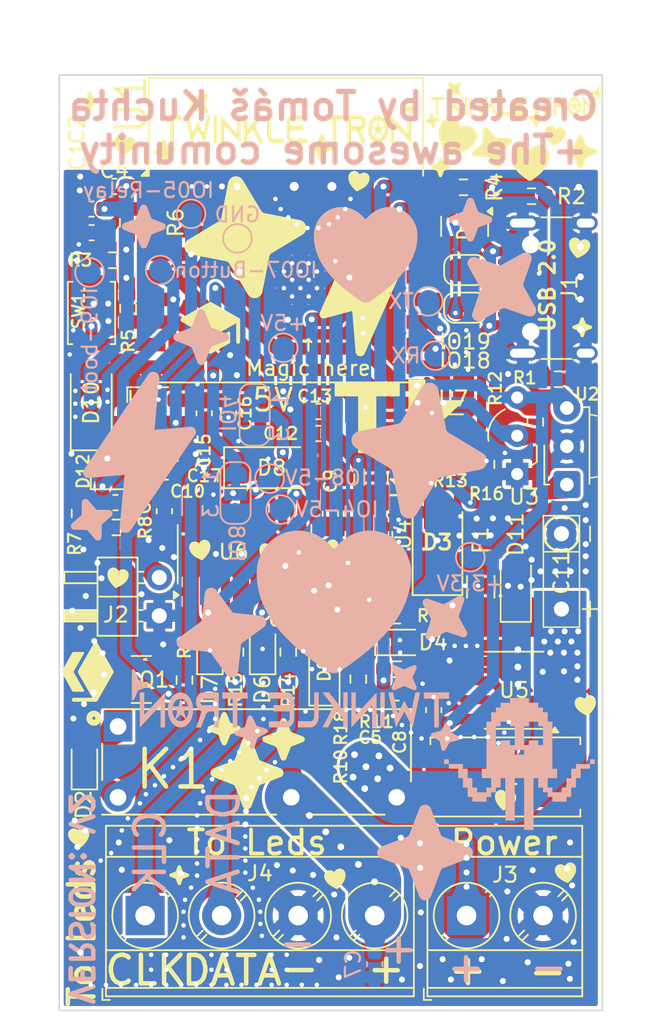
<source format=kicad_pcb>
(kicad_pcb (version 20240108) (generator "pcbnew") (generator_version "8.0")
  (title_block (date "2024-13-09") (company "Drawn by Tomáš Kuchta") (comment 4 "V2"))
  (layers (0 "F.Cu" signal) (31 "B.Cu" signal) (34 "B.Paste" user) (35 "F.Paste" user) (36 "B.SilkS" user "B.Silkscreen") (37 "F.SilkS" user "F.Silkscreen") (38 "B.Mask" user) (39 "F.Mask" user) (44 "Edge.Cuts" user))
  (net 0 "")
  (net 1 "GND")
  (net 2 "VIN_relay")
  (net 3 "+3.3V")
  (net 4 "DATA-5V")
  (net 5 "CLK-5V")
  (net 6 "+5V")
  (net 7 "IO07-Button")
  (net 8 "IO00-Voltage")
  (net 9 "IO01-Current")
  (net 10 "USB_5V")
  (net 11 "Net-(J2-Pin_1)")
  (net 12 "VIN_Fused")
  (net 13 "Net-(JP1-C)")
  (net 14 "IO8")
  (net 15 "Net-(JP2-C)")
  (net 16 "IO05-Relay")
  (net 17 "IO9-boot")
  (net 18 "IO02-Data-3.3V")
  (net 19 "RX")
  (net 20 "IO6-IR")
  (net 21 "IO18{slash}USB_D-")
  (net 22 "IO19{slash}USB_D+")
  (net 23 "IO03-CLK-3.3V")
  (net 24 "TX")
  (net 25 "IO8-5V")
  (net 26 "IO4")
  (net 27 "IO010-Temperature")
  (net 28 "IO4-5V")
  (net 29 "Net-(U1-EN)")
  (net 30 "Net-(D3-K)")
  (net 31 "Net-(U4-SW)")
  (net 32 "Net-(U4-BST)")
  (net 33 "Net-(U4-FB)")
  (net 34 "Net-(D2-A)")
  (net 35 "Net-(F2-Pad2)")
  (net 37 "Net-(J1-CC1)")
  (net 38 "Net-(J1-CC2)")
  (net 40 "Net-(U5-VIOUT)")
  (net 41 "Net-(U7-PR1)")
  (net 42 "Net-(R14-Pad2)")
  (net 43 "Net-(R15-Pad1)")
  (net 45 "Net-(IO18-A)")
  (net 46 "Net-(IO19-A)")
  (net 47 "Net-(J3-Pin_1)")
  (footprint "Resistor_SMD:R_0603_1608Metric_Pad0.98x0.95mm_HandSolder" (layer "F.Cu") (at 143.3 110.3575 90)
    (property "Reference" "R10")
    (property "Value" "39k")
  )
  (footprint "Resistor_SMD:R_0603_1608Metric_Pad0.98x0.95mm_HandSolder" (layer "F.Cu") (at 135.15 108.5625 -90)
    (property "Reference" "R15")
    (property "Value" "100R")
  )
  (footprint "Diode_SMD:D_SOD-323" (layer "F.Cu") (at 127.15 96.9)
    (property "Reference" "D12")
    (property "Value" "SLMESD5V0D9")
  )
  (footprint "Resistor_SMD:R_0603_1608Metric_Pad0.98x0.95mm_HandSolder" (layer "F.Cu") (at 150.2875 77.71 180)
    (property "Reference" "R4")
    (property "Value" "10k")
  )
  (footprint "Diode_SMD:D_SOD-323" (layer "F.Cu") (at 141.33 104.12 90)
    (property "Reference" "D5")
    (property "Value" "SLMESD5V0D9")
  )
  (footprint "TerminalBlock_Phoenix:TerminalBlock_Phoenix_MKDS-3-2-5.08_1x02_P5.08mm_Horizontal" (layer "F.Cu") (at 150.49 126.05)
    (property "Reference" "J3")
    (property "Value" "Power")
  )
  (footprint "Package_TO_SOT_SMD:SOT-583-8" (layer "F.Cu") (at 149.6 93.94)
    (property "Reference" "U7")
    (property "Value" "TPS2116DRL")
  )
  (footprint "Capacitor_SMD:C_0603_1608Metric_Pad1.08x0.95mm_HandSolder" (layer "F.Cu") (at 148.31 112.41 90)
    (property "Reference" "C8")
    (property "Value" "100nF")
  )
  (footprint "Capacitor_SMD:C_0603_1608Metric_Pad1.08x0.95mm_HandSolder" (layer "F.Cu") (at 125.5875 79.15)
    (property "Reference" "C2")
    (property "Value" "10uF")
  )
  (footprint "Resistor_SMD:R_0603_1608Metric_Pad0.98x0.95mm_HandSolder" (layer "F.Cu") (at 128.02 85.74 -90)
    (property "Reference" "R5")
    (property "Value" "10k")
  )
  (footprint "Resistor_SMD:R_0603_1608Metric_Pad0.98x0.95mm_HandSolder" (layer "F.Cu") (at 124.8 99.3625 -90)
    (property "Reference" "R7")
    (property "Value" "10k")
  )
  (footprint "footprints:logo" (layer "F.Cu") (at 138.468307 73.597282)
    (property "Reference" "logo2" (hide yes))
    (property "Value" "LOGO" (hide yes))
  )
  (footprint "Capacitor_SMD:C_0603_1608Metric_Pad1.08x0.95mm_HandSolder" (layer "F.Cu") (at 134.68 92.71 -90)
    (property "Reference" "C16")
    (property "Value" "10uF")
  )
  (footprint "Package_TO_SOT_SMD:TSOT-23-6" (layer "F.Cu") (at 144 101.3725 90)
    (property "Reference" "U4")
    (property "Value" "AP63205WU")
  )
  (footprint "Resistor_SMD:R_0603_1608Metric_Pad0.98x0.95mm_HandSolder" (layer "F.Cu") (at 149.4275 96.07 180)
    (property "Reference" "R13")
    (property "Value" "39k")
  )
  (footprint "Resistor_SMD:R_0603_1608Metric_Pad0.98x0.95mm_HandSolder" (layer "F.Cu") (at 151.81 96.1 90)
    (property "Reference" "R16")
    (property "Value" "10k")
  )
  (footprint "Package_TO_SOT_SMD:SOT-143" (layer "F.Cu") (at 150.3625 80.3 -90)
    (property "Reference" "D1")
    (property "Value" "PRTR5V0U2X")
  )
  (footprint "footprints:logo" (layer "F.Cu") (at 153.548307 72.097282)
    (property "Reference" "logo1" (hide yes))
    (property "Value" "LOGO" (hide yes))
  )
  (footprint "Resistor_SMD:R_0603_1608Metric_Pad0.98x0.95mm_HandSolder" (layer "F.Cu") (at 154.8 78.3)
    (property "Reference" "R2")
    (property "Value" "5k1")
  )
  (footprint "Diode_SMD:D_SOD-128" (layer "F.Cu") (at 125.57 92.0075 90)
    (property "Reference" "D10")
    (property "Value" "PDZVTR5.1B")
  )
  (footprint "Diode_SMD:D_SOD-323" (layer "F.Cu") (at 136.95 108.425 90)
    (property "Reference" "D6")
    (property "Value" "SLMESD5V0D9")
  )
  (footprint "Package_TO_SOT_SMD:SOT-89-3" (layer "F.Cu") (at 129.32 93.34 180)
    (property "Reference" "U8")
    (property "Value" "AMS1117-3.3")
  )
  (footprint "Package_TO_SOT_SMD:SOT-23" (layer "F.Cu") (at 128.9 110.38 180)
    (property "Reference" "Q1")
    (property "Value" "2N7002")
  )
  (footprint "Resistor_SMD:R_0603_1608Metric_Pad0.98x0.95mm_HandSolder" (layer "F.Cu") (at 138.65 108.5625 90)
    (property "Reference" "R14")
    (property "Value" "100R")
  )
  (footprint "TerminalBlock_Phoenix:TerminalBlock_Phoenix_MKDS-3-4-5.08_1x04_P5.08mm_Horizontal" (layer "F.Cu") (at 129.15 126.05)
    (property "Reference" "J4")
    (property "Value" "To leds")
  )
  (footprint "Capacitor_SMD:C_0603_1608Metric_Pad1.08x0.95mm_HandSolder" (layer "F.Cu") (at 144.08 104.2175 180)
    (property "Reference" "C6")
    (property "Value" "10uF")
  )
  (footprint "footprints:RELAY_HF46F_005-HS1" (layer "F.Cu") (at 136.55 115.85)
    (property "Reference" "K1")
    (property "Value" "HF46F-G/5-HS1")
  )
  (footprint "Capacitor_SMD:C_0603_1608Metric_Pad1.08x0.95mm_HandSolder" (layer "F.Cu") (at 130.43 99.21 -90)
    (property "Reference" "C10")
    (property "Value" "100nF")
  )
  (footprint "Diode_SMD:D_SMF" (layer "F.Cu") (at 141.05 109.75 90)
    (property "Reference" "D9")
    (property "Value" "SMF30A")
  )
  (footprint "Diode_SMD:D_SOD-128" (layer "F.Cu") (at 137.55 96.32)
    (property "Reference" "D8")
    (property "Value" "PDZVTR5.1B")
  )
  (footprint "Resistor_SMD:R_0603_1608Metric_Pad0.98x0.95mm_HandSolder" (layer "F.Cu") (at 155.05 93.2875 -90)
    (property "Reference" "R12")
    (property "Value" "4.7k")
  )
  (footprint "Jumper:SolderJumper-2_P1.3mm_Bridged_RoundedPad1.0x1.5mm" (layer "F.Cu") (at 150.4 85.7 180)
    (property "Reference" "IO18")
    (property "Value" "Jumper_2_Small_Bridged")
  )
  (footprint "Package_SO:SOIC-14_3.9x8.7mm_P1.27mm" (layer "F.Cu") (at 135.75 102.075 90)
    (property "Reference" "U6")
    (property "Value" "SN74AHCT125DR")
  )
  (footprint "footprints:PinHeader_1x02_P2.54mm_Horizontal" (layer "F.Cu") (at 130.09 106.15 180)
    (property "Reference" "J2")
    (property "Value" "Button")
  )
  (footprint "Resistor_SMD:R_0603_1608Metric_Pad0.98x0.95mm_HandSolder" (layer "F.Cu") (at 145.84 106.14 180)
    (property "Reference" "R17")
    (property "Value" "220k")
  )
  (footprint "Capacitor_SMD:C_0603_1608Metric_Pad1.08x0.95mm_HandSolder" (layer "F.Cu") (at 141.45 99.3725 90)
    (property "Reference" "C9")
    (property "Value" "100nF")
  )
  (footprint "Jumper:SolderJumper-2_P1.3mm_Bridged_RoundedPad1.0x1.5mm" (layer "F.Cu") (at 150.4 83.2 180)
    (property "Reference" "IO19")
    (property "Value" "Jumper_2_Small_Bridged")
  )
  (footprint "Package_SO:SOIC-8_3.9x4.9mm_P1.27mm" (layer "F.Cu") (at 153.65 111.095 180)
    (property "Reference" "U5")
    (property "Value" "ACS722xLCTR-10AB")
  )
  (footprint "Capacitor_SMD:C_0603_1608Metric_Pad1.08x0.95mm_HandSolder" (layer "F.Cu") (at 141.05 106.66 180)
    (property "Reference" "C14")
    (property "Value" "100nF")
  )
  (footprint "Resistor_SMD:R_0603_1608Metric_Pad0.98x0.95mm_HandSolder" (layer "F.Cu") (at 143.45 107.05 -90)
    (property "Reference" "R18")
    (property "Value" "10k")
  )
  (footprint "footprints:Vishay_MINICAST-3Pin" (layer "F.Cu") (at 157.15 97.44 90)
    (property "Reference" "U2")
    (property "Value" "TSOP38238")
  )
  (footprint "Capacitor_SMD:C_0603_1608Metric_Pad1.08x0.95mm_HandSolder" (layer "F.Cu") (at 133.07 92.71 -90)
    (property "Reference" "C15")
    (property "Value" "100nF")
  )
  (footprint "footprints:ESP32-C3-WROOM-02-Aisler_DR" (layer "F.Cu") (at 138.5 83.65)
    (property "Reference" "U1")
    (property "Value" "ESP32-C3-WROOM-02")
  )
  (footprint "Resistor_SMD:R_0603_1608Metric_Pad0.98x0.95mm_HandSolder" (layer "F.Cu") (at 131.7625 110.4175 90)
    (property "Reference" "R9")
    (property "Value" "10k")
  )
  (footprint "Capacitor_SMD:C_0603_1608Metric_Pad1.08x0.95mm_HandSolder" (layer "F.Cu") (at 140.65 92.59 180)
    (property "Reference" "C13")
    (property "Value" "22nF")
  )
  (footprint "Resistor_SMD:R_0603_1608Metric_Pad0.98x0.95mm_HandSolder" (layer "F.Cu") (at 156.6 90.45 180)
    (property "Reference" "R1")
    (property "Value" "5k1")
  )
  (footprint "Diode_SMD:D_SOD-323" (layer "F.Cu") (at 125.12 116.07 90)
    (property "Reference" "D2")
    (property "Value" "1N4148")
  )
  (footprint "Capacitor_SMD:C_0603_1608Metric_Pad1.08x0.95mm_HandSolder" (layer "F.Cu") (at 140.65 94.05 180)
    (property "Reference" "C12")
    (property "Value" "22nF")
  )
  (footprint "Diode_SMD:D_SMF" (layer "F.Cu") (at 153.76 104.1975 90)
    (property "Reference" "D11")
    (property "Value" "SMF30A")
  )
  (footprint "Fuse:Fuseholder_Littelfuse_Nano2_154x" (layer "F.Cu") (at 153.065 116.85)
    (property "Reference" "F2")
    (property "Value" "10A")
  )
  (footprint "footprints:USB_C_Receptacle_HRO_TYPE-C-31-M-12" (layer "F.Cu") (at 157.35 84.4 90)
    (property "Reference" "J1")
    (property "Value" "USB_C_Receptacle_USB2.0_16P_small")
  )
  (footprint "Resistor_SMD:R_1206_3216Metric_Pad1.30x1.75mm_HandSolder" (layer "F.Cu") (at 151.43 104.23 90)
    (property "Reference" "F1")
    (property "Value" "PF 500mA")
  )
  (footprint "Diode_SMD:D_SOD-323" (layer "F.Cu") (at 146.03 107.92)
    (property "Reference" "D4")
    (property "Value" "SLMESD5V0D9")
  )
  (footprint "Diode_SMD:D_SMA" (layer "F.Cu") (at 148.56 101.27 90)
    (property "Reference" "D3")
    (property "Value" "SSA34")
  )
  (footprint "Diode_SMD:D_SOD-323" (layer "F.Cu") (at 133.45 108.425 90)
    (property "Reference" "D7")
    (property "Value" "SLMESD5V0D9")
  )
  (footprint "Capacitor_SMD:C_0603_1608Metric_Pad1.08x0.95mm_HandSolder" (layer "F.Cu") (at 130.53 96.61)
    (property "Reference" "C17")
    (property "Value" "10uF")
  )
  (footprint "footprints:CP_Radial_D10.0mm_P5.00mm_laying" (layer "F.Cu") (at 156.78875 105.70557 90)
    (property "Reference" "C11")
    (property "Value" "1000uF")
  )
  (footprint "Capacitor_SMD:C_0603_1608Metric_Pad1.08x0.95mm_HandSolder" (layer "F.Cu") (at 145.8425 111.27)
    (property "Reference" "C5")
    (property "Value" "100nF")
  )
  (footprint "Capacitor_SMD:C_0603_1608Metric_Pad1.08x0.95mm_HandSolder" (layer "F.Cu") (at 127.18 98.64)
    (property "Reference" "C3")
    (property "Value" "100nF")
  )
  (footprint "Resistor_SMD:R_0603_1608Metric_Pad0.98x0.95mm_HandSolder" (layer "F.Cu") (at 128 80.0625 90)
    (property "Reference" "R6")
    (property "Value" "10k")
  )
  (footprint "Capacitor_SMD:C_0603_1608Metric_Pad1.08x0.95mm_HandSolder" (layer "F.Cu") (at 125.6 80.72)
    (property "Reference" "C1")
    (property "Value" "220nF")
  )
  (footprint "Button_Switch_SMD:SW_Push_SPST_NO_Alps_SKRK" (layer "F.Cu") (at 125.59 86.05 -90)
    (property "Reference" "SW1")
    (property "Value" "SW_Push-boot")
  )
  (footprint "Capacitor_SMD:C_0603_1608Metric_Pad1.08x0.95mm_HandSolder" (layer "F.Cu") (at 127.1 77.65)
    (property "Reference" "C4")
    (property "Value" "100nF")
  )
  (footprint "footprints:TO-92_Inline_Wide" (layer "F.Cu") (at 153.85 96.74 90)
    (property "Reference" "U3")
    (property "Value" "DS18B20")
  )
  (footprint "Inductor_SMD:L_1008_2520Metric" (layer "F.Cu") (at 144.15 97.02 90)
    (property "Reference" "L1")
    (property "Value" "4.7µH")
  )
  (footprint "Resistor_SMD:R_0603_1608Metric_Pad0.98x0.95mm_HandSolder" (layer "F.Cu") (at 126.99 82.55 180)
    (property "Reference" "R3")
    (property "Value" "10k")
  )
  (footprint "Resistor_SMD:R_0603_1608Metric_Pad0.98x0.95mm_HandSolder" (layer "F.Cu") (at 127.2325 100.285)
    (property "Reference" "R8")
    (property "Value" "1k")
  )
  (footprint "Resistor_SMD:R_0603_1608Metric_Pad0.98x0.95mm_HandSolder" (layer "F.Cu") (at 145.8925 109.7 180)
    (property "Reference" "R11")
    (property "Value" "51k")
  )
  (footprint "footprints:TestPoint_Pad_D1.5mm_SM" (layer "B.Cu") (at 148.43 88.88 180)
    (property "Reference" "TP6" (hide yes))
    (property "Value" "RX")
  )
  (footprint "footprints:logo" (layer "B.Cu") (at 139.148 112.11 180)
    (property "Reference" "logo3" (hide yes))
    (property "Value" "LOGO" (hide yes))
  )
  (footprint "footprints:TestPoint_Pad_D1.5mm_SM" (layer "B.Cu") (at 132.2 79.47 180)
    (property "Reference" "TP10" (hide yes))
    (property "Value" "IO05-Relay")
  )
  (footprint "footprints:TestPoint_Pad_D1.5mm_SM" (layer "B.Cu") (at 125.46 83.36 180)
    (property "Reference" "TP8" (hide yes))
    (property "Value" "IO9-boot")
  )
  (footprint "Capacitor_SMD:C_0603_1608Metric_Pad1.08x0.95mm_HandSolder" (layer "B.Cu") (at 144.39 129.2825 -90)
    (property "Reference" "C7")
    (property "Value" "10uF")
  )
  (footprint "footprints:TestPoint_Pad_D1.5mm_SM" (layer "B.Cu") (at 147.95 85.28 180)
    (property "Reference" "TP5" (hide yes))
    (property "Value" "TX")
  )
  (footprint "footprints:TestPoint_Pad_D1.5mm_SM" (layer "B.Cu") (at 138.15 99.1 180)
    (property "Reference" "TP9" (hide yes))
    (property "Value" "IO4-5V")
  )
  (footprint "footprints:TestPoint_Pad_D1.5mm_SM" (layer "B.Cu") (at 150.74 102.26 180)
    (property "Reference" "TP1" (hide yes))
    (property "Value" "+3.3V")
  )
  (footprint "footprints:TestPoint_Pad_D1.5mm_SM" (layer "B.Cu") (at 135.28 81.1 180)
    (property "Reference" "TP3" (hide yes))
    (property "Value" "GND")
  )
  (footprint "footprints:TestPoint_Pad_D1.5mm_SM" (layer "B.Cu") (at 137.41 97.05 180)
    (property "Reference" "TP7" (hide yes))
    (property "Value" "IO8-5V")
  )
  (footprint "footprints:akemi" (layer "B.Cu") (at 154 115.99 180)
    (property "Reference" "akemi001" (hide yes))
    (property "Value" "LOGO" (hide yes))
  )
  (footprint "Jumper:SolderJumper-3_P1.3mm_Bridged12_RoundedPad1.0x1.5mm_NumberLabels" (layer "B.Cu") (at 135.15 98 -90)
    (property "Reference" "JP1" (hide yes))
    (property "Value" "SolderJumper_3_Bridged12")
  )
  (footprint "footprints:TestPoint_Pad_D1.5mm_SM" (layer "B.Cu") (at 138.32 88.36 180)
    (property "Reference" "TP2" (hide yes))
    (property "Value" "+5V")
  )
  (footprint "footprints:TestPoint_Pad_D1.5mm_SM" (layer "B.Cu") (at 130.16 83.2 180)
    (property "Reference" "TP4" (hide yes))
    (property "Value" "IO07-Button")
  )
  (footprint "Jumper:SolderJumper-3_P1.3mm_Bridged12_RoundedPad1.0x1.5mm_NumberLabels" (layer "B.Cu") (at 136.42 92.81 -90)
    (property "Reference" "JP2" (hide yes))
    (property "Value" "SolderJumper_3_Bridged12")
  )
  (gr_rect (start 141.07 97.8425) (end 145.14 99.0725) (stroke (width 0.2)) (fill solid) (layer "F.Cu") (net 31))
  (gr_circle (center 144 98.84) (end 144.579828 98.84) (stroke (width 0.2)) (fill solid) (layer "F.Cu") (net 31))
  (gr_rect (start 150.37 105.02) (end 155.18 107.35) (stroke (width 0.2)) (fill solid) (layer "F.Cu") (net 12))
  (gr_rect (start 130.05 99.63) (end 132.14 100.52) (stroke (width 0.2)) (fill solid) (layer "F.Cu") (net 6))
  (gr_rect (start 143.77 101.92) (end 145.25 103.11) (stroke (width 0.2)) (fill solid) (layer "F.Cu") (net 30))
  (gr_rect (start 154.15 111.55) (end 158.35 118.75) (stroke (width 0.2)) (fill solid) (layer "F.Cu") (net 35))
  (gr_rect (start 143.1 97.5425) (end 145.23 99.0725) (stroke (width 0.2)) (fill solid) (layer "F.Cu") (net 31))
  (gr_rect (start 140.95 99.6725) (end 143.25 100.7725) (stroke (width 0.2)) (fill solid) (layer "F.Cu") (net 32))
  (gr_rect (start 144.5 101.92) (end 149.36 104.6) (stroke (width 0.2)) (fill solid) (layer "F.Cu") (net 30))
  (gr_rect (start 155.05 104.6) (end 158.35 110.8) (stroke (width 0.2)) (fill solid) (layer "F.Cu") (net 12))
  (gr_rect (start 155.05 104.6) (end 158.35 110.8) (stroke (width 0.2)) (fill solid) (layer "B.Cu") (net 12))
  (gr_poly (pts (xy 150.253123 104.88586) (xy 150.268658 104.901493) (xy 150.282723 104.918229) (xy 150.295281 104.935958) (xy 150.306296 104.954575) (xy 150.315729 104.973972) (xy 150.323547 104.994045) (xy 150.329709 105.014685) (xy 150.334182 105.035786) (xy 150.336928 105.057243) (xy 150.337911 105.078946) (xy 150.337093 105.100791) (xy 150.334438 105.122671) (xy 150.329911 105.144479) (xy 150.326934 105.155323) (xy 150.323474 105.16611) (xy 149.981735 106.160965) (xy 149.97963 106.167648) (xy 149.97789 106.174399) (xy 149.976515 106.181204) (xy 149.975499 106.18805) (xy 149.974846 106.194921) (xy 149.974552 106.201802) (xy 149.974616 106.208682) (xy 149.975038 106.215544) (xy 149.975814 106.222375) (xy 149.976945 106.22916) (xy 149.97843 106.235886) (xy 149.980267 106.242539) (xy 149.982454 106.249104) (xy 149.984991 106.255567) (xy 149.987877 106.261914) (xy 149.99111 106.268131) (xy 150.500413 107.188528) (xy 150.505186 107.197571) (xy 150.509582 107.206737) (xy 150.513605 107.216013) (xy 150.517251 107.225392) (xy 150.520525 107.234862) (xy 150.523428 107.244412) (xy 150.525957 107.254033) (xy 150.528117 107.263712) (xy 150.529908 107.273442) (xy 150.53133 107.283209) (xy 150.532386 107.293003) (xy 150.533075 107.302817) (xy 150.533399 107.312636) (xy 150.533358 107.322453) (xy 150.532955 107.332255) (xy 150.532189 107.342033) (xy 150.531063 107.351775) (xy 150.529577 107.361473) (xy 150.52773 107.371114) (xy 150.525526 107.380689) (xy 150.522966 107.390187) (xy 150.520049 107.399597) (xy 150.516777 107.408909) (xy 150.513152 107.418113) (xy 150.509172 107.427197) (xy 150.504841 107.436153) (xy 150.50016 107.444968) (xy 150.495128 107.453633) (xy 150.489747 107.462137) (xy 150.48402 107.47047) (xy 150.477945 107.47862) (xy 150.471523 107.486578) (xy 150.45783 107.501681) (xy 150.443178 107.515545) (xy 150.42765 107.528146) (xy 150.411327 107.539462) (xy 150.39429 107.54947) (xy 150.376621 107.558148) (xy 150.3584 107.565472) (xy 150.339708 107.571422) (xy 150.320629 107.575974) (xy 150.301242 107.579105) (xy 150.281629 107.580791) (xy 150.261871 107.581012) (xy 150.24205 107.579745) (xy 150.222247 107.576965) (xy 150.202543 107.572653) (xy 150.183018 107.566784) (xy 149.188163 107.225045) (xy 149.18148 107.22294) (xy 149.174728 107.221201) (xy 149.167924 107.219825) (xy 149.161078 107.21881) (xy 149.154207 107.218157) (xy 149.147325 107.217862) (xy 149.140446 107.217926) (xy 149.133583 107.218348) (xy 149.126754 107.219125) (xy 149.119969 107.220256) (xy 149.113241 107.221741) (xy 149.106588 107.223578) (xy 149.100024 107.225766) (xy 149.093561 107.228302) (xy 149.087213 107.231188) (xy 149.080997 107.23442) (xy 148.160599 107.743722) (xy 148.151557 107.748506) (xy 148.14239 107.752913) (xy 148.133113 107.756943) (xy 148.123732 107.7606) (xy 148.11426 107.763883) (xy 148.104708 107.766793) (xy 148.095085 107.769332) (xy 148.085402 107.7715) (xy 148.075671 107.773298) (xy 148.065899 107.774728) (xy 148.0561 107.775791) (xy 148.046284 107.776486) (xy 148.03646 107.776817) (xy 148.02664 107.776783) (xy 148.016833 107.776385) (xy 148.007049 107.775625) (xy 147.997302 107.774504) (xy 147.987599 107.773021) (xy 147.977952 107.77118) (xy 147.968373 107.76898) (xy 147.958869 107.766423) (xy 147.949453 107.763509) (xy 147.940135 107.760241) (xy 147.930926 107.756617) (xy 147.921835 107.752641) (xy 147.912874 107.748313) (xy 147.904053 107.743632) (xy 147.895382 107.738601) (xy 147.886871 107.733221) (xy 147.878533 107.727493) (xy 147.870378 107.721417) (xy 147.862414 107.714996) (xy 147.847308 107.701291) (xy 147.833442 107.686628) (xy 147.820842 107.671089) (xy 147.809528 107.654752) (xy 147.799523 107.637703) (xy 147.790851 107.620021) (xy 147.783532 107.601788) (xy 147.77759 107.583086) (xy 147.773049 107.563995) (xy 147.769929 107.544597) (xy 147.768254 107.524974) (xy 147.768046 107.505207) (xy 147.76933 107.485378) (xy 147.772125 107.465567) (xy 147.776455 107.445857) (xy 147.782344 107.426329) (xy 148.124083 106.431473) (xy 148.126187 106.424791) (xy 148.127927 106.418038) (xy 148.129303 106.411234) (xy 148.130317 106.404388) (xy 148.130971 106.397518) (xy 148.131266 106.390635) (xy 148.131201 106.383757) (xy 148.13078 106.376895) (xy 148.130003 106.370064) (xy 148.128872 106.363278) (xy 148.127387 106.356551) (xy 148.12555 106.349898) (xy 148.123362 106.343333) (xy 148.120826 106.33687) (xy 148.117939 106.330524) (xy 148.114707 106.324308) (xy 147.605405 105.40391) (xy 147.600632 105.394867) (xy 147.596234 105.385701) (xy 147.592213 105.376424) (xy 147.588566 105.367045) (xy 147.585292 105.357576) (xy 147.582391 105.348025) (xy 147.57986 105.338405) (xy 147.577701 105.328726) (xy 147.575909 105.318997) (xy 147.574487 105.30923) (xy 147.573432 105.299434) (xy 147.572742 105.289622) (xy 147.572419 105.279801) (xy 147.572459 105.269985) (xy 147.572863 105.260182) (xy 147.573627 105.250405) (xy 147.574755 105.240662) (xy 147.576242 105.230965) (xy 147.578087 105.221323) (xy 147.580291 105.211749) (xy 147.582852 105.20225) (xy 147.585769 105.19284) (xy 147.589041 105.183529) (xy 147.592666 105.174325) (xy 147.596644 105.165239) (xy 147.600975 105.156285) (xy 147.605657 105.147469) (xy 147.610689 105.138805) (xy 147.616069 105.1303) (xy 147.621798 105.121968) (xy 147.627874 105.113818) (xy 147.634294 105.10586) (xy 147.647987 105.090756) (xy 147.66264 105.076893) (xy 147.678168 105.064292) (xy 147.69449 105.052975) (xy 147.711527 105.042967) (xy 147.729197 105.03429) (xy 147.747418 105.026964) (xy 147.766108 105.021016) (xy 147.785188 105.016465) (xy 147.804575 105.013334) (xy 147.824188 105.011647) (xy 147.843947 105.011426) (xy 147.863768 105.012693) (xy 147.883571 105.015472) (xy 147.903275 105.019785) (xy 147.922799 105.025654) (xy 148.917654 105.367393) (xy 148.924337 105.369498) (xy 148.931089 105.371238) (xy 148.937895 105.372614) (xy 148.94474 105.373628) (xy 148.951611 105.374282) (xy 148.958493 105.374576) (xy 148.965371 105.374511) (xy 148.972234 105.374091) (xy 148.979064 105.373313) (xy 148.98585 105.372183) (xy 148.992576 105.370699) (xy 148.999229 105.368861) (xy 149.005794 105.366673) (xy 149.012257 105.364136) (xy 149.018604 105.36125) (xy 149.02482 105.358017) (xy 149.938599 104.852227) (xy 149.955154 104.843548) (xy 149.972119 104.836083) (xy 149.989432 104.829829) (xy 150.00703 104.824789) (xy 150.024851 104.820958) (xy 150.042835 104.818336) (xy 150.060917 104.816923) (xy 150.079034 104.816715) (xy 150.097126 104.817713) (xy 150.115128 104.819914) (xy 150.132979 104.823317) (xy 150.150617 104.827921) (xy 150.167979 104.833725) (xy 150.185003 104.840727) (xy 150.201626 104.848927) (xy 150.217786 104.85832) (xy 150.227142 104.864706) (xy 150.236154 104.871433)) (fill solid) (layer "B.SilkS"))
  (gr_poly (pts (xy 133.405489 104.309214) (xy 133.37135 104.321759) (xy 133.338651 104.336979) (xy 133.30751 104.354734) (xy 133.278058 104.374893) (xy 133.250422 104.397324) (xy 133.224734 104.421888) (xy 133.201128 104.448457) (xy 133.179722 104.47689) (xy 133.160655 104.507063) (xy 133.144049 104.538836) (xy 133.13004 104.572072) (xy 133.118753 104.606643) (xy 133.110317 104.642411) (xy 133.107205 104.660704) (xy 133.104859 104.679247) (xy 132.922163 106.405263) (xy 132.92065 106.416723) (xy 132.918547 106.428032) (xy 132.91586 106.439169) (xy 132.912601 106.450112) (xy 132.908791 106.460844) (xy 132.904429 106.47134) (xy 132.899535 106.481584) (xy 132.894123 106.49155) (xy 132.888195 106.501226) (xy 132.881774 106.510583) (xy 132.874861 106.519604) (xy 132.867477 106.528272) (xy 132.859628 106.536566) (xy 132.851327 106.544462) (xy 132.842587 106.551941) (xy 132.833417 106.558982) (xy 131.42999 107.580204) (xy 131.416543 107.590402) (xy 131.403578 107.601038) (xy 131.391095 107.612105) (xy 131.3791 107.623587) (xy 131.367602 107.635468) (xy 131.356603 107.647726) (xy 131.346111 107.660348) (xy 131.336132 107.673319) (xy 131.32667 107.686619) (xy 131.317731 107.700233) (xy 131.309323 107.714145) (xy 131.301448 107.728336) (xy 131.294116 107.742795) (xy 131.287329 107.757502) (xy 131.281102 107.772443) (xy 131.275427 107.787598) (xy 131.270317 107.802952) (xy 131.265778 107.81849) (xy 131.261817 107.834195) (xy 131.258434 107.850053) (xy 131.255644 107.866042) (xy 131.253443 107.882148) (xy 131.251841 107.898355) (xy 131.250846 107.914647) (xy 131.250459 107.931007) (xy 131.250689 107.947419) (xy 131.251542 107.963864) (xy 131.253029 107.980331) (xy 131.255143 107.996801) (xy 131.257899 108.013252) (xy 131.2613 108.029677) (xy 131.265354 108.046056) (xy 131.275298 108.078185) (xy 131.287541 108.109133) (xy 131.30197 108.138804) (xy 131.318492 108.167106) (xy 131.336991 108.193953) (xy 131.357361 108.219253) (xy 131.379502 108.242914) (xy 131.403304 108.264843) (xy 131.42866 108.284956) (xy 131.45547 108.303155) (xy 131.483624 108.319356) (xy 131.513016 108.33346) (xy 131.543541 108.345388) (xy 131.575094 108.355044) (xy 131.607567 108.362334) (xy 131.640858 108.367173) (xy 133.366872 108.549862) (xy 133.378334 108.551375) (xy 133.389643 108.553486) (xy 133.40078 108.556173) (xy 133.411722 108.559428) (xy 133.422453 108.563243) (xy 133.43295 108.5676) (xy 133.44319 108.572495) (xy 133.453161 108.577911) (xy 133.462832 108.583835) (xy 133.472192 108.59026) (xy 133.481213 108.597168) (xy 133.489882 108.604554) (xy 133.498177 108.612405) (xy 133.506072 108.620702) (xy 133.513547 108.629446) (xy 133.520588 108.638616) (xy 134.541815 110.042043) (xy 134.552003 110.055501) (xy 134.562637 110.068481) (xy 134.573701 110.080981) (xy 134.58518 110.092987) (xy 134.597055 110.104504) (xy 134.609306 110.115515) (xy 134.621927 110.12602) (xy 134.634899 110.136017) (xy 134.648191 110.14549) (xy 134.661809 110.154442) (xy 134.675723 110.162866) (xy 134.689919 110.17075) (xy 134.704377 110.178095) (xy 134.719089 110.184893) (xy 134.734031 110.191138) (xy 134.749189 110.196823) (xy 134.764547 110.20194) (xy 134.780092 110.20649) (xy 134.795798 110.210466) (xy 134.811661 110.213852) (xy 134.827656 110.216658) (xy 134.843766 110.21887) (xy 134.85998 110.220476) (xy 134.87628 110.221477) (xy 134.892648 110.221872) (xy 134.909068 110.221649) (xy 134.925521 110.2208) (xy 134.941994 110.219324) (xy 134.958473 110.217213) (xy 134.974937 110.214464) (xy 134.991369 110.211063) (xy 135.007753 110.207015) (xy 135.039897 110.197058) (xy 135.070854 110.184796) (xy 135.100534 110.170346) (xy 135.128843 110.153803) (xy 135.155692 110.135289) (xy 135.180992 110.11489) (xy 135.204651 110.09273) (xy 135.22658 110.068906) (xy 135.246682 110.043525) (xy 135.264873 110.016692) (xy 135.28106 109.988515) (xy 135.295155 109.959102) (xy 135.307068 109.92855) (xy 135.316699 109.896977) (xy 135.323968 109.864483) (xy 135.328782 109.831176) (xy 135.511473 108.105159) (xy 135.512989 108.093696) (xy 135.515092 108.082387) (xy 135.51778 108.071254) (xy 135.521038 108.060307) (xy 135.524849 108.049578) (xy 135.529211 108.039083) (xy 135.534105 108.028839) (xy 135.539518 108.018873) (xy 135.545445 108.009197) (xy 135.551866 107.999838) (xy 135.558778 107.990816) (xy 135.566164 107.982147) (xy 135.574012 107.973857) (xy 135.582313 107.965961) (xy 135.591052 107.958479) (xy 135.600223 107.951437) (xy 137.00365 106.930217) (xy 137.017097 106.920022) (xy 137.030061 106.909382) (xy 137.042544 106.898314) (xy 137.054539 106.886832) (xy 137.066038 106.874951) (xy 137.077036 106.862693) (xy 137.087529 106.850073) (xy 137.097507 106.8371) (xy 137.106971 106.823804) (xy 137.11591 106.810191) (xy 137.124316 106.796275) (xy 137.132192 106.782083) (xy 137.139523 106.767625) (xy 137.14631 106.752917) (xy 137.152537 106.737976) (xy 137.158212 106.722821) (xy 137.163322 106.707467) (xy 137.167861 106.691929) (xy 137.171822 106.676225) (xy 137.175205 106.660367) (xy 137.177996 106.644378) (xy 137.180196 106.628271) (xy 137.181798 106.612064) (xy 137.182793 106.595772) (xy 137.18318 106.579412) (xy 137.18295 106.563) (xy 137.182097 106.546555) (xy 137.180611 106.53009) (xy 137.178497 106.513623) (xy 137.17574 106.497167) (xy 137.172339 106.480742) (xy 137.168288 106.464371) (xy 137.158341 106.432234) (xy 137.146099 106.401288) (xy 137.131669 106.371616) (xy 137.115147 106.343314) (xy 137.096648 106.316467) (xy 137.076278 106.291167) (xy 137.054137 106.267505) (xy 137.030335 106.245576) (xy 137.004979 106.225463) (xy 136.978169 106.207264) (xy 136.950016 106.191067) (xy 136.920623 106.17696) (xy 136.890098 106.165032) (xy 136.858545 106.155375) (xy 136.826072 106.148085) (xy 136.792782 106.143249) (xy 135.066767 105.960557) (xy 135.055305 105.959044) (xy 135.043997 105.956937) (xy 135.03286 105.95425) (xy 135.021915 105.950992) (xy 135.011186 105.947177) (xy 135.00069 105.942821) (xy 134.99045 105.937928) (xy 134.980479 105.932513) (xy 134.970808 105.926588) (xy 134.961446 105.920164) (xy 134.952422 105.913254) (xy 134.943753 105.905866) (xy 134.935463 105.898018) (xy 134.927568 105.889717) (xy 134.920088 105.880975) (xy 134.913047 105.871807) (xy 133.899272 104.478245) (xy 133.880569 104.453724) (xy 133.860408 104.430728) (xy 133.838876 104.409307) (xy 133.816072 104.389497) (xy 133.792094 104.371342) (xy 133.767029 104.354878) (xy 133.740976 104.340155) (xy 133.714028 104.327213) (xy 133.68628 104.316088) (xy 133.657823 104.306827) (xy 133.628756 104.299468) (xy 133.599166 104.294054) (xy 133.569157 104.290628) (xy 133.538817 104.289229) (xy 133.508241 104.289893) (xy 133.477525 104.292676) (xy 133.459086 104.295701) (xy 133.440916 104.299477)) (fill solid) (layer "B.SilkS"))
  (gr_poly (pts (xy 148.189357 90.695845) (xy 148.232827 90.708794) (xy 148.27482 90.724873) (xy 148.315201 90.74395) (xy 148.353835 90.765889) (xy 148.390587 90.790558) (xy 148.42532 90.817822) (xy 148.457901 90.84755) (xy 148.488191 90.879608) (xy 148.516057 90.91386) (xy 148.54136 90.950179) (xy 148.563969 90.988424) (xy 148.583744 91.028469) (xy 148.600551 91.070175) (xy 148.614256 91.113412) (xy 148.62472 91.158047) (xy 149.129734 93.747777) (xy 149.134136 93.767403) (xy 149.139535 93.786677) (xy 149.145909 93.805563) (xy 149.153234 93.82403) (xy 149.161489 93.842044) (xy 149.170649 93.859573) (xy 149.18069 93.876583) (xy 149.191592 93.89304) (xy 149.203327 93.908912) (xy 149.215877 93.924165) (xy 149.229216 93.938769) (xy 149.24332 93.952687) (xy 149.258167 93.965885) (xy 149.273735 93.978335) (xy 149.29 93.99) (xy 149.306937 94.000849) (xy 151.554585 95.353752) (xy 151.574922 95.366193) (xy 151.594637 95.379341) (xy 151.613721 95.393168) (xy 151.632161 95.407655) (xy 151.649947 95.422775) (xy 151.66707 95.438507) (xy 151.683517 95.45483) (xy 151.699279 95.471716) (xy 151.714345 95.489145) (xy 151.728704 95.507093) (xy 151.742346 95.525537) (xy 151.75526 95.544456) (xy 151.767436 95.563825) (xy 151.778864 95.58362) (xy 151.78953 95.603818) (xy 151.79943 95.624398) (xy 151.808546 95.645335) (xy 151.816871 95.666606) (xy 151.824395 95.688188) (xy 151.831106 95.71006) (xy 151.836994 95.732196) (xy 151.842049 95.754573) (xy 151.846259 95.777171) (xy 151.849614 95.799963) (xy 151.852104 95.822928) (xy 151.853719 95.846043) (xy 151.854444 95.869285) (xy 151.854275 95.89263) (xy 151.853197 95.916055) (xy 151.851202 95.939536) (xy 151.848277 95.963052) (xy 151.844412 95.986578) (xy 151.834239 96.030448) (xy 151.82091 96.072977) (xy 151.804557 96.114031) (xy 151.785307 96.153482) (xy 151.763292 96.191201) (xy 151.738641 96.22706) (xy 151.711485 96.260925) (xy 151.68195 96.29267) (xy 151.650167 96.322165) (xy 151.616267 96.34928) (xy 151.58038 96.373887) (xy 151.542632 96.395853) (xy 151.503159 96.415053) (xy 151.462084 96.431356) (xy 151.41954 96.444631) (xy 151.375655 96.454751) (xy 148.785925 96.959763) (xy 148.766296 96.964165) (xy 148.747025 96.969563) (xy 148.728137 96.975938) (xy 148.709672 96.983263) (xy 148.691657 96.991517) (xy 148.67413 97.000678) (xy 148.65712 97.01072) (xy 148.640662 97.021621) (xy 148.62479 97.033357) (xy 148.609536 97.045906) (xy 148.594934 97.059246) (xy 148.581016 97.07335) (xy 148.567815 97.088197) (xy 148.555366 97.103763) (xy 148.543701 97.120028) (xy 148.532852 97.136966) (xy 147.171731 99.39837) (xy 147.159558 99.417886) (xy 147.146716 99.436802) (xy 147.133227 99.455111) (xy 147.119113 99.4728) (xy 147.104397 99.489861) (xy 147.089101 99.506285) (xy 147.073243 99.522061) (xy 147.056852 99.537177) (xy 147.039943 99.551625) (xy 147.022542 99.565393) (xy 147.004671 99.578476) (xy 146.986347 99.59086) (xy 146.967598 99.602536) (xy 146.948442 99.613493) (xy 146.928904 99.623722) (xy 146.909004 99.633213) (xy 146.888763 99.641956) (xy 146.868204 99.649942) (xy 146.847352 99.65716) (xy 146.826223 99.663602) (xy 146.804843 99.669253) (xy 146.783233 99.674107) (xy 146.761414 99.678153) (xy 146.739411 99.681383) (xy 146.717241 99.683786) (xy 146.694929 99.685348) (xy 146.672497 99.686066) (xy 146.649966 99.685923) (xy 146.627358 99.684916) (xy 146.604697 99.683031) (xy 146.582002 99.680258) (xy 146.559296 99.676587) (xy 146.514429 99.667113) (xy 146.470901 99.65435) (xy 146.428846 99.638431) (xy 146.388404 99.619491) (xy 146.349712 99.597666) (xy 146.312908 99.573091) (xy 146.278129 99.545897) (xy 146.245514 99.516222) (xy 146.215198 99.484202) (xy 146.187321 99.44997) (xy 146.162018 99.41366) (xy 146.139429 99.375411) (xy 146.119689 99.335351) (xy 146.102939 99.293621) (xy 146.089314 99.250355) (xy 146.078952 99.205683) (xy 145.573939 96.615955) (xy 145.569538 96.596328) (xy 145.564139 96.577053) (xy 145.557763 96.558166) (xy 145.550437 96.539701) (xy 145.542183 96.521686) (xy 145.533023 96.504158) (xy 145.522981 96.487148) (xy 145.512081 96.470691) (xy 145.500343 96.454818) (xy 145.487796 96.439565) (xy 145.474457 96.424963) (xy 145.460352 96.411045) (xy 145.445503 96.397846) (xy 145.429937 96.385395) (xy 145.413673 96.37373) (xy 145.396736 96.362881) (xy 143.135331 95.00176) (xy 143.115852 94.989542) (xy 143.096968 94.97666) (xy 143.078689 94.963137) (xy 143.061026 94.948994) (xy 143.043987 94.934253) (xy 143.027584 94.918935) (xy 143.011824 94.903064) (xy 142.996718 94.886657) (xy 142.982277 94.869739) (xy 142.968511 94.852333) (xy 142.955427 94.834455) (xy 142.943037 94.816133) (xy 142.931353 94.797384) (xy 142.920379 94.778233) (xy 142.910131 94.758698) (xy 142.900616 94.738804) (xy 142.891842 94.718572) (xy 142.883824 94.69802) (xy 142.876567 94.677177) (xy 142.870083 94.656058) (xy 142.864381 94.634687) (xy 142.859473 94.613084) (xy 142.855364 94.591274) (xy 142.852071 94.569278) (xy 142.849596 94.547114) (xy 142.847954 94.524805) (xy 142.847156 94.502378) (xy 142.847208 94.479847) (xy 142.848122 94.457237) (xy 142.849907 94.43457) (xy 142.852572 94.411868) (xy 142.856129 94.38915) (xy 142.865816 94.344342) (xy 142.878766 94.300874) (xy 142.894844 94.25888) (xy 142.913922 94.2185) (xy 142.935861 94.179865) (xy 142.960529 94.143113) (xy 142.987793 94.108379) (xy 143.017522 94.075799) (xy 143.049578 94.045509) (xy 143.083832 94.017645) (xy 143.120151 93.99234) (xy 143.158396 93.969733) (xy 143.198441 93.949958) (xy 143.240147 93.933149) (xy 143.283383 93.919447) (xy 143.328017 93.908982) (xy 145.917748 93.403968) (xy 145.937374 93.399567) (xy 145.956647 93.394168) (xy 145.975534 93.387792) (xy 145.994001 93.380467) (xy 146.012017 93.372212) (xy 146.029544 93.363052) (xy 146.046553 93.35301) (xy 146.063009 93.34211) (xy 146.078882 93.330373) (xy 146.094137 93.317824) (xy 146.108738 93.304485) (xy 146.122657 93.29038) (xy 146.135857 93.275533) (xy 146.148306 93.259967) (xy 146.159972 93.243702) (xy 146.170821 93.226764) (xy 147.531942 90.96536) (xy 147.54416 90.94588) (xy 147.557042 90.926997) (xy 147.570564 90.90872) (xy 147.584706 90.891054) (xy 147.59945 90.874015) (xy 147.614765 90.857613) (xy 147.630639 90.841853) (xy 147.647045 90.826747) (xy 147.663961 90.812305) (xy 147.681369 90.798539) (xy 147.699245 90.785457) (xy 147.71757 90.773067) (xy 147.736317 90.761382) (xy 147.755469 90.750409) (xy 147.775001 90.74016) (xy 147.794896 90.730644) (xy 147.81513 90.72187) (xy 147.835679 90.713852) (xy 147.856525 90.706595) (xy 147.877642 90.700112) (xy 147.899014 90.694409) (xy 147.920615 90.689502) (xy 147.942426 90.685393) (xy 147.964424 90.682099) (xy 147.986587 90.679625) (xy 148.008894 90.677983) (xy 148.031325 90.677185) (xy 148.053855 90.677237) (xy 148.076464 90.67815) (xy 148.09913 90.679935) (xy 148.121835 90.6826) (xy 148.14455 90.686158)) (fill solid) (layer "B.SilkS"))
  (gr_poly (pts (xy 150.753901 78.401847) (xy 150.774018 78.403658) (xy 150.793753 78.407109) (xy 150.813017 78.412144) (xy 150.831721 78.418713) (xy 150.849777 78.42676) (xy 150.867097 78.436233) (xy 150.883592 78.447079) (xy 150.899173 78.459245) (xy 150.913752 78.472677) (xy 150.927242 78.487323) (xy 150.939552 78.503129) (xy 150.950595 78.520041) (xy 150.960282 78.538008) (xy 150.96459 78.54737) (xy 150.968525 78.556976) (xy 151.24733 79.281934) (xy 151.249783 79.28786) (xy 151.252532 79.293619) (xy 151.255568 79.299202) (xy 151.258882 79.3046) (xy 151.262465 79.309803) (xy 151.266306 79.314802) (xy 151.270398 79.319588) (xy 151.27473 79.324152) (xy 151.279294 79.328485) (xy 151.284081 79.332576) (xy 151.28908 79.336418) (xy 151.294283 79.34) (xy 151.299681 79.343314) (xy 151.305264 79.34635) (xy 151.311023 79.349099) (xy 151.316949 79.351552) (xy 152.041907 79.630357) (xy 152.050591 79.633894) (xy 152.059083 79.637739) (xy 152.067378 79.641885) (xy 152.075469 79.646322) (xy 152.083352 79.651043) (xy 152.09102 79.656041) (xy 152.098469 79.661306) (xy 152.105693 79.666832) (xy 152.112687 79.672609) (xy 152.119444 79.678631) (xy 152.12596 79.684889) (xy 152.132229 79.691376) (xy 152.138246 79.698082) (xy 152.144004 79.705001) (xy 152.1495 79.712124) (xy 152.154726 79.719444) (xy 152.159679 79.726951) (xy 152.164351 79.73464) (xy 152.168738 79.7425) (xy 152.172834 79.750525) (xy 152.176635 79.758706) (xy 152.180133 79.767036) (xy 152.183324 79.775506) (xy 152.186203 79.784109) (xy 152.188763 79.792836) (xy 152.191 79.801679) (xy 152.192908 79.810631) (xy 152.194481 79.819684) (xy 152.195714 79.82883) (xy 152.196602 79.838059) (xy 152.197138 79.847366) (xy 152.197318 79.856741) (xy 152.196602 79.875423) (xy 152.194481 79.893798) (xy 152.191 79.911803) (xy 152.186203 79.929374) (xy 152.180133 79.946447) (xy 152.172834 79.962958) (xy 152.164351 79.978843) (xy 152.154726 79.994039) (xy 152.144004 80.008481) (xy 152.132229 80.022107) (xy 152.119444 80.034851) (xy 152.105693 80.046651) (xy 152.09102 80.057442) (xy 152.075469 80.067161) (xy 152.059083 80.075743) (xy 152.041907 80.083125) (xy 151.316949 80.36193) (xy 151.311016 80.364374) (xy 151.305251 80.367115) (xy 151.299663 80.370145) (xy 151.294261 80.373455) (xy 151.289053 80.377034) (xy 151.284051 80.380873) (xy 151.279262 80.384964) (xy 151.274697 80.389297) (xy 151.270364 80.393862) (xy 151.266273 80.398651) (xy 151.262434 80.403653) (xy 151.258855 80.408861) (xy 151.255545 80.414263) (xy 151.252515 80.419851) (xy 151.249774 80.425616) (xy 151.24733 80.431549) (xy 150.968525 81.156507) (xy 150.964989 81.165192) (xy 150.961145 81.173686) (xy 150.957 81.181981) (xy 150.952564 81.190074) (xy 150.947843 81.197957) (xy 150.942846 81.205627) (xy 150.937581 81.213077) (xy 150.932056 81.220303) (xy 150.926279 81.227297) (xy 150.920257 81.234056) (xy 150.913999 81.240573) (xy 150.907513 81.246843) (xy 150.900807 81.252861) (xy 150.893888 81.258621) (xy 150.886765 81.264117) (xy 150.879446 81.269345) (xy 150.871938 81.274298) (xy 150.864249 81.278972) (xy 150.856389 81.28336) (xy 150.848364 81.287457) (xy 150.840182 81.291258) (xy 150.831852 81.294757) (xy 150.823382 81.29795) (xy 150.814779 81.300829) (xy 150.806051 81.30339) (xy 150.797207 81.305628) (xy 150.788254 81.307536) (xy 150.779201 81.30911) (xy 150.770055 81.310344) (xy 150.760824 81.311232) (xy 150.751517 81.311769) (xy 150.742141 81.31195) (xy 150.723458 81.311232) (xy 150.705082 81.30911) (xy 150.687076 81.305628) (xy 150.669504 81.300829) (xy 150.65243 81.294757) (xy 150.635919 81.287457) (xy 150.620033 81.278972) (xy 150.604837 81.269345) (xy 150.590394 81.258621) (xy 150.576769 81.246843) (xy 150.564025 81.234056) (xy 150.552226 81.220303) (xy 150.541436 81.205627) (xy 150.531719 81.190074) (xy 150.523138 81.173686) (xy 150.515757 81.156507) (xy 150.236953 80.431549) (xy 150.234509 80.425616) (xy 150.231767 80.419851) (xy 150.228737 80.414263) (xy 150.225428 80.40886) (xy 150.221849 80.403653) (xy 150.218009 80.398651) (xy 150.213918 80.393862) (xy 150.209586 80.389297) (xy 150.20502 80.384964) (xy 150.200232 80.380873) (xy 150.195229 80.377034) (xy 150.190022 80.373455) (xy 150.18462 80.370145) (xy 150.179031 80.367115) (xy 150.173266 80.364374) (xy 150.167334 80.36193) (xy 149.442376 80.083125) (xy 149.433691 80.079588) (xy 149.425199 80.075743) (xy 149.416905 80.071598) (xy 149.408814 80.067161) (xy 149.400931 80.062439) (xy 149.393263 80.057442) (xy 149.385814 80.052176) (xy 149.37859 80.046651) (xy 149.371596 80.040873) (xy 149.364839 80.034851) (xy 149.358323 80.028593) (xy 149.352053 80.022107) (xy 149.346037 80.0154) (xy 149.340278 80.008481) (xy 149.334783 80.001358) (xy 149.329556 79.994039) (xy 149.324604 79.986531) (xy 149.319931 79.978843) (xy 149.315544 79.970983) (xy 149.311448 79.962958) (xy 149.307648 79.954776) (xy 149.304149 79.946447) (xy 149.300958 79.937977) (xy 149.29808 79.929374) (xy 149.295519 79.920647) (xy 149.293282 79.911803) (xy 149.291375 79.902851) (xy 149.289802 79.893798) (xy 149.288568 79.884653) (xy 149.287681 79.875423) (xy 149.287144 79.866117) (xy 149.286964 79.856741) (xy 149.287681 79.838059) (xy 149.289802 79.819684) (xy 149.293282 79.801679) (xy 149.29808 79.784109) (xy 149.304149 79.767036) (xy 149.311448 79.750525) (xy 149.319931 79.73464) (xy 149.329556 79.719444) (xy 149.340278 79.705001) (xy 149.352053 79.691376) (xy 149.364839 79.678631) (xy 149.378589 79.666832) (xy 149.393263 79.656041) (xy 149.408814 79.646322) (xy 149.425199 79.63774) (xy 149.442376 79.630357) (xy 150.167334 79.351553) (xy 150.17326 79.3491) (xy 150.179019 79.34635) (xy 150.184602 79.343314) (xy 150.19 79.34) (xy 150.195203 79.336418) (xy 150.200202 79.332576) (xy 150.204988 79.328485) (xy 150.209552 79.324152) (xy 150.213885 79.319588) (xy 150.217976 79.314802) (xy 150.221818 79.309803) (xy 150.2254 79.3046) (xy 150.228714 79.299202) (xy 150.23175 79.293619) (xy 150.2345 79.28786) (xy 150.236953 79.281934) (xy 150.513277 78.563425) (xy 150.519751 78.547557) (xy 150.527237 78.532301) (xy 150.535687 78.517695) (xy 150.545058 78.503774) (xy 150.555304 78.490575) (xy 150.566381 78.478134) (xy 150.578242 78.466486) (xy 150.590843 78.455668) (xy 150.604139 78.445717) (xy 150.618084 78.436668) (xy 150.632634 78.428558) (xy 150.647743 78.421422) (xy 150.663367 78.415298) (xy 150.679459 78.41022) (xy 150.695976 78.406226) (xy 150.712872 78.403352) (xy 150.723201 78.402318) (xy 150.733489 78.401727)) (stroke (width -0.000001)) (fill solid) (layer "B.SilkS"))
  (gr_poly (pts (xy 147.766715 118.690286) (xy 147.798059 118.693906) (xy 147.82877 118.699849) (xy 147.858739 118.70804) (xy 147.887857 118.718403) (xy 147.916015 118.730863) (xy 147.943104 118.745346) (xy 147.969015 118.761776) (xy 147.993639 118.78008) (xy 148.016867 118.80018) (xy 148.038589 118.822004) (xy 148.058698 118.845475) (xy 148.077083 118.87052) (xy 148.093635 118.897062) (xy 148.108247 118.925027) (xy 148.120808 118.954341) (xy 148.77962 120.667518) (xy 148.785007 120.680432) (xy 148.791034 120.692983) (xy 148.797682 120.705152) (xy 148.804932 120.716919) (xy 148.812763 120.728263) (xy 148.821156 120.739165) (xy 148.83009 120.749605) (xy 148.839546 120.759563) (xy 148.849504 120.769019) (xy 148.859944 120.777953) (xy 148.870846 120.786346) (xy 148.88219 120.794177) (xy 148.893956 120.801426) (xy 148.906125 120.808075) (xy 148.918677 120.814102) (xy 148.931591 120.819488) (xy 150.634846 121.474828) (xy 150.650282 121.480895) (xy 150.665377 121.48752) (xy 150.680121 121.494688) (xy 150.694504 121.502384) (xy 150.708516 121.510595) (xy 150.722146 121.519304) (xy 150.735386 121.528499) (xy 150.748224 121.538164) (xy 150.760651 121.548284) (xy 150.772656 121.558846) (xy 150.78423 121.569834) (xy 150.795363 121.581235) (xy 150.806044 121.593033) (xy 150.816264 121.605214) (xy 150.826012 121.617763) (xy 150.835279 121.630666) (xy 150.844054 121.643908) (xy 150.852327 121.657475) (xy 150.860088 121.671352) (xy 150.867328 121.685525) (xy 150.874036 121.699979) (xy 150.880202 121.714699) (xy 150.885816 121.729671) (xy 150.890868 121.744881) (xy 150.895348 121.760313) (xy 150.899246 121.775954) (xy 150.902551 121.791788) (xy 150.905255 121.807802) (xy 150.907346 121.82398) (xy 150.908816 121.840308) (xy 150.909653 121.856771) (xy 150.909847 121.873356) (xy 150.908177 121.904641) (xy 150.904183 121.935386) (xy 150.897939 121.965487) (xy 150.889517 121.99484) (xy 150.878992 122.02334) (xy 150.866435 122.050883) (xy 150.851921 122.077364) (xy 150.835522 122.10268) (xy 150.817312 122.126726) (xy 150.797363 122.149397) (xy 150.775749 122.17059) (xy 150.752543 122.190199) (xy 150.727819 122.208121) (xy 150.701649 122.224251) (xy 150.674106 122.238485) (xy 150.645264 122.250719) (xy 148.932087 122.909531) (xy 148.919172 122.914917) (xy 148.906621 122.920944) (xy 148.894452 122.927593) (xy 148.882686 122.934842) (xy 148.871342 122.942673) (xy 148.86044 122.951066) (xy 148.85 122.96) (xy 148.840042 122.969456) (xy 148.830586 122.979414) (xy 148.821652 122.989854) (xy 148.813259 123.000756) (xy 148.805428 123.0121) (xy 148.798178 123.023867) (xy 148.79153 123.036035) (xy 148.785503 123.048587) (xy 148.780117 123.061501) (xy 148.120808 124.775174) (xy 148.114826 124.790014) (xy 148.108313 124.804525) (xy 148.101284 124.818697) (xy 148.093752 124.832521) (xy 148.085731 124.845987) (xy 148.077236 124.859086) (xy 148.068278 124.871809) (xy 148.058874 124.884145) (xy 148.049036 124.896086) (xy 148.038778 124.907621) (xy 148.028114 124.918742) (xy 148.017057 124.929439) (xy 148.005623 124.939703) (xy 147.993823 124.949524) (xy 147.981674 124.958892) (xy 147.969187 124.967798) (xy 147.956377 124.976233) (xy 147.943257 124.984188) (xy 147.929843 124.991651) (xy 147.916146 124.998616) (xy 147.902182 125.005071) (xy 147.887964 125.011007) (xy 147.873505 125.016415) (xy 147.85882 125.021285) (xy 147.843922 125.025609) (xy 147.828826 125.029375) (xy 147.813545 125.032576) (xy 147.798092 125.035201) (xy 147.782482 125.037241) (xy 147.766729 125.038687) (xy 147.750846 125.039529) (xy 147.734847 125.039757) (xy 147.702965 125.038687) (xy 147.671602 125.035201) (xy 147.640868 125.029375) (xy 147.610874 125.021285) (xy 147.581731 125.011007) (xy 147.553548 124.998616) (xy 147.526437 124.984188) (xy 147.500508 124.967798) (xy 147.475871 124.949524) (xy 147.452637 124.929439) (xy 147.430917 124.907621) (xy 147.410821 124.884145) (xy 147.392459 124.859086) (xy 147.375942 124.832521) (xy 147.361381 124.804525) (xy 147.348886 124.775174) (xy 146.690074 123.061997) (xy 146.684688 123.049083) (xy 146.678661 123.036531) (xy 146.672012 123.024362) (xy 146.664762 123.012596) (xy 146.656931 123.001252) (xy 146.648539 122.99035) (xy 146.639604 122.97991) (xy 146.630148 122.969952) (xy 146.62019 122.960496) (xy 146.609751 122.951562) (xy 146.598849 122.94317) (xy 146.587505 122.935338) (xy 146.575738 122.928089) (xy 146.563569 122.92144) (xy 146.551018 122.915413) (xy 146.538104 122.910027) (xy 144.824431 122.250719) (xy 144.80961 122.244701) (xy 144.795117 122.238157) (xy 144.780961 122.231101) (xy 144.767152 122.223546) (xy 144.753698 122.215505) (xy 144.74061 122.206993) (xy 144.727896 122.198023) (xy 144.715565 122.188608) (xy 144.703628 122.178762) (xy 144.692094 122.1685) (xy 144.680971 122.157833) (xy 144.67027 122.146777) (xy 144.66 122.135344) (xy 144.650169 122.123549) (xy 144.640788 122.111405) (xy 144.631866 122.098925) (xy 144.623412 122.086124) (xy 144.615436 122.073014) (xy 144.607946 122.05961) (xy 144.600953 122.045925) (xy 144.594465 122.031973) (xy 144.588493 122.017767) (xy 144.583044 122.003321) (xy 144.57813 121.988649) (xy 144.573758 121.973764) (xy 144.569939 121.95868) (xy 144.566682 121.943411) (xy 144.563996 121.927969) (xy 144.561891 121.912369) (xy 144.560375 121.896625) (xy 144.559459 121.88075) (xy 144.559152 121.864757) (xy 144.560375 121.832889) (xy 144.563996 121.801545) (xy 144.569939 121.770834) (xy 144.57813 121.740865) (xy 144.588493 121.711747) (xy 144.600953 121.683589) (xy 144.615436 121.6565) (xy 144.631866 121.630589) (xy 144.650169 121.605965) (xy 144.67027 121.582738) (xy 144.692094 121.561015) (xy 144.715565 121.540907) (xy 144.74061 121.522522) (xy 144.767152 121.505969) (xy 144.795117 121.491358) (xy 144.824431 121.478797) (xy 146.537608 120.819984) (xy 146.550522 120.814598) (xy 146.563073 120.808571) (xy 146.575242 120.801922) (xy 146.587008 120.794673) (xy 146.598353 120.786841) (xy 146.609255 120.778449) (xy 146.619694 120.769515) (xy 146.629652 120.760059) (xy 146.639108 120.750101) (xy 146.648043 120.739661) (xy 146.656435 120.728759) (xy 146.664266 120.717415) (xy 146.671516 120.705648) (xy 146.678164 120.69348) (xy 146.684192 120.680928) (xy 146.689578 120.668014) (xy 147.348886 118.954341) (xy 147.354904 118.93952) (xy 147.361448 118.925027) (xy 147.368504 118.910872) (xy 147.376059 118.897062) (xy 147.3841 118.883608) (xy 147.392612 118.87052) (xy 147.401582 118.857806) (xy 147.410997 118.845475) (xy 147.420842 118.833538) (xy 147.431105 118.822004) (xy 147.441771 118.810882) (xy 147.452828 118.80018) (xy 147.46426 118.78991) (xy 147.476055 118.78008) (xy 147.488199 118.770699) (xy 147.500679 118.761776) (xy 147.51348 118.753322) (xy 147.52659 118.745346) (xy 147.539994 118.737856) (xy 147.553679 118.730863) (xy 147.567631 118.724375) (xy 147.581837 118.718403) (xy 147.596283 118.712954) (xy 147.610955 118.70804) (xy 147.62584 118.703668) (xy 147.640924 118.699849) (xy 147.656194 118.696592) (xy 147.671635 118.693906) (xy 147.687235 118.691801) (xy 147.702979 118.690286) (xy 147.718855 118.689369) (xy 147.734847 118.689062)) (stroke (width -0.000001)) (fill solid) (layer "B.SilkS"))
  (gr_poly (pts (xy 145.48615 79.017428) (xy 145.578425 79.024633) (xy 145.669422 79.036498) (xy 145.759024 79.052904) (xy 145.847116 79.073733) (xy 145.933581 79.098869) (xy 146.018302 79.128192) (xy 146.101164 79.161586) (xy 146.18205 79.198931) (xy 146.260844 79.240112) (xy 146.337429 79.285008) (xy 146.411689 79.333504) (xy 146.483509 79.385481) (xy 146.55277 79.44082) (xy 146.619359 79.499405) (xy 146.683157 79.561117) (xy 146.744049 79.625838) (xy 146.801918 79.693452) (xy 146.856648 79.763839) (xy 146.908123 79.836882) (xy 146.956227 79.912463) (xy 147.000843 79.990464) (xy 147.041854 80.070768) (xy 147.079145 80.153256) (xy 147.1126 80.237811) (xy 147.142101 80.324315) (xy 147.167533 80.41265) (xy 147.18878 80.502699) (xy 147.205724 80.594342) (xy 147.218251 80.687463) (xy 147.226242 80.781944) (xy 147.229583 80.877667) (xy 147.227434 81.044955) (xy 147.217618 81.2107) (xy 147.200111 81.37497) (xy 147.174884 81.537836) (xy 147.141912 81.699365) (xy 147.101167 81.859627) (xy 147.052623 82.018691) (xy 146.996254 82.176626) (xy 146.932032 82.333501) (xy 146.859932 82.489385) (xy 146.779926 82.644347) (xy 146.691988 82.798457) (xy 146.596091 82.951782) (xy 146.492209 83.104392) (xy 146.380315 83.256357) (xy 146.260382 83.407745) (xy 146.131211 83.560292) (xy 146.055979 83.644721) (xy 145.972704 83.734686) (xy 145.880676 83.830262) (xy 145.779185 83.931521) (xy 145.66752 84.038539) (xy 145.544974 84.15139) (xy 145.410834 84.270147) (xy 145.264393 84.394884) (xy 145.10494 84.525677) (xy 144.931765 84.662599) (xy 144.744159 84.805723) (xy 144.541412 84.955125) (xy 144.322815 85.110879) (xy 144.087656 85.273057) (xy 144.07102 85.283947) (xy 144.05403 85.29418) (xy 144.036704 85.303749) (xy 144.019064 85.312648) (xy 144.001129 85.320872) (xy 143.982917 85.328415) (xy 143.964451 85.335269) (xy 143.945748 85.34143) (xy 143.926829 85.34689) (xy 143.907713 85.351644) (xy 143.888421 85.355687) (xy 143.868972 85.35901) (xy 143.849385 85.36161) (xy 143.829681 85.363479) (xy 143.80988 85.364611) (xy 143.79 85.365) (xy 143.770118 85.364601) (xy 143.750313 85.36346) (xy 143.730607 85.361581) (xy 143.711019 85.358972) (xy 143.691568 85.355638) (xy 143.672275 85.351586) (xy 143.653158 85.346821) (xy 143.634239 85.34135) (xy 143.615536 85.335179) (xy 143.59707 85.328314) (xy 143.57886 85.320761) (xy 143.560926 85.312527) (xy 143.543288 85.303616) (xy 143.525965 85.294036) (xy 143.508977 85.283793) (xy 143.492344 85.272892) (xy 143.257186 85.110713) (xy 143.038588 84.95496) (xy 142.835841 84.805558) (xy 142.648235 84.662433) (xy 142.475061 84.525511) (xy 142.315608 84.394719) (xy 142.035027 84.151224) (xy 141.800816 83.931356) (xy 141.607296 83.734521) (xy 141.44879 83.560126) (xy 141.319619 83.407579) (xy 141.199631 83.256162) (xy 141.087696 83.104173) (xy 140.983786 82.951541) (xy 140.887873 82.798198) (xy 140.799927 82.644075) (xy 140.719923 82.489104) (xy 140.64783 82.333214) (xy 140.583622 82.176337) (xy 140.52727 82.018404) (xy 140.478746 81.859346) (xy 140.438022 81.699093) (xy 140.40507 81.537578) (xy 140.379861 81.37473) (xy 140.362368 81.21048) (xy 140.352563 81.044761) (xy 140.350417 80.877502) (xy 140.353758 80.781794) (xy 140.36175 80.687327) (xy 140.374276 80.594219) (xy 140.39122 80.502588) (xy 140.412467 80.412551) (xy 140.437899 80.324227) (xy 140.4674 80.237733) (xy 140.500855 80.153187) (xy 140.538146 80.070707) (xy 140.579158 79.99041) (xy 140.623773 79.912416) (xy 140.671877 79.836841) (xy 140.723352 79.763804) (xy 140.778082 79.693422) (xy 140.835952 79.625814) (xy 140.896844 79.561096) (xy 140.960642 79.499388) (xy 141.02723 79.440806) (xy 141.096492 79.385469) (xy 141.168311 79.333495) (xy 141.242572 79.285002) (xy 141.319157 79.240107) (xy 141.397951 79.198928) (xy 141.478836 79.161583) (xy 141.561698 79.12819) (xy 141.64642 79.098868) (xy 141.732884 79.073733) (xy 141.820976 79.052903) (xy 141.910579 79.036498) (xy 142.001575 79.024633) (xy 142.09385 79.017428) (xy 142.187287 79.015) (xy 142.321338 79.019695) (xy 142.450157 79.033311) (xy 142.573763 79.055147) (xy 142.692176 79.0845) (xy 142.805414 79.120668) (xy 142.913498 79.162951) (xy 143.016447 79.210644) (xy 143.114279 79.263047) (xy 143.207015 79.319458) (xy 143.294674 79.379174) (xy 143.377275 79.441493) (xy 143.454837 79.505714) (xy 143.527381 79.571135) (xy 143.594924 79.637053) (xy 143.657487 79.702767) (xy 143.71509 79.767574) (xy 143.718721 79.771534) (xy 143.72254 79.775272) (xy 143.726538 79.778784) (xy 143.730703 79.782065) (xy 143.735026 79.785111) (xy 143.739496 79.787917) (xy 143.744102 79.790479) (xy 143.748835 79.79279) (xy 143.753683 79.794848) (xy 143.758638 79.796646) (xy 143.763687 79.798181) (xy 143.768821 79.799447) (xy 143.77403 79.80044) (xy 143.779303 79.801155) (xy 143.78463 79.801588) (xy 143.79 79.801733) (xy 143.79537 79.801588) (xy 143.800697 79.801155) (xy 143.80597 79.80044) (xy 143.811179 79.799447) (xy 143.816313 79.798181) (xy 143.821363 79.796646) (xy 143.826317 79.794848) (xy 143.831165 79.79279) (xy 143.835898 79.790479) (xy 143.840504 79.787917) (xy 143.844974 79.785111) (xy 143.849297 79.782065) (xy 143.853462 79.778784) (xy 143.85746 79.775272) (xy 143.861279 79.771534) (xy 143.86491 79.767574) (xy 143.922513 79.702713) (xy 143.985076 79.636958) (xy 144.05262 79.571012) (xy 144.125163 79.505575) (xy 144.202726 79.441347) (xy 144.285326 79.379028) (xy 144.372985 79.31932) (xy 144.465721 79.262923) (xy 144.563554 79.210537) (xy 144.614387 79.186068) (xy 144.666502 79.162863) (xy 144.719901 79.141012) (xy 144.774586 79.120602) (xy 144.83056 79.10172) (xy 144.887825 79.084453) (xy 144.946383 79.06889) (xy 145.006237 79.055118) (xy 145.06739 79.043225) (xy 145.129843 79.033298) (xy 145.1936 79.025424) (xy 145.258662 79.019691) (xy 145.325033 79.016188) (xy 145.392714 79.015)) (stroke (width -0.000001)) (fill solid) (layer "B.SilkS"))
  (gr_poly (pts (xy 129.663771 89.954963) (xy 129.680038 89.954299) (xy 129.696366 89.954298) (xy 129.712737 89.954961) (xy 129.729131 89.956298) (xy 129.74553 89.958315) (xy 129.761915 89.961018) (xy 129.778267 89.964417) (xy 129.794565 89.968513) (xy 129.810791 89.973318) (xy 129.826804 89.978792) (xy 129.842465 89.984885) (xy 129.857766 89.99158) (xy 129.872691 89.99886) (xy 129.88723 90.006706) (xy 129.901373 90.015106) (xy 129.915108 90.024041) (xy 129.928422 90.033495) (xy 129.941301 90.04345) (xy 129.95374 90.053891) (xy 129.965721 90.064799) (xy 129.977233 90.076162) (xy 129.988269 90.087959) (xy 129.998812 90.100174) (xy 130.008855 90.112792) (xy 130.018384 90.125797) (xy 130.027387 90.13917) (xy 130.035852 90.152897) (xy 130.043767 90.166959) (xy 130.051125 90.18134) (xy 130.057908 90.196027) (xy 130.064108 90.210995) (xy 130.069713 90.226237) (xy 130.074709 90.24173) (xy 130.079089 90.257459) (xy 130.082837 90.273409) (xy 130.085943 90.289564) (xy 130.088394 90.305902) (xy 130.090181 90.322412) (xy 130.091292 90.339075) (xy 130.091712 90.355876) (xy 130.091432 90.372795) (xy 130.091519 90.374021) (xy 130.091568 90.375245) (xy 130.091584 90.376468) (xy 130.091568 90.377688) (xy 130.091461 90.380134) (xy 130.091273 90.382578) (xy 130.090773 90.387487) (xy 130.090517 90.389954) (xy 130.090296 90.392434) (xy 129.77 93.81) (xy 132.140561 93.602602) (xy 132.165671 93.601312) (xy 132.190578 93.601812) (xy 132.215201 93.604062) (xy 132.239456 93.60802) (xy 132.263267 93.613643) (xy 132.286549 93.620891) (xy 132.309221 93.629722) (xy 132.331204 93.640091) (xy 132.352414 93.651962) (xy 132.372772 93.665288) (xy 132.392195 93.680029) (xy 132.410604 93.696143) (xy 132.427914 93.713589) (xy 132.44405 93.732325) (xy 132.458923 93.752309) (xy 132.472458 93.773498) (xy 132.484443 93.795602) (xy 132.494724 93.818292) (xy 132.503303 93.841481) (xy 132.510184 93.865075) (xy 132.515369 93.888986) (xy 132.518861 93.913118) (xy 132.520662 93.937382) (xy 132.520775 93.961688) (xy 132.519203 93.985943) (xy 132.515949 94.010056) (xy 132.511017 94.033935) (xy 132.504407 94.057491) (xy 132.496122 94.080629) (xy 132.486167 94.103262) (xy 132.474544 94.125297) (xy 132.461254 94.14664) (xy 128.202138 100.46721) (xy 128.188962 100.486033) (xy 128.174822 100.503975) (xy 128.159763 100.521009) (xy 128.143832 100.537105) (xy 128.127074 100.552238) (xy 128.109534 100.566379) (xy 128.09126 100.579501) (xy 128.072297 100.591577) (xy 128.052692 100.60258) (xy 128.032489 100.612479) (xy 128.011736 100.621248) (xy 127.990479 100.628862) (xy 127.968762 100.635291) (xy 127.946633 100.64051) (xy 127.924138 100.644488) (xy 127.901321 100.647198) (xy 127.87918 100.64854) (xy 127.85712 100.64866) (xy 127.835184 100.647576) (xy 127.813419 100.645303) (xy 127.79187 100.641859) (xy 127.770588 100.637259) (xy 127.749613 100.631522) (xy 127.728992 100.624662) (xy 127.708774 100.616699) (xy 127.689001 100.607647) (xy 127.669723 100.597524) (xy 127.650982 100.586345) (xy 127.632827 100.574129) (xy 127.615302 100.560889) (xy 127.598455 100.546647) (xy 127.582328 100.531416) (xy 127.567067 100.51532) (xy 127.552793 100.498498) (xy 127.539522 100.480997) (xy 127.527271 100.462864) (xy 127.516058 100.444144) (xy 127.505899 100.424885) (xy 127.496809 100.40513) (xy 127.488808 100.384926) (xy 127.481912 100.364319) (xy 127.476135 100.343356) (xy 127.471495 100.32208) (xy 127.468011 100.300538) (xy 127.465698 100.278778) (xy 127.464573 100.256844) (xy 127.464653 100.234782) (xy 127.465953 100.212638) (xy 127.465744 100.210243) (xy 127.783936 96.793739) (xy 125.41294 97.001174) (xy 125.38783 97.002465) (xy 125.362923 97.001965) (xy 125.3383 96.999716) (xy 125.314045 96.995758) (xy 125.290234 96.990133) (xy 125.266952 96.982886) (xy 125.24428 96.974056) (xy 125.222297 96.963685) (xy 125.201087 96.951815) (xy 125.180729 96.93849) (xy 125.161307 96.923747) (xy 125.142898 96.907634) (xy 125.125587 96.890186) (xy 125.109452 96.871452) (xy 125.094578 96.851468) (xy 125.081043 96.830279) (xy 125.069058 96.808177) (xy 125.058777 96.785483) (xy 125.050198 96.762294) (xy 125.043317 96.738701) (xy 125.038132 96.714792) (xy 125.034642 96.690659) (xy 125.032839 96.666394) (xy 125.032727 96.642088) (xy 125.034298 96.617834) (xy 125.037552 96.59372) (xy 125.042487 96.569842) (xy 125.049095 96.546286) (xy 125.057379 96.523146) (xy 125.067336 96.500514) (xy 125.078958 96.47848) (xy 125.092247 96.457135) (xy 129.350712 90.136626) (xy 129.360278 90.122666) (xy 129.370344 90.109208) (xy 129.380894 90.096264) (xy 129.391908 90.083833) (xy 129.403367 90.07193) (xy 129.415248 90.060556) (xy 129.427538 90.049719) (xy 129.440212 90.039426) (xy 129.453257 90.029686) (xy 129.466647 90.020501) (xy 129.480369 90.011883) (xy 129.494401 90.003836) (xy 129.508724 89.996365) (xy 129.523319 89.989481) (xy 129.538168 89.983188) (xy 129.55325 89.977494) (xy 129.568548 89.972405) (xy 129.58404 89.967929) (xy 129.59971 89.964069) (xy 129.615537 89.960838) (xy 129.631503 89.958237) (xy 129.647588 89.956276)) (fill solid) (layer "B.SilkS"))
  (gr_poly (pts (xy 155.030448 86.130783) (xy 155.049822 86.102929) (xy 155.066664 86.073804) (xy 155.080965 86.043575) (xy 155.092681 86.01241) (xy 155.101798 85.98048) (xy 155.108285 85.947967) (xy 155.112109 85.915031) (xy 155.113251 85.88185) (xy 155.111674 85.848592) (xy 155.107366 85.815424) (xy 155.100286 85.782531) (xy 155.090411 85.750074) (xy 155.077721 85.718223) (xy 155.070313 85.702578) (xy 155.062181 85.687157) (xy 154.278241 84.27043) (xy 154.273264 84.260861) (xy 154.26882 84.251097) (xy 154.264912 84.241149) (xy 154.26155 84.231043) (xy 154.258716 84.220803) (xy 154.256433 84.21045) (xy 154.254693 84.2) (xy 154.253495 84.189488) (xy 154.252851 84.178929) (xy 154.25275 84.168346) (xy 154.253207 84.157752) (xy 154.254208 84.147177) (xy 154.255769 84.13664) (xy 154.257891 84.126162) (xy 154.260566 84.115771) (xy 154.263806 84.105486) (xy 154.789829 82.574152) (xy 154.794649 82.559165) (xy 154.798869 82.544101) (xy 154.802481 82.528967) (xy 154.805504 82.513771) (xy 154.807935 82.498541) (xy 154.809779 82.483287) (xy 154.811044 82.46803) (xy 154.811729 82.452777) (xy 154.811842 82.43755) (xy 154.811391 82.422366) (xy 154.81037 82.407235) (xy 154.808797 82.392174) (xy 154.806663 82.377205) (xy 154.803978 82.362334) (xy 154.80074 82.347585) (xy 154.796974 82.332966) (xy 154.792662 82.3185) (xy 154.787815 82.304196) (xy 154.782437 82.290077) (xy 154.77654 82.276149) (xy 154.770116 82.262439) (xy 154.76318 82.248954) (xy 154.755734 82.235709) (xy 154.747776 82.222726) (xy 154.739314 82.210019) (xy 154.73036 82.197598) (xy 154.720908 82.185492) (xy 154.710961 82.173699) (xy 154.700534 82.162249) (xy 154.689621 82.151154) (xy 154.678234 82.140416) (xy 154.666372 82.130071) (xy 154.641583 82.110843) (xy 154.615667 82.093744) (xy 154.588767 82.07879) (xy 154.560999 82.066003) (xy 154.532497 82.055388) (xy 154.503393 82.046951) (xy 154.473811 82.040716) (xy 154.44389 82.036695) (xy 154.413752 82.034896) (xy 154.383526 82.03533) (xy 154.353341 82.038015) (xy 154.323334 82.042967) (xy 154.293624 82.050185) (xy 154.264348 82.059689) (xy 154.235631 82.07149) (xy 154.207602 82.085607) (xy 152.790881 82.869554) (xy 152.781313 82.874532) (xy 152.771545 82.878972) (xy 152.761595 82.882873) (xy 152.751491 82.886246) (xy 152.741251 82.889069) (xy 152.730897 82.891358) (xy 152.720455 82.893098) (xy 152.709939 82.894291) (xy 152.699381 82.894937) (xy 152.688791 82.895039) (xy 152.678203 82.894585) (xy 152.667626 82.893583) (xy 152.657086 82.892019) (xy 152.646612 82.889902) (xy 152.636223 82.887223) (xy 152.625936 82.88398) (xy 151.094604 82.357959) (xy 151.079614 82.353128) (xy 151.064542 82.348899) (xy 151.049399 82.345268) (xy 151.034202 82.342234) (xy 151.018965 82.339788) (xy 151.003712 82.337928) (xy 150.98845 82.336655) (xy 150.973184 82.335956) (xy 150.957958 82.33583) (xy 150.942765 82.336273) (xy 150.927624 82.337279) (xy 150.912554 82.338852) (xy 150.897578 82.340977) (xy 150.882697 82.343656) (xy 150.867937 82.346876) (xy 150.853312 82.350641) (xy 150.838839 82.354949) (xy 150.824525 82.35979) (xy 150.810396 82.365158) (xy 150.796461 82.371055) (xy 150.782737 82.37747) (xy 150.769245 82.384403) (xy 150.755994 82.391852) (xy 150.743001 82.399804) (xy 150.730281 82.408262) (xy 150.717854 82.417218) (xy 150.705733 82.426671) (xy 150.693939 82.436615) (xy 150.682476 82.447045) (xy 150.671362 82.457954) (xy 150.660627 82.469345) (xy 150.650274 82.481203) (xy 150.631035 82.506013) (xy 150.613942 82.531948) (xy 150.598993 82.558872) (xy 150.58621 82.58666) (xy 150.575604 82.615172) (xy 150.567184 82.644298) (xy 150.56096 82.673895) (xy 150.556951 82.703832) (xy 150.555172 82.733984) (xy 150.555625 82.764222) (xy 150.558335 82.794415) (xy 150.563304 82.824433) (xy 150.570547 82.854154) (xy 150.580081 82.883436) (xy 150.591913 82.912157) (xy 150.606059 82.940185) (xy 151.390006 84.356911) (xy 151.394979 84.366481) (xy 151.399423 84.376245) (xy 151.403325 84.386191) (xy 151.406694 84.396301) (xy 151.409519 84.406539) (xy 151.411804 84.416892) (xy 151.413544 84.42734) (xy 151.414742 84.437844) (xy 151.415389 84.448412) (xy 151.415489 84.458998) (xy 151.415036 84.469589) (xy 151.414032 84.480166) (xy 151.412466 84.4907) (xy 151.410349 84.50118) (xy 151.407675 84.511569) (xy 151.404437 84.521857) (xy 150.878411 86.053187) (xy 150.873587 86.068176) (xy 150.869375 86.08324) (xy 150.865758 86.098379) (xy 150.862735 86.113572) (xy 150.860309 86.128802) (xy 150.858463 86.144054) (xy 150.857195 86.159314) (xy 150.856514 86.174567) (xy 150.856395 86.189792) (xy 150.856849 86.204974) (xy 150.857869 86.220107) (xy 150.859446 86.235169) (xy 150.861582 86.250139) (xy 150.864263 86.26501) (xy 150.867498 86.279759) (xy 150.87127 86.294376) (xy 150.875581 86.308846) (xy 150.880427 86.323147) (xy 150.885803 86.337265) (xy 150.891701 86.351195) (xy 150.898127 86.364906) (xy 150.905064 86.378393) (xy 150.912511 86.391635) (xy 150.920467 86.404614) (xy 150.928927 86.417326) (xy 150.937883 86.429744) (xy 150.947338 86.441854) (xy 150.957281 86.453639) (xy 150.967707 86.465095) (xy 150.97862 86.476191) (xy 150.990006 86.486928) (xy 151.001861 86.497266) (xy 151.02666 86.5165) (xy 151.052573 86.5336) (xy 151.079473 86.548554) (xy 151.107245 86.561342) (xy 151.135745 86.571959) (xy 151.164849 86.580392) (xy 151.194431 86.586625) (xy 151.224353 86.590649) (xy 151.254492 86.592449) (xy 151.284714 86.592013) (xy 151.314899 86.589324) (xy 151.344905 86.584377) (xy 151.374615 86.577159) (xy 151.403892 86.567654) (xy 151.432608 86.55585) (xy 151.460636 86.541733) (xy 152.877359 85.757786) (xy 152.886926 85.752811) (xy 152.896693 85.748369) (xy 152.906642 85.744462) (xy 152.916751 85.741095) (xy 152.926992 85.738272) (xy 152.937344 85.735984) (xy 152.947785 85.734245) (xy 152.958301 85.733045) (xy 152.968855 85.732401) (xy 152.979449 85.732301) (xy 152.990042 85.73275) (xy 153.00062 85.733758) (xy 153.011151 85.735319) (xy 153.021627 85.73744) (xy 153.032023 85.740119) (xy 153.042305 85.743356) (xy 154.562668 86.265828) (xy 154.590081 86.274556) (xy 154.617791 86.281341) (xy 154.645708 86.286193) (xy 154.673735 86.28913) (xy 154.701772 86.290171) (xy 154.729736 86.289341) (xy 154.75752 86.28665) (xy 154.785041 86.282121) (xy 154.812199 86.275774) (xy 154.838897 86.267628) (xy 154.865048 86.257696) (xy 154.890557 86.245999) (xy 154.915318 86.232562) (xy 154.939257 86.217397) (xy 154.962267 86.200527) (xy 154.984251 86.181969) (xy 154.996723 86.169788) (xy 155.008585 86.157181)) (fill solid) (layer "B.SilkS"))
  (gr_poly (pts (xy 144.211324 100.498317) (xy 144.34885 100.509054) (xy 144.484471 100.526738) (xy 144.618014 100.551189) (xy 144.749306 100.582233) (xy 144.878175 100.619696) (xy 145.004443 100.6634) (xy 145.12794 100.71317) (xy 145.248493 100.768829) (xy 145.365926 100.830206) (xy 145.480069 100.897118) (xy 145.590745 100.969396) (xy 145.697787 101.046863) (xy 145.801014 101.12934) (xy 145.900257 101.216654) (xy 145.995343 101.308631) (xy 146.086095 101.405091) (xy 146.172344 101.505863) (xy 146.253913 101.610768) (xy 146.330632 101.719631) (xy 146.402326 101.832276) (xy 146.468821 101.948529) (xy 146.529944 102.068215) (xy 146.585524 102.191155) (xy 146.635385 102.317177) (xy 146.679353 102.4461) (xy 146.717255 102.577755) (xy 146.748924 102.711963) (xy 146.774176 102.848549) (xy 146.792847 102.987336) (xy 146.804756 103.12815) (xy 146.809735 103.270818) (xy 146.806533 103.520142) (xy 146.791903 103.767168) (xy 146.76581 104.011996) (xy 146.728212 104.254733) (xy 146.679071 104.495475) (xy 146.618345 104.73433) (xy 146.545994 104.971399) (xy 146.461981 105.206785) (xy 146.366265 105.440589) (xy 146.258808 105.672918) (xy 146.139567 105.903873) (xy 146.008504 106.133559) (xy 145.86558 106.362074) (xy 145.710753 106.589524) (xy 145.543987 106.816013) (xy 145.365238 107.041642) (xy 145.172722 107.268997) (xy 145.060597 107.39483) (xy 144.936483 107.528915) (xy 144.799325 107.671361) (xy 144.648064 107.822277) (xy 144.481637 107.981776) (xy 144.298994 108.14997) (xy 144.099073 108.326965) (xy 143.880816 108.512873) (xy 143.643169 108.707807) (xy 143.385068 108.911875) (xy 143.105459 109.125188) (xy 142.803286 109.347857) (xy 142.477489 109.579992) (xy 142.127009 109.821702) (xy 142.102214 109.837933) (xy 142.076892 109.853184) (xy 142.051069 109.867445) (xy 142.024778 109.880708) (xy 141.998048 109.892965) (xy 141.970906 109.904208) (xy 141.943384 109.914423) (xy 141.915508 109.923606) (xy 141.887311 109.931744) (xy 141.85882 109.938828) (xy 141.830068 109.944854) (xy 141.801081 109.949807) (xy 141.771889 109.953682) (xy 141.742522 109.956468) (xy 141.713011 109.958154) (xy 141.683383 109.958736) (xy 141.653753 109.95814) (xy 141.624235 109.956439) (xy 141.594866 109.953639) (xy 141.565672 109.94975) (xy 141.536682 109.94478) (xy 141.507927 109.938742) (xy 141.479435 109.93164) (xy 141.451239 109.923487) (xy 141.423364 109.914289) (xy 141.395842 109.904057) (xy 141.368701 109.8928) (xy 141.341973 109.880528) (xy 141.315685 109.867247) (xy 141.289867 109.852969) (xy 141.264548 109.837703) (xy 141.239757 109.821457) (xy 140.889279 109.579745) (xy 140.56348 109.34761) (xy 140.261307 109.124941) (xy 139.981698 108.911628) (xy 139.723601 108.707559) (xy 139.485951 108.512627) (xy 139.067773 108.149722) (xy 138.718705 107.822032) (xy 138.430283 107.528668) (xy 138.194046 107.26875) (xy 138.001528 107.041394) (xy 137.822699 106.815722) (xy 137.655872 106.589198) (xy 137.501004 106.361715) (xy 137.358055 106.133172) (xy 137.226979 105.903468) (xy 137.107742 105.672498) (xy 137.000295 105.44016) (xy 136.904599 105.206355) (xy 136.820611 104.970971) (xy 136.748293 104.733912) (xy 136.687598 104.49507) (xy 136.638485 104.254348) (xy 136.600914 104.011639) (xy 136.574842 103.766841) (xy 136.560229 103.519855) (xy 136.557031 103.270571) (xy 136.56201 103.127927) (xy 136.57392 102.987134) (xy 136.59259 102.848366) (xy 136.617842 102.711799) (xy 136.649511 102.577609) (xy 136.687413 102.445969) (xy 136.731381 102.317059) (xy 136.781242 102.191052) (xy 136.836822 102.068124) (xy 136.897946 101.948448) (xy 136.96444 101.832206) (xy 137.036134 101.71957) (xy 137.112853 101.610714) (xy 137.194422 101.505819) (xy 137.280672 101.405055) (xy 137.371424 101.3086) (xy 137.46651 101.21663) (xy 137.565752 101.12932) (xy 137.66898 101.046845) (xy 137.776021 100.969383) (xy 137.886699 100.897109) (xy 138.000841 100.830198) (xy 138.118276 100.768825) (xy 138.238826 100.713164) (xy 138.362323 100.663396) (xy 138.488592 100.619695) (xy 138.61746 100.582233) (xy 138.748752 100.551189) (xy 138.882295 100.526738) (xy 139.017916 100.509054) (xy 139.155442 100.498317) (xy 139.294702 100.494696) (xy 139.494491 100.501695) (xy 139.686483 100.52199) (xy 139.870705 100.554533) (xy 140.047188 100.598279) (xy 140.215958 100.652186) (xy 140.377046 100.715205) (xy 140.530482 100.786285) (xy 140.676291 100.864388) (xy 140.814504 100.948462) (xy 140.945151 101.037463) (xy 141.068259 101.130343) (xy 141.183858 101.226058) (xy 141.291978 101.323561) (xy 141.392644 101.421805) (xy 141.485887 101.519746) (xy 141.571738 101.616334) (xy 141.577151 101.622236) (xy 141.582843 101.627808) (xy 141.588801 101.633042) (xy 141.595009 101.63793) (xy 141.601452 101.642472) (xy 141.608115 101.646654) (xy 141.614979 101.650472) (xy 141.622032 101.653916) (xy 141.629257 101.656983) (xy 141.636643 101.659664) (xy 141.644168 101.661951) (xy 141.65182 101.663838) (xy 141.659583 101.665317) (xy 141.667442 101.666382) (xy 141.675381 101.667028) (xy 141.683383 101.667244) (xy 141.691385 101.667028) (xy 141.699324 101.666382) (xy 141.707183 101.665317) (xy 141.714946 101.663838) (xy 141.722598 101.661951) (xy 141.730125 101.659664) (xy 141.737509 101.656983) (xy 141.744734 101.653916) (xy 141.751787 101.650472) (xy 141.758651 101.646654) (xy 141.765314 101.642472) (xy 141.771757 101.63793) (xy 141.777965 101.633042) (xy 141.783923 101.627808) (xy 141.789615 101.622236) (xy 141.795028 101.616334) (xy 141.880879 101.519665) (xy 141.974122 101.421664) (xy 142.074791 101.323379) (xy 142.182908 101.22585) (xy 142.298508 101.130125) (xy 142.421615 101.037245) (xy 142.552262 100.948256) (xy 142.690475 100.864202) (xy 142.836285 100.786126) (xy 142.912047 100.749657) (xy 142.98972 100.715073) (xy 143.069306 100.682507) (xy 143.150808 100.652088) (xy 143.234232 100.623945) (xy 143.31958 100.598211) (xy 143.406854 100.575015) (xy 143.496061 100.55449) (xy 143.587204 100.536764) (xy 143.680283 100.521969) (xy 143.775307 100.510234) (xy 143.872275 100.501689) (xy 143.971193 100.496468) (xy 144.072065 100.494696)) (fill solid) (layer "B.SilkS"))
  (gr_poly (pts (xy 132.887605 85.803448) (xy 132.909555 85.805438) (xy 132.931087 85.809217) (xy 132.952103 85.814726) (xy 132.972507 85.821908) (xy 132.992202 85.830703) (xy 133.011092 85.841055) (xy 133.029081 85.852905) (xy 133.046071 85.866194) (xy 133.061966 85.880866) (xy 133.07667 85.89686) (xy 133.090085 85.91412) (xy 133.102116 85.932587) (xy 133.112666 85.952204) (xy 133.117355 85.962424) (xy 133.121638 85.972911) (xy 133.499331 86.95468) (xy 133.502015 86.961152) (xy 133.505022 86.967443) (xy 133.508342 86.97354) (xy 133.511965 86.979436) (xy 133.515881 86.98512) (xy 133.520079 86.990581) (xy 133.52455 86.995809) (xy 133.529284 87.000795) (xy 133.53427 87.005529) (xy 133.539498 87.01) (xy 133.544959 87.014198) (xy 133.550643 87.018114) (xy 133.556538 87.021737) (xy 133.562636 87.025057) (xy 133.568926 87.028064) (xy 133.575399 87.030748) (xy 134.557168 87.408441) (xy 134.566637 87.4123) (xy 134.575897 87.416495) (xy 134.584941 87.421016) (xy 134.593763 87.425857) (xy 134.602358 87.431007) (xy 134.61072 87.436457) (xy 134.618842 87.442201) (xy 134.626718 87.448227) (xy 134.634344 87.454529) (xy 134.641712 87.461097) (xy 134.648816 87.467922) (xy 134.655652 87.474996) (xy 134.662212 87.48231) (xy 134.668491 87.489856) (xy 134.674483 87.497624) (xy 134.680181 87.505607) (xy 134.685581 87.513794) (xy 134.690675 87.522178) (xy 134.695459 87.530751) (xy 134.699925 87.539502) (xy 134.704069 87.548424) (xy 134.707883 87.557507) (xy 134.711362 87.566744) (xy 134.714501 87.576125) (xy 134.717292 87.585642) (xy 134.719731 87.595286) (xy 134.721811 87.605048) (xy 134.723526 87.61492) (xy 134.724871 87.624893) (xy 134.725839 87.634958) (xy 134.726424 87.645106) (xy 134.72662 87.65533) (xy 134.725839 87.675702) (xy 134.723526 87.69574) (xy 134.719731 87.715374) (xy 134.714501 87.734535) (xy 134.707883 87.753153) (xy 134.699925 87.771158) (xy 134.690675 87.788481) (xy 134.680181 87.805053) (xy 134.668491 87.820804) (xy 134.655652 87.835664) (xy 134.641712 87.849563) (xy 134.626718 87.862433) (xy 134.61072 87.874203) (xy 134.593763 87.884803) (xy 134.575897 87.894165) (xy 134.557168 87.902219) (xy 133.575399 88.279912) (xy 133.568926 88.282596) (xy 133.562637 88.285603) (xy 133.556539 88.288923) (xy 133.550643 88.292546) (xy 133.54496 88.296462) (xy 133.539499 88.30066) (xy 133.53427 88.305131) (xy 133.529284 88.309865) (xy 133.524551 88.314851) (xy 133.52008 88.320079) (xy 133.515881 88.325541) (xy 133.511965 88.331224) (xy 133.508343 88.33712) (xy 133.505022 88.343217) (xy 133.502015 88.349508) (xy 133.499331 88.35598) (xy 133.121638 89.337749) (xy 133.117785 89.347226) (xy 133.113596 89.356494) (xy 133.10908 89.365545) (xy 133.104244 89.374376) (xy 133.099099 89.382979) (xy 133.093652 89.391348) (xy 133.087912 89.399479) (xy 133.081888 89.407363) (xy 133.075589 89.414996) (xy 133.069023 89.422372) (xy 133.0622 89.429485) (xy 133.055127 89.436328) (xy 133.047814 89.442896) (xy 133.040269 89.449182) (xy 133.032501 89.455181) (xy 133.024518 89.460887) (xy 133.01633 89.466294) (xy 133.007945 89.471395) (xy 132.999371 89.476186) (xy 132.990619 89.480658) (xy 132.981695 89.484808) (xy 132.972609 89.488629) (xy 132.96337 89.492114) (xy 132.953986 89.495258) (xy 132.944466 89.498056) (xy 132.934819 89.5005) (xy 132.925053 89.502584) (xy 132.915177 89.504304) (xy 132.9052 89.505653) (xy 132.895131 89.506625) (xy 132.884977 89.507213) (xy 132.874749 89.507413) (xy 132.854368 89.506625) (xy 132.834321 89.504304) (xy 132.81468 89.5005) (xy 132.795512 89.495258) (xy 132.776889 89.488629) (xy 132.75888 89.480658) (xy 132.741553 89.471395) (xy 132.72498 89.460887) (xy 132.70923 89.449182) (xy 132.694371 89.436328) (xy 132.680475 89.422372) (xy 132.66761 89.407363) (xy 132.655847 89.391348) (xy 132.645254 89.374376) (xy 132.635902 89.356494) (xy 132.62786 89.337749) (xy 132.250167 88.35598) (xy 132.247483 88.349508) (xy 132.244476 88.343217) (xy 132.241156 88.33712) (xy 132.237533 88.331224) (xy 132.233617 88.325541) (xy 132.229419 88.320079) (xy 132.224948 88.314851) (xy 132.220214 88.309865) (xy 132.215228 88.305131) (xy 132.209999 88.30066) (xy 132.204538 88.296462) (xy 132.198855 88.292546) (xy 132.192959 88.288923) (xy 132.186861 88.285603) (xy 132.180571 88.282596) (xy 132.174099 88.279912) (xy 131.19233 87.902219) (xy 131.182861 87.89836) (xy 131.173601 87.894165) (xy 131.164557 87.889644) (xy 131.155735 87.884803) (xy 131.14714 87.879653) (xy 131.138778 87.874202) (xy 131.130656 87.868459) (xy 131.12278 87.862432) (xy 131.115154 87.856131) (xy 131.107786 87.849563) (xy 131.100682 87.842738) (xy 131.093846 87.835664) (xy 131.087286 87.828349) (xy 131.081007 87.820804) (xy 131.075015 87.813035) (xy 131.069316 87.805053) (xy 131.063917 87.796866) (xy 131.058823 87.788481) (xy 131.054039 87.779909) (xy 131.049573 87.771158) (xy 131.045429 87.762236) (xy 131.041615 87.753152) (xy 131.038136 87.743916) (xy 131.034997 87.734535) (xy 131.032205 87.725018) (xy 131.029767 87.715374) (xy 131.027687 87.705612) (xy 131.025972 87.69574) (xy 131.024627 87.685767) (xy 131.023659 87.675702) (xy 131.023074 87.665553) (xy 131.022878 87.65533) (xy 131.023659 87.634958) (xy 131.025972 87.61492) (xy 131.029767 87.595286) (xy 131.034997 87.576125) (xy 131.041615 87.557507) (xy 131.049573 87.539502) (xy 131.058823 87.522178) (xy 131.069316 87.505607) (xy 131.081007 87.489856) (xy 131.093846 87.474996) (xy 131.107786 87.461097) (xy 131.12278 87.448227) (xy 131.138778 87.436457) (xy 131.155735 87.425857) (xy 131.173601 87.416495) (xy 131.19233 87.408441) (xy 132.174099 87.030748) (xy 132.180571 87.028064) (xy 132.186862 87.025057) (xy 132.19296 87.021737) (xy 132.198855 87.018114) (xy 132.204539 87.014198) (xy 132.21 87.01) (xy 132.215228 87.005529) (xy 132.220215 87.000795) (xy 132.224948 86.995809) (xy 132.229419 86.990581) (xy 132.233618 86.98512) (xy 132.237533 86.979436) (xy 132.241156 86.973541) (xy 132.244476 86.967443) (xy 132.247483 86.961153) (xy 132.250167 86.95468) (xy 132.625048 85.979856) (xy 132.63215 85.962566) (xy 132.640347 85.945942) (xy 132.64959 85.930023) (xy 132.659831 85.91485) (xy 132.671021 85.90046) (xy 132.683112 85.886892) (xy 132.696055 85.874187) (xy 132.7098 85.862382) (xy 132.7243 85.851517) (xy 132.739506 85.841632) (xy 132.755368 85.832764) (xy 132.771839 85.824954) (xy 132.78887 85.81824) (xy 132.806412 85.812661) (xy 132.824416 85.808257) (xy 132.842833 85.805066) (xy 132.854105 85.803943) (xy 132.865332 85.803304)) (stroke (width -0.000001)) (fill solid) (layer "B.SilkS"))
  (gr_poly (pts (xy 125.117513 98.408753) (xy 125.137036 98.403575) (xy 125.156762 98.400068) (xy 125.176586 98.398211) (xy 125.196409 98.397987) (xy 125.216128 98.399372) (xy 125.235643 98.402351) (xy 125.254853 98.406901) (xy 125.273655 98.413005) (xy 125.291949 98.42064) (xy 125.309634 98.429788) (xy 125.326608 98.440431) (xy 125.342769 98.452546) (xy 125.358017 98.466117) (xy 125.365267 98.473441) (xy 125.372251 98.481121) (xy 125.882191 99.067002) (xy 125.886522 99.071732) (xy 125.891076 99.076203) (xy 125.895838 99.080411) (xy 125.900798 99.08435) (xy 125.905944 99.088014) (xy 125.911263 99.091398) (xy 125.916746 99.094495) (xy 125.922377 99.097303) (xy 125.928148 99.099814) (xy 125.934046 99.10202) (xy 125.940058 99.103921) (xy 125.946172 99.105508) (xy 125.952377 99.106776) (xy 125.958663 99.107719) (xy 125.965014 99.108332) (xy 125.971422 99.10861) (xy 126.748016 99.122651) (xy 126.757387 99.123005) (xy 126.766681 99.123714) (xy 126.775894 99.124772) (xy 126.785014 99.126174) (xy 126.794037 99.127914) (xy 126.802952 99.129989) (xy 126.811753 99.132389) (xy 126.820431 99.13511) (xy 126.828979 99.138147) (xy 126.837388 99.141495) (xy 126.845651 99.145147) (xy 126.853761 99.149099) (xy 126.861708 99.153342) (xy 126.869486 99.157875) (xy 126.877086 99.162689) (xy 126.884501 99.167779) (xy 126.891723 99.17314) (xy 126.898743 99.178767) (xy 126.905554 99.184652) (xy 126.912147 99.190793) (xy 126.918517 99.197181) (xy 126.924653 99.203812) (xy 126.930549 99.21068) (xy 126.936197 99.217779) (xy 126.941587 99.225104) (xy 126.946714 99.232649) (xy 126.951569 99.240409) (xy 126.956143 99.248377) (xy 126.960429 99.25655) (xy 126.96442 99.264918) (xy 126.968107 99.273481) (xy 126.971483 99.282229) (xy 126.9772 99.300029) (xy 126.981491 99.318022) (xy 126.984378 99.336131) (xy 126.98588 99.354283) (xy 126.986015 99.372403) (xy 126.984804 99.390415) (xy 126.982265 99.408242) (xy 126.978418 99.425814) (xy 126.973282 99.443051) (xy 126.966877 99.459883) (xy 126.959222 99.476231) (xy 126.950336 99.492023) (xy 126.940239 99.507182) (xy 126.92895 99.521633) (xy 126.916487 99.535301) (xy 126.902872 99.548113) (xy 126.316991 100.058054) (xy 126.312251 100.062379) (xy 126.307772 100.066926) (xy 126.303558 100.071685) (xy 126.299613 100.076643) (xy 126.295943 100.081787) (xy 126.292556 100.087106) (xy 126.289455 100.092588) (xy 126.286647 100.098221) (xy 126.284137 100.103993) (xy 126.28193 100.109893) (xy 126.280034 100.115905) (xy 126.278452 100.122023) (xy 126.277189 100.128232) (xy 126.276253 100.134519) (xy 126.275649 100.140874) (xy 126.275381 100.147285) (xy 126.261341 100.923879) (xy 126.260988 100.93325) (xy 126.260282 100.942547) (xy 126.259224 100.951759) (xy 126.257823 100.960882) (xy 126.256083 100.969904) (xy 126.25401 100.97882) (xy 126.251611 100.987622) (xy 126.248891 100.996301) (xy 126.245854 101.00485) (xy 126.242507 101.013261) (xy 126.238856 101.021525) (xy 126.234905 101.029635) (xy 126.230662 101.037584) (xy 126.22613 101.045363) (xy 126.221317 101.052964) (xy 126.216227 101.06038) (xy 126.210865 101.067602) (xy 126.205239 101.074623) (xy 126.199354 101.081436) (xy 126.193214 101.08803) (xy 126.186825 101.0944) (xy 126.180195 101.100537) (xy 126.173328 101.106434) (xy 126.166228 101.112082) (xy 126.158903 101.117474) (xy 126.151357 101.122602) (xy 126.143597 101.127457) (xy 126.135628 101.132032) (xy 126.127456 101.13632) (xy 126.119085 101.140312) (xy 126.110522 101.144) (xy 126.101774 101.147376) (xy 126.083972 101.153091) (xy 126.065978 101.157382) (xy 126.047867 101.160269) (xy 126.029714 101.161769) (xy 126.011593 101.161903) (xy 125.993581 101.16069) (xy 125.975751 101.15815) (xy 125.95818 101.154301) (xy 125.94094 101.149164) (xy 125.924109 101.142756) (xy 125.90776 101.135099) (xy 125.891968 101.12621) (xy 125.87681 101.116111) (xy 125.862359 101.104819) (xy 125.848691 101.092354) (xy 125.83588 101.078736) (xy 125.32594 100.492855) (xy 125.321614 100.488115) (xy 125.317065 100.483635) (xy 125.312307 100.47942) (xy 125.30735 100.475475) (xy 125.302205 100.471806) (xy 125.296886 100.46842) (xy 125.291404 100.465319) (xy 125.285772 100.462511) (xy 125.28 100.46) (xy 125.274101 100.457794) (xy 125.268087 100.455898) (xy 125.26197 100.454315) (xy 125.255762 100.453052) (xy 125.249473 100.452116) (xy 125.243119 100.451513) (xy 125.236708 100.451245) (xy 124.460114 100.437204) (xy 124.450742 100.436851) (xy 124.441448 100.436142) (xy 124.432236 100.435084) (xy 124.423116 100.433681) (xy 124.414093 100.43194) (xy 124.405178 100.429868) (xy 124.396378 100.427467) (xy 124.3877 100.424746) (xy 124.379152 100.421708) (xy 124.370742 100.418361) (xy 124.362479 100.414709) (xy 124.354368 100.410758) (xy 124.346422 100.406513) (xy 124.338644 100.401981) (xy 124.331044 100.397167) (xy 124.323629 100.392077) (xy 124.316407 100.386715) (xy 124.309387 100.38109) (xy 124.302576 100.375204) (xy 124.295982 100.369064) (xy 124.289613 100.362675) (xy 124.283476 100.356045) (xy 124.27758 100.349177) (xy 124.271934 100.342078) (xy 124.266543 100.334752) (xy 124.261415 100.327207) (xy 124.256561 100.319447) (xy 124.251987 100.311479) (xy 124.2477 100.303307) (xy 124.24371 100.294936) (xy 124.240022 100.286376) (xy 124.236646 100.277627) (xy 124.23093 100.259827) (xy 124.226639 100.241834) (xy 124.223751 100.223725) (xy 124.22225 100.205573) (xy 124.222114 100.187453) (xy 124.223326 100.169442) (xy 124.225864 100.151614) (xy 124.229711 100.134043) (xy 124.234848 100.116804) (xy 124.241252 100.099973) (xy 124.248908 100.083624) (xy 124.257793 100.067834) (xy 124.267892 100.052675) (xy 124.279181 100.038223) (xy 124.291642 100.024555) (xy 124.305258 100.011742) (xy 124.891139 99.501803) (xy 124.895869 99.497471) (xy 124.90034 99.492917) (xy 124.904548 99.488154) (xy 124.908487 99.483194) (xy 124.912151 99.478049) (xy 124.915534 99.472729) (xy 124.918633 99.467248) (xy 124.92144 99.461615) (xy 124.92395 99.455844) (xy 124.926158 99.449947) (xy 124.928058 99.443936) (xy 124.929644 99.437822) (xy 124.930913 99.431616) (xy 124.931856 99.425331) (xy 124.932471 99.418978) (xy 124.932749 99.412571) (xy 124.946664 98.642885) (xy 124.94732 98.62576) (xy 124.949137 98.608864) (xy 124.952082 98.592249) (xy 124.956126 98.575962) (xy 124.96124 98.560054) (xy 124.967393 98.544575) (xy 124.974556 98.529573) (xy 124.982697 98.515098) (xy 124.991787 98.5012) (xy 125.001797 98.487927) (xy 125.012695 98.47533) (xy 125.024453 98.463456) (xy 125.03704 98.452358) (xy 125.050424 98.442082) (xy 125.064579 98.43268) (xy 125.079473 98.4242) (xy 125.088826 98.419696) (xy 125.098291 98.415622)) (fill solid) (layer "B.SilkS"))
  (gr_poly (pts (xy 129.067595 78.857045) (xy 129.087712 78.858856) (xy 129.107447 78.862307) (xy 129.126711 78.867342) (xy 129.145415 78.873911) (xy 129.163471 78.881958) (xy 129.180791 78.891431) (xy 129.197286 78.902277) (xy 129.212867 78.914443) (xy 129.227446 78.927875) (xy 129.240936 78.942521) (xy 129.253246 78.958327) (xy 129.264289 78.975239) (xy 129.273976 78.993206) (xy 129.278284 79.002568) (xy 129.282219 79.012174) (xy 129.561024 79.737132) (xy 129.563477 79.743058) (xy 129.566226 79.748817) (xy 129.569262 79.7544) (xy 129.572576 79.759798) (xy 129.576159 79.765001) (xy 129.58 79.77) (xy 129.584092 79.774786) (xy 129.588424 79.77935) (xy 129.592988 79.783683) (xy 129.597775 79.787774) (xy 129.602774 79.791616) (xy 129.607977 79.795198) (xy 129.613375 79.798512) (xy 129.618958 79.801548) (xy 129.624717 79.804297) (xy 129.630643 79.80675) (xy 130.355601 80.085555) (xy 130.364285 80.089092) (xy 130.372777 80.092937) (xy 130.381072 80.097083) (xy 130.389163 80.10152) (xy 130.397046 80.106241) (xy 130.404714 80.111239) (xy 130.412163 80.116504) (xy 130.419387 80.12203) (xy 130.426381 80.127807) (xy 130.433138 80.133829) (xy 130.439654 80.140087) (xy 130.445923 80.146574) (xy 130.45194 80.15328) (xy 130.457698 80.160199) (xy 130.463194 80.167322) (xy 130.46842 80.174642) (xy 130.473373 80.182149) (xy 130.478045 80.189838) (xy 130.482432 80.197698) (xy 130.486528 80.205723) (xy 130.490329 80.213904) (xy 130.493827 80.222234) (xy 130.497018 80.230704) (xy 130.499897 80.239307) (xy 130.502457 80.248034) (xy 130.504694 80.256877) (xy 130.506602 80.265829) (xy 130.508175 80.274882) (xy 130.509408 80.284028) (xy 130.510296 80.293257) (xy 130.510832 80.302564) (xy 130.511012 80.311939) (xy 130.510296 80.330621) (xy 130.508175 80.348996) (xy 130.504694 80.367001) (xy 130.499897 80.384572) (xy 130.493827 80.401645) (xy 130.486528 80.418156) (xy 130.478045 80.434041) (xy 130.46842 80.449237) (xy 130.457698 80.463679) (xy 130.445923 80.477305) (xy 130.433138 80.490049) (xy 130.419387 80.501849) (xy 130.404714 80.51264) (xy 130.389163 80.522359) (xy 130.372777 80.530941) (xy 130.355601 80.538323) (xy 129.630643 80.817128) (xy 129.62471 80.819572) (xy 129.618945 80.822313) (xy 129.613357 80.825343) (xy 129.607955 80.828653) (xy 129.602747 80.832232) (xy 129.597745 80.836071) (xy 129.592956 80.840162) (xy 129.588391 80.844495) (xy 129.584058 80.84906) (xy 129.579967 80.853849) (xy 129.576128 80.858851) (xy 129.572549 80.864059) (xy 129.569239 80.869461) (xy 129.566209 80.875049) (xy 129.563468 80.880814) (xy 129.561024 80.886747) (xy 129.282219 81.611705) (xy 129.278683 81.62039) (xy 129.274839 81.628884) (xy 129.270694 81.637179) (xy 129.266258 81.645272) (xy 129.261537 81.653155) (xy 129.25654 81.660825) (xy 129.251275 81.668275) (xy 129.24575 81.675501) (xy 129.239973 81.682495) (xy 129.233951 81.689254) (xy 129.227693 81.695771) (xy 129.221207 81.702041) (xy 129.214501 81.708059) (xy 129.207582 81.713819) (xy 129.200459 81.719315) (xy 129.19314 81.724543) (xy 129.185632 81.729496) (xy 129.177943 81.73417) (xy 129.170083 81.738558) (xy 129.162058 81.742655) (xy 129.153876 81.746456) (xy 129.145546 81.749955) (xy 129.137076 81.753148) (xy 129.128473 81.756027) (xy 129.119745 81.758588) (xy 129.110901 81.760826) (xy 129.101948 81.762734) (xy 129.092895 81.764308) (xy 129.083749 81.765542) (xy 129.074518 81.76643) (xy 129.065211 81.766967) (xy 129.055835 81.767148) (xy 129.037152 81.76643) (xy 129.018776 81.764308) (xy 129.00077 81.760826) (xy 128.983198 81.756027) (xy 128.966124 81.749955) (xy 128.949613 81.742655) (xy 128.933727 81.73417) (xy 128.918531 81.724543) (xy 128.904088 81.713819) (xy 128.890463 81.702041) (xy 128.877719 81.689254) (xy 128.86592 81.675501) (xy 128.85513 81.660825) (xy 128.845413 81.645272) (xy 128.836832 81.628884) (xy 128.829451 81.611705) (xy 128.550647 80.886747) (xy 128.548203 80.880814) (xy 128.545461 80.875049) (xy 128.542431 80.869461) (xy 128.539122 80.864058) (xy 128.535543 80.858851) (xy 128.531703 80.853849) (xy 128.527612 80.84906) (xy 128.52328 80.844495) (xy 128.518714 80.840162) (xy 128.513926 80.836071) (xy 128.508923 80.832232) (xy 128.503716 80.828653) (xy 128.498314 80.825343) (xy 128.492725 80.822313) (xy 128.48696 80.819572) (xy 128.481028 80.817128) (xy 127.75607 80.538323) (xy 127.747385 80.534786) (xy 127.738893 80.530941) (xy 127.730599 80.526796) (xy 127.722508 80.522359) (xy 127.714625 80.517637) (xy 127.706957 80.51264) (xy 127.699508 80.507374) (xy 127.692284 80.501849) (xy 127.68529 80.496071) (xy 127.678533 80.490049) (xy 127.672017 80.483791) (xy 127.665747 80.477305) (xy 127.659731 80.470598) (xy 127.653972 80.463679) (xy 127.648477 80.456556) (xy 127.64325 80.449237) (xy 127.638298 80.441729) (xy 127.633625 80.434041) (xy 127.629238 80.426181) (xy 127.625142 80.418156) (xy 127.621342 80.409974) (xy 127.617843 80.401645) (xy 127.614652 80.393175) (xy 127.611774 80.384572) (xy 127.609213 80.375845) (xy 127.606976 80.367001) (xy 127.605069 80.358049) (xy 127.603496 80.348996) (xy 127.602262 80.339851) (xy 127.601375 80.330621) (xy 127.600838 80.321315) (xy 127.600658 80.311939) (xy 127.601375 80.293257) (xy 127.603496 80.274882) (xy 127.606976 80.256877) (xy 127.611774 80.239307) (xy 127.617843 80.222234) (xy 127.625142 80.205723) (xy 127.633625 80.189838) (xy 127.64325 80.174642) (xy 127.653972 80.160199) (xy 127.665747 80.146574) (xy 127.678533 80.133829) (xy 127.692283 80.12203) (xy 127.706957 80.111239) (xy 127.722508 80.10152) (xy 127.738893 80.092938) (xy 127.75607 80.085555) (xy 128.481028 79.806751) (xy 128.486954 79.804298) (xy 128.492713 79.801548) (xy 128.498296 79.798512) (xy 128.503694 79.795198) (xy 128.508897 79.791616) (xy 128.513896 79.787774) (xy 128.518682 79.783683) (xy 128.523246 79.77935) (xy 128.527579 79.774786) (xy 128.53167 79.77) (xy 128.535512 79.765001) (xy 128.539094 79.759798) (xy 128.542408 79.7544) (xy 128.545444 79.748817) (xy 128.548194 79.743058) (xy 128.550647 79.737132) (xy 128.826971 79.018623) (xy 128.833445 79.002755) (xy 128.840931 78.987499) (xy 128.849381 78.972893) (xy 128.858752 78.958972) (xy 128.868998 78.945773) (xy 128.880075 78.933332) (xy 128.891936 78.921684) (xy 128.904537 78.910866) (xy 128.917833 78.900915) (xy 128.931778 78.891866) (xy 128.946328 78.883756) (xy 128.961437 78.87662) (xy 128.977061 78.870496) (xy 128.993153 78.865418) (xy 129.00967 78.861424) (xy 129.026566 78.85855) (xy 129.036895 78.857516) (xy 129.047183 78.856925)) (stroke (width -0.000001)) (fill solid) (layer "B.SilkS"))
  (gr_poly (pts (xy 134.73483 87.274384) (xy 134.739099 87.274801) (xy 134.74334 87.275496) (xy 134.747539 87.276468) (xy 134.751683 87.277718) (xy 134.755756 87.279244) (xy 134.759746 87.281048) (xy 134.763638 87.283129) (xy 134.767383 87.285465) (xy 134.770936 87.288023) (xy 134.774291 87.290793) (xy 134.77744 87.293761) (xy 134.780377 87.296915) (xy 134.783095 87.300245) (xy 134.785586 87.303737) (xy 134.787843 87.307379) (xy 134.789861 87.31116) (xy 134.791631 87.315067) (xy 134.793147 87.319089) (xy 134.794401 87.323213) (xy 134.795388 87.327426) (xy 134.796099 87.331718) (xy 134.796529 87.336076) (xy 134.796669 87.340487) (xy 134.796669 87.962423) (xy 134.796597 87.966919) (xy 134.796374 87.971391) (xy 134.796001 87.975833) (xy 134.795481 87.980245) (xy 134.794816 87.984621) (xy 134.794007 87.98896) (xy 134.793056 87.993258) (xy 134.791965 87.997512) (xy 134.790736 88.001718) (xy 134.789371 88.005874) (xy 134.787871 88.009977) (xy 134.786239 88.014023) (xy 134.784477 88.018009) (xy 134.782585 88.021932) (xy 134.780567 88.025788) (xy 134.778423 88.029576) (xy 134.776156 88.033291) (xy 134.773768 88.03693) (xy 134.77126 88.040491) (xy 134.768635 88.04397) (xy 134.765894 88.047363) (xy 134.763038 88.050669) (xy 134.760071 88.053883) (xy 134.756993 88.057002) (xy 134.753807 88.060024) (xy 134.750514 88.062945) (xy 134.747116 88.065762) (xy 134.743616 88.068472) (xy 134.740014 88.071072) (xy 134.736313 88.073559) (xy 134.732515 88.075928) (xy 134.728622 88.078178) (xy 133.537997 88.739637) (xy 133.530408 88.743538) (xy 133.522643 88.746919) (xy 133.514726 88.749781) (xy 133.506683 88.752122) (xy 133.498539 88.753942) (xy 133.490319 88.755243) (xy 133.482048 88.756023) (xy 133.473752 88.756283) (xy 133.465457 88.756023) (xy 133.457186 88.755243) (xy 133.448966 88.753942) (xy 133.440822 88.752122) (xy 133.432779 88.749781) (xy 133.424862 88.746919) (xy 133.417097 88.743538) (xy 133.409508 88.739637) (xy 132.218882 88.078178) (xy 132.21119 88.073558) (xy 132.203888 88.068471) (xy 132.19699 88.062944) (xy 132.190511 88.057001) (xy 132.184466 88.050667) (xy 132.178869 88.043968) (xy 132.173736 88.036929) (xy 132.169081 88.029575) (xy 132.164919 88.02193) (xy 132.161265 88.014022) (xy 132.158134 88.005873) (xy 132.15554 87.997511) (xy 132.153499 87.988959) (xy 132.152024 87.980244) (xy 132.151132 87.97139) (xy 132.150836 87.962423) (xy 132.150836 87.340487) (xy 132.15087 87.338275) (xy 132.150976 87.336076) (xy 132.151155 87.333889) (xy 132.151406 87.331718) (xy 132.151726 87.329563) (xy 132.152117 87.327427) (xy 132.152576 87.325309) (xy 132.153103 87.323213) (xy 132.153698 87.321139) (xy 132.154358 87.319089) (xy 132.155084 87.317065) (xy 132.155874 87.315068) (xy 132.156728 87.313099) (xy 132.157644 87.311161) (xy 132.158622 87.309254) (xy 132.159661 87.30738) (xy 132.16076 87.305541) (xy 132.161919 87.303737) (xy 132.163136 87.301972) (xy 132.16441 87.300245) (xy 132.165741 87.29856) (xy 132.167127 87.296916) (xy 132.168569 87.295316) (xy 132.170064 87.293761) (xy 132.171613 87.292253) (xy 132.173213 87.290793) (xy 132.174866 87.289383) (xy 132.176568 87.288024) (xy 132.178321 87.286717) (xy 132.180122 87.285465) (xy 132.181971 87.284269) (xy 132.183867 87.28313) (xy 132.187759 87.281048) (xy 132.191748 87.279244) (xy 132.195822 87.277718) (xy 132.199965 87.276468) (xy 132.204164 87.275496) (xy 132.208405 87.274801) (xy 132.212674 87.274384) (xy 132.216957 87.274244) (xy 132.221241 87.274381) (xy 132.22551 87.274795) (xy 132.229752 87.275487) (xy 132.233951 87.276456) (xy 132.238096 87.277702) (xy 132.24217 87.279226) (xy 132.246161 87.281027) (xy 132.250055 87.283106) (xy 133.408103 87.944977) (xy 133.411882 87.947057) (xy 133.415719 87.949009) (xy 133.419612 87.950832) (xy 133.423556 87.952525) (xy 133.42755 87.954088) (xy 133.431588 87.95552) (xy 133.435669 87.956819) (xy 133.439789 87.957986) (xy 133.443944 87.959018) (xy 133.448132 87.959916) (xy 133.452348 87.960678) (xy 133.456591 87.961304) (xy 133.460856 87.961792) (xy 133.46514 87.962142) (xy 133.46944 87.962352) (xy 133.473753 87.962423) (xy 133.478065 87.962352) (xy 133.482365 87.962142) (xy 133.486649 87.961792) (xy 133.490914 87.961304) (xy 133.495157 87.960678) (xy 133.499373 87.959916) (xy 133.503561 87.959018) (xy 133.507716 87.957986) (xy 133.511836 87.956819) (xy 133.515917 87.95552) (xy 133.519956 87.954088) (xy 133.523949 87.952525) (xy 133.527894 87.950832) (xy 133.531786 87.949009) (xy 133.535623 87.947057) (xy 133.539402 87.944977) (xy 134.69745 87.283106) (xy 134.701343 87.281027) (xy 134.705334 87.279226) (xy 134.709409 87.277702) (xy 134.713553 87.276456) (xy 134.717753 87.275487) (xy 134.721994 87.274795) (xy 134.726264 87.274381) (xy 134.730547 87.274244)) (stroke (width -0.000001)) (fill solid) (layer "F.SilkS"))
  (gr_poly (pts (xy 125.481112 71.362725) (xy 125.490315 71.363554) (xy 125.499344 71.365132) (xy 125.508157 71.367436) (xy 125.516715 71.370441) (xy 125.524975 71.374122) (xy 125.532899 71.378457) (xy 125.540445 71.383419) (xy 125.547574 71.388984) (xy 125.554244 71.39513) (xy 125.560415 71.40183) (xy 125.566047 71.409062) (xy 125.571099 71.416799) (xy 125.575531 71.425019) (xy 125.577502 71.429302) (xy 125.579302 71.433696) (xy 125.706856 71.765365) (xy 125.707978 71.768076) (xy 125.709235 71.770711) (xy 125.710624 71.773265) (xy 125.712141 71.775734) (xy 125.71378 71.778115) (xy 125.715537 71.780402) (xy 125.717409 71.782592) (xy 125.719392 71.78468) (xy 125.72148 71.786662) (xy 125.723669 71.788533) (xy 125.725956 71.790291) (xy 125.728336 71.79193) (xy 125.730806 71.793446) (xy 125.73336 71.794835) (xy 125.735995 71.796093) (xy 125.738706 71.797215) (xy 126.070375 71.924768) (xy 126.074347 71.926386) (xy 126.078233 71.928146) (xy 126.082027 71.930042) (xy 126.085729 71.932073) (xy 126.089335 71.934233) (xy 126.092844 71.936519) (xy 126.096252 71.938928) (xy 126.099557 71.941455) (xy 126.102756 71.944099) (xy 126.105848 71.946854) (xy 126.108829 71.949717) (xy 126.111697 71.952684) (xy 126.11445 71.955753) (xy 126.117084 71.958918) (xy 126.119598 71.962177) (xy 126.121989 71.965526) (xy 126.124255 71.968961) (xy 126.126393 71.972478) (xy 126.1284 71.976074) (xy 126.130274 71.979745) (xy 126.132012 71.983488) (xy 126.133613 71.987299) (xy 126.135073 71.991174) (xy 126.13639 71.99511) (xy 126.137562 71.999102) (xy 126.138585 72.003149) (xy 126.139458 72.007244) (xy 126.140177 72.011385) (xy 126.140741 72.01557) (xy 126.141147 72.019792) (xy 126.141393 72.02405) (xy 126.141475 72.028339) (xy 126.141147 72.036885) (xy 126.140177 72.045292) (xy 126.138585 72.053529) (xy 126.13639 72.061568) (xy 126.133613 72.069379) (xy 126.130274 72.076932) (xy 126.126393 72.0842) (xy 126.121989 72.091152) (xy 126.117084 72.097759) (xy 126.111697 72.103993) (xy 126.105848 72.109824) (xy 126.099557 72.115222) (xy 126.092844 72.120159) (xy 126.085729 72.124605) (xy 126.078233 72.128532) (xy 126.070375 72.131909) (xy 125.738706 72.259462) (xy 125.735992 72.26058) (xy 125.733355 72.261834) (xy 125.730798 72.263221) (xy 125.728326 72.264735) (xy 125.725944 72.266372) (xy 125.723655 72.268129) (xy 125.721465 72.27) (xy 125.719376 72.271983) (xy 125.717394 72.274071) (xy 125.715522 72.276262) (xy 125.713765 72.278551) (xy 125.712128 72.280933) (xy 125.710614 72.283405) (xy 125.709228 72.285961) (xy 125.707974 72.288598) (xy 125.706856 72.291313) (xy 125.579302 72.622981) (xy 125.577685 72.626955) (xy 125.575926 72.63084) (xy 125.57403 72.634636) (xy 125.572 72.638338) (xy 125.56984 72.641945) (xy 125.567554 72.645454) (xy 125.565145 72.648862) (xy 125.562618 72.652168) (xy 125.559975 72.655368) (xy 125.55722 72.65846) (xy 125.554357 72.661441) (xy 125.551389 72.66431) (xy 125.548321 72.667063) (xy 125.545156 72.669698) (xy 125.541897 72.672213) (xy 125.538549 72.674605) (xy 125.535114 72.67687) (xy 125.531596 72.679009) (xy 125.528 72.681016) (xy 125.524329 72.682891) (xy 125.520586 72.68463) (xy 125.516775 72.686231) (xy 125.512899 72.687691) (xy 125.508963 72.689008) (xy 125.504971 72.69018) (xy 125.500924 72.691204) (xy 125.496828 72.692077) (xy 125.492686 72.692797) (xy 125.488503 72.693361) (xy 125.484279 72.693768) (xy 125.480021 72.694014) (xy 125.475732 72.694096) (xy 125.467185 72.693768) (xy 125.458778 72.692797) (xy 125.45054 72.691204) (xy 125.442501 72.689008) (xy 125.43469 72.686231) (xy 125.427136 72.682891) (xy 125.419868 72.679009) (xy 125.412916 72.674605) (xy 125.406308 72.669698) (xy 125.400075 72.66431) (xy 125.394245 72.65846) (xy 125.388846 72.652168) (xy 125.38391 72.645454) (xy 125.379464 72.638338) (xy 125.375538 72.63084) (xy 125.372162 72.622981) (xy 125.244609 72.291313) (xy 125.243491 72.288598) (xy 125.242236 72.285961) (xy 125.24085 72.283405) (xy 125.239336 72.280933) (xy 125.237699 72.278551) (xy 125.235942 72.276262) (xy 125.23407 72.274071) (xy 125.232089 72.271983) (xy 125.23 72.27) (xy 125.227809 72.268129) (xy 125.22552 72.266372) (xy 125.223138 72.264735) (xy 125.220666 72.263221) (xy 125.21811 72.261834) (xy 125.215472 72.26058) (xy 125.212758 72.259462) (xy 124.88109 72.131909) (xy 124.877117 72.130291) (xy 124.873232 72.128532) (xy 124.869437 72.126635) (xy 124.865735 72.124605) (xy 124.862129 72.122445) (xy 124.85862 72.120159) (xy 124.855212 72.11775) (xy 124.851908 72.115222) (xy 124.848708 72.112579) (xy 124.845617 72.109824) (xy 124.842636 72.10696) (xy 124.839767 72.103993) (xy 124.837015 72.100925) (xy 124.83438 72.097759) (xy 124.831866 72.094501) (xy 124.829475 72.091152) (xy 124.827209 72.087717) (xy 124.825071 72.0842) (xy 124.823064 72.080604) (xy 124.821191 72.076932) (xy 124.819452 72.073189) (xy 124.817852 72.069379) (xy 124.816391 72.065503) (xy 124.815074 72.061568) (xy 124.813903 72.057575) (xy 124.812879 72.053529) (xy 124.812007 72.049434) (xy 124.811287 72.045292) (xy 124.810723 72.041108) (xy 124.810317 72.036885) (xy 124.810071 72.032628) (xy 124.809989 72.028339) (xy 124.810317 72.019792) (xy 124.811287 72.011385) (xy 124.812879 72.003149) (xy 124.815074 71.99511) (xy 124.817852 71.987299) (xy 124.821191 71.979745) (xy 124.825071 71.972478) (xy 124.829475 71.965526) (xy 124.83438 71.958918) (xy 124.839767 71.952684) (xy 124.845617 71.946854) (xy 124.851908 71.941455) (xy 124.85862 71.936519) (xy 124.865735 71.932073) (xy 124.873232 71.928146) (xy 124.88109 71.924768) (xy 125.212758 71.797215) (xy 125.215469 71.796093) (xy 125.218104 71.794835) (xy 125.220659 71.793446) (xy 125.223128 71.79193) (xy 125.225508 71.790291) (xy 125.227796 71.788533) (xy 125.229985 71.786662) (xy 125.232073 71.78468) (xy 125.234055 71.782592) (xy 125.235927 71.780402) (xy 125.237685 71.778115) (xy 125.239323 71.775734) (xy 125.24084 71.773265) (xy 125.242229 71.770711) (xy 125.243486 71.768076) (xy 125.244609 71.765365) (xy 125.371027 71.436647) (xy 125.373989 71.429387) (xy 125.377414 71.422408) (xy 125.38128 71.415726) (xy 125.385567 71.409357) (xy 125.390255 71.403318) (xy 125.395322 71.397626) (xy 125.400749 71.392298) (xy 125.406513 71.387348) (xy 125.412596 71.382795) (xy 125.418977 71.378655) (xy 125.425633 71.374945) (xy 125.432546 71.371681) (xy 125.439693 71.368879) (xy 125.447055 71.366556) (xy 125.454612 71.364729) (xy 125.462342 71.363414) (xy 125.467067 71.362941) (xy 125.471774 71.36267)) (fill solid) (layer "F.SilkS"))
  (gr_poly (pts (xy 127.768607 103.071253) (xy 127.787092 103.076021) (xy 127.80515 103.081691) (xy 127.822763 103.088232) (xy 127.839909 103.095617) (xy 127.856571 103.10382) (xy 127.87273 103.112811) (xy 127.888364 103.122561) (xy 127.903456 103.133043) (xy 127.917985 103.14423) (xy 127.931933 103.156092) (xy 127.94528 103.168602) (xy 127.958006 103.181731) (xy 127.970092 103.195452) (xy 127.981518 103.209736) (xy 127.992267 103.224556) (xy 128.002318 103.239883) (xy 128.01165 103.255689) (xy 128.020246 103.271945) (xy 128.028085 103.288625) (xy 128.035149 103.3057) (xy 128.041418 103.323142) (xy 128.046871 103.340922) (xy 128.051491 103.359012) (xy 128.055259 103.377384) (xy 128.058152 103.396012) (xy 128.060155 103.414865) (xy 128.061245 103.433917) (xy 128.061405 103.453137) (xy 128.060614 103.4725) (xy 128.058854 103.491977) (xy 128.056104 103.51154) (xy 128.049675 103.545442) (xy 128.041746 103.578756) (xy 128.032306 103.611495) (xy 128.02135 103.643671) (xy 128.008867 103.675299) (xy 127.994851 103.706392) (xy 127.979295 103.736962) (xy 127.962188 103.767022) (xy 127.943526 103.796586) (xy 127.923298 103.825665) (xy 127.901497 103.854276) (xy 127.878116 103.882428) (xy 127.853147 103.910136) (xy 127.826581 103.937414) (xy 127.798411 103.964273) (xy 127.768629 103.990726) (xy 127.736928 104.017085) (xy 127.718624 104.03154) (xy 127.698486 104.046831) (xy 127.676371 104.062947) (xy 127.65213 104.07988) (xy 127.625616 104.097618) (xy 127.596684 104.116151) (xy 127.565184 104.135469) (xy 127.530972 104.15556) (xy 127.4939 104.176415) (xy 127.453822 104.198024) (xy 127.41059 104.220375) (xy 127.364058 104.243461) (xy 127.314078 104.267267) (xy 127.260506 104.291786) (xy 127.256738 104.293403) (xy 127.25292 104.294872) (xy 127.249058 104.296195) (xy 127.245156 104.297372) (xy 127.241219 104.2984) (xy 127.23725 104.299279) (xy 127.233253 104.30001) (xy 127.229233 104.300592) (xy 127.225196 104.301023) (xy 127.221143 104.301305) (xy 127.217079 104.301434) (xy 127.213009 104.301413) (xy 127.208938 104.301239) (xy 127.204869 104.300913) (xy 127.200807 104.300434) (xy 127.196755 104.299801) (xy 127.192732 104.299008) (xy 127.18875 104.298066) (xy 127.184815 104.29698) (xy 127.18093 104.295748) (xy 127.177098 104.294374) (xy 127.173324 104.292861) (xy 127.169612 104.291208) (xy 127.165965 104.289419) (xy 127.162387 104.287496) (xy 127.158883 104.28544) (xy 127.155454 104.283254) (xy 127.152106 104.280938) (xy 127.148843 104.278497) (xy 127.145667 104.275931) (xy 127.142583 104.273242) (xy 127.139596 104.270432) (xy 127.09764 104.229068) (xy 127.058816 104.189604) (xy 127.022986 104.151996) (xy 126.990006 104.116206) (xy 126.959736 104.082193) (xy 126.932033 104.049915) (xy 126.883762 103.990409) (xy 126.844065 103.937362) (xy 126.811808 103.890451) (xy 126.785859 103.849351) (xy 126.765085 103.81374) (xy 126.746137 103.778688) (xy 126.728844 103.743807) (xy 126.713205 103.709083) (xy 126.699216 103.674501) (xy 126.686872 103.640048) (xy 126.676172 103.605706) (xy 126.667112 103.571459) (xy 126.659689 103.537296) (xy 126.653899 103.5032) (xy 126.649739 103.469154) (xy 126.647207 103.435146) (xy 126.646299 103.401159) (xy 126.647011 103.367179) (xy 126.64934 103.33319) (xy 126.653284 103.299179) (xy 126.658838 103.26513) (xy 126.662944 103.245809) (xy 126.667952 103.226908) (xy 126.67383 103.208445) (xy 126.680554 103.190439) (xy 126.688094 103.172913) (xy 126.696423 103.155884) (xy 126.705513 103.139371) (xy 126.715336 103.123397) (xy 126.725865 103.107979) (xy 126.73707 103.093139) (xy 126.748926 103.078895) (xy 126.761404 103.065267) (xy 126.774475 103.052275) (xy 126.788113 103.03994) (xy 126.802288 103.02828) (xy 126.816974 103.017316) (xy 126.832143 103.007066) (xy 126.847766 102.997552) (xy 126.863815 102.988793) (xy 126.880265 102.980809) (xy 126.897085 102.973619) (xy 126.914249 102.967243) (xy 126.931728 102.961701) (xy 126.949495 102.957013) (xy 126.967521 102.953197) (xy 126.98578 102.950275) (xy 127.004243 102.948267) (xy 127.022881 102.947191) (xy 127.041669 102.947067) (xy 127.060577 102.947917) (xy 127.079578 102.949758) (xy 127.098643 102.952612) (xy 127.125703 102.958366) (xy 127.15138 102.965746) (xy 127.175705 102.974608) (xy 127.198705 102.984811) (xy 127.220409 102.996213) (xy 127.24085 103.008672) (xy 127.260052 103.022046) (xy 127.278046 103.036195) (xy 127.294862 103.050974) (xy 127.310528 103.066242) (xy 127.325073 103.081859) (xy 127.338527 103.097682) (xy 127.350919 103.113568) (xy 127.362277 103.129375) (xy 127.372632 103.144964) (xy 127.38201 103.16019) (xy 127.382606 103.161125) (xy 127.383248 103.162021) (xy 127.383935 103.162877) (xy 127.384663 103.163693) (xy 127.385432 103.164466) (xy 127.386239 103.165196) (xy 127.387083 103.165881) (xy 127.387961 103.166521) (xy 127.388872 103.167112) (xy 127.389815 103.167655) (xy 127.390786 103.168148) (xy 127.391782 103.168589) (xy 127.392805 103.168977) (xy 127.39385 103.169311) (xy 127.394917 103.169589) (xy 127.396002 103.169811) (xy 127.397098 103.169974) (xy 127.398195 103.170077) (xy 127.399291 103.170121) (xy 127.400386 103.170106) (xy 127.401473 103.170032) (xy 127.402554 103.169901) (xy 127.403625 103.169713) (xy 127.404683 103.169469) (xy 127.405727 103.169169) (xy 127.406755 103.168814) (xy 127.407763 103.168404) (xy 127.40875 103.16794) (xy 127.409713 103.167423) (xy 127.410651 103.166853) (xy 127.411561 103.16623) (xy 127.412441 103.165556) (xy 127.426463 103.154444) (xy 127.441526 103.143329) (xy 127.457607 103.132353) (xy 127.474686 103.12166) (xy 127.49274 103.111393) (xy 127.511749 103.101693) (xy 127.531693 103.092705) (xy 127.552549 103.084571) (xy 127.574297 103.077434) (xy 127.585498 103.074284) (xy 127.596915 103.071438) (xy 127.608544 103.068912) (xy 127.620383 103.066725) (xy 127.632427 103.064895) (xy 127.644678 103.063438) (xy 127.657128 103.062375) (xy 127.669779 103.061721) (xy 127.682626 103.061495) (xy 127.695667 103.061715) (xy 127.708899 103.0624) (xy 127.72232 103.063565) (xy 127.735927 103.06523) (xy 127.749716 103.067414)) (fill solid) (layer "F.SilkS"))
  (gr_poly (pts (xy 141.550461 101.08487) (xy 141.569462 101.083028) (xy 141.58837 101.08218) (xy 141.607158 101.082302) (xy 141.625796 101.083378) (xy 141.644258 101.085387) (xy 141.662518 101.088309) (xy 141.680544 101.092124) (xy 141.698311 101.096812) (xy 141.71579 101.102355) (xy 141.732953 101.108732) (xy 141.749774 101.115922) (xy 141.766223 101.123907) (xy 141.782273 101.132667) (xy 141.797895 101.142181) (xy 141.813065 101.152431) (xy 141.827752 101.163396) (xy 141.841927 101.175057) (xy 141.855565 101.187393) (xy 141.868636 101.200386) (xy 141.881114 101.214015) (xy 141.89297 101.228261) (xy 141.904175 101.243104) (xy 141.914704 101.258523) (xy 141.924528 101.274498) (xy 141.933618 101.291013) (xy 141.941948 101.308044) (xy 141.949489 101.325574) (xy 141.956213 101.34358) (xy 141.962092 101.362046) (xy 141.9671 101.380951) (xy 141.971206 101.400274) (xy 141.97676 101.434331) (xy 141.980704 101.468348) (xy 141.98303 101.502341) (xy 141.98374 101.536324) (xy 141.982827 101.570314) (xy 141.980291 101.604325) (xy 141.976128 101.638372) (xy 141.970334 101.67247) (xy 141.962909 101.706634) (xy 141.953847 101.740878) (xy 141.943146 101.775219) (xy 141.930804 101.80967) (xy 141.916817 101.844247) (xy 141.901183 101.878966) (xy 141.883898 101.913839) (xy 141.86496 101.948883) (xy 141.844186 101.984495) (xy 141.831929 102.004339) (xy 141.818236 102.025595) (xy 141.802966 102.048303) (xy 141.785979 102.072506) (xy 141.767131 102.098242) (xy 141.746282 102.125553) (xy 141.723289 102.154479) (xy 141.698012 102.18506) (xy 141.670308 102.217337) (xy 141.640038 102.25135) (xy 141.607058 102.287139) (xy 141.571228 102.324748) (xy 141.532404 102.364212) (xy 141.490449 102.405575) (xy 141.487461 102.408384) (xy 141.484376 102.41107) (xy 141.481199 102.413634) (xy 141.477935 102.416074) (xy 141.474587 102.418387) (xy 141.471158 102.420571) (xy 141.467652 102.422624) (xy 141.464074 102.424546) (xy 141.460427 102.426332) (xy 141.456715 102.427983) (xy 141.45294 102.429494) (xy 141.449109 102.430867) (xy 141.445224 102.432096) (xy 141.441289 102.433181) (xy 141.437308 102.43412) (xy 141.433284 102.434911) (xy 141.429232 102.435542) (xy 141.425168 102.436019) (xy 141.421099 102.436344) (xy 141.417027 102.436515) (xy 141.412956 102.436535) (xy 141.408892 102.436404) (xy 141.404839 102.43612) (xy 141.4008 102.435686) (xy 141.39678 102.435103) (xy 141.392784 102.434369) (xy 141.388814 102.433488) (xy 141.384876 102.432457) (xy 141.380975 102.431279) (xy 141.377113 102.429954) (xy 141.373295 102.428482) (xy 141.369527 102.426863) (xy 141.315955 102.402343) (xy 141.265975 102.378538) (xy 141.219443 102.355452) (xy 141.176211 102.333101) (xy 141.136133 102.311492) (xy 141.099061 102.290635) (xy 141.033349 102.251228) (xy 140.977903 102.214957) (xy 140.931547 102.181908) (xy 140.893106 102.152161) (xy 140.861405 102.125803) (xy 140.831611 102.099346) (xy 140.803431 102.072483) (xy 140.776859 102.045202) (xy 140.751886 102.01749) (xy 140.728503 101.989336) (xy 140.706702 101.960725) (xy 140.686475 101.931642) (xy 140.667816 101.902078) (xy 140.650713 101.872019) (xy 140.63516 101.841449) (xy 140.621149 101.810358) (xy 140.608672 101.778731) (xy 140.597719 101.746557) (xy 140.588282 101.713822) (xy 140.580356 101.680513) (xy 140.57393 101.646618) (xy 140.57118 101.627058) (xy 140.569421 101.607584) (xy 140.56863 101.588224) (xy 140.56879 101.569004) (xy 140.569881 101.549956) (xy 140.571884 101.531105) (xy 140.574778 101.512479) (xy 140.578545 101.494109) (xy 140.583166 101.47602) (xy 140.588619 101.458242) (xy 140.594889 101.440802) (xy 140.601953 101.423728) (xy 140.609792 101.407049) (xy 140.618389 101.390794) (xy 140.627721 101.374989) (xy 140.637772 101.359663) (xy 140.64852 101.344843) (xy 140.659947 101.33056) (xy 140.672032 101.31684) (xy 140.68476 101.303711) (xy 140.698106 101.291202) (xy 140.712054 101.27934) (xy 140.726584 101.268154) (xy 140.741676 101.257672) (xy 140.757309 101.247921) (xy 140.773468 101.23893) (xy 140.790131 101.230729) (xy 140.807277 101.223343) (xy 140.824889 101.216801) (xy 140.842948 101.211132) (xy 140.861432 101.206364) (xy 140.880324 101.202525) (xy 140.90772 101.198677) (xy 140.934372 101.19683) (xy 140.960261 101.196838) (xy 140.985364 101.198559) (xy 141.009659 101.20185) (xy 141.033128 101.206566) (xy 141.055746 101.212566) (xy 141.077495 101.219708) (xy 141.098351 101.227844) (xy 141.118294 101.236833) (xy 141.137303 101.246534) (xy 141.155358 101.256801) (xy 141.172436 101.267491) (xy 141.188515 101.27846) (xy 141.203577 101.289567) (xy 141.217597 101.300667) (xy 141.218477 101.301342) (xy 141.219387 101.301964) (xy 141.220325 101.302534) (xy 141.221289 101.303052) (xy 141.222276 101.303515) (xy 141.223284 101.303925) (xy 141.224311 101.30428) (xy 141.225355 101.304581) (xy 141.226413 101.304825) (xy 141.227485 101.305012) (xy 141.228566 101.305144) (xy 141.229653 101.305217) (xy 141.230747 101.305232) (xy 141.231843 101.305189) (xy 141.232941 101.305085) (xy 141.234036 101.304922) (xy 141.235122 101.304701) (xy 141.236188 101.304422) (xy 141.237233 101.304089) (xy 141.238257 101.3037) (xy 141.239253 101.303259) (xy 141.240224 101.302766) (xy 141.241166 101.302223) (xy 141.242077 101.301632) (xy 141.242955 101.300993) (xy 141.2438 101.300308) (xy 141.244607 101.299578) (xy 141.245376 101.298804) (xy 141.246104 101.297989) (xy 141.24679 101.297133) (xy 141.247432 101.296236) (xy 141.248029 101.295302) (xy 141.257404 101.280064) (xy 141.267757 101.264467) (xy 141.279115 101.248653) (xy 141.291506 101.232764) (xy 141.30496 101.216941) (xy 141.319505 101.201325) (xy 141.335172 101.186057) (xy 141.351988 101.171281) (xy 141.369983 101.157136) (xy 141.379431 101.150345) (xy 141.389186 101.143766) (xy 141.39925 101.137415) (xy 141.409627 101.13131) (xy 141.420319 101.125471) (xy 141.431333 101.119912) (xy 141.442668 101.114655) (xy 141.454333 101.109714) (xy 141.466327 101.105107) (xy 141.478657 101.100854) (xy 141.491326 101.096972) (xy 141.504336 101.093476) (xy 141.517691 101.090387) (xy 141.531396 101.087723)) (fill solid) (layer "F.SilkS"))
  (gr_poly (pts (xy 148.764256 75.711412) (xy 148.773459 75.712241) (xy 148.782488 75.713819) (xy 148.791301 75.716123) (xy 148.799859 75.719128) (xy 148.808119 75.722809) (xy 148.816043 75.727144) (xy 148.823589 75.732106) (xy 148.830718 75.737671) (xy 148.837388 75.743817) (xy 148.843559 75.750517) (xy 148.849191 75.757749) (xy 148.854243 75.765486) (xy 148.858675 75.773706) (xy 148.860646 75.777989) (xy 148.862446 75.782383) (xy 148.99 76.114052) (xy 148.991122 76.116763) (xy 148.992379 76.119398) (xy 148.993768 76.121952) (xy 148.995285 76.124421) (xy 148.996924 76.126802) (xy 148.998681 76.129089) (xy 149.000553 76.131279) (xy 149.002536 76.133367) (xy 149.004624 76.135349) (xy 149.006813 76.13722) (xy 149.0091 76.138978) (xy 149.01148 76.140617) (xy 149.01395 76.142133) (xy 149.016504 76.143522) (xy 149.019139 76.14478) (xy 149.02185 76.145902) (xy 149.353519 76.273455) (xy 149.357491 76.275073) (xy 149.361377 76.276833) (xy 149.365171 76.278729) (xy 149.368873 76.28076) (xy 149.372479 76.28292) (xy 149.375988 76.285206) (xy 149.379396 76.287615) (xy 149.382701 76.290142) (xy 149.3859 76.292786) (xy 149.388992 76.295541) (xy 149.391973 76.298404) (xy 149.394841 76.301371) (xy 149.397594 76.30444) (xy 149.400228 76.307605) (xy 149.402742 76.310864) (xy 149.405133 76.314213) (xy 149.407399 76.317648) (xy 149.409537 76.321165) (xy 149.411544 76.324761) (xy 149.413418 76.328432) (xy 149.415156 76.332175) (xy 149.416757 76.335986) (xy 149.418217 76.339861) (xy 149.419534 76.343797) (xy 149.420706 76.347789) (xy 149.421729 76.351836) (xy 149.422602 76.355931) (xy 149.423321 76.360072) (xy 149.423885 76.364257) (xy 149.424291 76.368479) (xy 149.424537 76.372737) (xy 149.424619 76.377026) (xy 149.424291 76.385572) (xy 149.423321 76.393979) (xy 149.421729 76.402216) (xy 149.419534 76.410255) (xy 149.416757 76.418066) (xy 149.413418 76.425619) (xy 149.409537 76.432887) (xy 149.405133 76.439839) (xy 149.400228 76.446446) (xy 149.394841 76.45268) (xy 149.388992 76.458511) (xy 149.382701 76.463909) (xy 149.375988 76.468846) (xy 149.368873 76.473292) (xy 149.361377 76.477219) (xy 149.353519 76.480596) (xy 149.02185 76.608149) (xy 149.019136 76.609267) (xy 149.016499 76.610521) (xy 149.013942 76.611908) (xy 149.01147 76.613422) (xy 149.009088 76.615059) (xy 149.006799 76.616816) (xy 149.004609 76.618687) (xy 149.00252 76.62067) (xy 149.000538 76.622758) (xy 148.998666 76.624949) (xy 148.996909 76.627238) (xy 148.995272 76.62962) (xy 148.993758 76.632092) (xy 148.992372 76.634648) (xy 148.991118 76.637285) (xy 148.99 76.64) (xy 148.862446 76.971668) (xy 148.860829 76.975642) (xy 148.85907 76.979527) (xy 148.857174 76.983323) (xy 148.855144 76.987025) (xy 148.852984 76.990632) (xy 148.850698 76.994141) (xy 148.848289 76.997549) (xy 148.845762 77.000855) (xy 148.843119 77.004055) (xy 148.840364 77.007147) (xy 148.837501 77.010128) (xy 148.834533 77.012997) (xy 148.831465 77.01575) (xy 148.8283 77.018385) (xy 148.825041 77.0209) (xy 148.821693 77.023292) (xy 148.818258 77.025557) (xy 148.81474 77.027696) (xy 148.811144 77.029703) (xy 148.807473 77.031578) (xy 148.80373 77.033317) (xy 148.799919 77.034918) (xy 148.796043 77.036378) (xy 148.792107 77.037695) (xy 148.788115 77.038867) (xy 148.784068 77.039891) (xy 148.779972 77.040764) (xy 148.77583 77.041484) (xy 148.771647 77.042048) (xy 148.767423 77.042455) (xy 148.763165 77.042701) (xy 148.758876 77.042783) (xy 148.750329 77.042455) (xy 148.741922 77.041484) (xy 148.733684 77.039891) (xy 148.725645 77.037695) (xy 148.717834 77.034918) (xy 148.71028 77.031578) (xy 148.703012 77.027696) (xy 148.69606 77.023292) (xy 148.689452 77.018385) (xy 148.683219 77.012997) (xy 148.677389 77.007147) (xy 148.67199 77.000855) (xy 148.667054 76.994141) (xy 148.662608 76.987025) (xy 148.658682 76.979527) (xy 148.655306 76.971668) (xy 148.527753 76.64) (xy 148.526635 76.637285) (xy 148.52538 76.634648) (xy 148.523994 76.632092) (xy 148.52248 76.62962) (xy 148.520843 76.627238) (xy 148.519086 76.624949) (xy 148.517214 76.622758) (xy 148.515233 76.62067) (xy 148.513144 76.618687) (xy 148.510953 76.616816) (xy 148.508664 76.615059) (xy 148.506282 76.613422) (xy 148.50381 76.611908) (xy 148.501254 76.610521) (xy 148.498616 76.609267) (xy 148.495902 76.608149) (xy 148.164234 76.480596) (xy 148.160261 76.478978) (xy 148.156376 76.477219) (xy 148.152581 76.475322) (xy 148.148879 76.473292) (xy 148.145273 76.471132) (xy 148.141764 76.468846) (xy 148.138356 76.466437) (xy 148.135052 76.463909) (xy 148.131852 76.461266) (xy 148.128761 76.458511) (xy 148.12578 76.455647) (xy 148.122911 76.45268) (xy 148.120159 76.449612) (xy 148.117524 76.446446) (xy 148.11501 76.443188) (xy 148.112619 76.439839) (xy 148.110353 76.436404) (xy 148.108215 76.432887) (xy 148.106208 76.429291) (xy 148.104335 76.425619) (xy 148.102596 76.421876) (xy 148.100996 76.418066) (xy 148.099535 76.41419) (xy 148.098218 76.410255) (xy 148.097047 76.406262) (xy 148.096023 76.402216) (xy 148.095151 76.398121) (xy 148.094431 76.393979) (xy 148.093867 76.389795) (xy 148.093461 76.385572) (xy 148.093215 76.381315) (xy 148.093133 76.377026) (xy 148.093461 76.368479) (xy 148.094431 76.360072) (xy 148.096023 76.351836) (xy 148.098218 76.343797) (xy 148.100996 76.335986) (xy 148.104335 76.328432) (xy 148.108215 76.321165) (xy 148.112619 76.314213) (xy 148.117524 76.307605) (xy 148.122911 76.301371) (xy 148.128761 76.295541) (xy 148.135052 76.290142) (xy 148.141764 76.285206) (xy 148.148879 76.28076) (xy 148.156376 76.276833) (xy 148.164234 76.273455) (xy 148.495902 76.145902) (xy 148.498613 76.14478) (xy 148.501248 76.143522) (xy 148.503803 76.142133) (xy 148.506272 76.140617) (xy 148.508652 76.138978) (xy 148.51094 76.13722) (xy 148.513129 76.135349) (xy 148.515217 76.133367) (xy 148.517199 76.131279) (xy 148.519071 76.129089) (xy 148.520829 76.126802) (xy 148.522467 76.124421) (xy 148.523984 76.121952) (xy 148.525373 76.119398) (xy 148.52663 76.116763) (xy 148.527753 76.114052) (xy 148.654171 75.785334) (xy 148.657133 75.778074) (xy 148.660558 75.771095) (xy 148.664424 75.764413) (xy 148.668711 75.758044) (xy 148.673399 75.752005) (xy 148.678466 75.746313) (xy 148.683893 75.740985) (xy 148.689657 75.736035) (xy 148.69574 75.731482) (xy 148.702121 75.727342) (xy 148.708777 75.723632) (xy 148.71569 75.720368) (xy 148.722837 75.717566) (xy 148.730199 75.715243) (xy 148.737756 75.713416) (xy 148.745486 75.712101) (xy 148.750211 75.711628) (xy 148.754918 75.711357)) (fill solid) (layer "F.SilkS"))
  (gr_poly (pts (xy 143.425455 80.310434) (xy 143.438083 80.307673) (xy 143.45085 80.305421) (xy 143.463741 80.303682) (xy 143.476742 80.302467) (xy 143.489843 80.301784) (xy 143.503025 80.301639) (xy 143.51628 80.302041) (xy 143.529587 80.302998) (xy 143.542938 80.304517) (xy 143.556212 80.306591) (xy 143.569298 80.309195) (xy 143.582185 80.31232) (xy 143.594857 80.315953) (xy 143.607307 80.320084) (xy 143.619524 80.324702) (xy 143.631495 80.329796) (xy 143.643208 80.335351) (xy 143.654651 80.341359) (xy 143.665814 80.347808) (xy 143.676687 80.354686) (xy 143.687256 80.361981) (xy 143.697511 80.369685) (xy 143.707438 80.377783) (xy 143.71703 80.386264) (xy 143.726274 80.395118) (xy 143.735157 80.404334) (xy 143.743669 80.4139) (xy 143.751796 80.423803) (xy 143.759531 80.434033) (xy 143.76686 80.444581) (xy 143.773772 80.455431) (xy 143.780256 80.466575) (xy 143.786299 80.478) (xy 143.791891 80.489695) (xy 143.79702 80.501648) (xy 143.801675 80.513851) (xy 143.805845 80.526288) (xy 143.809518 80.53895) (xy 143.812683 80.551827) (xy 143.815329 80.564904) (xy 143.817444 80.578172) (xy 143.81768 80.579119) (xy 143.817887 80.580068) (xy 143.818067 80.581023) (xy 143.818224 80.581979) (xy 143.818477 80.583906) (xy 143.818667 80.585844) (xy 143.818953 80.58975) (xy 143.819093 80.591716) (xy 143.819262 80.593685) (xy 144.04 83.31) (xy 145.864922 82.821014) (xy 145.884377 82.816542) (xy 145.90392 82.813499) (xy 145.923482 82.811864) (xy 145.942994 82.811614) (xy 145.962386 82.81273) (xy 145.981589 82.815187) (xy 146.000533 82.818966) (xy 146.019151 82.824042) (xy 146.037372 82.8304) (xy 146.055127 82.838011) (xy 146.072346 82.84686) (xy 146.088961 82.856921) (xy 146.104901 82.868176) (xy 146.120101 82.880601) (xy 146.134486 82.894175) (xy 146.147989 82.908876) (xy 146.160407 82.924507) (xy 146.171575 82.940831) (xy 146.181479 82.95778) (xy 146.190112 82.975279) (xy 146.197462 82.993258) (xy 146.20352 83.011647) (xy 146.208273 83.03037) (xy 146.211714 83.04936) (xy 146.213827 83.068541) (xy 146.214607 83.087843) (xy 146.214043 83.107194) (xy 146.212122 83.126522) (xy 146.208835 83.145757) (xy 146.204172 83.164825) (xy 146.198121 83.183657) (xy 146.190673 83.202178) (xy 143.731921 88.731356) (xy 143.724214 88.747891) (xy 143.715631 88.763869) (xy 143.706206 88.779263) (xy 143.695969 88.794046) (xy 143.684953 88.808189) (xy 143.673188 88.821664) (xy 143.660708 88.834443) (xy 143.647546 88.8465) (xy 143.633735 88.857804) (xy 143.619303 88.868331) (xy 143.604285 88.878048) (xy 143.588714 88.886932) (xy 143.57262 88.894953) (xy 143.556038 88.902084) (xy 143.538996 88.908296) (xy 143.521532 88.91356) (xy 143.504404 88.917662) (xy 143.487171 88.920798) (xy 143.469871 88.922974) (xy 143.452541 88.924198) (xy 143.435218 88.924475) (xy 143.417944 88.923815) (xy 143.400752 88.92222) (xy 143.383683 88.9197) (xy 143.366777 88.91626) (xy 143.350071 88.911908) (xy 143.333599 88.90665) (xy 143.317406 88.900494) (xy 143.301526 88.893446) (xy 143.285999 88.885511) (xy 143.270863 88.876696) (xy 143.256152 88.867011) (xy 143.242001 88.856529) (xy 143.228522 88.845344) (xy 143.215733 88.833491) (xy 143.203653 88.821002) (xy 143.192304 88.807912) (xy 143.181706 88.794253) (xy 143.171876 88.78006) (xy 143.162835 88.765366) (xy 143.154601 88.750204) (xy 143.147195 88.73461) (xy 143.140634 88.718613) (xy 143.134938 88.702251) (xy 143.13013 88.685555) (xy 143.126226 88.668562) (xy 143.123249 88.6513) (xy 143.121212 88.633807) (xy 143.120717 88.631962) (xy 142.898481 85.916767) (xy 141.073224 86.405843) (xy 141.053769 86.410315) (xy 141.034226 86.413358) (xy 141.014664 86.414993) (xy 140.995152 86.415242) (xy 140.975759 86.414128) (xy 140.956557 86.411671) (xy 140.937613 86.407893) (xy 140.918995 86.402815) (xy 140.900775 86.396457) (xy 140.883019 86.388846) (xy 140.8658 86.379997) (xy 140.849185 86.369935) (xy 140.833244 86.358682) (xy 140.818046 86.346256) (xy 140.80366 86.332682) (xy 140.790157 86.317981) (xy 140.777739 86.302351) (xy 140.766571 86.286025) (xy 140.756666 86.269077) (xy 140.748034 86.251577) (xy 140.740683 86.233597) (xy 140.734627 86.215211) (xy 140.729873 86.196486) (xy 140.726434 86.177498) (xy 140.724318 86.158316) (xy 140.723538 86.139014) (xy 140.724104 86.119664) (xy 140.726024 86.100334) (xy 140.729311 86.0811) (xy 140.733975 86.06203) (xy 140.740025 86.0432) (xy 140.747474 86.02468) (xy 143.205723 80.495637) (xy 143.211278 80.483402) (xy 143.217295 80.471493) (xy 143.223758 80.459916) (xy 143.230655 80.44868) (xy 143.237974 80.437791) (xy 143.245697 80.42726) (xy 143.253811 80.417093) (xy 143.262302 80.407298) (xy 143.271158 80.397884) (xy 143.280363 80.388856) (xy 143.289904 80.380225) (xy 143.299765 80.371998) (xy 143.309933 80.364183) (xy 143.320397 80.356788) (xy 143.33114 80.349821) (xy 143.342146 80.343289) (xy 143.353406 80.337201) (xy 143.364902 80.331565) (xy 143.376622 80.326388) (xy 143.388552 80.321677) (xy 143.400677 80.317444) (xy 143.412983 80.313693)) (fill solid) (layer "F.SilkS"))
  (gr_poly (pts (xy 158.047976 74.236649) (xy 158.063315 74.238031) (xy 158.078363 74.240661) (xy 158.093052 74.244501) (xy 158.107314 74.249509) (xy 158.121082 74.255645) (xy 158.134288 74.262869) (xy 158.146865 74.271139) (xy 158.158746 74.280415) (xy 158.169863 74.290657) (xy 158.180148 74.301825) (xy 158.189535 74.313877) (xy 158.197955 74.326773) (xy 158.205342 74.340472) (xy 158.208626 74.347611) (xy 158.211627 74.354935) (xy 158.424216 74.907716) (xy 158.426086 74.912234) (xy 158.428182 74.916626) (xy 158.430497 74.920883) (xy 158.433024 74.924998) (xy 158.435756 74.928966) (xy 158.438685 74.932778) (xy 158.441805 74.936427) (xy 158.445109 74.939907) (xy 158.448589 74.943211) (xy 158.452238 74.94633) (xy 158.45605 74.94926) (xy 158.460017 74.951991) (xy 158.464133 74.954518) (xy 158.46839 74.956833) (xy 158.472781 74.958929) (xy 158.4773 74.9608) (xy 159.030081 75.173388) (xy 159.036702 75.176085) (xy 159.043178 75.179017) (xy 159.049502 75.182178) (xy 159.055672 75.185562) (xy 159.061682 75.189162) (xy 159.067529 75.192972) (xy 159.073209 75.196987) (xy 159.078718 75.2012) (xy 159.08405 75.205606) (xy 159.089203 75.210197) (xy 159.094171 75.214969) (xy 159.098951 75.219915) (xy 159.103539 75.225029) (xy 159.10793 75.230305) (xy 159.11212 75.235736) (xy 159.116105 75.241317) (xy 159.119882 75.247042) (xy 159.123444 75.252904) (xy 159.126789 75.258897) (xy 159.129913 75.265016) (xy 159.13281 75.271254) (xy 159.135478 75.277606) (xy 159.137911 75.284064) (xy 159.140106 75.290624) (xy 159.142059 75.297278) (xy 159.143764 75.304022) (xy 159.145219 75.310848) (xy 159.146418 75.31775) (xy 159.147358 75.324724) (xy 159.148035 75.331761) (xy 159.148444 75.338858) (xy 159.148582 75.346006) (xy 159.148035 75.360251) (xy 159.146418 75.374262) (xy 159.143764 75.387991) (xy 159.140106 75.401389) (xy 159.135478 75.414407) (xy 159.129913 75.426996) (xy 159.123444 75.439109) (xy 159.116105 75.450696) (xy 159.10793 75.461708) (xy 159.098951 75.472097) (xy 159.089203 75.481815) (xy 159.078718 75.490812) (xy 159.067529 75.499041) (xy 159.055672 75.506451) (xy 159.043178 75.512995) (xy 159.030081 75.518624) (xy 158.4773 75.731213) (xy 158.472777 75.733076) (xy 158.468381 75.735166) (xy 158.46412 75.737477) (xy 158.46 75.74) (xy 158.45603 75.742729) (xy 158.452215 75.745657) (xy 158.448564 75.748776) (xy 158.445083 75.75208) (xy 158.441779 75.755561) (xy 158.43866 75.759212) (xy 158.435732 75.763027) (xy 158.433003 75.766997) (xy 158.43048 75.771117) (xy 158.42817 75.775378) (xy 158.426079 75.779773) (xy 158.424216 75.784297) (xy 158.211627 76.337078) (xy 158.208931 76.3437) (xy 158.206 76.350176) (xy 158.202839 76.356502) (xy 158.199457 76.362672) (xy 158.195857 76.368684) (xy 158.192047 76.374532) (xy 158.188032 76.380213) (xy 158.183819 76.385722) (xy 158.179414 76.391055) (xy 158.174823 76.396209) (xy 158.170051 76.401178) (xy 158.165105 76.405959) (xy 158.159992 76.410548) (xy 158.154716 76.414939) (xy 158.149285 76.41913) (xy 158.143704 76.423117) (xy 158.137979 76.426893) (xy 158.132117 76.430457) (xy 158.126123 76.433803) (xy 158.120004 76.436927) (xy 158.113766 76.439825) (xy 158.107414 76.442494) (xy 158.100955 76.444928) (xy 158.094395 76.447123) (xy 158.087741 76.449076) (xy 158.080997 76.450782) (xy 158.07417 76.452237) (xy 158.067267 76.453437) (xy 158.060294 76.454378) (xy 158.053255 76.455055) (xy 158.046158 76.455465) (xy 158.039009 76.455603) (xy 158.024763 76.455055) (xy 158.010751 76.453437) (xy 157.997022 76.450782) (xy 157.983623 76.447123) (xy 157.970605 76.442494) (xy 157.958015 76.436927) (xy 157.945902 76.430457) (xy 157.934315 76.423117) (xy 157.923302 76.414939) (xy 157.912913 76.405959) (xy 157.903196 76.396209) (xy 157.894199 76.385722) (xy 157.885972 76.374532) (xy 157.878562 76.362672) (xy 157.872019 76.350176) (xy 157.866391 76.337078) (xy 157.653803 75.784297) (xy 157.65194 75.779773) (xy 157.649849 75.775378) (xy 157.647539 75.771117) (xy 157.645015 75.766997) (xy 157.642286 75.763027) (xy 157.639359 75.759212) (xy 157.636239 75.755561) (xy 157.632936 75.75208) (xy 157.629455 75.748776) (xy 157.625803 75.745657) (xy 157.621989 75.742729) (xy 157.618018 75.74) (xy 157.613899 75.737477) (xy 157.609638 75.735166) (xy 157.605242 75.733076) (xy 157.600719 75.731213) (xy 157.047938 75.518624) (xy 157.041316 75.515927) (xy 157.034841 75.512995) (xy 157.028517 75.509834) (xy 157.022347 75.506451) (xy 157.016337 75.502851) (xy 157.010489 75.499041) (xy 157.004809 75.495026) (xy 156.999301 75.490812) (xy 156.993969 75.486407) (xy 156.988816 75.481815) (xy 156.983848 75.477043) (xy 156.979067 75.472097) (xy 156.97448 75.466984) (xy 156.970089 75.461708) (xy 156.965898 75.456277) (xy 156.961913 75.450696) (xy 156.958137 75.444971) (xy 156.954574 75.439109) (xy 156.951229 75.433115) (xy 156.948106 75.426996) (xy 156.945208 75.420758) (xy 156.942541 75.414407) (xy 156.940107 75.407948) (xy 156.937912 75.401389) (xy 156.93596 75.394734) (xy 156.934254 75.387991) (xy 156.9328 75.381165) (xy 156.9316 75.374262) (xy 156.93066 75.367289) (xy 156.929983 75.360251) (xy 156.929574 75.353155) (xy 156.929437 75.346006) (xy 156.929983 75.331761) (xy 156.9316 75.31775) (xy 156.934254 75.304022) (xy 156.937912 75.290624) (xy 156.942541 75.277606) (xy 156.948106 75.265016) (xy 156.954574 75.252904) (xy 156.961913 75.241317) (xy 156.970089 75.230305) (xy 156.979067 75.219915) (xy 156.988816 75.210198) (xy 156.999301 75.2012) (xy 157.010489 75.192972) (xy 157.022347 75.185562) (xy 157.034841 75.179018) (xy 157.047938 75.173388) (xy 157.600719 74.9608) (xy 157.605237 74.958929) (xy 157.609629 74.956833) (xy 157.613886 74.954518) (xy 157.618001 74.951991) (xy 157.621969 74.94926) (xy 157.625781 74.94633) (xy 157.62943 74.943211) (xy 157.63291 74.939907) (xy 157.636214 74.936427) (xy 157.639333 74.932778) (xy 157.642263 74.928966) (xy 157.644994 74.924998) (xy 157.647521 74.920883) (xy 157.649836 74.916626) (xy 157.651932 74.912234) (xy 157.653803 74.907716) (xy 157.8645 74.359853) (xy 157.869437 74.347753) (xy 157.875145 74.336121) (xy 157.881588 74.324984) (xy 157.888734 74.314369) (xy 157.896546 74.304305) (xy 157.904992 74.294818) (xy 157.914036 74.285937) (xy 157.923644 74.277688) (xy 157.933782 74.2701) (xy 157.944416 74.2632) (xy 157.95551 74.257016) (xy 157.967031 74.251576) (xy 157.978944 74.246906) (xy 157.991214 74.243034) (xy 158.003808 74.239989) (xy 158.016691 74.237797) (xy 158.024567 74.237009) (xy 158.032412 74.236558)) (stroke (width -0.000001)) (fill solid) (layer "F.SilkS"))
  (gr_poly (pts (xy 158.172406 86.333263) (xy 158.181609 86.334092) (xy 158.190638 86.33567) (xy 158.199451 86.337974) (xy 158.208009 86.340979) (xy 158.216269 86.34466) (xy 158.224193 86.348995) (xy 158.231739 86.353957) (xy 158.238868 86.359522) (xy 158.245538 86.365668) (xy 158.251709 86.372368) (xy 158.257341 86.3796) (xy 158.262393 86.387337) (xy 158.266825 86.395557) (xy 158.268796 86.39984) (xy 158.270596 86.404234) (xy 158.39815 86.735903) (xy 158.399272 86.738614) (xy 158.400529 86.741249) (xy 158.401918 86.743803) (xy 158.403435 86.746272) (xy 158.405074 86.748653) (xy 158.406831 86.75094) (xy 158.408703 86.75313) (xy 158.410686 86.755218) (xy 158.412774 86.7572) (xy 158.414963 86.759071) (xy 158.41725 86.760829) (xy 158.41963 86.762468) (xy 158.4221 86.763984) (xy 158.424654 86.765373) (xy 158.427289 86.766631) (xy 158.43 86.767753) (xy 158.761669 86.895306) (xy 158.765641 86.896924) (xy 158.769527 86.898684) (xy 158.773321 86.90058) (xy 158.777023 86.902611) (xy 158.780629 86.904771) (xy 158.784138 86.907057) (xy 158.787546 86.909466) (xy 158.790851 86.911993) (xy 158.79405 86.914637) (xy 158.797142 86.917392) (xy 158.800123 86.920255) (xy 158.802991 86.923222) (xy 158.805744 86.926291) (xy 158.808378 86.929456) (xy 158.810892 86.932715) (xy 158.813283 86.936064) (xy 158.815549 86.939499) (xy 158.817687 86.943016) (xy 158.819694 86.946612) (xy 158.821568 86.950283) (xy 158.823306 86.954026) (xy 158.824907 86.957837) (xy 158.826367 86.961712) (xy 158.827684 86.965648) (xy 158.828856 86.96964) (xy 158.829879 86.973687) (xy 158.830752 86.977782) (xy 158.831471 86.981923) (xy 158.832035 86.986108) (xy 158.832441 86.99033) (xy 158.832687 86.994588) (xy 158.832769 86.998877) (xy 158.832441 87.007423) (xy 158.831471 87.01583) (xy 158.829879 87.024067) (xy 158.827684 87.032106) (xy 158.824907 87.039917) (xy 158.821568 87.04747) (xy 158.817687 87.054738) (xy 158.813283 87.06169) (xy 158.808378 87.068297) (xy 158.802991 87.074531) (xy 158.797142 87.080362) (xy 158.790851 87.08576) (xy 158.784138 87.090697) (xy 158.777023 87.095143) (xy 158.769527 87.09907) (xy 158.761669 87.102447) (xy 158.43 87.23) (xy 158.427286 87.231118) (xy 158.424649 87.232372) (xy 158.422092 87.233759) (xy 158.41962 87.235273) (xy 158.417238 87.23691) (xy 158.414949 87.238667) (xy 158.412759 87.240538) (xy 158.41067 87.242521) (xy 158.408688 87.244609) (xy 158.406816 87.2468) (xy 158.405059 87.249089) (xy 158.403422 87.251471) (xy 158.401908 87.253943) (xy 158.400522 87.256499) (xy 158.399268 87.259136) (xy 158.39815 87.261851) (xy 158.270596 87.593519) (xy 158.268979 87.597493) (xy 158.26722 87.601378) (xy 158.265324 87.605174) (xy 158.263294 87.608876) (xy 158.261134 87.612483) (xy 158.258848 87.615992) (xy 158.256439 87.6194) (xy 158.253912 87.622706) (xy 158.251269 87.625906) (xy 158.248514 87.628998) (xy 158.245651 87.631979) (xy 158.242683 87.634848) (xy 158.239615 87.637601) (xy 158.23645 87.640236) (xy 158.233191 87.642751) (xy 158.229843 87.645143) (xy 158.226408 87.647408) (xy 158.22289 87.649547) (xy 158.219294 87.651554) (xy 158.215623 87.653429) (xy 158.21188 87.655168) (xy 158.208069 87.656769) (xy 158.204193 87.658229) (xy 158.200257 87.659546) (xy 158.196265 87.660718) (xy 158.192218 87.661742) (xy 158.188122 87.662615) (xy 158.18398 87.663335) (xy 158.179797 87.663899) (xy 158.175573 87.664306) (xy 158.171315 87.664552) (xy 158.167026 87.664634) (xy 158.158479 87.664306) (xy 158.150072 87.663335) (xy 158.141834 87.661742) (xy 158.133795 87.659546) (xy 158.125984 87.656769) (xy 158.11843 87.653429) (xy 158.111162 87.649547) (xy 158.10421 87.645143) (xy 158.097602 87.640236) (xy 158.091369 87.634848) (xy 158.085539 87.628998) (xy 158.08014 87.622706) (xy 158.075204 87.615992) (xy 158.070758 87.608876) (xy 158.066832 87.601378) (xy 158.063456 87.593519) (xy 157.935903 87.261851) (xy 157.934785 87.259136) (xy 157.93353 87.256499) (xy 157.932144 87.253943) (xy 157.93063 87.251471) (xy 157.928993 87.249089) (xy 157.927236 87.2468) (xy 157.925364 87.244609) (xy 157.923383 87.242521) (xy 157.921294 87.240538) (xy 157.919103 87.238667) (xy 157.916814 87.23691) (xy 157.914432 87.235273) (xy 157.91196 87.233759) (xy 157.909404 87.232372) (xy 157.906766 87.231118) (xy 157.904052 87.23) (xy 157.572384 87.102447) (xy 157.568411 87.100829) (xy 157.564526 87.09907) (xy 157.560731 87.097173) (xy 157.557029 87.095143) (xy 157.553423 87.092983) (xy 157.549914 87.090697) (xy 157.546506 87.088288) (xy 157.543202 87.08576) (xy 157.540002 87.083117) (xy 157.536911 87.080362) (xy 157.53393 87.077498) (xy 157.531061 87.074531) (xy 157.528309 87.071463) (xy 157.525674 87.068297) (xy 157.52316 87.065039) (xy 157.520769 87.06169) (xy 157.518503 87.058255) (xy 157.516365 87.054738) (xy 157.514358 87.051142) (xy 157.512485 87.04747) (xy 157.510746 87.043727) (xy 157.509146 87.039917) (xy 157.507685 87.036041) (xy 157.506368 87.032106) (xy 157.505197 87.028113) (xy 157.504173 87.024067) (xy 157.503301 87.019972) (xy 157.502581 87.01583) (xy 157.502017 87.011646) (xy 157.501611 87.007423) (xy 157.501365 87.003166) (xy 157.501283 86.998877) (xy 157.501611 86.99033) (xy 157.502581 86.981923) (xy 157.504173 86.973687) (xy 157.506368 86.965648) (xy 157.509146 86.957837) (xy 157.512485 86.950283) (xy 157.516365 86.943016) (xy 157.520769 86.936064) (xy 157.525674 86.929456) (xy 157.531061 86.923222) (xy 157.536911 86.917392) (xy 157.543202 86.911993) (xy 157.549914 86.907057) (xy 157.557029 86.902611) (xy 157.564526 86.898684) (xy 157.572384 86.895306) (xy 157.904052 86.767753) (xy 157.906763 86.766631) (xy 157.909398 86.765373) (xy 157.911953 86.763984) (xy 157.914422 86.762468) (xy 157.916802 86.760829) (xy 157.91909 86.759071) (xy 157.921279 86.7572) (xy 157.923367 86.755218) (xy 157.925349 86.75313) (xy 157.927221 86.75094) (xy 157.928979 86.748653) (xy 157.930617 86.746272) (xy 157.932134 86.743803) (xy 157.933523 86.741249) (xy 157.93478 86.738614) (xy 157.935903 86.735903) (xy 158.062321 86.407185) (xy 158.065283 86.399925) (xy 158.068708 86.392946) (xy 158.072574 86.386264) (xy 158.076861 86.379895) (xy 158.081549 86.373856) (xy 158.086616 86.368164) (xy 158.092043 86.362836) (xy 158.097807 86.357886) (xy 158.10389 86.353333) (xy 158.110271 86.349193) (xy 158.116927 86.345483) (xy 158.12384 86.342219) (xy 158.130987 86.339417) (xy 158.138349 86.337094) (xy 158.145906 86.335267) (xy 158.153636 86.333952) (xy 158.158361 86.333479) (xy 158.163068 86.333208)) (fill solid) (layer "F.SilkS"))
  (gr_poly (pts (xy 143.762503 76.739713) (xy 143.780988 76.744481) (xy 143.799046 76.750151) (xy 143.816659 76.756692) (xy 143.833805 76.764077) (xy 143.850467 76.77228) (xy 143.866626 76.781271) (xy 143.88226 76.791021) (xy 143.897352 76.801503) (xy 143.911881 76.81269) (xy 143.925829 76.824552) (xy 143.939176 76.837062) (xy 143.951902 76.850191) (xy 143.963988 76.863912) (xy 143.975414 76.878196) (xy 143.986163 76.893016) (xy 143.996214 76.908343) (xy 144.005546 76.924149) (xy 144.014142 76.940405) (xy 144.021981 76.957085) (xy 144.029045 76.97416) (xy 144.035314 76.991602) (xy 144.040767 77.009382) (xy 144.045387 77.027472) (xy 144.049155 77.045844) (xy 144.052048 77.064472) (xy 144.054051 77.083325) (xy 144.055141 77.102377) (xy 144.055301 77.121597) (xy 144.05451 77.14096) (xy 144.05275 77.160437) (xy 144.05 77.18) (xy 144.043571 77.213902) (xy 144.035642 77.247216) (xy 144.026202 77.279955) (xy 144.015246 77.312131) (xy 144.002763 77.343759) (xy 143.988747 77.374852) (xy 143.973191 77.405422) (xy 143.956084 77.435482) (xy 143.937422 77.465046) (xy 143.917194 77.494125) (xy 143.895393 77.522736) (xy 143.872012 77.550888) (xy 143.847043 77.578596) (xy 143.820477 77.605874) (xy 143.792307 77.632733) (xy 143.762525 77.659186) (xy 143.730824 77.685545) (xy 143.71252 77.7) (xy 143.692382 77.715291) (xy 143.670267 77.731407) (xy 143.646026 77.74834) (xy 143.619512 77.766078) (xy 143.59058 77.784611) (xy 143.55908 77.803929) (xy 143.524868 77.82402) (xy 143.487796 77.844875) (xy 143.447718 77.866484) (xy 143.404486 77.888835) (xy 143.357954 77.911921) (xy 143.307974 77.935727) (xy 143.254402 77.960246) (xy 143.250634 77.961863) (xy 143.246816 77.963332) (xy 143.242954 77.964655) (xy 143.239052 77.965832) (xy 143.235115 77.96686) (xy 143.231146 77.967739) (xy 143.227149 77.96847) (xy 143.223129 77.969052) (xy 143.219092 77.969483) (xy 143.215039 77.969765) (xy 143.210975 77.969894) (xy 143.206905 77.969873) (xy 143.202834 77.969699) (xy 143.198765 77.969373) (xy 143.194703 77.968894) (xy 143.190651 77.968261) (xy 143.186628 77.967468) (xy 143.182646 77.966526) (xy 143.178711 77.96544) (xy 143.174826 77.964208) (xy 143.170994 77.962834) (xy 143.16722 77.961321) (xy 143.163508 77.959668) (xy 143.159861 77.957879) (xy 143.156283 77.955956) (xy 143.152779 77.9539) (xy 143.14935 77.951714) (xy 143.146002 77.949398) (xy 143.142739 77.946957) (xy 143.139563 77.944391) (xy 143.136479 77.941702) (xy 143.133492 77.938892) (xy 143.091536 77.897528) (xy 143.052712 77.858064) (xy 143.016882 77.820456) (xy 142.983902 77.784666) (xy 142.953632 77.750653) (xy 142.925929 77.718375) (xy 142.877658 77.658869) (xy 142.837961 77.605822) (xy 142.805704 77.558911) (xy 142.779755 77.517811) (xy 142.758981 77.4822) (xy 142.740033 77.447148) (xy 142.72274 77.412267) (xy 142.707101 77.377543) (xy 142.693112 77.342961) (xy 142.680768 77.308508) (xy 142.670068 77.274166) (xy 142.661008 77.239919) (xy 142.653585 77.205756) (xy 142.647795 77.17166) (xy 142.643635 77.137614) (xy 142.641103 77.103606) (xy 142.640195 77.069619) (xy 142.640907 77.035639) (xy 142.643236 77.00165) (xy 142.64718 76.967639) (xy 142.652734 76.93359) (xy 142.65684 76.914269) (xy 142.661848 76.895368) (xy 142.667726 76.876905) (xy 142.67445 76.858899) (xy 142.68199 76.841373) (xy 142.690319 76.824344) (xy 142.699409 76.807831) (xy 142.709232 76.791857) (xy 142.719761 76.776439) (xy 142.730966 76.761599) (xy 142.742822 76.747355) (xy 142.7553 76.733727) (xy 142.768371 76.720735) (xy 142.782009 76.7084) (xy 142.796184 76.69674) (xy 142.81087 76.685776) (xy 142.826039 76.675526) (xy 142.841662 76.666012) (xy 142.857711 76.657253) (xy 142.874161 76.649269) (xy 142.890981 76.642079) (xy 142.908145 76.635703) (xy 142.925624 76.630161) (xy 142.943391 76.625473) (xy 142.961417 76.621657) (xy 142.979676 76.618735) (xy 142.998139 76.616727) (xy 143.016777 76.615651) (xy 143.035565 76.615527) (xy 143.054473 76.616377) (xy 143.073474 76.618218) (xy 143.092539 76.621072) (xy 143.119599 76.626826) (xy 143.145276 76.634206) (xy 143.169601 76.643068) (xy 143.192601 76.653271) (xy 143.214305 76.664673) (xy 143.234746 76.677132) (xy 143.253948 76.690506) (xy 143.271942 76.704655) (xy 143.288758 76.719434) (xy 143.304424 76.734702) (xy 143.318969 76.750319) (xy 143.332423 76.766142) (xy 143.344815 76.782028) (xy 143.356173 76.797835) (xy 143.366528 76.813424) (xy 143.375906 76.82865) (xy 143.376502 76.829585) (xy 143.377144 76.830481) (xy 143.377831 76.831337) (xy 143.378559 76.832153) (xy 143.379328 76.832926) (xy 143.380135 76.833656) (xy 143.380979 76.834341) (xy 143.381857 76.834981) (xy 143.382768 76.835572) (xy 143.383711 76.836115) (xy 143.384682 76.836608) (xy 143.385678 76.837049) (xy 143.386701 76.837437) (xy 143.387746 76.837771) (xy 143.388813 76.838049) (xy 143.389898 76.838271) (xy 143.390994 76.838434) (xy 143.392091 76.838537) (xy 143.393187 76.838581) (xy 143.394282 76.838566) (xy 143.395369 76.838492) (xy 143.39645 76.838361) (xy 143.397521 76.838173) (xy 143.398579 76.837929) (xy 143.399623 76.837629) (xy 143.400651 76.837274) (xy 143.401659 76.836864) (xy 143.402646 76.8364) (xy 143.403609 76.835883) (xy 143.404547 76.835313) (xy 143.405457 76.83469) (xy 143.406337 76.834016) (xy 143.420359 76.822904) (xy 143.435422 76.811789) (xy 143.451503 76.800813) (xy 143.468582 76.79012) (xy 143.486636 76.779853) (xy 143.505645 76.770153) (xy 143.525589 76.761165) (xy 143.546445 76.753031) (xy 143.568193 76.745894) (xy 143.579394 76.742744) (xy 143.590811 76.739898) (xy 143.60244 76.737372) (xy 143.614279 76.735185) (xy 143.626323 76.733355) (xy 143.638574 76.731898) (xy 143.651024 76.730835) (xy 143.663675 76.730181) (xy 143.676522 76.729955) (xy 143.689563 76.730175) (xy 143.702795 76.73086) (xy 143.716216 76.732025) (xy 143.729823 76.73369) (xy 143.743612 76.735874)) (fill solid) (layer "F.SilkS"))
  (gr_poly (pts (xy 125.013158 120.158336) (xy 125.032159 120.156494) (xy 125.051067 120.155646) (xy 125.069855 120.155768) (xy 125.088493 120.156844) (xy 125.106955 120.158853) (xy 125.125215 120.161775) (xy 125.143241 120.16559) (xy 125.161008 120.170278) (xy 125.178487 120.175821) (xy 125.19565 120.182198) (xy 125.212471 120.189388) (xy 125.22892 120.197373) (xy 125.24497 120.206133) (xy 125.260592 120.215647) (xy 125.275762 120.225897) (xy 125.290449 120.236862) (xy 125.304624 120.248523) (xy 125.318262 120.260859) (xy 125.331333 120.273852) (xy 125.343811 120.287481) (xy 125.355667 120.301727) (xy 125.366872 120.31657) (xy 125.377401 120.331989) (xy 125.387225 120.347964) (xy 125.396315 120.364479) (xy 125.404645 120.38151) (xy 125.412186 120.39904) (xy 125.41891 120.417046) (xy 125.424789 120.435512) (xy 125.429797 120.454417) (xy 125.433903 120.47374) (xy 125.439457 120.507797) (xy 125.443401 120.541814) (xy 125.445727 120.575807) (xy 125.446437 120.60979) (xy 125.445524 120.64378) (xy 125.442988 120.677791) (xy 125.438825 120.711838) (xy 125.433031 120.745936) (xy 125.425606 120.7801) (xy 125.416544 120.814344) (xy 125.405843 120.848685) (xy 125.393501 120.883136) (xy 125.379514 120.917713) (xy 125.36388 120.952432) (xy 125.346595 120.987305) (xy 125.327657 121.022349) (xy 125.306883 121.057961) (xy 125.294626 121.077805) (xy 125.280933 121.099061) (xy 125.265663 121.121769) (xy 125.248676 121.145972) (xy 125.229828 121.171708) (xy 125.208979 121.199019) (xy 125.185986 121.227945) (xy 125.160709 121.258526) (xy 125.133005 121.290803) (xy 125.102735 121.324816) (xy 125.069755 121.360605) (xy 125.033925 121.398214) (xy 124.995101 121.437678) (xy 124.953146 121.479041) (xy 124.950158 121.48185) (xy 124.947073 121.484536) (xy 124.943896 121.4871) (xy 124.940632 121.48954) (xy 124.937284 121.491853) (xy 124.933855 121.494037) (xy 124.930349 121.49609) (xy 124.926771 121.498012) (xy 124.923124 121.499798) (xy 124.919412 121.501449) (xy 124.915637 121.50296) (xy 124.911806 121.504333) (xy 124.907921 121.505562) (xy 124.903986 121.506647) (xy 124.900005 121.507586) (xy 124.895981 121.508377) (xy 124.891929 121.509008) (xy 124.887865 121.509485) (xy 124.883796 121.50981) (xy 124.879724 121.509981) (xy 124.875653 121.510001) (xy 124.871589 121.50987) (xy 124.867536 121.509586) (xy 124.863497 121.509152) (xy 124.859477 121.508569) (xy 124.855481 121.507835) (xy 124.851511 121.506954) (xy 124.847573 121.505923) (xy 124.843672 121.504745) (xy 124.83981 121.50342) (xy 124.835992 121.501948) (xy 124.832224 121.500329) (xy 124.778652 121.475809) (xy 124.728672 121.452004) (xy 124.68214 121.428918) (xy 124.638908 121.406567) (xy 124.59883 121.384958) (xy 124.561758 121.364101) (xy 124.496046 121.324694) (xy 124.4406 121.288423) (xy 124.394244 121.255374) (xy 124.355803 121.225627) (xy 124.324102 121.199269) (xy 124.294308 121.172812) (xy 124.266128 121.145949) (xy 124.239556 121.118668) (xy 124.214583 121.090956) (xy 124.1912 121.062802) (xy 124.169399 121.034191) (xy 124.149172 121.005108) (xy 124.130513 120.975544) (xy 124.11341 120.945485) (xy 124.097857 120.914915) (xy 124.083846 120.883824) (xy 124.071369 120.852197) (xy 124.060416 120.820023) (xy 124.050979 120.787288) (xy 124.043053 120.753979) (xy 124.036627 120.720084) (xy 124.033877 120.700524) (xy 124.032118 120.68105) (xy 124.031327 120.66169) (xy 124.031487 120.64247) (xy 124.032578 120.623422) (xy 124.034581 120.604571) (xy 124.037475 120.585945) (xy 124.041242 120.567575) (xy 124.045863 120.549486) (xy 124.051316 120.531708) (xy 124.057586 120.514268) (xy 124.06465 120.497194) (xy 124.072489 120.480515) (xy 124.081086 120.46426) (xy 124.090418 120.448455) (xy 124.100469 120.433129) (xy 124.111217 120.418309) (xy 124.122644 120.404026) (xy 124.134729 120.390306) (xy 124.147457 120.377177) (xy 124.160803 120.364668) (xy 124.174751 120.352806) (xy 124.189281 120.34162) (xy 124.204373 120.331138) (xy 124.220006 120.321387) (xy 124.236165 120.312396) (xy 124.252828 120.304195) (xy 124.269974 120.296809) (xy 124.287586 120.290267) (xy 124.305645 120.284598) (xy 124.324129 120.27983) (xy 124.343021 120.275991) (xy 124.370417 120.272143) (xy 124.397069 120.270296) (xy 124.422958 120.270304) (xy 124.448061 120.272025) (xy 124.472356 120.275316) (xy 124.495825 120.280032) (xy 124.518443 120.286032) (xy 124.540192 120.293174) (xy 124.561048 120.30131) (xy 124.580991 120.310299) (xy 124.6 120.32) (xy 124.618055 120.330267) (xy 124.635133 120.340957) (xy 124.651212 120.351926) (xy 124.666274 120.363033) (xy 124.680294 120.374133) (xy 124.681174 120.374808) (xy 124.682084 120.37543) (xy 124.683022 120.376) (xy 124.683986 120.376518) (xy 124.684973 120.376981) (xy 124.685981 120.377391) (xy 124.687008 120.377746) (xy 124.688052 120.378047) (xy 124.68911 120.378291) (xy 124.690182 120.378478) (xy 124.691263 120.37861) (xy 124.69235 120.378683) (xy 124.693444 120.378698) (xy 124.69454 120.378655) (xy 124.695638 120.378551) (xy 124.696733 120.378388) (xy 124.697819 120.378167) (xy 124.698885 120.377888) (xy 124.69993 120.377555) (xy 124.700954 120.377166) (xy 124.70195 120.376725) (xy 124.702921 120.376232) (xy 124.703863 120.375689) (xy 124.704774 120.375098) (xy 124.705652 120.374459) (xy 124.706497 120.373774) (xy 124.707304 120.373044) (xy 124.708073 120.37227) (xy 124.708801 120.371455) (xy 124.709487 120.370599) (xy 124.710129 120.369702) (xy 124.710726 120.368768) (xy 124.720101 120.35353) (xy 124.730454 120.337933) (xy 124.741812 120.322119) (xy 124.754203 120.30623) (xy 124.767657 120.290407) (xy 124.782202 120.274791) (xy 124.797869 120.259523) (xy 124.814685 120.244747) (xy 124.83268 120.230602) (xy 124.842128 120.223811) (xy 124.851883 120.217232) (xy 124.861947 120.210881) (xy 124.872324 120.204776) (xy 124.883016 120.198937) (xy 124.89403 120.193378) (xy 124.905365 120.188121) (xy 124.91703 120.18318) (xy 124.929024 120.178573) (xy 124.941354 120.17432) (xy 124.954023 120.170438) (xy 124.967033 120.166942) (xy 124.980388 120.163853) (xy 124.994093 120.161189)) (fill solid) (layer "F.SilkS"))
  (gr_poly (pts (xy 150.826197 73.688955) (xy 150.856416 73.706028) (xy 150.885463 73.724483) (xy 150.913315 73.744259) (xy 150.939953 73.765299) (xy 150.965357 73.787545) (xy 150.989503 73.810937) (xy 151.012373 73.835418) (xy 151.033945 73.86093) (xy 151.054197 73.887413) (xy 151.073111 73.914809) (xy 151.090663 73.94306) (xy 151.106836 73.972107) (xy 151.121605 74.001892) (xy 151.134951 74.032356) (xy 151.146854 74.063441) (xy 151.157292 74.095087) (xy 151.166244 74.127238) (xy 151.17369 74.159834) (xy 151.179608 74.192816) (xy 151.183979 74.226127) (xy 151.18678 74.259709) (xy 151.187992 74.293501) (xy 151.187593 74.327445) (xy 151.185563 74.361485) (xy 151.18188 74.39556) (xy 151.176524 74.429613) (xy 151.169473 74.463584) (xy 151.160709 74.497416) (xy 151.150208 74.531049) (xy 151.137951 74.564426) (xy 151.123916 74.597488) (xy 151.096673 74.654003) (xy 151.06707 74.708778) (xy 151.035085 74.761834) (xy 151.0007 74.813188) (xy 150.963895 74.862861) (xy 150.924648 74.910871) (xy 150.882942 74.957238) (xy 150.838754 75.001981) (xy 150.792065 75.04512) (xy 150.742856 75.086672) (xy 150.691106 75.126659) (xy 150.636795 75.165099) (xy 150.579904 75.202011) (xy 150.520412 75.237415) (xy 150.4583 75.271329) (xy 150.393546 75.303773) (xy 150.32547 75.335147) (xy 150.286521 75.351919) (xy 150.243961 75.369298) (xy 150.197536 75.387196) (xy 150.146995 75.405525) (xy 150.092084 75.424201) (xy 150.03255 75.443133) (xy 149.96814 75.462236) (xy 149.8986 75.481422) (xy 149.823679 75.500603) (xy 149.743125 75.519693) (xy 149.656682 75.538604) (xy 149.564098 75.557249) (xy 149.465119 75.57554) (xy 149.359495 75.593391) (xy 149.352116 75.594456) (xy 149.344719 75.59524) (xy 149.337314 75.595747) (xy 149.329908 75.595976) (xy 149.322509 75.595929) (xy 149.315125 75.595606) (xy 149.307762 75.595009) (xy 149.300429 75.594138) (xy 149.293134 75.592996) (xy 149.285883 75.591583) (xy 149.278687 75.589898) (xy 149.271549 75.587946) (xy 149.26448 75.585726) (xy 149.257488 75.583237) (xy 149.250579 75.580485) (xy 149.243761 75.577466) (xy 149.237067 75.574179) (xy 149.230516 75.570653) (xy 149.224117 75.566892) (xy 149.217873 75.5629) (xy 149.211791 75.558684) (xy 149.205876 75.55425) (xy 149.200134 75.549601) (xy 149.194571 75.544743) (xy 149.189192 75.539682) (xy 149.184004 75.534422) (xy 149.179012 75.528968) (xy 149.174222 75.523328) (xy 149.16964 75.517505) (xy 149.165271 75.511503) (xy 149.16112 75.505329) (xy 149.157195 75.498988) (xy 149.102976 75.406601) (xy 149.053365 75.319022) (xy 149.008136 75.236114) (xy 148.967058 75.157739) (xy 148.929902 75.083759) (xy 148.896438 75.014036) (xy 148.839667 74.886814) (xy 148.794913 74.77497) (xy 148.760337 74.677403) (xy 148.734104 74.593012) (xy 148.714379 74.520696) (xy 148.697597 74.45022) (xy 148.683641 74.380824) (xy 148.672515 74.312482) (xy 148.664219 74.245165) (xy 148.658756 74.178847) (xy 148.656125 74.113498) (xy 148.656329 74.049091) (xy 148.659369 73.985598) (xy 148.665246 73.922991) (xy 148.673963 73.861242) (xy 148.685519 73.800325) (xy 148.699917 73.740208) (xy 148.717158 73.680867) (xy 148.737243 73.622272) (xy 148.760174 73.564396) (xy 148.785952 73.50721) (xy 148.802255 73.475212) (xy 148.819943 73.444373) (xy 148.838956 73.414713) (xy 148.859238 73.386256) (xy 148.880727 73.359024) (xy 148.903368 73.333035) (xy 148.927102 73.308315) (xy 148.951871 73.284882) (xy 148.977618 73.26276) (xy 149.004281 73.24197) (xy 149.031805 73.222533) (xy 149.060132 73.204471) (xy 149.089201 73.187806) (xy 149.118956 73.17256) (xy 149.149339 73.158753) (xy 149.18029 73.146408) (xy 149.211753 73.135546) (xy 149.243668 73.126189) (xy 149.275977 73.118359) (xy 149.308623 73.112078) (xy 149.341547 73.107365) (xy 149.374691 73.104244) (xy 149.407996 73.102736) (xy 149.441405 73.102863) (xy 149.474859 73.104646) (xy 149.5083 73.108106) (xy 149.54167 73.113268) (xy 149.57491 73.120149) (xy 149.607963 73.128773) (xy 149.64077 73.139163) (xy 149.673273 73.151338) (xy 149.705413 73.165321) (xy 149.750228 73.188162) (xy 149.791851 73.213205) (xy 149.8304 73.240215) (xy 149.865993 73.268957) (xy 149.898746 73.299196) (xy 149.92878 73.330695) (xy 149.956209 73.36322) (xy 149.981154 73.396535) (xy 150.003732 73.430404) (xy 150.024061 73.464592) (xy 150.042257 73.498863) (xy 150.05844 73.532982) (xy 150.072727 73.566713) (xy 150.085235 73.59982) (xy 150.096084 73.63207) (xy 150.105391 73.663224) (xy 150.105997 73.665145) (xy 150.106703 73.667021) (xy 150.107505 73.668848) (xy 150.108401 73.670623) (xy 150.109387 73.672344) (xy 150.110461 73.674006) (xy 150.111621 73.675606) (xy 150.112863 73.677142) (xy 150.114185 73.67861) (xy 150.115584 73.680006) (xy 150.117057 73.681328) (xy 150.118601 73.682571) (xy 150.120214 73.683735) (xy 150.121893 73.684813) (xy 150.123634 73.685804) (xy 150.125436 73.686705) (xy 150.127285 73.687507) (xy 150.129163 73.688204) (xy 150.131069 73.688797) (xy 150.132997 73.689284) (xy 150.134942 73.689668) (xy 150.136902 73.689946) (xy 150.138871 73.690121) (xy 150.140845 73.690189) (xy 150.14282 73.690154) (xy 150.144791 73.690014) (xy 150.146754 73.689769) (xy 150.148706 73.689418) (xy 150.150642 73.688963) (xy 150.152557 73.688403) (xy 150.154448 73.687738) (xy 150.156309 73.686967) (xy 150.186166 73.674052) (xy 150.21785 73.661619) (xy 150.251257 73.649911) (xy 150.286283 73.639168) (xy 150.322822 73.629632) (xy 150.360771 73.621543) (xy 150.400026 73.615142) (xy 150.440482 73.610671) (xy 150.482034 73.608372) (xy 150.503189 73.608112) (xy 150.524578 73.608485) (xy 150.54619 73.609521) (xy 150.56801 73.611252) (xy 150.590026 73.613705) (xy 150.612225 73.616912) (xy 150.634593 73.620903) (xy 150.657119 73.625708) (xy 150.679787 73.631357) (xy 150.702586 73.637881) (xy 150.725502 73.64531) (xy 150.748523 73.653672) (xy 150.771636 73.663) (xy 150.794827 73.673323)) (fill solid) (layer "F.SilkS"))
  (gr_poly (pts (xy 128.209003 74.357137) (xy 128.227488 74.361905) (xy 128.245546 74.367575) (xy 128.263159 74.374116) (xy 128.280305 74.381501) (xy 128.296967 74.389704) (xy 128.313126 74.398695) (xy 128.32876 74.408445) (xy 128.343852 74.418927) (xy 128.358381 74.430114) (xy 128.372329 74.441976) (xy 128.385676 74.454486) (xy 128.398402 74.467615) (xy 128.410488 74.481336) (xy 128.421914 74.49562) (xy 128.432663 74.51044) (xy 128.442714 74.525767) (xy 128.452046 74.541573) (xy 128.460642 74.557829) (xy 128.468481 74.574509) (xy 128.475545 74.591584) (xy 128.481814 74.609026) (xy 128.487267 74.626806) (xy 128.491887 74.644896) (xy 128.495655 74.663268) (xy 128.498548 74.681896) (xy 128.500551 74.700749) (xy 128.501641 74.719801) (xy 128.501801 74.739021) (xy 128.50101 74.758384) (xy 128.49925 74.777861) (xy 128.4965 74.797424) (xy 128.490071 74.831326) (xy 128.482142 74.86464) (xy 128.472702 74.897379) (xy 128.461746 74.929555) (xy 128.449263 74.961183) (xy 128.435247 74.992276) (xy 128.419691 75.022846) (xy 128.402584 75.052906) (xy 128.383922 75.08247) (xy 128.363694 75.111549) (xy 128.341893 75.14016) (xy 128.318512 75.168312) (xy 128.293543 75.19602) (xy 128.266977 75.223298) (xy 128.238807 75.250157) (xy 128.209025 75.27661) (xy 128.177324 75.302969) (xy 128.15902 75.317424) (xy 128.138882 75.332715) (xy 128.116767 75.348831) (xy 128.092526 75.365764) (xy 128.066012 75.383502) (xy 128.03708 75.402035) (xy 128.00558 75.421353) (xy 127.971368 75.441444) (xy 127.934296 75.462299) (xy 127.894218 75.483908) (xy 127.850986 75.506259) (xy 127.804454 75.529345) (xy 127.754474 75.553151) (xy 127.700902 75.57767) (xy 127.697134 75.579287) (xy 127.693316 75.580756) (xy 127.689454 75.582079) (xy 127.685552 75.583256) (xy 127.681615 75.584284) (xy 127.677646 75.585163) (xy 127.673649 75.585894) (xy 127.669629 75.586476) (xy 127.665592 75.586907) (xy 127.661539 75.587189) (xy 127.657475 75.587318) (xy 127.653405 75.587297) (xy 127.649334 75.587123) (xy 127.645265 75.586797) (xy 127.641203 75.586318) (xy 127.637151 75.585685) (xy 127.633128 75.584892) (xy 127.629146 75.58395) (xy 127.625211 75.582864) (xy 127.621326 75.581632) (xy 127.617494 75.580258) (xy 127.61372 75.578745) (xy 127.610008 75.577092) (xy 127.606361 75.575303) (xy 127.602783 75.57338) (xy 127.599279 75.571324) (xy 127.59585 75.569138) (xy 127.592502 75.566822) (xy 127.589239 75.564381) (xy 127.586063 75.561815) (xy 127.582979 75.559126) (xy 127.579992 75.556316) (xy 127.538036 75.514952) (xy 127.499212 75.475488) (xy 127.463382 75.43788) (xy 127.430402 75.40209) (xy 127.400132 75.368077) (xy 127.372429 75.335799) (xy 127.324158 75.276293) (xy 127.284461 75.223246) (xy 127.252204 75.176335) (xy 127.226255 75.135235) (xy 127.205481 75.099624) (xy 127.186533 75.064572) (xy 127.16924 75.029691) (xy 127.153601 74.994967) (xy 127.139612 74.960385) (xy 127.127268 74.925932) (xy 127.116568 74.89159) (xy 127.107508 74.857343) (xy 127.100085 74.82318) (xy 127.094295 74.789084) (xy 127.090135 74.755038) (xy 127.087603 74.72103) (xy 127.086695 74.687043) (xy 127.087407 74.653063) (xy 127.089736 74.619074) (xy 127.09368 74.585063) (xy 127.099234 74.551014) (xy 127.10334 74.531693) (xy 127.108348 74.512792) (xy 127.114226 74.494329) (xy 127.12095 74.476323) (xy 127.12849 74.458797) (xy 127.136819 74.441768) (xy 127.145909 74.425255) (xy 127.155732 74.409281) (xy 127.166261 74.393863) (xy 127.177466 74.379023) (xy 127.189322 74.364779) (xy 127.2018 74.351151) (xy 127.214871 74.338159) (xy 127.228509 74.325824) (xy 127.242684 74.314164) (xy 127.25737 74.3032) (xy 127.272539 74.29295) (xy 127.288162 74.283436) (xy 127.304211 74.274677) (xy 127.320661 74.266693) (xy 127.337481 74.259503) (xy 127.354645 74.253127) (xy 127.372124 74.247585) (xy 127.389891 74.242897) (xy 127.407917 74.239081) (xy 127.426176 74.236159) (xy 127.444639 74.234151) (xy 127.463277 74.233075) (xy 127.482065 74.232951) (xy 127.500973 74.233801) (xy 127.519974 74.235642) (xy 127.539039 74.238496) (xy 127.566099 74.24425) (xy 127.591776 74.25163) (xy 127.616101 74.260492) (xy 127.639101 74.270695) (xy 127.660805 74.282097) (xy 127.681246 74.294556) (xy 127.700448 74.30793) (xy 127.718442 74.322079) (xy 127.735258 74.336858) (xy 127.750924 74.352126) (xy 127.765469 74.367743) (xy 127.778923 74.383566) (xy 127.791315 74.399452) (xy 127.802673 74.415259) (xy 127.813028 74.430848) (xy 127.822406 74.446074) (xy 127.823002 74.447009) (xy 127.823644 74.447905) (xy 127.824331 74.448761) (xy 127.825059 74.449577) (xy 127.825828 74.45035) (xy 127.826635 74.45108) (xy 127.827479 74.451765) (xy 127.828357 74.452405) (xy 127.829268 74.452996) (xy 127.830211 74.453539) (xy 127.831182 74.454032) (xy 127.832178 74.454473) (xy 127.833201 74.454861) (xy 127.834246 74.455195) (xy 127.835313 74.455473) (xy 127.836398 74.455695) (xy 127.837494 74.455858) (xy 127.838591 74.455961) (xy 127.839687 74.456005) (xy 127.840782 74.45599) (xy 127.841869 74.455916) (xy 127.84295 74.455785) (xy 127.844021 74.455597) (xy 127.845079 74.455353) (xy 127.846123 74.455053) (xy 127.847151 74.454698) (xy 127.848159 74.454288) (xy 127.849146 74.453824) (xy 127.850109 74.453307) (xy 127.851047 74.452737) (xy 127.851957 74.452114) (xy 127.852837 74.45144) (xy 127.866859 74.440328) (xy 127.881922 74.429213) (xy 127.898003 74.418237) (xy 127.915082 74.407544) (xy 127.933136 74.397277) (xy 127.952145 74.387577) (xy 127.972089 74.378589) (xy 127.992945 74.370455) (xy 128.014693 74.363318) (xy 128.025894 74.360168) (xy 128.037311 74.357322) (xy 128.04894 74.354796) (xy 128.060779 74.352609) (xy 128.072823 74.350779) (xy 128.085074 74.349322) (xy 128.097524 74.348259) (xy 128.110175 74.347605) (xy 128.123022 74.347379) (xy 128.136063 74.347599) (xy 128.149295 74.348284) (xy 128.162716 74.349449) (xy 128.176323 74.351114) (xy 128.190112 74.353298)) (fill solid) (layer "F.SilkS"))
  (gr_poly (pts (xy 134.411003 112.535039) (xy 134.426342 112.536421) (xy 134.44139 112.539051) (xy 134.456079 112.542891) (xy 134.470341 112.547899) (xy 134.484109 112.554035) (xy 134.497315 112.561259) (xy 134.509892 112.569529) (xy 134.521773 112.578805) (xy 134.53289 112.589047) (xy 134.543175 112.600215) (xy 134.552562 112.612267) (xy 134.560982 112.625163) (xy 134.568369 112.638862) (xy 134.571653 112.646001) (xy 134.574654 112.653325) (xy 134.787243 113.206106) (xy 134.789113 113.210624) (xy 134.791209 113.215016) (xy 134.793524 113.219273) (xy 134.796051 113.223388) (xy 134.798783 113.227356) (xy 134.801712 113.231168) (xy 134.804832 113.234817) (xy 134.808136 113.238297) (xy 134.811616 113.241601) (xy 134.815265 113.24472) (xy 134.819077 113.24765) (xy 134.823044 113.250381) (xy 134.82716 113.252908) (xy 134.831417 113.255223) (xy 134.835808 113.257319) (xy 134.840327 113.25919) (xy 135.393108 113.471778) (xy 135.399729 113.474475) (xy 135.406205 113.477407) (xy 135.412529 113.480568) (xy 135.418699 113.483952) (xy 135.424709 113.487552) (xy 135.430556 113.491362) (xy 135.436236 113.495377) (xy 135.441745 113.49959) (xy 135.447077 113.503996) (xy 135.45223 113.508587) (xy 135.457198 113.513359) (xy 135.461978 113.518305) (xy 135.466566 113.523419) (xy 135.470957 113.528695) (xy 135.475147 113.534126) (xy 135.479132 113.539707) (xy 135.482909 113.545432) (xy 135.486471 113.551294) (xy 135.489816 113.557287) (xy 135.49294 113.563406) (xy 135.495837 113.569644) (xy 135.498505 113.575996) (xy 135.500938 113.582454) (xy 135.503133 113.589014) (xy 135.505086 113.595668) (xy 135.506791 113.602412) (xy 135.508246 113.609238) (xy 135.509445 113.61614) (xy 135.510385 113.623114) (xy 135.511062 113.630151) (xy 135.511471 113.637248) (xy 135.511609 113.644396) (xy 135.511062 113.658641) (xy 135.509445 113.672652) (xy 135.506791 113.686381) (xy 135.503133 113.699779) (xy 135.498505 113.712797) (xy 135.49294 113.725386) (xy 135.486471 113.737499) (xy 135.479132 113.749086) (xy 135.470957 113.760098) (xy 135.461978 113.770487) (xy 135.45223 113.780205) (xy 135.441745 113.789202) (xy 135.430556 113.797431) (xy 135.418699 113.804841) (xy 135.406205 113.811385) (xy 135.393108 113.817014) (xy 134.840327 114.029603) (xy 134.835804 114.031466) (xy 134.831408 114.033556) (xy 134.827147 114.035867) (xy 134.823027 114.03839) (xy 134.819057 114.041119) (xy 134.815242 114.044047) (xy 134.811591 114.047166) (xy 134.80811 114.05047) (xy 134.804806 114.053951) (xy 134.801687 114.057602) (xy 134.798759 114.061417) (xy 134.79603 114.065387) (xy 134.793507 114.069507) (xy 134.791197 114.073768) (xy 134.789106 114.078163) (xy 134.787243 114.082687) (xy 134.574654 114.635468) (xy 134.571958 114.64209) (xy 134.569027 114.648566) (xy 134.565866 114.654892) (xy 134.562484 114.661062) (xy 134.558884 114.667074) (xy 134.555074 114.672922) (xy 134.551059 114.678603) (xy 134.546846 114.684112) (xy 134.542441 114.689445) (xy 134.53785 114.694599) (xy 134.533078 114.699568) (xy 134.528132 114.704349) (xy 134.523019 114.708938) (xy 134.517743 114.713329) (xy 134.512312 114.71752) (xy 134.506731 114.721507) (xy 134.501006 114.725283) (xy 134.495144 114.728847) (xy 134.48915 114.732193) (xy 134.483031 114.735317) (xy 134.476793 114.738215) (xy 134.470441 114.740884) (xy 134.463982 114.743318) (xy 134.457422 114.745513) (xy 134.450768 114.747466) (xy 134.444024 114.749172) (xy 134.437197 114.750627) (xy 134.430294 114.751827) (xy 134.423321 114.752768) (xy 134.416282 114.753445) (xy 134.409185 114.753855) (xy 134.402036 114.753993) (xy 134.38779 114.753445) (xy 134.373778 114.751827) (xy 134.360049 114.749172) (xy 134.34665 114.745513) (xy 134.333632 114.740884) (xy 134.321042 114.735317) (xy 134.308929 114.728847) (xy 134.297342 114.721507) (xy 134.286329 114.713329) (xy 134.27594 114.704349) (xy 134.266223 114.694599) (xy 134.257226 114.684112) (xy 134.248999 114.672922) (xy 134.241589 114.661062) (xy 134.235046 114.648566) (xy 134.229418 114.635468) (xy 134.01683 114.082687) (xy 134.014967 114.078163) (xy 134.012876 114.073768) (xy 134.010566 114.069507) (xy 134.008042 114.065387) (xy 134.005313 114.061417) (xy 134.002386 114.057602) (xy 133.999266 114.053951) (xy 133.995963 114.05047) (xy 133.992482 114.047166) (xy 133.98883 114.044047) (xy 133.985016 114.041119) (xy 133.981045 114.03839) (xy 133.976926 114.035867) (xy 133.972665 114.033556) (xy 133.968269 114.031466) (xy 133.963746 114.029603) (xy 133.410965 113.817014) (xy 133.404343 113.814317) (xy 133.397868 113.811385) (xy 133.391544 113.808224) (xy 133.385374 113.804841) (xy 133.379364 113.801241) (xy 133.373516 113.797431) (xy 133.367836 113.793416) (xy 133.362328 113.789202) (xy 133.356996 113.784797) (xy 133.351843 113.780205) (xy 133.346875 113.775433) (xy 133.342094 113.770487) (xy 133.337507 113.765374) (xy 133.333116 113.760098) (xy 133.328925 113.754667) (xy 133.32494 113.749086) (xy 133.321164 113.743361) (xy 133.317601 113.737499) (xy 133.314256 113.731505) (xy 133.311133 113.725386) (xy 133.308235 113.719148) (xy 133.305568 113.712797) (xy 133.303134 113.706338) (xy 133.300939 113.699779) (xy 133.298987 113.693124) (xy 133.297281 113.686381) (xy 133.295827 113.679555) (xy 133.294627 113.672652) (xy 133.293687 113.665679) (xy 133.29301 113.658641) (xy 133.292601 113.651545) (xy 133.292464 113.644396) (xy 133.29301 113.630151) (xy 133.294627 113.61614) (xy 133.297281 113.602412) (xy 133.300939 113.589014) (xy 133.305568 113.575996) (xy 133.311133 113.563406) (xy 133.317601 113.551294) (xy 133.32494 113.539707) (xy 133.333116 113.528695) (xy 133.342094 113.518305) (xy 133.351843 113.508588) (xy 133.362328 113.49959) (xy 133.373516 113.491362) (xy 133.385374 113.483952) (xy 133.397868 113.477408) (xy 133.410965 113.471778) (xy 133.963746 113.25919) (xy 133.968264 113.257319) (xy 133.972656 113.255223) (xy 133.976913 113.252908) (xy 133.981028 113.250381) (xy 133.984996 113.24765) (xy 133.988808 113.24472) (xy 133.992457 113.241601) (xy 133.995937 113.238297) (xy 133.999241 113.234817) (xy 134.00236 113.231168) (xy 134.00529 113.227356) (xy 134.008021 113.223388) (xy 134.010548 113.219273) (xy 134.012863 113.215016) (xy 134.014959 113.210624) (xy 134.01683 113.206106) (xy 134.227527 112.658243) (xy 134.232464 112.646143) (xy 134.238172 112.634511) (xy 134.244615 112.623374) (xy 134.251761 112.612759) (xy 134.259573 112.602695) (xy 134.268019 112.593208) (xy 134.277063 112.584327) (xy 134.286671 112.576078) (xy 134.296809 112.56849) (xy 134.307443 112.56159) (xy 134.318537 112.555406) (xy 134.330058 112.549966) (xy 134.341971 112.545296) (xy 134.354241 112.541424) (xy 134.366835 112.538379) (xy 134.379718 112.536187) (xy 134.387594 112.535399) (xy 134.395439 112.534948)) (stroke (width -0.000001)) (fill solid) (layer "F.SilkS"))
  (gr_poly (pts (xy 135.939421 114.149161) (xy 135.963321 114.151922) (xy 135.986738 114.156453) (xy 136.00959 114.162699) (xy 136.031792 114.1706) (xy 136.053263 114.180101) (xy 136.073918 114.191144) (xy 136.093675 114.203673) (xy 136.112451 114.217629) (xy 136.130162 114.232956) (xy 136.146726 114.249596) (xy 136.162058 114.267493) (xy 136.176077 114.286589) (xy 136.188698 114.306828) (xy 136.19984 114.328152) (xy 136.209417 114.350503) (xy 136.711762 115.6568) (xy 136.715869 115.666647) (xy 136.720464 115.676218) (xy 136.725534 115.685497) (xy 136.731062 115.694469) (xy 136.737033 115.703119) (xy 136.743432 115.711431) (xy 136.750245 115.719392) (xy 136.757455 115.726985) (xy 136.765048 115.734195) (xy 136.773008 115.741007) (xy 136.781321 115.747407) (xy 136.789971 115.753378) (xy 136.798943 115.758906) (xy 136.808222 115.763975) (xy 136.817792 115.768571) (xy 136.827639 115.772678) (xy 138.126371 116.272375) (xy 138.138141 116.277001) (xy 138.149651 116.282052) (xy 138.160893 116.287518) (xy 138.17186 116.293386) (xy 138.182544 116.299646) (xy 138.192938 116.306288) (xy 138.203033 116.313298) (xy 138.212822 116.320668) (xy 138.222297 116.328385) (xy 138.231452 116.336438) (xy 138.240277 116.344817) (xy 138.248766 116.35351) (xy 138.25691 116.362506) (xy 138.264703 116.371793) (xy 138.272135 116.381362) (xy 138.279201 116.391201) (xy 138.285892 116.401298) (xy 138.2922 116.411643) (xy 138.298118 116.422224) (xy 138.303639 116.433031) (xy 138.308753 116.444052) (xy 138.313455 116.455276) (xy 138.317736 116.466693) (xy 138.321588 116.47829) (xy 138.325004 116.490057) (xy 138.327976 116.501983) (xy 138.330497 116.514057) (xy 138.332558 116.526267) (xy 138.334153 116.538603) (xy 138.335273 116.551053) (xy 138.335911 116.563606) (xy 138.33606 116.576252) (xy 138.334786 116.600107) (xy 138.331741 116.62355) (xy 138.32698 116.646502) (xy 138.320558 116.668883) (xy 138.312532 116.690615) (xy 138.302958 116.711616) (xy 138.291891 116.731808) (xy 138.279387 116.751112) (xy 138.265501 116.769447) (xy 138.25029 116.786733) (xy 138.23381 116.802893) (xy 138.216116 116.817845) (xy 138.197263 116.83151) (xy 138.177308 116.84381) (xy 138.156307 116.854663) (xy 138.134315 116.863991) (xy 136.828017 117.366335) (xy 136.81817 117.370442) (xy 136.8086 117.375038) (xy 136.799321 117.380107) (xy 136.790349 117.385635) (xy 136.781699 117.391607) (xy 136.773387 117.398006) (xy 136.765426 117.404818) (xy 136.757833 117.412028) (xy 136.750623 117.419621) (xy 136.743811 117.427582) (xy 136.737411 117.435894) (xy 136.73144 117.444544) (xy 136.725912 117.453516) (xy 136.720843 117.462795) (xy 136.716247 117.472366) (xy 136.71214 117.482213) (xy 136.209417 118.788888) (xy 136.204856 118.800204) (xy 136.19989 118.811269) (xy 136.19453 118.822075) (xy 136.188787 118.832616) (xy 136.182671 118.842883) (xy 136.176193 118.852871) (xy 136.169363 118.862572) (xy 136.162192 118.871979) (xy 136.154691 118.881083) (xy 136.146869 118.889879) (xy 136.138738 118.898359) (xy 136.130307 118.906516) (xy 136.121588 118.914342) (xy 136.112592 118.92183) (xy 136.103327 118.928973) (xy 136.093806 118.935764) (xy 136.084038 118.942196) (xy 136.074035 118.948261) (xy 136.063806 118.953952) (xy 136.053363 118.959263) (xy 136.042715 118.964184) (xy 136.031873 118.968711) (xy 136.020849 118.972834) (xy 136.009651 118.976548) (xy 135.998292 118.979845) (xy 135.986781 118.982717) (xy 135.975129 118.985157) (xy 135.963347 118.987159) (xy 135.951444 118.988715) (xy 135.939432 118.989817) (xy 135.927321 118.990459) (xy 135.915122 118.990633) (xy 135.890812 118.989817) (xy 135.866898 118.987159) (xy 135.843463 118.982717) (xy 135.820593 118.976548) (xy 135.798371 118.968711) (xy 135.776882 118.959263) (xy 135.756209 118.948261) (xy 135.736438 118.935764) (xy 135.717653 118.92183) (xy 135.699937 118.906516) (xy 135.683375 118.889879) (xy 135.668052 118.871979) (xy 135.654051 118.852871) (xy 135.641457 118.832616) (xy 135.630354 118.811269) (xy 135.620827 118.788888) (xy 135.118483 117.482591) (xy 135.114376 117.472744) (xy 135.10978 117.463173) (xy 135.10471 117.453894) (xy 135.099183 117.444923) (xy 135.093211 117.436273) (xy 135.086812 117.42796) (xy 135.08 117.42) (xy 135.072789 117.412407) (xy 135.065196 117.405197) (xy 135.057236 117.398384) (xy 135.048923 117.391985) (xy 135.040273 117.386014) (xy 135.031301 117.380486) (xy 135.022023 117.375416) (xy 135.012452 117.370821) (xy 135.002605 117.366714) (xy 133.69593 116.863991) (xy 133.684629 116.859403) (xy 133.673578 116.854413) (xy 133.662784 116.849033) (xy 133.652255 116.843272) (xy 133.641996 116.837141) (xy 133.632016 116.83065) (xy 133.622322 116.82381) (xy 133.61292 116.816632) (xy 133.603818 116.809124) (xy 133.595023 116.801299) (xy 133.586542 116.793166) (xy 133.578382 116.784736) (xy 133.570551 116.776018) (xy 133.563055 116.767024) (xy 133.555902 116.757764) (xy 133.549099 116.748249) (xy 133.542653 116.738488) (xy 133.536571 116.728492) (xy 133.53086 116.718271) (xy 133.525528 116.707836) (xy 133.520581 116.697198) (xy 133.516027 116.686366) (xy 133.511872 116.675351) (xy 133.508125 116.664163) (xy 133.504792 116.652813) (xy 133.50188 116.641312) (xy 133.499396 116.629669) (xy 133.497348 116.617895) (xy 133.495743 116.606) (xy 133.494587 116.593995) (xy 133.493889 116.58189) (xy 133.493654 116.569696) (xy 133.494587 116.545396) (xy 133.497348 116.521497) (xy 133.50188 116.498079) (xy 133.508125 116.475228) (xy 133.516027 116.453025) (xy 133.525528 116.431555) (xy 133.536571 116.4109) (xy 133.549099 116.391142) (xy 133.563055 116.372367) (xy 133.578382 116.354656) (xy 133.595023 116.338092) (xy 133.61292 116.32276) (xy 133.632016 116.308741) (xy 133.652255 116.29612) (xy 133.673578 116.284978) (xy 133.69593 116.2754) (xy 135.002227 115.773056) (xy 135.012074 115.768949) (xy 135.021644 115.764353) (xy 135.030923 115.759284) (xy 135.039895 115.753756) (xy 135.048545 115.747785) (xy 135.056858 115.741385) (xy 135.064818 115.734573) (xy 135.072411 115.727363) (xy 135.079621 115.71977) (xy 135.086434 115.711809) (xy 135.092833 115.703497) (xy 135.098804 115.694847) (xy 135.104332 115.685875) (xy 135.109402 115.676596) (xy 135.113997 115.667026) (xy 135.118104 115.657179) (xy 135.620827 114.350503) (xy 135.625415 114.339202) (xy 135.630405 114.328152) (xy 135.635785 114.317358) (xy 135.641546 114.306828) (xy 135.647677 114.29657) (xy 135.654168 114.286589) (xy 135.661008 114.276895) (xy 135.668186 114.267493) (xy 135.675693 114.258391) (xy 135.683519 114.249596) (xy 135.691652 114.241115) (xy 135.700082 114.232956) (xy 135.708799 114.225124) (xy 135.717793 114.217629) (xy 135.727053 114.210476) (xy 135.736569 114.203673) (xy 135.74633 114.197226) (xy 135.756326 114.191144) (xy 135.766547 114.185434) (xy 135.776981 114.180101) (xy 135.78762 114.175154) (xy 135.798452 114.1706) (xy 135.809467 114.166446) (xy 135.820655 114.162699) (xy 135.832004 114.159365) (xy 135.843506 114.156453) (xy 135.855149 114.15397) (xy 135.866923 114.151922) (xy 135.878818 114.150316) (xy 135.890823 114.149161) (xy 135.902928 114.148462) (xy 135.915122 114.148228)) (stroke (width -0.000001)) (fill solid) (layer "F.SilkS"))
  (gr_poly (pts (xy 153.496858 117.82956) (xy 153.515343 117.834328) (xy 153.533401 117.839998) (xy 153.551014 117.846539) (xy 153.56816 117.853924) (xy 153.584822 117.862127) (xy 153.600981 117.871118) (xy 153.616615 117.880868) (xy 153.631707 117.89135) (xy 153.646236 117.902537) (xy 153.660184 117.914399) (xy 153.673531 117.926909) (xy 153.686257 117.940038) (xy 153.698343 117.953759) (xy 153.709769 117.968043) (xy 153.720518 117.982863) (xy 153.730569 117.99819) (xy 153.739901 118.013996) (xy 153.748497 118.030252) (xy 153.756336 118.046932) (xy 153.7634 118.064007) (xy 153.769669 118.081449) (xy 153.775122 118.099229) (xy 153.779742 118.117319) (xy 153.78351 118.135691) (xy 153.786403 118.154319) (xy 153.788406 118.173172) (xy 153.789496 118.192224) (xy 153.789656 118.211444) (xy 153.788865 118.230807) (xy 153.787105 118.250284) (xy 153.784355 118.269847) (xy 153.777926 118.303749) (xy 153.769997 118.337063) (xy 153.760557 118.369802) (xy 153.749601 118.401978) (xy 153.737118 118.433606) (xy 153.723102 118.464699) (xy 153.707546 118.495269) (xy 153.690439 118.525329) (xy 153.671777 118.554893) (xy 153.651549 118.583972) (xy 153.629748 118.612583) (xy 153.606367 118.640735) (xy 153.581398 118.668443) (xy 153.554832 118.695721) (xy 153.526662 118.72258) (xy 153.49688 118.749033) (xy 153.465179 118.775392) (xy 153.446875 118.789847) (xy 153.426737 118.805138) (xy 153.404622 118.821254) (xy 153.380381 118.838187) (xy 153.353867 118.855925) (xy 153.324935 118.874458) (xy 153.293435 118.893776) (xy 153.259223 118.913867) (xy 153.222151 118.934722) (xy 153.182073 118.956331) (xy 153.138841 118.978682) (xy 153.092309 119.001768) (xy 153.042329 119.025574) (xy 152.988757 119.050093) (xy 152.984989 119.05171) (xy 152.981171 119.053179) (xy 152.977309 119.054502) (xy 152.973407 119.055679) (xy 152.96947 119.056707) (xy 152.965501 119.057586) (xy 152.961504 119.058317) (xy 152.957484 119.058899) (xy 152.953447 119.05933) (xy 152.949394 119.059612) (xy 152.94533 119.059741) (xy 152.94126 119.05972) (xy 152.937189 119.059546) (xy 152.93312 119.05922) (xy 152.929058 119.058741) (xy 152.925006 119.058108) (xy 152.920983 119.057315) (xy 152.917001 119.056373) (xy 152.913066 119.055287) (xy 152.909181 119.054055) (xy 152.905349 119.052681) (xy 152.901575 119.051168) (xy 152.897863 119.049515) (xy 152.894216 119.047726) (xy 152.890638 119.045803) (xy 152.887134 119.043747) (xy 152.883705 119.041561) (xy 152.880357 119.039245) (xy 152.877094 119.036804) (xy 152.873918 119.034238) (xy 152.870834 119.031549) (xy 152.867847 119.028739) (xy 152.825891 118.987375) (xy 152.787067 118.947911) (xy 152.751237 118.910303) (xy 152.718257 118.874513) (xy 152.687987 118.8405) (xy 152.660284 118.808222) (xy 152.612013 118.748716) (xy 152.572316 118.695669) (xy 152.540059 118.648758) (xy 152.51411 118.607658) (xy 152.493336 118.572047) (xy 152.474388 118.536995) (xy 152.457095 118.502114) (xy 152.441456 118.46739) (xy 152.427467 118.432808) (xy 152.415123 118.398355) (xy 152.404423 118.364013) (xy 152.395363 118.329766) (xy 152.38794 118.295603) (xy 152.38215 118.261507) (xy 152.37799 118.227461) (xy 152.375458 118.193453) (xy 152.37455 118.159466) (xy 152.375262 118.125486) (xy 152.377591 118.091497) (xy 152.381535 118.057486) (xy 152.387089 118.023437) (xy 152.391195 118.004116) (xy 152.396203 117.985215) (xy 152.402081 117.966752) (xy 152.408805 117.948746) (xy 152.416345 117.93122) (xy 152.424674 117.914191) (xy 152.433764 117.897678) (xy 152.443587 117.881704) (xy 152.454116 117.866286) (xy 152.465321 117.851446) (xy 152.477177 117.837202) (xy 152.489655 117.823574) (xy 152.502726 117.810582) (xy 152.516364 117.798247) (xy 152.530539 117.786587) (xy 152.545225 117.775623) (xy 152.560394 117.765373) (xy 152.576017 117.755859) (xy 152.592066 117.7471) (xy 152.608516 117.739116) (xy 152.625336 117.731926) (xy 152.6425 117.72555) (xy 152.659979 117.720008) (xy 152.677746 117.71532) (xy 152.695772 117.711504) (xy 152.714031 117.708582) (xy 152.732494 117.706574) (xy 152.751132 117.705498) (xy 152.76992 117.705374) (xy 152.788828 117.706224) (xy 152.807829 117.708065) (xy 152.826894 117.710919) (xy 152.853954 117.716673) (xy 152.879631 117.724053) (xy 152.903956 117.732915) (xy 152.926956 117.743118) (xy 152.94866 117.75452) (xy 152.969101 117.766979) (xy 152.988303 117.780353) (xy 153.006297 117.794502) (xy 153.023113 117.809281) (xy 153.038779 117.824549) (xy 153.053324 117.840166) (xy 153.066778 117.855989) (xy 153.07917 117.871875) (xy 153.090528 117.887682) (xy 153.100883 117.903271) (xy 153.110261 117.918497) (xy 153.110857 117.919432) (xy 153.111499 117.920328) (xy 153.112186 117.921184) (xy 153.112914 117.922) (xy 153.113683 117.922773) (xy 153.11449 117.923503) (xy 153.115334 117.924188) (xy 153.116212 117.924828) (xy 153.117123 117.925419) (xy 153.118066 117.925962) (xy 153.119037 117.926455) (xy 153.120033 117.926896) (xy 153.121056 117.927284) (xy 153.122101 117.927618) (xy 153.123168 117.927896) (xy 153.124253 117.928118) (xy 153.125349 117.928281) (xy 153.126446 117.928384) (xy 153.127542 117.928428) (xy 153.128637 117.928413) (xy 153.129724 117.928339) (xy 153.130805 117.928208) (xy 153.131876 117.92802) (xy 153.132934 117.927776) (xy 153.133978 117.927476) (xy 153.135006 117.927121) (xy 153.136014 117.926711) (xy 153.137001 117.926247) (xy 153.137964 117.92573) (xy 153.138902 117.92516) (xy 153.139812 117.924537) (xy 153.140692 117.923863) (xy 153.154714 117.912751) (xy 153.169777 117.901636) (xy 153.185858 117.89066) (xy 153.202937 117.879967) (xy 153.220991 117.8697) (xy 153.24 117.86) (xy 153.259944 117.851012) (xy 153.2808 117.842878) (xy 153.302548 117.835741) (xy 153.313749 117.832591) (xy 153.325166 117.829745) (xy 153.336795 117.827219) (xy 153.348634 117.825032) (xy 153.360678 117.823202) (xy 153.372929 117.821745) (xy 153.385379 117.820682) (xy 153.39803 117.820028) (xy 153.410877 117.819802) (xy 153.423918 117.820022) (xy 153.43715 117.820707) (xy 153.450571 117.821872) (xy 153.464178 117.823537) (xy 153.477967 117.825721)) (fill solid) (layer "F.SilkS"))
  (gr_poly (pts (xy 158.643087 111.428219) (xy 158.662088 111.426377) (xy 158.680996 111.425529) (xy 158.699784 111.425651) (xy 158.718422 111.426727) (xy 158.736884 111.428736) (xy 158.755144 111.431658) (xy 158.77317 111.435473) (xy 158.790937 111.440161) (xy 158.808416 111.445704) (xy 158.825579 111.452081) (xy 158.8424 111.459271) (xy 158.858849 111.467256) (xy 158.874899 111.476016) (xy 158.890521 111.48553) (xy 158.905691 111.49578) (xy 158.920378 111.506745) (xy 158.934553 111.518406) (xy 158.948191 111.530742) (xy 158.961262 111.543735) (xy 158.97374 111.557364) (xy 158.985596 111.57161) (xy 158.996801 111.586453) (xy 159.00733 111.601872) (xy 159.017154 111.617847) (xy 159.026244 111.634362) (xy 159.034574 111.651393) (xy 159.042115 111.668923) (xy 159.048839 111.686929) (xy 159.054718 111.705395) (xy 159.059726 111.7243) (xy 159.063832 111.743623) (xy 159.069386 111.77768) (xy 159.07333 111.811697) (xy 159.075656 111.84569) (xy 159.076366 111.879673) (xy 159.075453 111.913663) (xy 159.072917 111.947674) (xy 159.068754 111.981721) (xy 159.06296 112.015819) (xy 159.055535 112.049983) (xy 159.046473 112.084227) (xy 159.035772 112.118568) (xy 159.02343 112.153019) (xy 159.009443 112.187596) (xy 158.993809 112.222315) (xy 158.976524 112.257188) (xy 158.957586 112.292232) (xy 158.936812 112.327844) (xy 158.924555 112.347688) (xy 158.910862 112.368944) (xy 158.895592 112.391652) (xy 158.878605 112.415855) (xy 158.859757 112.441591) (xy 158.838908 112.468902) (xy 158.815915 112.497828) (xy 158.790638 112.528409) (xy 158.762934 112.560686) (xy 158.732664 112.594699) (xy 158.699684 112.630488) (xy 158.663854 112.668097) (xy 158.62503 112.707561) (xy 158.583075 112.748924) (xy 158.580087 112.751733) (xy 158.577002 112.754419) (xy 158.573825 112.756983) (xy 158.570561 112.759423) (xy 158.567213 112.761736) (xy 158.563784 112.76392) (xy 158.560278 112.765973) (xy 158.5567 112.767895) (xy 158.553053 112.769681) (xy 158.549341 112.771332) (xy 158.545566 112.772843) (xy 158.541735 112.774216) (xy 158.53785 112.775445) (xy 158.533915 112.77653) (xy 158.529934 112.777469) (xy 158.52591 112.77826) (xy 158.521858 112.778891) (xy 158.517794 112.779368) (xy 158.513725 112.779693) (xy 158.509653 112.779864) (xy 158.505582 112.779884) (xy 158.501518 112.779753) (xy 158.497465 112.779469) (xy 158.493426 112.779035) (xy 158.489406 112.778452) (xy 158.48541 112.777718) (xy 158.48144 112.776837) (xy 158.477502 112.775806) (xy 158.473601 112.774628) (xy 158.469739 112.773303) (xy 158.465921 112.771831) (xy 158.462153 112.770212) (xy 158.408581 112.745692) (xy 158.358601 112.721887) (xy 158.312069 112.698801) (xy 158.268837 112.67645) (xy 158.228759 112.654841) (xy 158.191687 112.633984) (xy 158.125975 112.594577) (xy 158.070529 112.558306) (xy 158.024173 112.525257) (xy 157.985732 112.49551) (xy 157.954031 112.469152) (xy 157.924237 112.442695) (xy 157.896057 112.415832) (xy 157.869485 112.388551) (xy 157.844512 112.360839) (xy 157.821129 112.332685) (xy 157.799328 112.304074) (xy 157.779101 112.274991) (xy 157.760442 112.245427) (xy 157.743339 112.215368) (xy 157.727786 112.184798) (xy 157.713775 112.153707) (xy 157.701298 112.12208) (xy 157.690345 112.089906) (xy 157.680908 112.057171) (xy 157.672982 112.023862) (xy 157.666556 111.989967) (xy 157.663806 111.970407) (xy 157.662047 111.950933) (xy 157.661256 111.931573) (xy 157.661416 111.912353) (xy 157.662507 111.893305) (xy 157.66451 111.874454) (xy 157.667404 111.855828) (xy 157.671171 111.837458) (xy 157.675792 111.819369) (xy 157.681245 111.801591) (xy 157.687515 111.784151) (xy 157.694579 111.767077) (xy 157.702418 111.750398) (xy 157.711015 111.734143) (xy 157.720347 111.718338) (xy 157.730398 111.703012) (xy 157.741146 111.688192) (xy 157.752573 111.673909) (xy 157.764658 111.660189) (xy 157.777386 111.64706) (xy 157.790732 111.634551) (xy 157.80468 111.622689) (xy 157.81921 111.611503) (xy 157.834302 111.601021) (xy 157.849935 111.59127) (xy 157.866094 111.582279) (xy 157.882757 111.574078) (xy 157.899903 111.566692) (xy 157.917515 111.56015) (xy 157.935574 111.554481) (xy 157.954058 111.549713) (xy 157.97295 111.545874) (xy 158.000346 111.542026) (xy 158.026998 111.540179) (xy 158.052887 111.540187) (xy 158.07799 111.541908) (xy 158.102285 111.545199) (xy 158.125754 111.549915) (xy 158.148372 111.555915) (xy 158.170121 111.563057) (xy 158.190977 111.571193) (xy 158.21092 111.580182) (xy 158.229929 111.589883) (xy 158.247984 111.60015) (xy 158.265062 111.61084) (xy 158.281141 111.621809) (xy 158.296203 111.632916) (xy 158.310223 111.644016) (xy 158.311103 111.644691) (xy 158.312013 111.645313) (xy 158.312951 111.645883) (xy 158.313915 111.646401) (xy 158.314902 111.646864) (xy 158.31591 111.647274) (xy 158.316937 111.647629) (xy 158.317981 111.64793) (xy 158.319039 111.648174) (xy 158.320111 111.648361) (xy 158.321192 111.648493) (xy 158.322279 111.648566) (xy 158.323373 111.648581) (xy 158.324469 111.648538) (xy 158.325567 111.648434) (xy 158.326662 111.648271) (xy 158.327748 111.64805) (xy 158.328814 111.647771) (xy 158.329859 111.647438) (xy 158.330883 111.647049) (xy 158.331879 111.646608) (xy 158.33285 111.646115) (xy 158.333792 111.645572) (xy 158.334703 111.644981) (xy 158.335581 111.644342) (xy 158.336426 111.643657) (xy 158.337233 111.642927) (xy 158.338002 111.642153) (xy 158.33873 111.641338) (xy 158.339416 111.640482) (xy 158.340058 111.639585) (xy 158.340655 111.638651) (xy 158.35003 111.623413) (xy 158.360383 111.607816) (xy 158.371741 111.592002) (xy 158.384132 111.576113) (xy 158.397586 111.56029) (xy 158.412131 111.544674) (xy 158.427798 111.529406) (xy 158.444614 111.51463) (xy 158.462609 111.500485) (xy 158.472057 111.493694) (xy 158.481812 111.487115) (xy 158.491876 111.480764) (xy 158.502253 111.474659) (xy 158.512945 111.46882) (xy 158.523959 111.463261) (xy 158.535294 111.458004) (xy 158.546959 111.453063) (xy 158.558953 111.448456) (xy 158.571283 111.444203) (xy 158.583952 111.440321) (xy 158.596962 111.436825) (xy 158.610317 111.433736) (xy 158.624022 111.431072)) (fill solid) (layer "F.SilkS"))
  (gr_poly (pts (xy 127.060825 109.880543) (xy 127.060008 109.889007) (xy 127.058646 109.897416) (xy 127.056738 109.905745) (xy 127.054286 109.913965) (xy 127.051289 109.922049) (xy 127.047746 109.92997) (xy 127.043659 109.937701) (xy 125.985326 111.789785) (xy 125.981165 111.796605) (xy 125.976632 111.80312) (xy 125.971743 111.809318) (xy 125.966516 111.815189) (xy 125.960969 111.820721) (xy 125.955118 111.825902) (xy 125.948982 111.830721) (xy 125.942578 111.835167) (xy 125.935923 111.839229) (xy 125.929035 111.842894) (xy 125.921932 111.846152) (xy 125.91463 111.848991) (xy 125.907148 111.8514) (xy 125.899502 111.853367) (xy 125.891711 111.854881) (xy 125.883792 111.855931) (xy 125.882882 111.855931) (xy 125.881337 111.856083) (xy 125.879789 111.856215) (xy 125.87824 111.856327) (xy 125.87669 111.85642) (xy 125.875138 111.856492) (xy 125.873586 111.856546) (xy 125.872033 111.856579) (xy 125.87048 111.856593) (xy 124.415273 111.856593) (xy 124.408508 111.856419) (xy 124.401792 111.855903) (xy 124.395137 111.85505) (xy 124.388554 111.853864) (xy 124.382055 111.852352) (xy 124.375653 111.850517) (xy 124.369358 111.848365) (xy 124.363184 111.845901) (xy 124.35714 111.84313) (xy 124.35124 111.840057) (xy 124.345496 111.836687) (xy 124.339918 111.833025) (xy 124.334519 111.829077) (xy 124.32931 111.824847) (xy 124.324304 111.82034) (xy 124.319512 111.815562) (xy 124.31497 111.810546) (xy 124.31071 111.805328) (xy 124.306737 111.799922) (xy 124.303053 111.794338) (xy 124.299665 111.78859) (xy 124.296576 111.78269) (xy 124.293791 111.776649) (xy 124.291314 111.770479) (xy 124.28915 111.764192) (xy 124.287304 111.757801) (xy 124.28578 111.751318) (xy 124.284582 111.744754) (xy 124.283716 111.738122) (xy 124.283184 111.731433) (xy 124.282993 111.7247) (xy 124.283146 111.717934) (xy 124.283646 111.71131) (xy 124.284475 111.704789) (xy 124.285624 111.698378) (xy 124.287084 111.692084) (xy 124.288846 111.685915) (xy 124.290902 111.679878) (xy 124.293244 111.673979) (xy 124.295862 111.668225) (xy 124.298747 111.662624) (xy 124.301891 111.657183) (xy 124.305285 111.651908) (xy 124.308921 111.646806) (xy 124.31279 111.641885) (xy 124.316883 111.637152) (xy 124.321192 111.632613) (xy 124.325707 111.628276) (xy 124.330421 111.624147) (xy 124.335324 111.620234) (xy 124.340408 111.616543) (xy 124.345664 111.613082) (xy 124.351083 111.609858) (xy 124.356657 111.606877) (xy 124.362377 111.604147) (xy 124.368234 111.601674) (xy 124.37422 111.599466) (xy 124.380326 111.59753) (xy 124.386543 111.595872) (xy 124.392863 111.5945) (xy 124.399277 111.593421) (xy 124.405775 111.592641) (xy 124.412351 111.592168) (xy 124.418994 111.592009) (xy 125.614 111.592009) (xy 125.614553 111.592002) (xy 125.615104 111.591977) (xy 125.615651 111.591933) (xy 125.616195 111.591872) (xy 125.616734 111.591793) (xy 125.617269 111.591696) (xy 125.6178 111.591583) (xy 125.618325 111.591452) (xy 125.618844 111.591304) (xy 125.619357 111.59114) (xy 125.619864 111.590959) (xy 125.620365 111.590763) (xy 125.620858 111.59055) (xy 125.621344 111.590322) (xy 125.621821 111.590078) (xy 125.622291 111.589819) (xy 125.622752 111.589544) (xy 125.623204 111.589255) (xy 125.623646 111.588951) (xy 125.624079 111.588633) (xy 125.624501 111.588301) (xy 125.624913 111.587955) (xy 125.625314 111.587594) (xy 125.625704 111.587221) (xy 125.626082 111.586834) (xy 125.626448 111.586434) (xy 125.626802 111.586021) (xy 125.627143 111.585595) (xy 125.62747 111.585157) (xy 125.627784 111.584706) (xy 125.628084 111.584244) (xy 125.62837 111.58377) (xy 125.628892 111.582796) (xy 125.629345 111.581798) (xy 125.629728 111.580779) (xy 125.630042 111.579742) (xy 125.630286 111.578691) (xy 125.630461 111.57763) (xy 125.630566 111.576561) (xy 125.630602 111.575489) (xy 125.630568 111.574417) (xy 125.630465 111.573348) (xy 125.630292 111.572287) (xy 125.63005 111.571235) (xy 125.629738 111.570198) (xy 125.629357 111.569178) (xy 125.628907 111.568179) (xy 125.628386 111.567204) (xy 124.697301 109.937702) (xy 124.693214 109.929971) (xy 124.689672 109.92205) (xy 124.686674 109.913966) (xy 124.684222 109.905746) (xy 124.682315 109.897417) (xy 124.680952 109.889008) (xy 124.680135 109.880544) (xy 124.679862 109.872053) (xy 124.680135 109.863562) (xy 124.680952 109.855098) (xy 124.682315 109.846688) (xy 124.684222 109.83836) (xy 124.686674 109.83014) (xy 124.689672 109.822056) (xy 124.693214 109.814135) (xy 124.697301 109.806404) (xy 125.755633 107.954319) (xy 125.760284 107.946781) (xy 125.765385 107.939626) (xy 125.770913 107.93287) (xy 125.776842 107.926526) (xy 125.783149 107.920608) (xy 125.789809 107.91513) (xy 125.796798 107.910108) (xy 125.804092 107.905553) (xy 125.811666 107.901482) (xy 125.819495 107.897908) (xy 125.827556 107.894845) (xy 125.835824 107.892307) (xy 125.844275 107.890308) (xy 125.852884 107.888863) (xy 125.861626 107.887986) (xy 125.870479 107.88769) (xy 125.874917 107.887764) (xy 125.879332 107.887986) (xy 125.883718 107.888352) (xy 125.888074 107.888863) (xy 125.892397 107.889515) (xy 125.896683 107.890308) (xy 125.90093 107.891239) (xy 125.905134 107.892307) (xy 125.909292 107.893509) (xy 125.913402 107.894845) (xy 125.91746 107.896311) (xy 125.921463 107.897908) (xy 125.925408 107.899632) (xy 125.929292 107.901482) (xy 125.933113 107.903456) (xy 125.936866 107.905553) (xy 125.940549 107.907771) (xy 125.94416 107.910108) (xy 125.947694 107.912561) (xy 125.951149 107.91513) (xy 125.954522 107.917813) (xy 125.957809 107.920608) (xy 125.961008 107.923513) (xy 125.964116 107.926526) (xy 125.96713 107.929645) (xy 125.970046 107.93287) (xy 125.972861 107.936198) (xy 125.975573 107.939626) (xy 125.978178 107.943155) (xy 125.980674 107.946781) (xy 125.983057 107.950503) (xy 125.985325 107.954319) (xy 127.043659 109.806403) (xy 127.047746 109.814134) (xy 127.051289 109.822055) (xy 127.054286 109.830139) (xy 127.056738 109.838359) (xy 127.058646 109.846687) (xy 127.060008 109.855097) (xy 127.060825 109.863561) (xy 127.061098 109.872052)) (fill solid) (layer "F.SilkS"))
  (gr_poly (pts (xy 131.421776 122.701792) (xy 131.430979 122.702621) (xy 131.440008 122.704199) (xy 131.448821 122.706503) (xy 131.457379 122.709508) (xy 131.465639 122.713189) (xy 131.473563 122.717524) (xy 131.481109 122.722486) (xy 131.488238 122.728051) (xy 131.494908 122.734197) (xy 131.501079 122.740897) (xy 131.506711 122.748129) (xy 131.511763 122.755866) (xy 131.516195 122.764086) (xy 131.518166 122.768369) (xy 131.519966 122.772763) (xy 131.64752 123.104432) (xy 131.648642 123.107143) (xy 131.649899 123.109778) (xy 131.651288 123.112332) (xy 131.652805 123.114801) (xy 131.654444 123.117182) (xy 131.656201 123.119469) (xy 131.658073 123.121659) (xy 131.660056 123.123747) (xy 131.662144 123.125729) (xy 131.664333 123.1276) (xy 131.66662 123.129358) (xy 131.669 123.130997) (xy 131.67147 123.132513) (xy 131.674024 123.133902) (xy 131.676659 123.13516) (xy 131.67937 123.136282) (xy 132.011039 123.263835) (xy 132.015011 123.265453) (xy 132.018897 123.267213) (xy 132.022691 123.269109) (xy 132.026393 123.27114) (xy 132.029999 123.2733) (xy 132.033508 123.275586) (xy 132.036916 123.277995) (xy 132.040221 123.280522) (xy 132.04342 123.283166) (xy 132.046512 123.285921) (xy 132.049493 123.288784) (xy 132.052361 123.291751) (xy 132.055114 123.29482) (xy 132.057748 123.297985) (xy 132.060262 123.301244) (xy 132.062653 123.304593) (xy 132.064919 123.308028) (xy 132.067057 123.311545) (xy 132.069064 123.315141) (xy 132.070938 123.318812) (xy 132.072676 123.322555) (xy 132.074277 123.326366) (xy 132.075737 123.330241) (xy 132.077054 123.334177) (xy 132.078226 123.338169) (xy 132.079249 123.342216) (xy 132.080122 123.346311) (xy 132.080841 123.350452) (xy 132.081405 123.354637) (xy 132.081811 123.358859) (xy 132.082057 123.363117) (xy 132.082139 123.367406) (xy 132.081811 123.375952) (xy 132.080841 123.384359) (xy 132.079249 123.392596) (xy 132.077054 123.400635) (xy 132.074277 123.408446) (xy 132.070938 123.415999) (xy 132.067057 123.423267) (xy 132.062653 123.430219) (xy 132.057748 123.436826) (xy 132.052361 123.44306) (xy 132.046512 123.448891) (xy 132.040221 123.454289) (xy 132.033508 123.459226) (xy 132.026393 123.463672) (xy 132.018897 123.467599) (xy 132.011039 123.470976) (xy 131.67937 123.598529) (xy 131.676656 123.599647) (xy 131.674019 123.600901) (xy 131.671462 123.602288) (xy 131.66899 123.603802) (xy 131.666608 123.605439) (xy 131.664319 123.607196) (xy 131.662129 123.609067) (xy 131.66004 123.61105) (xy 131.658058 123.613138) (xy 131.656186 123.615329) (xy 131.654429 123.617618) (xy 131.652792 123.62) (xy 131.651278 123.622472) (xy 131.649892 123.625028) (xy 131.648638 123.627665) (xy 131.64752 123.63038) (xy 131.519966 123.962048) (xy 131.518349 123.966022) (xy 131.51659 123.969907) (xy 131.514694 123.973703) (xy 131.512664 123.977405) (xy 131.510504 123.981012) (xy 131.508218 123.984521) (xy 131.505809 123.987929) (xy 131.503282 123.991235) (xy 131.500639 123.994435) (xy 131.497884 123.997527) (xy 131.495021 124.000508) (xy 131.492053 124.003377) (xy 131.488985 124.00613) (xy 131.48582 124.008765) (xy 131.482561 124.01128) (xy 131.479213 124.013672) (xy 131.475778 124.015937) (xy 131.47226 124.018076) (xy 131.468664 124.020083) (xy 131.464993 124.021958) (xy 131.46125 124.023697) (xy 131.457439 124.025298) (xy 131.453563 124.026758) (xy 131.449627 124.028075) (xy 131.445635 124.029247) (xy 131.441588 124.030271) (xy 131.437492 124.031144) (xy 131.43335 124.031864) (xy 131.429167 124.032428) (xy 131.424943 124.032835) (xy 131.420685 124.033081) (xy 131.416396 124.033163) (xy 131.407849 124.032835) (xy 131.399442 124.031864) (xy 131.391204 124.030271) (xy 131.383165 124.028075) (xy 131.375354 124.025298) (xy 131.3678 124.021958) (xy 131.360532 124.018076) (xy 131.35358 124.013672) (xy 131.346972 124.008765) (xy 131.340739 124.003377) (xy 131.334909 123.997527) (xy 131.32951 123.991235) (xy 131.324574 123.984521) (xy 131.320128 123.977405) (xy 131.316202 123.969907) (xy 131.312826 123.962048) (xy 131.185273 123.63038) (xy 131.184155 123.627665) (xy 131.1829 123.625028) (xy 131.181514 123.622472) (xy 131.18 123.62) (xy 131.178363 123.617618) (xy 131.176606 123.615329) (xy 131.174734 123.613138) (xy 131.172753 123.61105) (xy 131.170664 123.609067) (xy 131.168473 123.607196) (xy 131.166184 123.605439) (xy 131.163802 123.603802) (xy 131.16133 123.602288) (xy 131.158774 123.600901) (xy 131.156136 123.599647) (xy 131.153422 123.598529) (xy 130.821754 123.470976) (xy 130.817781 123.469358) (xy 130.813896 123.467599) (xy 130.810101 123.465702) (xy 130.806399 123.463672) (xy 130.802793 123.461512) (xy 130.799284 123.459226) (xy 130.795876 123.456817) (xy 130.792572 123.454289) (xy 130.789372 123.451646) (xy 130.786281 123.448891) (xy 130.7833 123.446027) (xy 130.780431 123.44306) (xy 130.777679 123.439992) (xy 130.775044 123.436826) (xy 130.77253 123.433568) (xy 130.770139 123.430219) (xy 130.767873 123.426784) (xy 130.765735 123.423267) (xy 130.763728 123.419671) (xy 130.761855 123.415999) (xy 130.760116 123.412256) (xy 130.758516 123.408446) (xy 130.757055 123.40457) (xy 130.755738 123.400635) (xy 130.754567 123.396642) (xy 130.753543 123.392596) (xy 130.752671 123.388501) (xy 130.751951 123.384359) (xy 130.751387 123.380175) (xy 130.750981 123.375952) (xy 130.750735 123.371695) (xy 130.750653 123.367406) (xy 130.750981 123.358859) (xy 130.751951 123.350452) (xy 130.753543 123.342216) (xy 130.755738 123.334177) (xy 130.758516 123.326366) (xy 130.761855 123.318812) (xy 130.765735 123.311545) (xy 130.770139 123.304593) (xy 130.775044 123.297985) (xy 130.780431 123.291751) (xy 130.786281 123.285921) (xy 130.792572 123.280522) (xy 130.799284 123.275586) (xy 130.806399 123.27114) (xy 130.813896 123.267213) (xy 130.821754 123.263835) (xy 131.153422 123.136282) (xy 131.156133 123.13516) (xy 131.158768 123.133902) (xy 131.161323 123.132513) (xy 131.163792 123.130997) (xy 131.166172 123.129358) (xy 131.16846 123.1276) (xy 131.170649 123.125729) (xy 131.172737 123.123747) (xy 131.174719 123.121659) (xy 131.176591 123.119469) (xy 131.178349 123.117182) (xy 131.179987 123.114801) (xy 131.181504 123.112332) (xy 131.182893 123.109778) (xy 131.18415 123.107143) (xy 131.185273 123.104432) (xy 131.311691 122.775714) (xy 131.314653 122.768454) (xy 131.318078 122.761475) (xy 131.321944 122.754793) (xy 131.326231 122.748424) (xy 131.330919 122.742385) (xy 131.335986 122.736693) (xy 131.341413 122.731365) (xy 131.347177 122.726415) (xy 131.35326 122.721862) (xy 131.359641 122.717722) (xy 131.366297 122.714012) (xy 131.37321 122.710748) (xy 131.380357 122.707946) (xy 131.387719 122.705623) (xy 131.395276 122.703796) (xy 131.403006 122.702481) (xy 131.407731 122.702008) (xy 131.412438 122.701737)) (fill solid) (layer "F.SilkS"))
  (gr_poly (pts (xy 142.022976 122.929858) (xy 142.041977 122.928016) (xy 142.060885 122.927168) (xy 142.079673 122.92729) (xy 142.098311 122.928366) (xy 142.116773 122.930375) (xy 142.135033 122.933297) (xy 142.153059 122.937112) (xy 142.170826 122.9418) (xy 142.188305 122.947343) (xy 142.205468 122.95372) (xy 142.222289 122.96091) (xy 142.238738 122.968895) (xy 142.254788 122.977655) (xy 142.27041 122.987169) (xy 142.28558 122.997419) (xy 142.300267 123.008384) (xy 142.314442 123.020045) (xy 142.32808 123.032381) (xy 142.341151 123.045374) (xy 142.353629 123.059003) (xy 142.365485 123.073249) (xy 142.37669 123.088092) (xy 142.387219 123.103511) (xy 142.397043 123.119486) (xy 142.406133 123.136001) (xy 142.414463 123.153032) (xy 142.422004 123.170562) (xy 142.428728 123.188568) (xy 142.434607 123.207034) (xy 142.439615 123.225939) (xy 142.443721 123.245262) (xy 142.449275 123.279319) (xy 142.453219 123.313336) (xy 142.455545 123.347329) (xy 142.456255 123.381312) (xy 142.455342 123.415302) (xy 142.452806 123.449313) (xy 142.448643 123.48336) (xy 142.442849 123.517458) (xy 142.435424 123.551622) (xy 142.426362 123.585866) (xy 142.415661 123.620207) (xy 142.403319 123.654658) (xy 142.389332 123.689235) (xy 142.373698 123.723954) (xy 142.356413 123.758827) (xy 142.337475 123.793871) (xy 142.316701 123.829483) (xy 142.304444 123.849327) (xy 142.290751 123.870583) (xy 142.275481 123.893291) (xy 142.258494 123.917494) (xy 142.239646 123.94323) (xy 142.218797 123.970541) (xy 142.195804 123.999467) (xy 142.170527 124.030048) (xy 142.142823 124.062325) (xy 142.112553 124.096338) (xy 142.079573 124.132127) (xy 142.043743 124.169736) (xy 142.004919 124.2092) (xy 141.962964 124.250563) (xy 141.959976 124.253372) (xy 141.956891 124.256058) (xy 141.953714 124.258622) (xy 141.95045 124.261062) (xy 141.947102 124.263375) (xy 141.943673 124.265559) (xy 141.940167 124.267612) (xy 141.936589 124.269534) (xy 141.932942 124.27132) (xy 141.92923 124.272971) (xy 141.925455 124.274482) (xy 141.921624 124.275855) (xy 141.917739 124.277084) (xy 141.913804 124.278169) (xy 141.909823 124.279108) (xy 141.905799 124.279899) (xy 141.901747 124.28053) (xy 141.897683 124.281007) (xy 141.893614 124.281332) (xy 141.889542 124.281503) (xy 141.885471 124.281523) (xy 141.881407 124.281392) (xy 141.877354 124.281108) (xy 141.873315 124.280674) (xy 141.869295 124.280091) (xy 141.865299 124.279357) (xy 141.861329 124.278476) (xy 141.857391 124.277445) (xy 141.85349 124.276267) (xy 141.849628 124.274942) (xy 141.84581 124.27347) (xy 141.842042 124.271851) (xy 141.78847 124.247331) (xy 141.73849 124.223526) (xy 141.691958 124.20044) (xy 141.648726 124.178089) (xy 141.608648 124.15648) (xy 141.571576 124.135623) (xy 141.505864 124.096216) (xy 141.450418 124.059945) (xy 141.404062 124.026896) (xy 141.365621 123.997149) (xy 141.33392 123.970791) (xy 141.304126 123.944334) (xy 141.275946 123.917471) (xy 141.249374 123.89019) (xy 141.224401 123.862478) (xy 141.201018 123.834324) (xy 141.179217 123.805713) (xy 141.15899 123.77663) (xy 141.140331 123.747066) (xy 141.123228 123.717007) (xy 141.107675 123.686437) (xy 141.093664 123.655346) (xy 141.081187 123.623719) (xy 141.070234 123.591545) (xy 141.060797 123.55881) (xy 141.052871 123.525501) (xy 141.046445 123.491606) (xy 141.043695 123.472046) (xy 141.041936 123.452572) (xy 141.041145 123.433212) (xy 141.041305 123.413992) (xy 141.042396 123.394944) (xy 141.044399 123.376093) (xy 141.047293 123.357467) (xy 141.05106 123.339097) (xy 141.055681 123.321008) (xy 141.061134 123.30323) (xy 141.067404 123.28579) (xy 141.074468 123.268716) (xy 141.082307 123.252037) (xy 141.090904 123.235782) (xy 141.100236 123.219977) (xy 141.110287 123.204651) (xy 141.121035 123.189831) (xy 141.132462 123.175548) (xy 141.144547 123.161828) (xy 141.157275 123.148699) (xy 141.170621 123.13619) (xy 141.184569 123.124328) (xy 141.199099 123.113142) (xy 141.214191 123.10266) (xy 141.229824 123.092909) (xy 141.245983 123.083918) (xy 141.262646 123.075717) (xy 141.279792 123.068331) (xy 141.297404 123.061789) (xy 141.315463 123.05612) (xy 141.333947 123.051352) (xy 141.352839 123.047513) (xy 141.380235 123.043665) (xy 141.406887 123.041818) (xy 141.432776 123.041826) (xy 141.457879 123.043547) (xy 141.482174 123.046838) (xy 141.505643 123.051554) (xy 141.528261 123.057554) (xy 141.55001 123.064696) (xy 141.570866 123.072832) (xy 141.590809 123.081821) (xy 141.609818 123.091522) (xy 141.627873 123.101789) (xy 141.644951 123.112479) (xy 141.66103 123.123448) (xy 141.676092 123.134555) (xy 141.690112 123.145655) (xy 141.690992 123.14633) (xy 141.691902 123.146952) (xy 141.69284 123.147522) (xy 141.693804 123.14804) (xy 141.694791 123.148503) (xy 141.695799 123.148913) (xy 141.696826 123.149268) (xy 141.69787 123.149569) (xy 141.698928 123.149813) (xy 141.7 123.15) (xy 141.701081 123.150132) (xy 141.702168 123.150205) (xy 141.703262 123.15022) (xy 141.704358 123.150177) (xy 141.705456 123.150073) (xy 141.706551 123.14991) (xy 141.707637 123.149689) (xy 141.708703 123.14941) (xy 141.709748 123.149077) (xy 141.710772 123.148688) (xy 141.711768 123.148247) (xy 141.712739 123.147754) (xy 141.713681 123.147211) (xy 141.714592 123.14662) (xy 141.71547 123.145981) (xy 141.716315 123.145296) (xy 141.717122 123.144566) (xy 141.717891 123.143792) (xy 141.718619 123.142977) (xy 141.719305 123.142121) (xy 141.719947 123.141224) (xy 141.720544 123.14029) (xy 141.729919 123.125052) (xy 141.740272 123.109455) (xy 141.75163 123.093641) (xy 141.764021 123.077752) (xy 141.777475 123.061929) (xy 141.79202 123.046313) (xy 141.807687 123.031045) (xy 141.824503 123.016269) (xy 141.842498 123.002124) (xy 141.851946 122.995333) (xy 141.861701 122.988754) (xy 141.871765 122.982403) (xy 141.882142 122.976298) (xy 141.892834 122.970459) (xy 141.903848 122.9649) (xy 141.915183 122.959643) (xy 141.926848 122.954702) (xy 141.938842 122.950095) (xy 141.951172 122.945842) (xy 141.963841 122.94196) (xy 141.976851 122.938464) (xy 141.990206 122.935375) (xy 142.003911 122.932711)) (fill solid) (layer "F.SilkS"))
  (gr_poly (pts (xy 125.103312 111.133295) (xy 125.102895 111.137564) (xy 125.1022 111.141805) (xy 125.101228 111.146004) (xy 125.099978 111.150148) (xy 125.098452 111.154221) (xy 125.096648 111.158211) (xy 125.094567 111.162103) (xy 125.092231 111.165848) (xy 125.089673 111.169401) (xy 125.086903 111.172756) (xy 125.083935 111.175905) (xy 125.080781 111.178842) (xy 125.077451 111.18156) (xy 125.073959 111.184051) (xy 125.070317 111.186308) (xy 125.066536 111.188326) (xy 125.062629 111.190096) (xy 125.058607 111.191612) (xy 125.054483 111.192866) (xy 125.05027 111.193853) (xy 125.045978 111.194564) (xy 125.04162 111.194994) (xy 125.037209 111.195134) (xy 124.415273 111.195134) (xy 124.410777 111.195062) (xy 124.406305 111.194839) (xy 124.401863 111.194466) (xy 124.397451 111.193946) (xy 124.393075 111.193281) (xy 124.388736 111.192472) (xy 124.384438 111.191521) (xy 124.380184 111.19043) (xy 124.375978 111.189201) (xy 124.371822 111.187836) (xy 124.367719 111.186336) (xy 124.363673 111.184704) (xy 124.359687 111.182942) (xy 124.355764 111.18105) (xy 124.351908 111.179032) (xy 124.34812 111.176888) (xy 124.344405 111.174621) (xy 124.340766 111.172233) (xy 124.337205 111.169725) (xy 124.333726 111.1671) (xy 124.330333 111.164359) (xy 124.327027 111.161503) (xy 124.323813 111.158536) (xy 124.320694 111.155458) (xy 124.317672 111.152272) (xy 124.314751 111.148979) (xy 124.311934 111.145581) (xy 124.309224 111.142081) (xy 124.306624 111.138479) (xy 124.304137 111.134778) (xy 124.301768 111.13098) (xy 124.299518 111.127087) (xy 123.638058 109.936462) (xy 123.634157 109.928873) (xy 123.630776 109.921108) (xy 123.627914 109.913191) (xy 123.625573 109.905148) (xy 123.623753 109.897004) (xy 123.622452 109.888784) (xy 123.621672 109.880513) (xy 123.621412 109.872217) (xy 123.621672 109.863923) (xy 123.622452 109.855652) (xy 123.623753 109.847432) (xy 123.625573 109.839288) (xy 123.627914 109.831245) (xy 123.630776 109.823328) (xy 123.634157 109.815563) (xy 123.638058 109.807974) (xy 124.299517 108.617347) (xy 124.304137 108.609655) (xy 124.309224 108.602353) (xy 124.314751 108.595455) (xy 124.320694 108.588976) (xy 124.327028 108.582931) (xy 124.333727 108.577334) (xy 124.340766 108.572201) (xy 124.34812 108.567546) (xy 124.355765 108.563384) (xy 124.363673 108.55973) (xy 124.371822 108.556599) (xy 124.380184 108.554005) (xy 124.388736 108.551964) (xy 124.397451 108.550489) (xy 124.406305 108.549597) (xy 124.415272 108.549301) (xy 125.037208 108.549301) (xy 125.03942 108.549335) (xy 125.041619 108.549441) (xy 125.043806 108.54962) (xy 125.045977 108.549871) (xy 125.048132 108.550191) (xy 125.050268 108.550582) (xy 125.052386 108.551041) (xy 125.054482 108.551568) (xy 125.056556 108.552163) (xy 125.058606 108.552823) (xy 125.06063 108.553549) (xy 125.062627 108.554339) (xy 125.064596 108.555193) (xy 125.066534 108.556109) (xy 125.068441 108.557087) (xy 125.070315 108.558126) (xy 125.072154 108.559225) (xy 125.073958 108.560384) (xy 125.075723 108.561601) (xy 125.07745 108.562875) (xy 125.079135 108.564206) (xy 125.080779 108.565592) (xy 125.082379 108.567034) (xy 125.083934 108.568529) (xy 125.085442 108.570078) (xy 125.086902 108.571678) (xy 125.088312 108.573331) (xy 125.089671 108.575033) (xy 125.090978 108.576786) (xy 125.09223 108.578587) (xy 125.093426 108.580436) (xy 125.094565 108.582332) (xy 125.096647 108.586224) (xy 125.098451 108.590213) (xy 125.099977 108.594287) (xy 125.101227 108.59843) (xy 125.102199 108.602629) (xy 125.102894 108.60687) (xy 125.103311 108.611139) (xy 125.103451 108.615422) (xy 125.103314 108.619706) (xy 125.1029 108.623975) (xy 125.102208 108.628217) (xy 125.101239 108.632416) (xy 125.099993 108.636561) (xy 125.098469 108.640635) (xy 125.096668 108.644626) (xy 125.094589 108.64852) (xy 124.432718 109.806569) (xy 124.430638 109.810348) (xy 124.428686 109.814185) (xy 124.426863 109.818078) (xy 124.42517 109.822022) (xy 124.423607 109.826016) (xy 124.422175 109.830054) (xy 124.420876 109.834135) (xy 124.419709 109.838255) (xy 124.418677 109.84241) (xy 124.417779 109.846598) (xy 124.417017 109.850814) (xy 124.416391 109.855057) (xy 124.415903 109.859322) (xy 124.415553 109.863606) (xy 124.415343 109.867906) (xy 124.415272 109.872218) (xy 124.415343 109.87653) (xy 124.415553 109.88083) (xy 124.415903 109.885114) (xy 124.416391 109.889379) (xy 124.417017 109.893622) (xy 124.417779 109.897838) (xy 124.418677 109.902026) (xy 124.419709 109.906181) (xy 124.420876 109.910301) (xy 124.422175 109.914382) (xy 124.423607 109.918421) (xy 124.42517 109.922414) (xy 124.426863 109.926359) (xy 124.428686 109.930251) (xy 124.430638 109.934088) (xy 124.432718 109.937867) (xy 125.09459 111.095915) (xy 125.096669 111.099808) (xy 125.09847 111.103799) (xy 125.099994 111.107874) (xy 125.10124 111.112018) (xy 125.102209 111.116218) (xy 125.102901 111.120459) (xy 125.103315 111.124729) (xy 125.103452 111.129012)) (fill solid) (layer "F.SilkS"))
  (gr_poly (pts (xy 134.239258 105.769229) (xy 134.258259 105.767387) (xy 134.277167 105.766539) (xy 134.295955 105.766661) (xy 134.314593 105.767737) (xy 134.333055 105.769746) (xy 134.351315 105.772668) (xy 134.369341 105.776483) (xy 134.387108 105.781171) (xy 134.404587 105.786714) (xy 134.42175 105.793091) (xy 134.438571 105.800281) (xy 134.45502 105.808266) (xy 134.47107 105.817026) (xy 134.486692 105.82654) (xy 134.501862 105.83679) (xy 134.516549 105.847755) (xy 134.530724 105.859416) (xy 134.544362 105.871752) (xy 134.557433 105.884745) (xy 134.569911 105.898374) (xy 134.581767 105.91262) (xy 134.592972 105.927463) (xy 134.603501 105.942882) (xy 134.613325 105.958857) (xy 134.622415 105.975372) (xy 134.630745 105.992403) (xy 134.638286 106.009933) (xy 134.64501 106.027939) (xy 134.650889 106.046405) (xy 134.655897 106.06531) (xy 134.660003 106.084633) (xy 134.665557 106.11869) (xy 134.669501 106.152707) (xy 134.671827 106.1867) (xy 134.672537 106.220683) (xy 134.671624 106.254673) (xy 134.669088 106.288684) (xy 134.664925 106.322731) (xy 134.659131 106.356829) (xy 134.651706 106.390993) (xy 134.642644 106.425237) (xy 134.631943 106.459578) (xy 134.619601 106.494029) (xy 134.605614 106.528606) (xy 134.58998 106.563325) (xy 134.572695 106.598198) (xy 134.553757 106.633242) (xy 134.532983 106.668854) (xy 134.520726 106.688698) (xy 134.507033 106.709954) (xy 134.491763 106.732662) (xy 134.474776 106.756865) (xy 134.455928 106.782601) (xy 134.435079 106.809912) (xy 134.412086 106.838838) (xy 134.386809 106.869419) (xy 134.359105 106.901696) (xy 134.328835 106.935709) (xy 134.295855 106.971498) (xy 134.260025 107.009107) (xy 134.221201 107.048571) (xy 134.179246 107.089934) (xy 134.176258 107.092743) (xy 134.173173 107.095429) (xy 134.169996 107.097993) (xy 134.166732 107.100433) (xy 134.163384 107.102746) (xy 134.159955 107.10493) (xy 134.156449 107.106983) (xy 134.152871 107.108905) (xy 134.149224 107.110691) (xy 134.145512 107.112342) (xy 134.141737 107.113853) (xy 134.137906 107.115226) (xy 134.134021 107.116455) (xy 134.130086 107.11754) (xy 134.126105 107.118479) (xy 134.122081 107.11927) (xy 134.118029 107.119901) (xy 134.113965 107.120378) (xy 134.109896 107.120703) (xy 134.105824 107.120874) (xy 134.101753 107.120894) (xy 134.097689 107.120763) (xy 134.093636 107.120479) (xy 134.089597 107.120045) (xy 134.085577 107.119462) (xy 134.081581 107.118728) (xy 134.077611 107.117847) (xy 134.073673 107.116816) (xy 134.069772 107.115638) (xy 134.06591 107.114313) (xy 134.062092 107.112841) (xy 134.058324 107.111222) (xy 134.004752 107.086702) (xy 133.954772 107.062897) (xy 133.90824 107.039811) (xy 133.865008 107.01746) (xy 133.82493 106.995851) (xy 133.787858 106.974994) (xy 133.722146 106.935587) (xy 133.6667 106.899316) (xy 133.620344 106.866267) (xy 133.581903 106.83652) (xy 133.550202 106.810162) (xy 133.520408 106.783705) (xy 133.492228 106.756842) (xy 133.465656 106.729561) (xy 133.440683 106.701849) (xy 133.4173 106.673695) (xy 133.395499 106.645084) (xy 133.375272 106.616001) (xy 133.356613 106.586437) (xy 133.33951 106.556378) (xy 133.323957 106.525808) (xy 133.309946 106.494717) (xy 133.297469 106.46309) (xy 133.286516 106.430916) (xy 133.277079 106.398181) (xy 133.269153 106.364872) (xy 133.262727 106.330977) (xy 133.259977 106.311417) (xy 133.258218 106.291943) (xy 133.257427 106.272583) (xy 133.257587 106.253363) (xy 133.258678 106.234315) (xy 133.260681 106.215464) (xy 133.263575 106.196838) (xy 133.267342 106.178468) (xy 133.271963 106.160379) (xy 133.277416 106.142601) (xy 133.283686 106.125161) (xy 133.29075 106.108087) (xy 133.298589 106.091408) (xy 133.307186 106.075153) (xy 133.316518 106.059348) (xy 133.326569 106.044022) (xy 133.337317 106.029202) (xy 133.348744 106.014919) (xy 133.360829 106.001199) (xy 133.373557 105.98807) (xy 133.386903 105.975561) (xy 133.400851 105.963699) (xy 133.415381 105.952513) (xy 133.430473 105.942031) (xy 133.446106 105.93228) (xy 133.462265 105.923289) (xy 133.478928 105.915088) (xy 133.496074 105.907702) (xy 133.513686 105.90116) (xy 133.531745 105.895491) (xy 133.550229 105.890723) (xy 133.569121 105.886884) (xy 133.596517 105.883036) (xy 133.623169 105.881189) (xy 133.649058 105.881197) (xy 133.674161 105.882918) (xy 133.698456 105.886209) (xy 133.721925 105.890925) (xy 133.744543 105.896925) (xy 133.766292 105.904067) (xy 133.787148 105.912203) (xy 133.807091 105.921192) (xy 133.8261 105.930893) (xy 133.844155 105.94116) (xy 133.861233 105.95185) (xy 133.877312 105.962819) (xy 133.892374 105.973926) (xy 133.906394 105.985026) (xy 133.907274 105.985701) (xy 133.908184 105.986323) (xy 133.909122 105.986893) (xy 133.910086 105.987411) (xy 133.911073 105.987874) (xy 133.912081 105.988284) (xy 133.913108 105.988639) (xy 133.914152 105.98894) (xy 133.91521 105.989184) (xy 133.916282 105.989371) (xy 133.917363 105.989503) (xy 133.91845 105.989576) (xy 133.919544 105.989591) (xy 133.92064 105.989548) (xy 133.921738 105.989444) (xy 133.922833 105.989281) (xy 133.923919 105.98906) (xy 133.924985 105.988781) (xy 133.92603 105.988448) (xy 133.927054 105.988059) (xy 133.92805 105.987618) (xy 133.929021 105.987125) (xy 133.929963 105.986582) (xy 133.930874 105.985991) (xy 133.931752 105.985352) (xy 133.932597 105.984667) (xy 133.933404 105.983937) (xy 133.934173 105.983163) (xy 133.934901 105.982348) (xy 133.935587 105.981492) (xy 133.936229 105.980595) (xy 133.936826 105.979661) (xy 133.946201 105.964423) (xy 133.956554 105.948826) (xy 133.967912 105.933012) (xy 133.980303 105.917123) (xy 133.993757 105.9013) (xy 134.008302 105.885684) (xy 134.023969 105.870416) (xy 134.040785 105.85564) (xy 134.05878 105.841495) (xy 134.068228 105.834704) (xy 134.077983 105.828125) (xy 134.088047 105.821774) (xy 134.098424 105.815669) (xy 134.109116 105.80983) (xy 134.12013 105.804271) (xy 134.131465 105.799014) (xy 134.14313 105.794073) (xy 134.155124 105.789466) (xy 134.167454 105.785213) (xy 134.180123 105.781331) (xy 134.193133 105.777835) (xy 134.206488 105.774746) (xy 134.220193 105.772082)) (fill solid) (layer "F.SilkS"))
  (gr_poly (pts (xy 133.049757 101.106522) (xy 133.068758 101.10468) (xy 133.087666 101.103832) (xy 133.106454 101.103954) (xy 133.125092 101.10503) (xy 133.143554 101.107039) (xy 133.161814 101.109961) (xy 133.17984 101.113776) (xy 133.197607 101.118464) (xy 133.215086 101.124007) (xy 133.232249 101.130384) (xy 133.24907 101.137574) (xy 133.265519 101.145559) (xy 133.281569 101.154319) (xy 133.297191 101.163833) (xy 133.312361 101.174083) (xy 133.327048 101.185048) (xy 133.341223 101.196709) (xy 133.354861 101.209045) (xy 133.367932 101.222038) (xy 133.38041 101.235667) (xy 133.392266 101.249913) (xy 133.403471 101.264756) (xy 133.414 101.280175) (xy 133.423824 101.29615) (xy 133.432914 101.312665) (xy 133.441244 101.329696) (xy 133.448785 101.347226) (xy 133.455509 101.365232) (xy 133.461388 101.383698) (xy 133.466396 101.402603) (xy 133.470502 101.421926) (xy 133.476056 101.455983) (xy 133.48 101.49) (xy 133.482326 101.523993) (xy 133.483036 101.557976) (xy 133.482123 101.591966) (xy 133.479587 101.625977) (xy 133.475424 101.660024) (xy 133.46963 101.694122) (xy 133.462205 101.728286) (xy 133.453143 101.76253) (xy 133.442442 101.796871) (xy 133.4301 101.831322) (xy 133.416113 101.865899) (xy 133.400479 101.900618) (xy 133.383194 101.935491) (xy 133.364256 101.970535) (xy 133.343482 102.006147) (xy 133.331225 102.025991) (xy 133.317532 102.047247) (xy 133.302262 102.069955) (xy 133.285275 102.094158) (xy 133.266427 102.119894) (xy 133.245578 102.147205) (xy 133.222585 102.176131) (xy 133.197308 102.206712) (xy 133.169604 102.238989) (xy 133.139334 102.273002) (xy 133.106354 102.308791) (xy 133.070524 102.3464) (xy 133.0317 102.385864) (xy 132.989745 102.427227) (xy 132.986757 102.430036) (xy 132.983672 102.432722) (xy 132.980495 102.435286) (xy 132.977231 102.437726) (xy 132.973883 102.440039) (xy 132.970454 102.442223) (xy 132.966948 102.444276) (xy 132.96337 102.446198) (xy 132.959723 102.447984) (xy 132.956011 102.449635) (xy 132.952236 102.451146) (xy 132.948405 102.452519) (xy 132.94452 102.453748) (xy 132.940585 102.454833) (xy 132.936604 102.455772) (xy 132.93258 102.456563) (xy 132.928528 102.457194) (xy 132.924464 102.457671) (xy 132.920395 102.457996) (xy 132.916323 102.458167) (xy 132.912252 102.458187) (xy 132.908188 102.458056) (xy 132.904135 102.457772) (xy 132.900096 102.457338) (xy 132.896076 102.456755) (xy 132.89208 102.456021) (xy 132.88811 102.45514) (xy 132.884172 102.454109) (xy 132.880271 102.452931) (xy 132.876409 102.451606) (xy 132.872591 102.450134) (xy 132.868823 102.448515) (xy 132.815251 102.423995) (xy 132.765271 102.40019) (xy 132.718739 102.377104) (xy 132.675507 102.354753) (xy 132.635429 102.333144) (xy 132.598357 102.312287) (xy 132.532645 102.27288) (xy 132.477199 102.236609) (xy 132.430843 102.20356) (xy 132.392402 102.173813) (xy 132.360701 102.147455) (xy 132.330907 102.120998) (xy 132.302727 102.094135) (xy 132.276155 102.066854) (xy 132.251182 102.039142) (xy 132.227799 102.010988) (xy 132.205998 101.982377) (xy 132.185771 101.953294) (xy 132.167112 101.92373) (xy 132.150009 101.893671) (xy 132.134456 101.863101) (xy 132.120445 101.83201) (xy 132.107968 101.800383) (xy 132.097015 101.768209) (xy 132.087578 101.735474) (xy 132.079652 101.702165) (xy 132.073226 101.66827) (xy 132.070476 101.64871) (xy 132.068717 101.629236) (xy 132.067926 101.609876) (xy 132.068086 101.590656) (xy 132.069177 101.571608) (xy 132.07118 101.552757) (xy 132.074074 101.534131) (xy 132.077841 101.515761) (xy 132.082462 101.497672) (xy 132.087915 101.479894) (xy 132.094185 101.462454) (xy 132.101249 101.44538) (xy 132.109088 101.428701) (xy 132.117685 101.412446) (xy 132.127017 101.396641) (xy 132.137068 101.381315) (xy 132.147816 101.366495) (xy 132.159243 101.352212) (xy 132.171328 101.338492) (xy 132.184056 101.325363) (xy 132.197402 101.312854) (xy 132.21135 101.300992) (xy 132.22588 101.289806) (xy 132.240972 101.279324) (xy 132.256605 101.269573) (xy 132.272764 101.260582) (xy 132.289427 101.252381) (xy 132.306573 101.244995) (xy 132.324185 101.238453) (xy 132.342244 101.232784) (xy 132.360728 101.228016) (xy 132.37962 101.224177) (xy 132.407016 101.220329) (xy 132.433668 101.218482) (xy 132.459557 101.21849) (xy 132.48466 101.220211) (xy 132.508955 101.223502) (xy 132.532424 101.228218) (xy 132.555042 101.234218) (xy 132.576791 101.24136) (xy 132.597647 101.249496) (xy 132.61759 101.258485) (xy 132.636599 101.268186) (xy 132.654654 101.278453) (xy 132.671732 101.289143) (xy 132.687811 101.300112) (xy 132.702873 101.311219) (xy 132.716893 101.322319) (xy 132.717773 101.322994) (xy 132.718683 101.323616) (xy 132.719621 101.324186) (xy 132.720585 101.324704) (xy 132.721572 101.325167) (xy 132.72258 101.325577) (xy 132.723607 101.325932) (xy 132.724651 101.326233) (xy 132.725709 101.326477) (xy 132.726781 101.326664) (xy 132.727862 101.326796) (xy 132.728949 101.326869) (xy 132.730043 101.326884) (xy 132.731139 101.326841) (xy 132.732237 101.326737) (xy 132.733332 101.326574) (xy 132.734418 101.326353) (xy 132.735484 101.326074) (xy 132.736529 101.325741) (xy 132.737553 101.325352) (xy 132.738549 101.324911) (xy 132.73952 101.324418) (xy 132.740462 101.323875) (xy 132.741373 101.323284) (xy 132.742251 101.322645) (xy 132.743096 101.32196) (xy 132.743903 101.32123) (xy 132.744672 101.320456) (xy 132.7454 101.319641) (xy 132.746086 101.318785) (xy 132.746728 101.317888) (xy 132.747325 101.316954) (xy 132.7567 101.301716) (xy 132.767053 101.286119) (xy 132.778411 101.270305) (xy 132.790802 101.254416) (xy 132.804256 101.238593) (xy 132.818801 101.222977) (xy 132.834468 101.207709) (xy 132.851284 101.192933) (xy 132.869279 101.178788) (xy 132.878727 101.171997) (xy 132.888482 101.165418) (xy 132.898546 101.159067) (xy 132.908923 101.152962) (xy 132.919615 101.147123) (xy 132.930629 101.141564) (xy 132.941964 101.136307) (xy 132.953629 101.131366) (xy 132.965623 101.126759) (xy 132.977953 101.122506) (xy 132.990622 101.118624) (xy 133.003632 101.115128) (xy 133.016987 101.112039) (xy 133.030692 101.109375)) (fill solid) (layer "F.SilkS"))
  (gr_poly (pts (xy 138.345862 112.938443) (xy 138.362599 112.93996) (xy 138.379017 112.942842) (xy 138.395042 112.947043) (xy 138.4106 112.952519) (xy 138.425618 112.959225) (xy 138.440021 112.967119) (xy 138.453738 112.976154) (xy 138.466693 112.986287) (xy 138.478813 112.997474) (xy 138.490024 113.00967) (xy 138.500254 113.022831) (xy 138.509427 113.036912) (xy 138.517471 113.051869) (xy 138.521047 113.059663) (xy 138.524313 113.067658) (xy 138.812303 113.816258) (xy 138.81435 113.821193) (xy 138.816643 113.825989) (xy 138.819174 113.830639) (xy 138.821937 113.835134) (xy 138.824922 113.839468) (xy 138.828124 113.843632) (xy 138.831533 113.847618) (xy 138.835142 113.85142) (xy 138.838944 113.85503) (xy 138.842931 113.858439) (xy 138.847095 113.86164) (xy 138.851429 113.864626) (xy 138.855924 113.867388) (xy 138.860574 113.86992) (xy 138.86537 113.872213) (xy 138.870305 113.874259) (xy 139.618904 114.16225) (xy 139.626124 114.165193) (xy 139.633185 114.168391) (xy 139.640081 114.171839) (xy 139.646808 114.17553) (xy 139.653361 114.179456) (xy 139.659737 114.183613) (xy 139.66593 114.187992) (xy 139.671936 114.192587) (xy 139.67775 114.197392) (xy 139.683369 114.2024) (xy 139.688786 114.207605) (xy 139.693998 114.212999) (xy 139.699 114.218576) (xy 139.703788 114.224329) (xy 139.708357 114.230253) (xy 139.712702 114.236339) (xy 139.716819 114.242582) (xy 139.720703 114.248975) (xy 139.724351 114.255511) (xy 139.727756 114.262184) (xy 139.730916 114.268987) (xy 139.733824 114.275913) (xy 139.736477 114.282956) (xy 139.73887 114.290109) (xy 139.740999 114.297366) (xy 139.742859 114.30472) (xy 139.744444 114.312163) (xy 139.745752 114.319691) (xy 139.746777 114.327295) (xy 139.747515 114.334969) (xy 139.747961 114.342708) (xy 139.748111 114.350503) (xy 139.747515 114.366037) (xy 139.745752 114.381315) (xy 139.742859 114.396287) (xy 139.73887 114.410897) (xy 139.733824 114.425093) (xy 139.727756 114.438822) (xy 139.720703 114.452031) (xy 139.712702 114.464667) (xy 139.703788 114.476677) (xy 139.693998 114.488008) (xy 139.683369 114.498606) (xy 139.671936 114.508419) (xy 139.659737 114.517393) (xy 139.646808 114.525477) (xy 139.633185 114.532615) (xy 139.618904 114.538756) (xy 138.870305 114.826747) (xy 138.86537 114.828793) (xy 138.860574 114.831086) (xy 138.855924 114.833618) (xy 138.851429 114.83638) (xy 138.847095 114.839366) (xy 138.842931 114.842567) (xy 138.838944 114.845976) (xy 138.835143 114.849586) (xy 138.831533 114.853388) (xy 138.828124 114.857375) (xy 138.824923 114.861539) (xy 138.821937 114.865872) (xy 138.819175 114.870368) (xy 138.816643 114.875017) (xy 138.81435 114.879814) (xy 138.812303 114.884749) (xy 138.524313 115.633348) (xy 138.521375 115.640574) (xy 138.518181 115.64764) (xy 138.514737 115.654542) (xy 138.51105 115.661276) (xy 138.507126 115.667835) (xy 138.502973 115.674217) (xy 138.498596 115.680416) (xy 138.494003 115.686428) (xy 138.4892 115.692249) (xy 138.484194 115.697873) (xy 138.478991 115.703296) (xy 138.473598 115.708514) (xy 138.468021 115.713522) (xy 138.462268 115.718315) (xy 138.456345 115.72289) (xy 138.450258 115.727241) (xy 138.444015 115.731363) (xy 138.437621 115.735253) (xy 138.431084 115.738905) (xy 138.42441 115.742316) (xy 138.417606 115.74548) (xy 138.410678 115.748393) (xy 138.403633 115.751051) (xy 138.396478 115.753449) (xy 138.389219 115.755581) (xy 138.381863 115.757445) (xy 138.374416 115.759035) (xy 138.366886 115.760346) (xy 138.359278 115.761374) (xy 138.3516 115.762115) (xy 138.343859 115.762564) (xy 138.33606 115.762717) (xy 138.320519 115.762115) (xy 138.305233 115.760346) (xy 138.290257 115.757445) (xy 138.275642 115.753449) (xy 138.261441 115.748393) (xy 138.247709 115.742316) (xy 138.234498 115.735253) (xy 138.221861 115.727241) (xy 138.209851 115.718315) (xy 138.198522 115.708514) (xy 138.187926 115.697873) (xy 138.178116 115.686428) (xy 138.169147 115.674217) (xy 138.16107 115.661276) (xy 138.153939 115.64764) (xy 138.147807 115.633348) (xy 137.859816 114.884749) (xy 137.857769 114.879814) (xy 137.855476 114.875017) (xy 137.852945 114.870368) (xy 137.850182 114.865872) (xy 137.847196 114.861539) (xy 137.843995 114.857375) (xy 137.840586 114.853388) (xy 137.836977 114.849586) (xy 137.833175 114.845976) (xy 137.829188 114.842567) (xy 137.825024 114.839366) (xy 137.82069 114.83638) (xy 137.816195 114.833618) (xy 137.811545 114.831086) (xy 137.806749 114.828793) (xy 137.801814 114.826747) (xy 137.053215 114.538756) (xy 137.045995 114.535814) (xy 137.038934 114.532615) (xy 137.032038 114.529167) (xy 137.025311 114.525476) (xy 137.018758 114.52155) (xy 137.012382 114.517393) (xy 137.006189 114.513014) (xy 137.000183 114.508419) (xy 136.994369 114.503614) (xy 136.98875 114.498606) (xy 136.983333 114.493401) (xy 136.978121 114.488007) (xy 136.973119 114.48243) (xy 136.968331 114.476677) (xy 136.963762 114.470754) (xy 136.959417 114.464667) (xy 136.9553 114.458424) (xy 136.951416 114.452031) (xy 136.947768 114.445495) (xy 136.944363 114.438822) (xy 136.941203 114.432019) (xy 136.938295 114.425093) (xy 136.935642 114.41805) (xy 136.933249 114.410897) (xy 136.93112 114.40364) (xy 136.929261 114.396286) (xy 136.927675 114.388843) (xy 136.926367 114.381315) (xy 136.925342 114.373711) (xy 136.924604 114.366037) (xy 136.924158 114.358298) (xy 136.924008 114.350503) (xy 136.924604 114.334969) (xy 136.926367 114.319691) (xy 136.929261 114.30472) (xy 136.933249 114.290109) (xy 136.938295 114.275913) (xy 136.944363 114.262184) (xy 136.951416 114.248975) (xy 136.959417 114.236339) (xy 136.968331 114.224329) (xy 136.978121 114.212999) (xy 136.98875 114.2024) (xy 137.000183 114.192587) (xy 137.012382 114.183613) (xy 137.025311 114.17553) (xy 137.038934 114.168391) (xy 137.053215 114.16225) (xy 137.801814 113.874259) (xy 137.806749 113.872213) (xy 137.811545 113.86992) (xy 137.816195 113.867388) (xy 137.820691 113.864626) (xy 137.825024 113.86164) (xy 137.829188 113.858439) (xy 137.833175 113.85503) (xy 137.836977 113.85142) (xy 137.840586 113.847618) (xy 137.843996 113.843632) (xy 137.847197 113.839468) (xy 137.850182 113.835134) (xy 137.852945 113.830639) (xy 137.855476 113.825989) (xy 137.857769 113.821193) (xy 137.859816 113.816258) (xy 138.145663 113.072954) (xy 138.151078 113.05977) (xy 138.157328 113.047095) (xy 138.164376 113.034957) (xy 138.172185 113.023387) (xy 138.180717 113.012414) (xy 138.189936 113.002069) (xy 138.199805 112.992381) (xy 138.210286 112.98338) (xy 138.221342 112.975096) (xy 138.232937 112.967558) (xy 138.245032 112.960797) (xy 138.257591 112.954841) (xy 138.270577 112.949722) (xy 138.283952 112.945468) (xy 138.29768 112.94211) (xy 138.311724 112.939677) (xy 138.320318 112.938821) (xy 138.328879 112.938334)) (stroke (width -0.000001)) (fill solid) (layer "F.SilkS"))
  (gr_poly (pts (xy 137.855875 101.462245) (xy 137.87436 101.467013) (xy 137.892418 101.472683) (xy 137.910031 101.479224) (xy 137.927177 101.486609) (xy 137.943839 101.494812) (xy 137.959998 101.503803) (xy 137.975632 101.513553) (xy 137.990724 101.524035) (xy 138.005253 101.535222) (xy 138.019201 101.547084) (xy 138.032548 101.559594) (xy 138.045274 101.572723) (xy 138.05736 101.586444) (xy 138.068786 101.600728) (xy 138.079535 101.615548) (xy 138.089586 101.630875) (xy 138.098918 101.646681) (xy 138.107514 101.662937) (xy 138.115353 101.679617) (xy 138.122417 101.696692) (xy 138.128686 101.714134) (xy 138.134139 101.731914) (xy 138.138759 101.750004) (xy 138.142527 101.768376) (xy 138.14542 101.787004) (xy 138.147423 101.805857) (xy 138.148513 101.824909) (xy 138.148673 101.844129) (xy 138.147882 101.863492) (xy 138.146122 101.882969) (xy 138.143372 101.902532) (xy 138.136943 101.936434) (xy 138.129014 101.969748) (xy 138.119574 102.002487) (xy 138.108618 102.034663) (xy 138.096135 102.066291) (xy 138.082119 102.097384) (xy 138.066563 102.127954) (xy 138.049456 102.158014) (xy 138.030794 102.187578) (xy 138.010566 102.216657) (xy 137.988765 102.245268) (xy 137.965384 102.27342) (xy 137.940415 102.301128) (xy 137.913849 102.328406) (xy 137.885679 102.355265) (xy 137.855897 102.381718) (xy 137.824196 102.408077) (xy 137.805892 102.422532) (xy 137.785754 102.437823) (xy 137.763639 102.453939) (xy 137.739398 102.470872) (xy 137.712884 102.48861) (xy 137.683952 102.507143) (xy 137.652452 102.526461) (xy 137.61824 102.546552) (xy 137.581168 102.567407) (xy 137.54109 102.589016) (xy 137.497858 102.611367) (xy 137.451326 102.634453) (xy 137.401346 102.658259) (xy 137.347774 102.682778) (xy 137.344006 102.684395) (xy 137.340188 102.685864) (xy 137.336326 102.687187) (xy 137.332424 102.688364) (xy 137.328487 102.689392) (xy 137.324518 102.690271) (xy 137.320521 102.691002) (xy 137.316501 102.691584) (xy 137.312464 102.692015) (xy 137.308411 102.692297) (xy 137.304347 102.692426) (xy 137.300277 102.692405) (xy 137.296206 102.692231) (xy 137.292137 102.691905) (xy 137.288075 102.691426) (xy 137.284023 102.690793) (xy 137.28 102.69) (xy 137.276018 102.689058) (xy 137.272083 102.687972) (xy 137.268198 102.68674) (xy 137.264366 102.685366) (xy 137.260592 102.683853) (xy 137.25688 102.6822) (xy 137.253233 102.680411) (xy 137.249655 102.678488) (xy 137.246151 102.676432) (xy 137.242722 102.674246) (xy 137.239374 102.67193) (xy 137.236111 102.669489) (xy 137.232935 102.666923) (xy 137.229851 102.664234) (xy 137.226864 102.661424) (xy 137.184908 102.62006) (xy 137.146084 102.580596) (xy 137.110254 102.542988) (xy 137.077274 102.507198) (xy 137.047004 102.473185) (xy 137.019301 102.440907) (xy 136.97103 102.381401) (xy 136.931333 102.328354) (xy 136.899076 102.281443) (xy 136.873127 102.240343) (xy 136.852353 102.204732) (xy 136.833405 102.16968) (xy 136.816112 102.134799) (xy 136.800473 102.100075) (xy 136.786484 102.065493) (xy 136.77414 102.03104) (xy 136.76344 101.996698) (xy 136.75438 101.962451) (xy 136.746957 101.928288) (xy 136.741167 101.894192) (xy 136.737007 101.860146) (xy 136.734475 101.826138) (xy 136.733567 101.792151) (xy 136.734279 101.758171) (xy 136.736608 101.724182) (xy 136.740552 101.690171) (xy 136.746106 101.656122) (xy 136.750212 101.636801) (xy 136.75522 101.6179) (xy 136.761098 101.599437) (xy 136.767822 101.581431) (xy 136.775362 101.563905) (xy 136.783691 101.546876) (xy 136.792781 101.530363) (xy 136.802604 101.514389) (xy 136.813133 101.498971) (xy 136.824338 101.484131) (xy 136.836194 101.469887) (xy 136.848672 101.456259) (xy 136.861743 101.443267) (xy 136.875381 101.430932) (xy 136.889556 101.419272) (xy 136.904242 101.408308) (xy 136.919411 101.398058) (xy 136.935034 101.388544) (xy 136.951083 101.379785) (xy 136.967533 101.371801) (xy 136.984353 101.364611) (xy 137.001517 101.358235) (xy 137.018996 101.352693) (xy 137.036763 101.348005) (xy 137.054789 101.344189) (xy 137.073048 101.341267) (xy 137.091511 101.339259) (xy 137.110149 101.338183) (xy 137.128937 101.338059) (xy 137.147845 101.338909) (xy 137.166846 101.34075) (xy 137.185911 101.343604) (xy 137.212971 101.349358) (xy 137.238648 101.356738) (xy 137.262973 101.3656) (xy 137.285973 101.375803) (xy 137.307677 101.387205) (xy 137.328118 101.399664) (xy 137.34732 101.413038) (xy 137.365314 101.427187) (xy 137.38213 101.441966) (xy 137.397796 101.457234) (xy 137.412341 101.472851) (xy 137.425795 101.488674) (xy 137.438187 101.50456) (xy 137.449545 101.520367) (xy 137.4599 101.535956) (xy 137.469278 101.551182) (xy 137.469874 101.552117) (xy 137.470516 101.553013) (xy 137.471203 101.553869) (xy 137.471931 101.554685) (xy 137.4727 101.555458) (xy 137.473507 101.556188) (xy 137.474351 101.556873) (xy 137.475229 101.557513) (xy 137.47614 101.558104) (xy 137.477083 101.558647) (xy 137.478054 101.55914) (xy 137.47905 101.559581) (xy 137.480073 101.559969) (xy 137.481118 101.560303) (xy 137.482185 101.560581) (xy 137.48327 101.560803) (xy 137.484366 101.560966) (xy 137.485463 101.561069) (xy 137.486559 101.561113) (xy 137.487654 101.561098) (xy 137.488741 101.561024) (xy 137.489822 101.560893) (xy 137.490893 101.560705) (xy 137.491951 101.560461) (xy 137.492995 101.560161) (xy 137.494023 101.559806) (xy 137.495031 101.559396) (xy 137.496018 101.558932) (xy 137.496981 101.558415) (xy 137.497919 101.557845) (xy 137.498829 101.557222) (xy 137.499709 101.556548) (xy 137.513731 101.545436) (xy 137.528794 101.534321) (xy 137.544875 101.523345) (xy 137.561954 101.512652) (xy 137.580008 101.502385) (xy 137.599017 101.492685) (xy 137.618961 101.483697) (xy 137.639817 101.475563) (xy 137.661565 101.468426) (xy 137.672766 101.465276) (xy 137.684183 101.46243) (xy 137.695812 101.459904) (xy 137.707651 101.457717) (xy 137.719695 101.455887) (xy 137.731946 101.45443) (xy 137.744396 101.453367) (xy 137.757047 101.452713) (xy 137.769894 101.452487) (xy 137.782935 101.452707) (xy 137.796167 101.453392) (xy 137.809588 101.454557) (xy 137.823195 101.456222) (xy 137.836984 101.458406)) (fill solid) (layer "F.SilkS"))
  (gr_poly (pts (xy 151.694053 73.726996) (xy 151.7103 73.722697) (xy 151.726713 73.71979) (xy 151.743209 73.718256) (xy 151.759702 73.71808) (xy 151.776107 73.719246) (xy 151.792342 73.721738) (xy 151.808322 73.725537) (xy 151.823961 73.730628) (xy 151.839176 73.736994) (xy 151.853882 73.74462) (xy 151.867997 73.753489) (xy 151.881433 73.763583) (xy 151.894107 73.774887) (xy 151.900133 73.780989) (xy 151.905937 73.787384) (xy 152.432593 74.392339) (xy 152.436205 74.396277) (xy 152.44 74.4) (xy 152.443969 74.403504) (xy 152.448102 74.406783) (xy 152.452389 74.409834) (xy 152.456823 74.412652) (xy 152.461389 74.415232) (xy 152.466081 74.41757) (xy 152.470889 74.419662) (xy 152.475801 74.421502) (xy 152.480809 74.423085) (xy 152.485902 74.424409) (xy 152.491071 74.425467) (xy 152.496307 74.426256) (xy 152.501597 74.42677) (xy 152.506934 74.427005) (xy 153.308887 74.441592) (xy 153.316678 74.441889) (xy 153.324406 74.442478) (xy 153.332066 74.44336) (xy 153.33965 74.444528) (xy 153.34715 74.445975) (xy 153.354564 74.447701) (xy 153.36188 74.449698) (xy 153.369096 74.451961) (xy 153.376203 74.454488) (xy 153.383196 74.457273) (xy 153.390067 74.460311) (xy 153.396809 74.463597) (xy 153.403417 74.467127) (xy 153.409884 74.470895) (xy 153.416203 74.4749) (xy 153.422368 74.479132) (xy 153.428372 74.483591) (xy 153.434208 74.488269) (xy 153.439871 74.493164) (xy 153.445353 74.49827) (xy 153.45065 74.503582) (xy 153.455751 74.509096) (xy 153.460653 74.514806) (xy 153.465348 74.52071) (xy 153.46983 74.526801) (xy 153.474093 74.533075) (xy 153.478128 74.539527) (xy 153.481933 74.546153) (xy 153.485497 74.552949) (xy 153.488814 74.559907) (xy 153.49188 74.567027) (xy 153.494687 74.574301) (xy 153.49944 74.589102) (xy 153.503009 74.604061) (xy 153.505412 74.61912) (xy 153.50666 74.634213) (xy 153.506773 74.649278) (xy 153.505767 74.664255) (xy 153.503657 74.679079) (xy 153.500461 74.69369) (xy 153.496192 74.708024) (xy 153.490867 74.722021) (xy 153.484504 74.735615) (xy 153.477117 74.748746) (xy 153.468723 74.761352) (xy 153.459338 74.77337) (xy 153.448979 74.784737) (xy 153.437659 74.795392) (xy 152.832704 75.322049) (xy 152.828767 75.32566) (xy 152.825044 75.329455) (xy 152.821541 75.333425) (xy 152.818262 75.337557) (xy 152.81521 75.341845) (xy 152.812392 75.346278) (xy 152.809812 75.350844) (xy 152.807474 75.355537) (xy 152.805382 75.360344) (xy 152.803543 75.365256) (xy 152.801959 75.370265) (xy 152.800635 75.375357) (xy 152.799578 75.380527) (xy 152.798788 75.385762) (xy 152.798274 75.391053) (xy 152.798038 75.396391) (xy 152.783452 76.198343) (xy 152.783163 76.206137) (xy 152.782578 76.213869) (xy 152.781702 76.221533) (xy 152.780541 76.229122) (xy 152.779097 76.236628) (xy 152.777377 76.244045) (xy 152.775384 76.251367) (xy 152.773124 76.258587) (xy 152.770602 76.2657) (xy 152.767822 76.272697) (xy 152.764787 76.279573) (xy 152.761504 76.286321) (xy 152.757977 76.292934) (xy 152.754209 76.299406) (xy 152.750209 76.305731) (xy 152.745977 76.311901) (xy 152.741519 76.31791) (xy 152.736842 76.323752) (xy 152.731949 76.329419) (xy 152.726843 76.334907) (xy 152.721532 76.340208) (xy 152.716018 76.345314) (xy 152.710307 76.350222) (xy 152.704404 76.354922) (xy 152.698311 76.359408) (xy 152.692037 76.363676) (xy 152.685583 76.367717) (xy 152.678955 76.371524) (xy 152.672158 76.375093) (xy 152.665196 76.378415) (xy 152.658075 76.381484) (xy 152.650799 76.384296) (xy 152.63599 76.389045) (xy 152.621021 76.392611) (xy 152.605955 76.395008) (xy 152.590855 76.39625) (xy 152.575781 76.396357) (xy 152.560799 76.395343) (xy 152.545969 76.393224) (xy 152.531354 76.390017) (xy 152.517015 76.385737) (xy 152.503017 76.380403) (xy 152.48942 76.374027) (xy 152.476288 76.366628) (xy 152.463683 76.358221) (xy 152.451667 76.348823) (xy 152.440303 76.338447) (xy 152.429652 76.327115) (xy 151.902996 75.72216) (xy 151.899384 75.718224) (xy 151.895589 75.7145) (xy 151.89162 75.710997) (xy 151.887486 75.707717) (xy 151.883198 75.704666) (xy 151.878766 75.701848) (xy 151.874199 75.699268) (xy 151.869508 75.696929) (xy 151.8647 75.694837) (xy 151.859787 75.692998) (xy 151.85478 75.691414) (xy 151.849686 75.69009) (xy 151.844518 75.689033) (xy 151.839282 75.688244) (xy 151.83399 75.687729) (xy 151.828653 75.687494) (xy 151.026702 75.672907) (xy 151.018911 75.672612) (xy 151.011181 75.672021) (xy 151.003522 75.671139) (xy 150.995939 75.669972) (xy 150.988438 75.668524) (xy 150.981024 75.666798) (xy 150.973707 75.664801) (xy 150.966492 75.662538) (xy 150.959385 75.660011) (xy 150.952392 75.657227) (xy 150.945522 75.654188) (xy 150.938779 75.650902) (xy 150.932172 75.647373) (xy 150.925704 75.643604) (xy 150.919385 75.639601) (xy 150.91322 75.635367) (xy 150.907217 75.630909) (xy 150.901381 75.626229) (xy 150.895717 75.621336) (xy 150.890235 75.61623) (xy 150.884939 75.610918) (xy 150.879837 75.605404) (xy 150.874936 75.599693) (xy 150.87024 75.59379) (xy 150.865758 75.587699) (xy 150.861495 75.581424) (xy 150.85746 75.574973) (xy 150.853656 75.568345) (xy 150.850092 75.561551) (xy 150.846773 75.554592) (xy 150.843707 75.547472) (xy 150.840901 75.540199) (xy 150.836147 75.525397) (xy 150.832579 75.510438) (xy 150.830178 75.49538) (xy 150.828928 75.480286) (xy 150.828814 75.46522) (xy 150.829821 75.450244) (xy 150.831931 75.435419) (xy 150.835128 75.420809) (xy 150.839397 75.406474) (xy 150.844721 75.392479) (xy 150.851085 75.378885) (xy 150.858471 75.365752) (xy 150.866865 75.353147) (xy 150.87625 75.34113) (xy 150.88661 75.329762) (xy 150.897929 75.319107) (xy 151.502883 74.792451) (xy 151.506821 74.78884) (xy 151.510544 74.785045) (xy 151.514048 74.781075) (xy 151.517328 74.776942) (xy 151.520378 74.772654) (xy 151.523196 74.768222) (xy 151.525777 74.763655) (xy 151.528115 74.758962) (xy 151.530206 74.754155) (xy 151.532047 74.749243) (xy 151.53363 74.744236) (xy 151.534953 74.739142) (xy 151.536012 74.733973) (xy 151.5368 74.728738) (xy 151.537314 74.723446) (xy 151.53755 74.718109) (xy 151.551933 73.921867) (xy 151.552513 73.907626) (xy 151.554051 73.893578) (xy 151.556522 73.87976) (xy 151.559903 73.866218) (xy 151.564168 73.852988) (xy 151.569293 73.840115) (xy 151.575252 73.827635) (xy 151.582023 73.815592) (xy 151.58958 73.804027) (xy 151.597896 73.792978) (xy 151.60695 73.782487) (xy 151.616715 73.772595) (xy 151.627166 73.763344) (xy 151.63828 73.754771) (xy 151.650032 73.746921) (xy 151.662396 73.739831) (xy 151.67018 73.736087) (xy 151.678057 73.732702)) (fill solid) (layer "F.SilkS"))
  (gr_poly (pts (xy 158.412345 81.168731) (xy 158.43083 81.173499) (xy 158.448888 81.179169) (xy 158.466501 81.18571) (xy 158.483647 81.193095) (xy 158.500309 81.201298) (xy 158.516468 81.210289) (xy 158.532102 81.220039) (xy 158.547194 81.230521) (xy 158.561723 81.241708) (xy 158.575671 81.25357) (xy 158.589018 81.26608) (xy 158.601744 81.279209) (xy 158.61383 81.29293) (xy 158.625256 81.307214) (xy 158.636005 81.322034) (xy 158.646056 81.337361) (xy 158.655388 81.353167) (xy 158.663984 81.369423) (xy 158.671823 81.386103) (xy 158.678887 81.403178) (xy 158.685156 81.42062) (xy 158.690609 81.4384) (xy 158.695229 81.45649) (xy 158.698997 81.474862) (xy 158.70189 81.49349) (xy 158.703893 81.512343) (xy 158.704983 81.531395) (xy 158.705143 81.550615) (xy 158.704352 81.569978) (xy 158.702592 81.589455) (xy 158.699842 81.609018) (xy 158.693413 81.64292) (xy 158.685484 81.676234) (xy 158.676044 81.708973) (xy 158.665088 81.741149) (xy 158.652605 81.772777) (xy 158.638589 81.80387) (xy 158.623033 81.83444) (xy 158.605926 81.8645) (xy 158.587264 81.894064) (xy 158.567036 81.923143) (xy 158.545235 81.951754) (xy 158.521854 81.979906) (xy 158.496885 82.007614) (xy 158.470319 82.034892) (xy 158.442149 82.061751) (xy 158.412367 82.088204) (xy 158.380666 82.114563) (xy 158.362362 82.129018) (xy 158.342224 82.144309) (xy 158.320109 82.160425) (xy 158.295868 82.177358) (xy 158.269354 82.195096) (xy 158.240422 82.213629) (xy 158.208922 82.232947) (xy 158.17471 82.253038) (xy 158.137638 82.273893) (xy 158.09756 82.295502) (xy 158.054328 82.317853) (xy 158.007796 82.340939) (xy 157.957816 82.364745) (xy 157.904244 82.389264) (xy 157.900476 82.390881) (xy 157.896658 82.39235) (xy 157.892796 82.393673) (xy 157.888894 82.39485) (xy 157.884957 82.395878) (xy 157.880988 82.396757) (xy 157.876991 82.397488) (xy 157.872971 82.39807) (xy 157.868934 82.398501) (xy 157.864881 82.398783) (xy 157.860817 82.398912) (xy 157.856747 82.398891) (xy 157.852676 82.398717) (xy 157.848607 82.398391) (xy 157.844545 82.397912) (xy 157.840493 82.397279) (xy 157.83647 82.396486) (xy 157.832488 82.395544) (xy 157.828553 82.394458) (xy 157.824668 82.393226) (xy 157.820836 82.391852) (xy 157.817062 82.390339) (xy 157.81335 82.388686) (xy 157.809703 82.386897) (xy 157.806125 82.384974) (xy 157.802621 82.382918) (xy 157.799192 82.380732) (xy 157.795844 82.378416) (xy 157.792581 82.375975) (xy 157.789405 82.373409) (xy 157.786321 82.37072) (xy 157.783334 82.36791) (xy 157.741378 82.326546) (xy 157.702554 82.287082) (xy 157.666724 82.249474) (xy 157.633744 82.213684) (xy 157.603474 82.179671) (xy 157.575771 82.147393) (xy 157.5275 82.087887) (xy 157.487803 82.03484) (xy 157.455546 81.987929) (xy 157.429597 81.946829) (xy 157.408823 81.911218) (xy 157.389875 81.876166) (xy 157.372582 81.841285) (xy 157.356943 81.806561) (xy 157.342954 81.771979) (xy 157.33061 81.737526) (xy 157.31991 81.703184) (xy 157.31085 81.668937) (xy 157.303427 81.634774) (xy 157.297637 81.600678) (xy 157.293477 81.566632) (xy 157.290945 81.532624) (xy 157.290037 81.498637) (xy 157.290749 81.464657) (xy 157.293078 81.430668) (xy 157.297022 81.396657) (xy 157.302576 81.362608) (xy 157.306682 81.343287) (xy 157.31169 81.324386) (xy 157.317568 81.305923) (xy 157.324292 81.287917) (xy 157.331832 81.270391) (xy 157.340161 81.253362) (xy 157.349251 81.236849) (xy 157.359074 81.220875) (xy 157.369603 81.205457) (xy 157.380808 81.190617) (xy 157.392664 81.176373) (xy 157.405142 81.162745) (xy 157.418213 81.149753) (xy 157.431851 81.137418) (xy 157.446026 81.125758) (xy 157.460712 81.114794) (xy 157.475881 81.104544) (xy 157.491504 81.09503) (xy 157.507553 81.086271) (xy 157.524003 81.078287) (xy 157.540823 81.071097) (xy 157.557987 81.064721) (xy 157.575466 81.059179) (xy 157.593233 81.054491) (xy 157.611259 81.050675) (xy 157.629518 81.047753) (xy 157.647981 81.045745) (xy 157.666619 81.044669) (xy 157.685407 81.044545) (xy 157.704315 81.045395) (xy 157.723316 81.047236) (xy 157.742381 81.05009) (xy 157.769441 81.055844) (xy 157.795118 81.063224) (xy 157.819443 81.072086) (xy 157.842443 81.082289) (xy 157.864147 81.093691) (xy 157.884588 81.10615) (xy 157.90379 81.119524) (xy 157.921784 81.133673) (xy 157.9386 81.148452) (xy 157.954266 81.16372) (xy 157.968811 81.179337) (xy 157.982265 81.19516) (xy 157.994657 81.211046) (xy 158.006015 81.226853) (xy 158.01637 81.242442) (xy 158.025748 81.257668) (xy 158.026344 81.258603) (xy 158.026986 81.259499) (xy 158.027673 81.260355) (xy 158.028401 81.261171) (xy 158.02917 81.261944) (xy 158.029977 81.262674) (xy 158.030821 81.263359) (xy 158.031699 81.263999) (xy 158.03261 81.26459) (xy 158.033553 81.265133) (xy 158.034524 81.265626) (xy 158.03552 81.266067) (xy 158.036543 81.266455) (xy 158.037588 81.266789) (xy 158.038655 81.267067) (xy 158.03974 81.267289) (xy 158.040836 81.267452) (xy 158.041933 81.267555) (xy 158.043029 81.267599) (xy 158.044124 81.267584) (xy 158.045211 81.26751) (xy 158.046292 81.267379) (xy 158.047363 81.267191) (xy 158.048421 81.266947) (xy 158.049465 81.266647) (xy 158.050493 81.266292) (xy 158.051501 81.265882) (xy 158.052488 81.265418) (xy 158.053451 81.264901) (xy 158.054389 81.264331) (xy 158.055299 81.263708) (xy 158.056179 81.263034) (xy 158.070201 81.251922) (xy 158.085264 81.240807) (xy 158.101345 81.229831) (xy 158.118424 81.219138) (xy 158.136478 81.208871) (xy 158.155487 81.199171) (xy 158.175431 81.190183) (xy 158.196287 81.182049) (xy 158.218035 81.174912) (xy 158.229236 81.171762) (xy 158.240653 81.168916) (xy 158.252282 81.16639) (xy 158.264121 81.164203) (xy 158.276165 81.162373) (xy 158.288416 81.160916) (xy 158.300866 81.159853) (xy 158.313517 81.159199) (xy 158.326364 81.158973) (xy 158.339405 81.159193) (xy 158.352637 81.159878) (xy 158.366058 81.161043) (xy 158.379665 81.162708) (xy 158.393454 81.164892)) (fill solid) (layer "F.SilkS"))
  (gr_poly (pts (xy 157.331569 122.528466) (xy 157.35057 122.526624) (xy 157.369478 122.525776) (xy 157.388266 122.525898) (xy 157.406904 122.526974) (xy 157.425366 122.528983) (xy 157.443626 122.531905) (xy 157.461652 122.53572) (xy 157.479419 122.540408) (xy 157.496898 122.545951) (xy 157.514061 122.552328) (xy 157.530882 122.559518) (xy 157.547331 122.567503) (xy 157.563381 122.576263) (xy 157.579003 122.585777) (xy 157.594173 122.596027) (xy 157.60886 122.606992) (xy 157.623035 122.618653) (xy 157.636673 122.630989) (xy 157.649744 122.643982) (xy 157.662222 122.657611) (xy 157.674078 122.671857) (xy 157.685283 122.6867) (xy 157.695812 122.702119) (xy 157.705636 122.718094) (xy 157.714726 122.734609) (xy 157.723056 122.75164) (xy 157.730597 122.76917) (xy 157.737321 122.787176) (xy 157.7432 122.805642) (xy 157.748208 122.824547) (xy 157.752314 122.84387) (xy 157.757868 122.877927) (xy 157.761812 122.911944) (xy 157.764138 122.945937) (xy 157.764848 122.97992) (xy 157.763935 123.01391) (xy 157.761399 123.047921) (xy 157.757236 123.081968) (xy 157.751442 123.116066) (xy 157.744017 123.15023) (xy 157.734955 123.184474) (xy 157.724254 123.218815) (xy 157.711912 123.253266) (xy 157.697925 123.287843) (xy 157.682291 123.322562) (xy 157.665006 123.357435) (xy 157.646068 123.392479) (xy 157.625294 123.428091) (xy 157.613037 123.447935) (xy 157.599344 123.469191) (xy 157.584074 123.491899) (xy 157.567087 123.516102) (xy 157.548239 123.541838) (xy 157.52739 123.569149) (xy 157.504397 123.598075) (xy 157.47912 123.628656) (xy 157.451416 123.660933) (xy 157.421146 123.694946) (xy 157.388166 123.730735) (xy 157.352336 123.768344) (xy 157.313512 123.807808) (xy 157.271557 123.849171) (xy 157.268569 123.85198) (xy 157.265484 123.854666) (xy 157.262307 123.85723) (xy 157.259043 123.85967) (xy 157.255695 123.861983) (xy 157.252266 123.864167) (xy 157.24876 123.86622) (xy 157.245182 123.868142) (xy 157.241535 123.869928) (xy 157.237823 123.871579) (xy 157.234048 123.87309) (xy 157.230217 123.874463) (xy 157.226332 123.875692) (xy 157.222397 123.876777) (xy 157.218416 123.877716) (xy 157.214392 123.878507) (xy 157.21034 123.879138) (xy 157.206276 123.879615) (xy 157.202207 123.87994) (xy 157.198135 123.880111) (xy 157.194064 123.880131) (xy 157.19 123.88) (xy 157.185947 123.879716) (xy 157.181908 123.879282) (xy 157.177888 123.878699) (xy 157.173892 123.877965) (xy 157.169922 123.877084) (xy 157.165984 123.876053) (xy 157.162083 123.874875) (xy 157.158221 123.87355) (xy 157.154403 123.872078) (xy 157.150635 123.870459) (xy 157.097063 123.845939) (xy 157.047083 123.822134) (xy 157.000551 123.799048) (xy 156.957319 123.776697) (xy 156.917241 123.755088) (xy 156.880169 123.734231) (xy 156.814457 123.694824) (xy 156.759011 123.658553) (xy 156.712655 123.625504) (xy 156.674214 123.595757) (xy 156.642513 123.569399) (xy 156.612719 123.542942) (xy 156.584539 123.516079) (xy 156.557967 123.488798) (xy 156.532994 123.461086) (xy 156.509611 123.432932) (xy 156.48781 123.404321) (xy 156.467583 123.375238) (xy 156.448924 123.345674) (xy 156.431821 123.315615) (xy 156.416268 123.285045) (xy 156.402257 123.253954) (xy 156.38978 123.222327) (xy 156.378827 123.190153) (xy 156.36939 123.157418) (xy 156.361464 123.124109) (xy 156.355038 123.090214) (xy 156.352288 123.070654) (xy 156.350529 123.05118) (xy 156.349738 123.03182) (xy 156.349898 123.0126) (xy 156.350989 122.993552) (xy 156.352992 122.974701) (xy 156.355886 122.956075) (xy 156.359653 122.937705) (xy 156.364274 122.919616) (xy 156.369727 122.901838) (xy 156.375997 122.884398) (xy 156.383061 122.867324) (xy 156.3909 122.850645) (xy 156.399497 122.83439) (xy 156.408829 122.818585) (xy 156.41888 122.803259) (xy 156.429628 122.788439) (xy 156.441055 122.774156) (xy 156.45314 122.760436) (xy 156.465868 122.747307) (xy 156.479214 122.734798) (xy 156.493162 122.722936) (xy 156.507692 122.71175) (xy 156.522784 122.701268) (xy 156.538417 122.691517) (xy 156.554576 122.682526) (xy 156.571239 122.674325) (xy 156.588385 122.666939) (xy 156.605997 122.660397) (xy 156.624056 122.654728) (xy 156.64254 122.64996) (xy 156.661432 122.646121) (xy 156.688828 122.642273) (xy 156.71548 122.640426) (xy 156.741369 122.640434) (xy 156.766472 122.642155) (xy 156.790767 122.645446) (xy 156.814236 122.650162) (xy 156.836854 122.656162) (xy 156.858603 122.663304) (xy 156.879459 122.67144) (xy 156.899402 122.680429) (xy 156.918411 122.69013) (xy 156.936466 122.700397) (xy 156.953544 122.711087) (xy 156.969623 122.722056) (xy 156.984685 122.733163) (xy 156.998705 122.744263) (xy 156.999585 122.744938) (xy 157.000495 122.74556) (xy 157.001433 122.74613) (xy 157.002397 122.746648) (xy 157.003384 122.747111) (xy 157.004392 122.747521) (xy 157.005419 122.747876) (xy 157.006463 122.748177) (xy 157.007521 122.748421) (xy 157.008593 122.748608) (xy 157.009674 122.74874) (xy 157.010761 122.748813) (xy 157.011855 122.748828) (xy 157.012951 122.748785) (xy 157.014049 122.748681) (xy 157.015144 122.748518) (xy 157.01623 122.748297) (xy 157.017296 122.748018) (xy 157.018341 122.747685) (xy 157.019365 122.747296) (xy 157.020361 122.746855) (xy 157.021332 122.746362) (xy 157.022274 122.745819) (xy 157.023185 122.745228) (xy 157.024063 122.744589) (xy 157.024908 122.743904) (xy 157.025715 122.743174) (xy 157.026484 122.7424) (xy 157.027212 122.741585) (xy 157.027898 122.740729) (xy 157.02854 122.739832) (xy 157.029137 122.738898) (xy 157.038512 122.72366) (xy 157.048865 122.708063) (xy 157.060223 122.692249) (xy 157.072614 122.67636) (xy 157.086068 122.660537) (xy 157.100613 122.644921) (xy 157.11628 122.629653) (xy 157.133096 122.614877) (xy 157.151091 122.600732) (xy 157.160539 122.593941) (xy 157.170294 122.587362) (xy 157.180358 122.581011) (xy 157.190735 122.574906) (xy 157.201427 122.569067) (xy 157.212441 122.563508) (xy 157.223776 122.558251) (xy 157.235441 122.55331) (xy 157.247435 122.548703) (xy 157.259765 122.54445) (xy 157.272434 122.540568) (xy 157.285444 122.537072) (xy 157.298799 122.533983) (xy 157.312504 122.531319)) (fill solid) (layer "F.SilkS"))
  (gr_poly (pts (xy 155.32807 74.90594) (xy 155.362673 74.908642) (xy 155.396797 74.913092) (xy 155.430398 74.919244) (xy 155.463432 74.927055) (xy 155.495857 74.936481) (xy 155.527627 74.947477) (xy 155.5587 74.959999) (xy 155.589033 74.974004) (xy 155.61858 74.989447) (xy 155.6473 75.006283) (xy 155.675147 75.024469) (xy 155.70208 75.04396) (xy 155.728053 75.064712) (xy 155.753023 75.086682) (xy 155.776948 75.109824) (xy 155.799782 75.134094) (xy 155.821483 75.159449) (xy 155.842007 75.185844) (xy 155.86131 75.213235) (xy 155.879349 75.241578) (xy 155.89608 75.270829) (xy 155.911459 75.300943) (xy 155.925443 75.331876) (xy 155.937989 75.363584) (xy 155.949052 75.396023) (xy 155.958589 75.429149) (xy 155.966556 75.462917) (xy 155.972911 75.497283) (xy 155.977608 75.532204) (xy 155.980605 75.567634) (xy 155.981858 75.60353) (xy 155.981051 75.666263) (xy 155.977371 75.728417) (xy 155.970805 75.790019) (xy 155.961345 75.851093) (xy 155.948981 75.911667) (xy 155.933701 75.971765) (xy 155.915498 76.031414) (xy 155.894359 76.09064) (xy 155.870276 76.149468) (xy 155.843238 76.207924) (xy 155.813236 76.266035) (xy 155.780259 76.323826) (xy 155.744298 76.381323) (xy 155.705342 76.438552) (xy 155.663382 76.495539) (xy 155.618407 76.552309) (xy 155.569968 76.609514) (xy 155.541756 76.641175) (xy 155.510528 76.674912) (xy 155.476017 76.710753) (xy 155.437958 76.748725) (xy 155.396084 76.788857) (xy 155.350129 76.831176) (xy 155.299827 76.87571) (xy 155.244911 76.922487) (xy 155.185116 76.971534) (xy 155.120176 77.022879) (xy 155.049824 77.076551) (xy 154.973794 77.132577) (xy 154.891819 77.190984) (xy 154.803635 77.251801) (xy 154.797397 77.255885) (xy 154.791025 77.259722) (xy 154.784528 77.263311) (xy 154.777913 77.266648) (xy 154.771187 77.269732) (xy 154.764358 77.27256) (xy 154.757433 77.275131) (xy 154.750419 77.277441) (xy 154.743325 77.279489) (xy 154.736156 77.281272) (xy 154.728922 77.282787) (xy 154.721628 77.284034) (xy 154.714283 77.285009) (xy 154.706894 77.285709) (xy 154.699469 77.286134) (xy 154.692014 77.28628) (xy 154.684558 77.28613) (xy 154.677131 77.285702) (xy 154.669742 77.284998) (xy 154.662396 77.284019) (xy 154.655102 77.282769) (xy 154.647867 77.28125) (xy 154.640698 77.279463) (xy 154.633604 77.277411) (xy 154.62659 77.275097) (xy 154.619665 77.272523) (xy 154.612836 77.26969) (xy 154.606111 77.266602) (xy 154.599497 77.263261) (xy 154.593001 77.259668) (xy 154.58663 77.255827) (xy 154.580393 77.251739) (xy 154.492209 77.190922) (xy 154.410234 77.132515) (xy 154.334204 77.076489) (xy 154.263852 77.022817) (xy 154.198912 76.971472) (xy 154.139117 76.922424) (xy 154.033899 76.831114) (xy 153.94607 76.748663) (xy 153.8735 76.67485) (xy 153.81406 76.609452) (xy 153.765621 76.552247) (xy 153.720626 76.495466) (xy 153.67865 76.43847) (xy 153.639684 76.381233) (xy 153.603716 76.323729) (xy 153.570737 76.265933) (xy 153.540735 76.207819) (xy 153.5137 76.14936) (xy 153.489622 76.090531) (xy 153.46849 76.031306) (xy 153.450294 75.971659) (xy 153.435022 75.911565) (xy 153.422665 75.850996) (xy 153.413212 75.789928) (xy 153.406652 75.728335) (xy 153.402975 75.66619) (xy 153.40217 75.603468) (xy 153.403423 75.567578) (xy 153.40642 75.532153) (xy 153.411117 75.497237) (xy 153.417472 75.462875) (xy 153.425439 75.429112) (xy 153.434976 75.39599) (xy 153.446039 75.363555) (xy 153.458584 75.33185) (xy 153.472569 75.30092) (xy 153.487948 75.270809) (xy 153.504679 75.241561) (xy 153.522718 75.21322) (xy 153.542021 75.185831) (xy 153.562545 75.159438) (xy 153.584246 75.134085) (xy 153.60708 75.109816) (xy 153.631005 75.086675) (xy 153.655975 75.064707) (xy 153.681948 75.043956) (xy 153.708881 75.024466) (xy 153.736728 75.006281) (xy 153.765448 74.989445) (xy 153.794995 74.974003) (xy 153.825328 74.959999) (xy 153.856401 74.947476) (xy 153.888171 74.93648) (xy 153.920596 74.927055) (xy 153.95363 74.919244) (xy 153.987231 74.913091) (xy 154.021355 74.908642) (xy 154.055958 74.90594) (xy 154.090996 74.90503) (xy 154.141266 74.906791) (xy 154.189573 74.911897) (xy 154.235925 74.920085) (xy 154.28033 74.931092) (xy 154.322794 74.944656) (xy 154.363326 74.960511) (xy 154.401931 74.978396) (xy 154.438619 74.998048) (xy 154.473395 75.019202) (xy 154.506267 75.041595) (xy 154.537242 75.064965) (xy 154.566328 75.089048) (xy 154.593532 75.113581) (xy 154.61886 75.1383) (xy 154.642322 75.162943) (xy 154.663923 75.187245) (xy 154.665284 75.18873) (xy 154.666717 75.190132) (xy 154.668216 75.191449) (xy 154.669778 75.192679) (xy 154.671399 75.193822) (xy 154.673075 75.194874) (xy 154.674802 75.195834) (xy 154.676577 75.196701) (xy 154.678395 75.197473) (xy 154.680253 75.198147) (xy 154.682147 75.198723) (xy 154.684072 75.199197) (xy 154.686025 75.19957) (xy 154.688003 75.199838) (xy 154.69 75.2) (xy 154.692014 75.200055) (xy 154.694028 75.2) (xy 154.696025 75.199838) (xy 154.698003 75.19957) (xy 154.699956 75.199197) (xy 154.701881 75.198723) (xy 154.703775 75.198147) (xy 154.705633 75.197473) (xy 154.707451 75.196701) (xy 154.709226 75.195834) (xy 154.710953 75.194874) (xy 154.712629 75.193822) (xy 154.71425 75.192679) (xy 154.715812 75.191449) (xy 154.717311 75.190132) (xy 154.718744 75.18873) (xy 154.720105 75.187245) (xy 154.741706 75.162922) (xy 154.765167 75.138264) (xy 154.790496 75.113534) (xy 154.8177 75.088995) (xy 154.846786 75.06491) (xy 154.877761 75.041541) (xy 154.910633 75.01915) (xy 154.945409 74.998001) (xy 154.982096 74.978356) (xy 155.001159 74.96918) (xy 155.020702 74.960479) (xy 155.040727 74.952284) (xy 155.061234 74.944631) (xy 155.082224 74.93755) (xy 155.103698 74.931075) (xy 155.125657 74.925239) (xy 155.148103 74.920074) (xy 155.171035 74.915614) (xy 155.194455 74.911891) (xy 155.218364 74.908939) (xy 155.242762 74.906789) (xy 155.267651 74.905475) (xy 155.293032 74.90503)) (stroke (width -0.000001)) (fill solid) (layer "F.SilkS"))
  (gr_poly (pts (xy 156.800121 73.724422) (xy 156.818606 73.72919) (xy 156.836664 73.73486) (xy 156.854277 73.741401) (xy 156.871423 73.748786) (xy 156.888085 73.756989) (xy 156.904244 73.76598) (xy 156.919878 73.77573) (xy 156.93497 73.786212) (xy 156.949499 73.797399) (xy 156.963447 73.809261) (xy 156.976794 73.821771) (xy 156.98952 73.8349) (xy 157.001606 73.848621) (xy 157.013032 73.862905) (xy 157.023781 73.877725) (xy 157.033832 73.893052) (xy 157.043164 73.908858) (xy 157.05176 73.925114) (xy 157.059599 73.941794) (xy 157.066663 73.958869) (xy 157.072932 73.976311) (xy 157.078385 73.994091) (xy 157.083005 74.012181) (xy 157.086773 74.030553) (xy 157.089666 74.049181) (xy 157.091669 74.068034) (xy 157.092759 74.087086) (xy 157.092919 74.106306) (xy 157.092128 74.125669) (xy 157.090368 74.145146) (xy 157.087618 74.164709) (xy 157.081189 74.198611) (xy 157.07326 74.231925) (xy 157.06382 74.264664) (xy 157.052864 74.29684) (xy 157.040381 74.328468) (xy 157.026365 74.359561) (xy 157.010809 74.390131) (xy 156.993702 74.420191) (xy 156.97504 74.449755) (xy 156.954812 74.478834) (xy 156.933011 74.507445) (xy 156.90963 74.535597) (xy 156.884661 74.563305) (xy 156.858095 74.590583) (xy 156.829925 74.617442) (xy 156.800143 74.643895) (xy 156.768442 74.670254) (xy 156.750138 74.684709) (xy 156.73 74.7) (xy 156.707885 74.716116) (xy 156.683644 74.733049) (xy 156.65713 74.750787) (xy 156.628198 74.76932) (xy 156.596698 74.788638) (xy 156.562486 74.808729) (xy 156.525414 74.829584) (xy 156.485336 74.851193) (xy 156.442104 74.873544) (xy 156.395572 74.89663) (xy 156.345592 74.920436) (xy 156.29202 74.944955) (xy 156.288252 74.946572) (xy 156.284434 74.948041) (xy 156.280572 74.949364) (xy 156.27667 74.950541) (xy 156.272733 74.951569) (xy 156.268764 74.952448) (xy 156.264767 74.953179) (xy 156.260747 74.953761) (xy 156.25671 74.954192) (xy 156.252657 74.954474) (xy 156.248593 74.954603) (xy 156.244523 74.954582) (xy 156.240452 74.954408) (xy 156.236383 74.954082) (xy 156.232321 74.953603) (xy 156.228269 74.95297) (xy 156.224246 74.952177) (xy 156.220264 74.951235) (xy 156.216329 74.950149) (xy 156.212444 74.948917) (xy 156.208612 74.947543) (xy 156.204838 74.94603) (xy 156.201126 74.944377) (xy 156.197479 74.942588) (xy 156.193901 74.940665) (xy 156.190397 74.938609) (xy 156.186968 74.936423) (xy 156.18362 74.934107) (xy 156.180357 74.931666) (xy 156.177181 74.9291) (xy 156.174097 74.926411) (xy 156.17111 74.923601) (xy 156.129154 74.882237) (xy 156.09033 74.842773) (xy 156.0545 74.805165) (xy 156.02152 74.769375) (xy 155.99125 74.735362) (xy 155.963547 74.703084) (xy 155.915276 74.643578) (xy 155.875579 74.590531) (xy 155.843322 74.54362) (xy 155.817373 74.50252) (xy 155.796599 74.466909) (xy 155.777651 74.431857) (xy 155.760358 74.396976) (xy 155.744719 74.362252) (xy 155.73073 74.32767) (xy 155.718386 74.293217) (xy 155.707686 74.258875) (xy 155.698626 74.224628) (xy 155.691203 74.190465) (xy 155.685413 74.156369) (xy 155.681253 74.122323) (xy 155.678721 74.088315) (xy 155.677813 74.054328) (xy 155.678525 74.020348) (xy 155.680854 73.986359) (xy 155.684798 73.952348) (xy 155.690352 73.918299) (xy 155.694458 73.898978) (xy 155.699466 73.880077) (xy 155.705344 73.861614) (xy 155.712068 73.843608) (xy 155.719608 73.826082) (xy 155.727937 73.809053) (xy 155.737027 73.79254) (xy 155.74685 73.776566) (xy 155.757379 73.761148) (xy 155.768584 73.746308) (xy 155.78044 73.732064) (xy 155.792918 73.718436) (xy 155.805989 73.705444) (xy 155.819627 73.693109) (xy 155.833802 73.681449) (xy 155.848488 73.670485) (xy 155.863657 73.660235) (xy 155.87928 73.650721) (xy 155.895329 73.641962) (xy 155.911779 73.633978) (xy 155.928599 73.626788) (xy 155.945763 73.620412) (xy 155.963242 73.61487) (xy 155.981009 73.610182) (xy 155.999035 73.606366) (xy 156.017294 73.603444) (xy 156.035757 73.601436) (xy 156.054395 73.60036) (xy 156.073183 73.600236) (xy 156.092091 73.601086) (xy 156.111092 73.602927) (xy 156.130157 73.605781) (xy 156.157217 73.611535) (xy 156.182894 73.618915) (xy 156.207219 73.627777) (xy 156.230219 73.63798) (xy 156.251923 73.649382) (xy 156.272364 73.661841) (xy 156.291566 73.675215) (xy 156.30956 73.689364) (xy 156.326376 73.704143) (xy 156.342042 73.719411) (xy 156.356587 73.735028) (xy 156.370041 73.750851) (xy 156.382433 73.766737) (xy 156.393791 73.782544) (xy 156.404146 73.798133) (xy 156.413524 73.813359) (xy 156.41412 73.814294) (xy 156.414762 73.81519) (xy 156.415449 73.816046) (xy 156.416177 73.816862) (xy 156.416946 73.817635) (xy 156.417753 73.818365) (xy 156.418597 73.81905) (xy 156.419475 73.81969) (xy 156.420386 73.820281) (xy 156.421329 73.820824) (xy 156.4223 73.821317) (xy 156.423296 73.821758) (xy 156.424319 73.822146) (xy 156.425364 73.82248) (xy 156.426431 73.822758) (xy 156.427516 73.82298) (xy 156.428612 73.823143) (xy 156.429709 73.823246) (xy 156.430805 73.82329) (xy 156.4319 73.823275) (xy 156.432987 73.823201) (xy 156.434068 73.82307) (xy 156.435139 73.822882) (xy 156.436197 73.822638) (xy 156.437241 73.822338) (xy 156.438269 73.821983) (xy 156.439277 73.821573) (xy 156.440264 73.821109) (xy 156.441227 73.820592) (xy 156.442165 73.820022) (xy 156.443075 73.819399) (xy 156.443955 73.818725) (xy 156.457977 73.807613) (xy 156.47304 73.796498) (xy 156.489121 73.785522) (xy 156.5062 73.774829) (xy 156.524254 73.764562) (xy 156.543263 73.754862) (xy 156.563207 73.745874) (xy 156.584063 73.73774) (xy 156.605811 73.730603) (xy 156.617012 73.727453) (xy 156.628429 73.724607) (xy 156.640058 73.722081) (xy 156.651897 73.719894) (xy 156.663941 73.718064) (xy 156.676192 73.716607) (xy 156.688642 73.715544) (xy 156.701293 73.71489) (xy 156.71414 73.714664) (xy 156.727181 73.714884) (xy 156.740413 73.715569) (xy 156.753834 73.716734) (xy 156.767441 73.718399) (xy 156.78123 73.720583)) (fill solid) (layer "F.SilkS"))
  (gr_poly (pts (xy 133.482079 85.31687) (xy 133.490543 85.317687) (xy 133.498952 85.319049) (xy 133.507281 85.320957) (xy 133.515501 85.323409) (xy 133.523585 85.326406) (xy 133.531506 85.329949) (xy 133.539237 85.334036) (xy 135.39132 86.392369) (xy 135.39814 86.39653) (xy 135.404655 86.401063) (xy 135.410853 86.405952) (xy 135.416724 86.411179) (xy 135.422256 86.416726) (xy 135.427437 86.422577) (xy 135.432256 86.428713) (xy 135.436702 86.435117) (xy 135.440764 86.441772) (xy 135.444429 86.44866) (xy 135.447687 86.455763) (xy 135.450526 86.463065) (xy 135.452935 86.470547) (xy 135.454902 86.478193) (xy 135.456416 86.485984) (xy 135.457466 86.493903) (xy 135.457466 86.494813) (xy 135.457618 86.496358) (xy 135.45775 86.497906) (xy 135.457862 86.499455) (xy 135.457955 86.501005) (xy 135.458027 86.502557) (xy 135.458081 86.504109) (xy 135.458114 86.505662) (xy 135.458128 86.507215) (xy 135.458128 87.962423) (xy 135.457954 87.969188) (xy 135.457438 87.975904) (xy 135.456585 87.982559) (xy 135.455399 87.989142) (xy 135.453887 87.995641) (xy 135.452052 88.002043) (xy 135.4499 88.008338) (xy 135.447436 88.014512) (xy 135.444665 88.020556) (xy 135.441592 88.026456) (xy 135.438222 88.0322) (xy 135.43456 88.037778) (xy 135.430612 88.043177) (xy 135.426382 88.048386) (xy 135.421875 88.053392) (xy 135.417097 88.058184) (xy 135.412081 88.062726) (xy 135.406863 88.066986) (xy 135.401457 88.070959) (xy 135.395873 88.074643) (xy 135.390125 88.078031) (xy 135.384225 88.08112) (xy 135.378184 88.083905) (xy 135.372014 88.086381) (xy 135.365727 88.088545) (xy 135.359336 88.090391) (xy 135.352853 88.091915) (xy 135.346289 88.093113) (xy 135.339657 88.093979) (xy 135.332968 88.094511) (xy 135.326235 88.094702) (xy 135.319469 88.094549) (xy 135.312845 88.094049) (xy 135.306324 88.09322) (xy 135.299913 88.092071) (xy 135.293619 88.090611) (xy 135.28745 88.088849) (xy 135.281413 88.086793) (xy 135.275514 88.084452) (xy 135.26976 88.081834) (xy 135.264159 88.078949) (xy 135.258718 88.075805) (xy 135.253443 88.072411) (xy 135.248341 88.068775) (xy 135.24342 88.064906) (xy 135.238687 88.060813) (xy 135.234148 88.056504) (xy 135.229811 88.051989) (xy 135.225682 88.047275) (xy 135.221769 88.042372) (xy 135.218078 88.037288) (xy 135.214617 88.032032) (xy 135.211393 88.026613) (xy 135.208412 88.021039) (xy 135.205682 88.015319) (xy 135.203209 88.009462) (xy 135.201001 88.003476) (xy 135.199065 87.99737) (xy 135.197407 87.991153) (xy 135.196035 87.984833) (xy 135.194956 87.978419) (xy 135.194176 87.971921) (xy 135.193703 87.965345) (xy 135.193544 87.958702) (xy 135.193544 86.763695) (xy 135.193537 86.763142) (xy 135.193512 86.762591) (xy 135.193468 86.762044) (xy 135.193407 86.7615) (xy 135.193328 86.760961) (xy 135.193231 86.760426) (xy 135.193118 86.759895) (xy 135.192987 86.75937) (xy 135.192839 86.758851) (xy 135.192675 86.758338) (xy 135.192494 86.757831) (xy 135.192298 86.75733) (xy 135.192085 86.756837) (xy 135.191857 86.756351) (xy 135.191613 86.755874) (xy 135.191354 86.755404) (xy 135.191079 86.754943) (xy 135.19079 86.754491) (xy 135.190486 86.754049) (xy 135.190168 86.753616) (xy 135.189836 86.753194) (xy 135.18949 86.752782) (xy 135.189129 86.752381) (xy 135.188756 86.751991) (xy 135.188369 86.751613) (xy 135.187969 86.751247) (xy 135.187556 86.750893) (xy 135.18713 86.750552) (xy 135.186692 86.750225) (xy 135.186241 86.749911) (xy 135.185779 86.749611) (xy 135.185305 86.749325) (xy 135.184331 86.748803) (xy 135.183333 86.74835) (xy 135.182314 86.747967) (xy 135.181277 86.747653) (xy 135.180226 86.747409) (xy 135.179165 86.747234) (xy 135.178096 86.747129) (xy 135.177024 86.747093) (xy 135.175952 86.747127) (xy 135.174883 86.74723) (xy 135.173822 86.747403) (xy 135.17277 86.747645) (xy 135.171733 86.747957) (xy 135.170713 86.748338) (xy 135.169714 86.748788) (xy 135.168739 86.749309) (xy 133.539237 87.680394) (xy 133.531506 87.684481) (xy 133.523585 87.688023) (xy 133.515501 87.691021) (xy 133.507281 87.693473) (xy 133.498952 87.69538) (xy 133.490543 87.696743) (xy 133.482079 87.69756) (xy 133.473587 87.697833) (xy 133.465096 87.69756) (xy 133.456632 87.696743) (xy 133.448222 87.69538) (xy 133.439894 87.693473) (xy 133.431674 87.691021) (xy 133.42359 87.688023) (xy 133.415669 87.684481) (xy 133.407938 87.680394) (xy 131.555854 86.622061) (xy 131.548316 86.61741) (xy 131.541161 86.612309) (xy 131.534405 86.606781) (xy 131.528061 86.600852) (xy 131.522143 86.594545) (xy 131.516665 86.587885) (xy 131.511643 86.580896) (xy 131.507088 86.573602) (xy 131.503017 86.566028) (xy 131.499443 86.558199) (xy 131.49638 86.550138) (xy 131.493842 86.54187) (xy 131.491843 86.533419) (xy 131.490398 86.52481) (xy 131.489521 86.516068) (xy 131.489225 86.507215) (xy 131.489299 86.502777) (xy 131.489521 86.498362) (xy 131.489887 86.493976) (xy 131.490398 86.48962) (xy 131.49105 86.485297) (xy 131.491843 86.481011) (xy 131.492774 86.476764) (xy 131.493842 86.47256) (xy 131.495044 86.468402) (xy 131.49638 86.464292) (xy 131.497846 86.460234) (xy 131.499443 86.456231) (xy 131.501167 86.452286) (xy 131.503017 86.448402) (xy 131.504991 86.444581) (xy 131.507088 86.440828) (xy 131.509306 86.437145) (xy 131.511643 86.433534) (xy 131.514096 86.43) (xy 131.516665 86.426545) (xy 131.519348 86.423172) (xy 131.522143 86.419885) (xy 131.525048 86.416686) (xy 131.528061 86.413578) (xy 131.53118 86.410564) (xy 131.534405 86.407648) (xy 131.537733 86.404833) (xy 131.541161 86.402121) (xy 131.54469 86.399516) (xy 131.548316 86.39702) (xy 131.552038 86.394637) (xy 131.555854 86.392369) (xy 133.407938 85.334036) (xy 133.415669 85.329949) (xy 133.42359 85.326406) (xy 133.431674 85.323409) (xy 133.439894 85.320957) (xy 133.448222 85.319049) (xy 133.456632 85.317687) (xy 133.465096 85.31687) (xy 133.473587 85.316597)) (stroke (width -0.000001)) (fill solid) (layer "F.SilkS"))
  (gr_poly (pts (xy 135.12872 76.979867) (xy 135.169361 76.977446) (xy 135.209716 76.978114) (xy 135.249633 76.981808) (xy 135.288957 76.988451) (xy 135.327527 76.997975) (xy 135.365194 77.01031) (xy 135.401799 77.025382) (xy 135.437192 77.043124) (xy 135.471209 77.063462) (xy 135.503702 77.086323) (xy 135.534509 77.111644) (xy 135.563486 77.139347) (xy 135.590465 77.169365) (xy 135.615298 77.201627) (xy 135.637828 77.23606) (xy 136.858818 79.265367) (xy 136.868555 79.28057) (xy 136.879026 79.29517) (xy 136.890203 79.309143) (xy 136.902049 79.322469) (xy 136.914542 79.33513) (xy 136.927646 79.347101) (xy 136.941341 79.358366) (xy 136.955587 79.368903) (xy 136.970359 79.378685) (xy 136.985627 79.387697) (xy 137.001361 79.395922) (xy 137.017531 79.403331) (xy 137.034104 79.409907) (xy 137.051059 79.415626) (xy 137.068357 79.420474) (xy 137.085973 79.424423) (xy 139.397118 79.875532) (xy 139.418093 79.879784) (xy 139.438757 79.884819) (xy 139.459097 79.890623) (xy 139.479098 79.89718) (xy 139.498742 79.904474) (xy 139.518017 79.912487) (xy 139.536899 79.921203) (xy 139.555379 79.93061) (xy 139.573434 79.940685) (xy 139.591057 79.951415) (xy 139.608224 79.962784) (xy 139.624927 79.974777) (xy 139.64114 79.987377) (xy 139.656859 80.000561) (xy 139.672056 80.014325) (xy 139.686721 80.028645) (xy 139.70084 80.043506) (xy 139.714392 80.058893) (xy 139.727364 80.074786) (xy 139.739741 80.091173) (xy 139.751502 80.108037) (xy 139.762633 80.12536) (xy 139.773125 80.14313) (xy 139.782948 80.161323) (xy 139.7921 80.179929) (xy 139.800557 80.19893) (xy 139.808306 80.218311) (xy 139.815329 80.238051) (xy 139.821612 80.25814) (xy 139.827138 80.278559) (xy 139.831889 80.299292) (xy 139.835852 80.320322) (xy 139.840739 80.360451) (xy 139.842553 80.400412) (xy 139.841364 80.440059) (xy 139.837237 80.479246) (xy 139.830247 80.517819) (xy 139.820465 80.555627) (xy 139.807955 80.592531) (xy 139.79279 80.628374) (xy 139.775039 80.663009) (xy 139.754767 80.696288) (xy 139.732052 80.728061) (xy 139.70696 80.758175) (xy 139.679556 80.786489) (xy 139.649917 80.81285) (xy 139.618106 80.837108) (xy 139.584199 80.859113) (xy 137.554891 82.080103) (xy 137.539688 82.089842) (xy 137.525093 82.100312) (xy 137.51112 82.111486) (xy 137.49779 82.123336) (xy 137.48513 82.135828) (xy 137.473159 82.148935) (xy 137.461896 82.162626) (xy 137.45136 82.176872) (xy 137.441575 82.191644) (xy 137.432562 82.206914) (xy 137.424341 82.222645) (xy 137.416932 82.238815) (xy 137.410356 82.255393) (xy 137.404634 82.272343) (xy 137.399789 82.289646) (xy 137.395836 82.307262) (xy 136.94202 84.632532) (xy 136.937743 84.652729) (xy 136.93272 84.672626) (xy 136.926962 84.692212) (xy 136.920488 84.711466) (xy 136.913316 84.73037) (xy 136.905455 84.74892) (xy 136.896923 84.767094) (xy 136.887737 84.784879) (xy 136.877911 84.802254) (xy 136.86746 84.819211) (xy 136.856402 84.83573) (xy 136.844748 84.851802) (xy 136.832519 84.867404) (xy 136.819727 84.882528) (xy 136.806386 84.897156) (xy 136.792514 84.911269) (xy 136.778126 84.924859) (xy 136.76324 84.937904) (xy 136.747865 84.950395) (xy 136.732022 84.962312) (xy 136.715724 84.973642) (xy 136.698986 84.984373) (xy 136.681826 84.994484) (xy 136.664257 85.003963) (xy 136.646298 85.012796) (xy 136.627957 85.020964) (xy 136.609256 85.028454) (xy 136.59021 85.035252) (xy 136.570831 85.041344) (xy 136.551138 85.046708) (xy 136.531142 85.051339) (xy 136.510865 85.055214) (xy 136.470113 85.060994) (xy 136.429482 85.063594) (xy 136.389121 85.063076) (xy 136.349196 85.059517) (xy 136.30986 85.052986) (xy 136.271274 85.043556) (xy 136.233589 85.031296) (xy 136.19697 85.016281) (xy 136.161569 84.99858) (xy 136.127546 84.978264) (xy 136.095059 84.955406) (xy 136.064262 84.930078) (xy 136.035317 84.90235) (xy 136.008377 84.872296) (xy 135.983599 84.839986) (xy 135.961146 84.805486) (xy 134.740157 82.776181) (xy 134.730422 82.760978) (xy 134.719948 82.746378) (xy 134.708771 82.732405) (xy 134.696926 82.719079) (xy 134.684432 82.70642) (xy 134.671325 82.694446) (xy 134.657633 82.683181) (xy 134.643387 82.672648) (xy 134.628614 82.662864) (xy 134.613346 82.653848) (xy 134.597613 82.645627) (xy 134.581443 82.63822) (xy 134.56487 82.631644) (xy 134.547916 82.62592) (xy 134.530617 82.621075) (xy 134.513001 82.617122) (xy 132.18773 82.163306) (xy 132.167548 82.158982) (xy 132.147665 82.153915) (xy 132.128097 82.14812) (xy 132.108857 82.141614) (xy 132.089961 82.13441) (xy 132.071421 82.126524) (xy 132.053258 82.117975) (xy 132.035481 82.108777) (xy 132.018105 82.098938) (xy 132.001149 82.088482) (xy 131.984626 82.077424) (xy 131.968551 82.06577) (xy 131.952938 82.053542) (xy 131.937803 82.04076) (xy 131.923162 82.027428) (xy 131.90903 82.01357) (xy 131.895418 81.999198) (xy 131.882345 81.984328) (xy 131.869827 81.968972) (xy 131.857874 81.953149) (xy 131.846501 81.936876) (xy 131.835731 81.920162) (xy 131.825571 81.903026) (xy 131.816038 81.885484) (xy 131.80715 81.867547) (xy 131.798915 81.849238) (xy 131.791355 81.830566) (xy 131.784483 81.811546) (xy 131.778311 81.792194) (xy 131.77286 81.772528) (xy 131.76814 81.75256) (xy 131.764163 81.732307) (xy 131.758577 81.691538) (xy 131.756157 81.6509) (xy 131.756828 81.610543) (xy 131.760521 81.570628) (xy 131.767166 81.531304) (xy 131.77669 81.492733) (xy 131.789021 81.455066) (xy 131.804093 81.418459) (xy 131.821835 81.383071) (xy 131.842173 81.349051) (xy 131.865038 81.31656) (xy 131.890355 81.28575) (xy 131.918061 81.256776) (xy 131.94808 81.229795) (xy 131.980341 81.204961) (xy 132.014776 81.182432) (xy 134.044079 79.961445) (xy 134.059283 79.951706) (xy 134.07388 79.941236) (xy 134.087854 79.930061) (xy 134.101184 79.918214) (xy 134.113844 79.905719) (xy 134.125816 79.892612) (xy 134.137079 79.878921) (xy 134.147614 79.864673) (xy 134.157399 79.849901) (xy 134.166412 79.834635) (xy 134.174632 79.818903) (xy 134.182042 79.802733) (xy 134.188617 79.786155) (xy 134.194342 79.769201) (xy 134.199185 79.751903) (xy 134.203137 79.734287) (xy 134.656954 77.409017) (xy 134.66128 77.388836) (xy 134.666348 77.368954) (xy 134.672141 77.349386) (xy 134.678649 77.330146) (xy 134.685851 77.311247) (xy 134.693735 77.292707) (xy 134.702284 77.274543) (xy 134.711486 77.256765) (xy 134.72132 77.23939) (xy 134.731779 77.222434) (xy 134.742842 77.205914) (xy 134.75449 77.189837) (xy 134.766716 77.174224) (xy 134.779502 77.159092) (xy 134.79283 77.144451) (xy 134.80669 77.130317) (xy 134.821064 77.116706) (xy 134.835934 77.103632) (xy 134.851288 77.091112) (xy 134.867109 77.07916) (xy 134.883387 77.067789) (xy 134.900098 77.057015) (xy 134.917234 77.04686) (xy 134.934777 77.037327) (xy 134.952711 77.028436) (xy 134.971023 77.020203) (xy 134.989697 77.012643) (xy 135.008715 77.005772) (xy 135.028067 76.999599) (xy 135.047732 76.994146) (xy 135.067701 76.989424) (xy 135.087952 76.985451)) (fill solid) (layer "F.SilkS"))
  (gr_rect (start 123.45 70.25) (end 159.5 132.35) (stroke (width 0.1)) (fill none) (layer "Edge.Cuts"))
  (gr_text "+" (at 149.02 130.61 0) (layer "B.SilkS") (effects (font (size 2 2) (thickness 0.3) (bold yes)) (justify left bottom)))
  (gr_text "+" (at 144.55 129.37 0) (layer "B.SilkS") (effects (font (size 2 2) (thickness 0.3) (bold yes)) (justify left bottom)))
  (gr_text "CLK" (at 130.66 124.87 90) (layer "B.SilkS") (effects (font (size 2 2) (thickness 0.3) (bold yes)) (justify right bottom mirror)))
  (gr_text "IO8\n" (at 134.61 102.68 270) (layer "B.SilkS") (effects (font (size 1 1)) (justify left bottom mirror)))
  (gr_text "-" (at 154.52 130.61 0) (layer "B.SilkS") (effects (font (size 2 2) (thickness 0.3) (bold yes)) (justify left bottom)))
  (gr_text "DATA" (at 135.55 124.86 90) (layer "B.SilkS") (effects (font (size 2 2) (thickness 0.3) (bold yes)) (justify right bottom mirror)))
  (gr_text "Created by Tomáš Kuchta\n+The awesome comunity" (at 141.63 73.78 0) (layer "B.SilkS") (effects (font (size 1.8 1.8) (thickness 0.35) (bold yes)) (justify mirror)))
  (gr_text "VERSION: V2" (at 124.01 132.1 270) (layer "B.SilkS") (effects (font (size 1.5 1.5) (thickness 0.3) (bold yes)) (justify left bottom mirror)))
  (gr_text "IO4" (at 134.01 94.05 -90) (layer "B.SilkS") (effects (font (size 1 1)) (justify left bottom mirror)))
  (gr_text "-" (at 137.84 129 0) (layer "B.SilkS") (effects (font (size 2 2) (thickness 0.3) (bold yes)) (justify left bottom)))
  (gr_text "+" (at 149.14 130.79 0) (layer "F.SilkS") (effects (font (size 2 2) (thickness 0.3) (bold yes)) (justify left bottom)))
  (gr_text "Tk" (at 141.7 96.14 0) (layer "F.SilkS") (effects (font (size 4.6 4.6) (thickness 0.74) (bold yes)) (justify left bottom)))
  (gr_text "To Leds" (at 131.75 122.14 0) (layer "F.SilkS") (effects (font (size 1.6 1.6) (thickness 0.25)) (justify left bottom)))
  (gr_text "-" (at 138.01 130.69 0) (layer "F.SilkS") (effects (font (size 2 2) (thickness 0.3) (bold yes)) (justify left bottom)))
  (gr_text "Power" (at 149.29 122.14 0) (layer "F.SilkS") (effects (font (size 1.6 1.6) (thickness 0.25)) (justify left bottom)))
  (gr_text "5V" (at 136.15 92.7 0) (layer "F.SilkS") (effects (font (size 1.5 1.5) (thickness 0.1875)) (justify left bottom)))
  (gr_text "↑\nMagic here" (at 139.99 88.9 0) (layer "F.SilkS") (effects (font (size 1 1))))
  (gr_text "-" (at 154.44 130.89 0) (layer "F.SilkS") (effects (font (size 2 2) (thickness 0.3) (bold yes)) (justify left bottom)))
  (gr_text "DATA" (at 131.41 130.81 0) (layer "F.SilkS") (effects (font (size 1.9 1.9) (thickness 0.3) (bold yes)) (justify left bottom)))
  (gr_text "CLK" (at 126.32 130.8 0) (layer "F.SilkS") (effects (font (size 1.9 1.9) (thickness 0.3) (bold yes)) (justify left bottom)))
  (gr_text "+" (at 143.72 130.7 0) (layer "F.SilkS") (effects (font (size 2 2) (thickness 0.3) (bold yes)) (justify left bottom)))
  (gr_text "USB 2.0" (at 156.45 87.42 90) (layer "F.SilkS") (effects (font (size 1 1) (thickness 0.2) (bold yes)) (justify left bottom)))
  (gr_text "To Leds" (at 125.94 132.27 90) (layer "F.SilkS") (effects (font (size 1.7 1.7) (thickness 0.3) (bold yes)) (justify left bottom)))
  (segment (start 124.7375 80.72) (end 124.7375 79.1625) (width 1.2) (layer "F.Cu") (net 1))
  (segment (start 153.305 88.2086) (end 153.8164 88.72) (width 0.6) (layer "F.Cu") (net 1))
  (segment (start 153.8164 88.72) (end 154.22 88.72) (width 0.6) (layer "F.Cu") (net 1))
  (segment (start 139.7875 94.05) (end 139.7875 92.59) (width 1.1) (layer "F.Cu") (net 1))
  (segment (start 153.305 87.65) (end 153.305 88.2086) (width 0.6) (layer "F.Cu") (net 1))
  (segment (start 139.7875 94.05) (end 139.7875 96.2825) (width 1) (layer "F.Cu") (net 1))
  (segment (start 153.305 80.995) (end 154.22 80.08) (width 0.6) (layer "F.Cu") (net 1))
  (segment (start 153.305 81.15) (end 153.305 80.995) (width 0.6) (layer "F.Cu") (net 1))
  (via (at 126.7 85.43) (size 0.8) (drill 0.4) (layers "F.Cu" "B.Cu") (net 1))
  (via (at 141.94 79.7) (size 0.7) (drill 0.3) (layers "F.Cu" "B.Cu") (net 1))
  (via (at 124.31 105.81) (size 0.8) (drill 0.4) (layers "F.Cu" "B.Cu") (net 1))
  (via (at 146.12 120.88) (size 0.8) (drill 0.4) (layers "F.Cu" "B.Cu") (net 1))
  (via (at 158.4 101.4) (size 0.8) (drill 0.4) (layers "F.Cu" "B.Cu") (net 1))
  (via (at 142.785612 78.484376) (size 0.7) (drill 0.3) (layers "F.Cu" "B.Cu") (net 1))
  (via (at 154.55 129.15) (size 0.8) (drill 0.4) (layers "F.Cu" "B.Cu") (net 1))
  (via (at 136 114.6) (size 0.7) (drill 0.3) (layers "F.Cu" "B.Cu") (net 1))
  (via (at 138.55 130.65) (size 0.7) (drill 0.3) (layers "F.Cu" "B.Cu") (net 1))
  (via (at 154.08 104.22) (size 0.8) (drill 0.4) (layers "F.Cu" "B.Cu") (net 1))
  (via (at 132.6 121) (size 0.7) (drill 0.3) (layers "F.Cu" "B.Cu") (net 1))
  (via (at 135.81 120) (size 0.8) (drill 0.4) (layers "F.Cu" "B.Cu") (net 1))
  (via (at 149.2 114.3) (size 0.7) (drill 0.3) (layers "F.Cu" "B.Cu") (net 1))
  (via (at 138.95 123.06) (size 0.8) (drill 0.4) (layers "F.Cu" "B.Cu") (net 1))
  (via (at 139.05 77.65) (size 1) (drill 0.6) (layers "F.Cu" "B.Cu") (net 1))
  (via (at 157.35 130.25) (size 0.8) (drill 0.4) (layers "F.Cu" "B.Cu") (net 1))
  (via (at 149.36 109.12) (size 0.8) (drill 0.4) (layers "F.Cu" "B.Cu") (net 1))
  (via (at 152.9 130.4) (size 0.8) (drill 0.4) (layers "F.Cu" "B.Cu") (net 1))
  (via (at 139.23 80.16) (size 0.7) (drill 0.3) (layers "F.Cu" "B.Cu") (net 1))
  (via (at 143.78 92.31) (size 0.7) (drill 0.3) (layers "F.Cu" "B.Cu") (net 1))
  (via (at 157.16 122.93) (size 0.8) (drill 0.4) (layers "F.Cu" "B.Cu") (net 1))
  (via (at 126.55 130.65) (size 0.7) (drill 0.3) (layers "F.Cu" "B.Cu") (net 1))
  (via (at 135.8 122.4) (size 0.7) (drill 0.3) (layers "F.Cu" "B.Cu") (net 1))
  (via (at 153.24 104.16) (size 0.8) (drill 0.4) (layers "F.Cu" "B.Cu") (net 1))
  (via (at 151.9 114.2) (size 0.7) (drill 0.3) (layers "F.Cu" "B.Cu") (net 1))
  (via (at 134.8 115.8) (size 0.7) (drill 0.3) (layers "F.Cu" "B.Cu") (net 1))
  (via (at 146.08 108.59) (size 0.7) (drill 0.3) (layers "F.Cu" "B.Cu") (net 1))
  (via (at 133.8 113) (size 0.7) (drill 0.3) (layers "F.Cu" "B.Cu") (net 1))
  (via (at 144.1 112.4) (size 0.7) (drill 0.3) (layers "F.Cu" "B.Cu") (net 1))
  (via (at 134.55 129.65) (size 0.7) (drill 0.3) (layers "F.Cu" "B.Cu") (net 1))
  (via (at 155.4 103.2) (size 0.8) (drill 0.4) (layers "F.Cu" "B.Cu") (net 1))
  (via (at 135.8 121.6) (size 0.7) (drill 0.3) (layers "F.Cu" "B.Cu") (net 1))
  (via (at 135.56 102.05) (size 0.8) (drill 0.4) (layers "F.Cu" "B.Cu") (net 1))
  (via (at 137.9 122.7) (size 0.8) (drill 0.4) (layers "F.Cu" "B.Cu") (net 1))
  (via (at 142.5 112.4) (size 0.7) (drill 0.3) (layers "F.Cu" "B.Cu") (net 1))
  (via (at 125.09 112.01) (size 0.8) (drill 0.4) (layers "F.Cu" "B.Cu") (net 1))
  (via (at 131.51 123.26) (size 0.8) (drill 0.4) (layers "F.Cu" "B.Cu") (net 1))
  (via (at 124.52 92.94) (size 0.7) (drill 0.3) (layers "F.Cu" "B.Cu") (net 1))
  (via (at 133.45 108.45) (size 0.7) (drill 0.3) (layers "F.Cu" "B.Cu") (net 1))
  (via (at 133.8 112) (size 0.7) (drill 0.3) (layers "F.Cu" "B.Cu") (net 1))
  (via (at 129.8 117.4) (size 0.7) (drill 0.3) (layers "F.Cu" "B.Cu") (net 1))
  (via (at 141.85 127.5) (size 0.8) (drill 0.4) (layers "F.Cu" "B.Cu") (net 1))
  (via (at 126.65 91.95) (size 0.7) (drill 0.3) (layers "F.Cu" "B.Cu") (net 1))
  (via (at 133.55 130.65) (size 0.7) (drill 0.3) (layers "F.Cu" "B.Cu") (net 1))
  (via (at 135.8 120.8) (size 0.7) (drill 0.3) (layers "F.Cu" "B.Cu") (net 1))
  (via (at 135.8 123.2) (size 0.7) (drill 0.3) (layers "F.Cu" "B.Cu") (net 1))
  (via (at 124.47 119.74) (size 0.8) (drill 0.4) (layers "F.Cu" "B.Cu") (net 1))
  (via (at 137.33 95.73) (size 0.7) (drill 0.3) (layers "F.Cu" "B.Cu") (net 1))
  (via (at 125.77 107.83) (size 0.8) (drill 0.4) (layers "F.Cu" "B.Cu") (net 1))
  (via (at 140.3672 104.49) (size 0.8) (drill 0.4) (layers "F.Cu" "B.Cu") (net 1))
  (via (at 132.6 123.4) (size 0.7) (drill 0.3) (layers "F.Cu" "B.Cu") (net 1))
  (via (at 139.8 112.5) (size 0.7) (drill 0.3) (layers "F.Cu" "B.Cu") (net 1))
  (via (at 135.87 118.26) (size 0.8) (drill 0.4) (layers "F.Cu" "B.Cu") (net 1))
  (via (at 157.5 124.05) (size 0.8) (drill 0.4) (layers "F.Cu" "B.Cu") (net 1))
  (via (at 152.09 100.81) (size 0.8) (drill 0.4) (layers "F.Cu" "B.Cu") (net 1))
  (via (at 125.18 120.43) (size 0.8) (drill 0.4) (layers "F.Cu" "B.Cu") (net 1))
  (via (at 146.8 113.9) (size 0.7) (drill 0.3) (layers "F.Cu" "B.Cu") (net 1))
  (via (at 149.7 108.15) (size 0.7) (drill 0.3) (layers "F.Cu" "B.Cu") (net 1))
  (via (at 127.55 130.65) (size 0.7) (drill 0.3) (layers "F.Cu" "B.Cu") (net 1))
  (via (at 158.05 81.65) (size 1) (drill 0.45) (layers "F.Cu" "B.Cu") (net 1))
  (via (at 157.6 127.8) (size 0.8) (drill 0.4) (layers "F.Cu" "B.Cu") (net 1))
  (via (at 143.3 112.4) (size 0.7) (drill 0.3) (layers "F.Cu" "B.Cu") (net 1))
  (via (at 136.8 125.8) (size 0.7) (drill 0.3) (layers "F.Cu" "B.Cu") (net 1))
  (via (at 141.36 80.16) (size 0.7) (drill 0.3) (layers "F.Cu" "B.Cu") (net 1))
  (via (at 137.77 115.87) (size 0.7) (drill 0.3) (layers "F.Cu" "B.Cu") (net 1))
  (via (at 153.3 113.2) (size 0.7) (drill 0.3) (layers "F.Cu" "B.Cu") (net 1))
  (via (at 138.63 86.5) (size 0.8) (drill 0.4) (layers "F.Cu" "B.Cu") (net 1))
  (via (at 135.25 77.65) (size 1) (drill 0.45) (layers "F.Cu" "B.Cu") (net 1))
  (via (at 133.85 102.05) (size 0.8) (drill 0.4) (layers "F.Cu" "B.Cu") (net 1))
  (via (at 134.25 77.65) (size 0.8) (drill 0.4) (layers "F.Cu" "B.Cu") (net 1))
  (via (at 144.9 112.4) (size 0.7) (drill 0.3) (layers "F.Cu" "B.Cu") (net 1))
  (via (at 128.55 130.65) (size 0.7) (drill 0.3) (layers "F.Cu" "B.Cu") (net 1))
  (via (at 141.06 109.71) (size 0.7) (drill 0.3) (layers "F.Cu" "B.Cu") (net 1))
  (via (at 136.8 126.6) (size 0.7) (drill 0.3) (layers "F.Cu" "B.Cu") (net 1))
  (via (at 139.65 108.5) (size 0.7) (drill 0.3) (layers "F.Cu" "B.Cu") (net 1))
  (via (at 135.24 90.18) (size 0.8) (drill 0.4) (layers "F.Cu" "B.Cu") (net 1))
  (via (at 124.84 77) (size 0.8) (drill 0.4) (layers "F.Cu" "B.Cu") (net 1))
  (via (at 131.7 126.7) (size 0.7) (drill 0.3) (layers "F.Cu" "B.Cu") (net 1))
  (via (at 136.55 130.65) (size 0.7) (drill 0.3) (layers "F.Cu" "B.Cu") (net 1))
  (via (at 125.21 104.84) (size 0.8) (drill 0.4) (layers "F.Cu" "B.Cu") (net 1))
  (via (at 132.55 130.65) (size 0.7) (drill 0.3) (layers "F.Cu" "B.Cu") (net 1))
  (via (at 130.55 128.65) (size 0.7) (drill 0.3) (layers "F.Cu" "B.Cu") (net 1))
  (via (at 151.16 99.7) (size 0.8) (drill 0.4) (layers "F.Cu" "B.Cu") (net 1))
  (via (at 138.65 79.7) (size 0.7) (drill 0.3) (layers "F.Cu" "B.Cu") (net 1))
  (via (at 130.11 90.96) (size 0.7) (drill 0.3) (layers "F.Cu" "B.Cu") (net 1))
  (via (at 132.6 120.2) (size 0.7) (drill 0.3) (layers "F.Cu" "B.Cu") (net 1))
  (via (at 125.72 85.43) (size 0.8) (drill 0.4) (layers "F.Cu" "B.Cu") (net 1))
  (via (at 125.98 102.64) (size 0.8) (drill 0.4) (layers "F.Cu" "B.Cu") (net 1))
  (via (at 148.19 92.69) (size 0.7) (drill 0.3) (layers "F.Cu" "B.Cu") (net 1))
  (via (at 158.4 102.2) (size 0.8) (drill 0.4) (layers "F.Cu" "B.Cu") (net 1))
  (via (at 155.3 83.43) (size 0.7) (drill 0.3) (layers "F.Cu" "B.Cu") (net 1))
  (via (at 143.61 87.4) (size 0.7) (drill 0.3) (layers "F.Cu" "B.Cu") (net 1))
  (via (at 147.4 121.25) (size 0.8) (drill 0.4) (layers "F.Cu" "B.Cu") (net 1))
  (via (at 126.33 108.64) (size 0.8) (drill 0.4) (layers "F.Cu" "B.Cu") (net 1))
  (via (at 129.55 130.65) (size 0.7) (drill 0.3) (layers "F.Cu" "B.Cu") (net 1))
  (via (at 130.4 116.8) (size 0.7) (drill 0.3) (layers "F.Cu" "B.Cu") (net 1))
  (via (at 154.8 103.78) (size 0.8) (drill 0.4) (layers "F.Cu" "B.Cu") (net 1))
  (via (at 130.55 130.65) (size 0.7) (drill 0.3) (layers "F.Cu" "B.Cu") (net 1))
  (via (at 137.804388 78.484376) (size 0.7) (drill 0.3) (layers "F.Cu" "B.Cu") (net 1))
  (via (at 124.52 92.07) (size 0.7) (drill 0.3) (layers "F.Cu" "B.Cu") (net 1))
  (via (at 130.29 101.65) (size 0.8) (drill 0.4) (layers "F.Cu" "B.Cu") (net 1))
  (via (at 131.7 127.5) (size 0.7) (drill 0.3) (layers "F.Cu" "B.Cu") (net 1))
  (via (at 153.9 108.4) (size 1) (drill 0.45) (layers "F.Cu" "B.Cu") (net 1))
  (via (at 136.74 116.95) (size 0.7) (drill 0.3) (layers "F.Cu" "B.Cu") (net 1))
  (via (at 137 110.6) (size 0.7) (drill 0.3) (layers "F.Cu" "B.Cu") (net 1))
  (via (at 136.95 108.35) (size 0.7) (drill 0.3) (layers "F.Cu" "B.Cu") (net 1))
  (via (at 156.4 103.2) (size 0.8) (drill 0.4) (layers "F.Cu" "B.Cu") (net 1))
  (via (at 131.55 130.65) (size 0.7) (drill 0.3) (layers "F.Cu" "B.Cu") (net 1))
  (via (at 152.24 99.68) (size 0.8) (drill 0.4) (layers "F.Cu" "B.Cu") (net 1))
  (via (at 154.88 123.04) (size 0.8) (drill 0.4) (layers "F.Cu" "B.Cu") (net 1))
  (via (at 148.31 111.5475) (size 0.7) (drill 0.3) (layers "F.Cu" "B.Cu") (net 1))
  (via (at 135.4 115.2) (size 0.7) (drill 0.3) (layers "F.Cu" "B.Cu") (net 1))
  (via (at 133.8 111) (size 0.7) (drill 0.3) (layers "F.Cu" "B.Cu") (net 1))
  (via (at 132.6 119.4) (size 0.7) (drill 0.3) (layers "F.Cu" "B.Cu") (net 1))
  (via (at 146.06 107.77) (size 0.7) (drill 0.3) (layers "F.Cu" "B.Cu") (net 1))
  (via (at 136.9 127.4) (size 0.7) (drill 0.3) (layers "F.Cu" "B.Cu") (net 1))
  (via (at 131.7 125.8) (size 0.7) (drill 0.3) (layers "F.Cu" "B.Cu") (net 1))
  (via (at 124.65 121.5) (size 0.8) (drill 0.4) (layers "F.Cu" "B.Cu") (net 1))
  (via (at 151 114.2) (size 0.7) (drill 0.3) (layers "F.Cu" "B.Cu") (net 1))
  (via (at 126.42 110.04) (size 0.8) (drill 0.4) (layers "F.Cu" "B.Cu") (net 1))
  (via (at 140.66 80.41) (size 0.7) (drill 0.3) (layers "F.Cu" "B.Cu") (net 1))
  (via (at 133.4 113.8) (size 0.7) (drill 0.3) (layers "F.Cu" "B.Cu") (net 1))
  (via (at 132.51 95.42) (size 0.8) (drill 0.4) (layers "F.Cu" "B.Cu") (net 1))
  (via (at 158.05 87.15) (size 1) (drill 0.45) (layers "F.Cu" "B.Cu") (net 1))
  (via (at 138.55 128.65) (size 0.7) (drill 0.3) (layers "F.Cu" "B.Cu") (net 1))
  (via (at 139.93 80.41) (size 0.7) (drill 0.3) (layers "F.Cu" "B.Cu") (net 1))
  (via (at 132.2 115) (size 0.7) (drill 0.3) (layers "F.Cu" "B.Cu") (net 1))
  (via (at 130.55 129.65) (size 0.7) (drill 0.3) (layers "F.Cu" "B.Cu") (net 1))
  (via (at 141.78 82.61) (size 0.7) (drill 0.3) (layers "F.Cu" "B.Cu") (net 1))
  (via (at 150.46 88.65) (size 0.7) (drill 0.3) (layers "F.Cu" "B.Cu") (net 1))
  (via (at 149.67 87.92) (size 0.7) (drill 0.3) (layers "F.Cu" "B.Cu") (net 1))
  (via (at 126.65 91.15) (size 0.7) (drill 0.3) (layers "F.Cu" "B.Cu") (net 1))
  (via (at 124.81 77.92) (size 0.8) (drill 0.4) (layers "F.Cu" "B.Cu") (net 1))
  (via (at 130.76 121.05) (size 0.8) (drill 0.4) (layers "F.Cu" "B.Cu") (net 1))
  (via (at 134.68 92.99) (size 0.7) (drill 0.3) (layers "F.Cu" "B.Cu") (net 1))
  (via (at 137 113) (size 0.7) (drill 0.3) (layers "F.Cu" "B.Cu") (net 1))
  (via (at 150.1 114.2) (size 0.7) (drill 0.3) (layers "F.Cu" "B.Cu") (net 1))
  (via (at 150.59 89.82) (size 0.7) (drill 0.3) (layers "F.Cu" "B.Cu") (net 1))
  (via (at 126.9 121.9) (size 0.7) (drill 0.3) (layers "F.Cu" "B.Cu") (net 1))
  (via (at 151.2 108.15) (size 0.7) (drill 0.3) (layers "F.Cu" "B.Cu") (net 1))
  (via (at 153.23 99.68) (size 0.8) (drill 0.4) (layers "F.Cu" "B.Cu") (net 1))
  (via (at 143.6 86.39) (size 0.7) (drill 0.3) (layers "F.Cu" "B.Cu") (net 1))
  (via (at 145.99 100.53) (size 0.7) (drill 0.3) (layers "F.Cu" "B.Cu") (net 1))
  (via (at 132.62 90.76719) (size 0.7) (drill 0.3) (layers "F.Cu" "B.Cu") (net 1))
  (via (at 133.68 98.11) (size 0.7) (drill 0.3) (layers "F.Cu" "B.Cu") (net 1))
  (via (at 132.6 122.6) (size 0.7) (drill 0.3) (layers "F.Cu" "B.Cu") (net 1))
  (via (at 131 116.2) (size 0.7) (drill 0.3) (layers "F.Cu" "B.Cu") (net 1))
  (via (at 132.25 77.65) (size 0.7) (drill 0.3) (layers "F.Cu" "B.Cu") (net 1))
  (via (at 145.98 99.78) (size 0.7) (drill 0.3) (layers "F.Cu" "B.Cu") (net 1))
  (via (at 142 130.15) (size 0.8) (drill 0.4) (layers "F.Cu" "B.Cu") (net 1))
  (via (at 135.84 119.12) (size 0.8) (drill 0.4) (layers "F.Cu" "B.Cu") (net 1))
  (via (at 147.41 122.88) (size 0.8) (drill 0.4) (layers "F.Cu" "B.Cu") (net 1))
  (via (at 132.6 121.8) (size 0.7) (drill 0.3) (layers "F.Cu" "B.Cu") (net 1))
  (via (at 153.25 90.1) (size 0.8) (drill 0.4) (layers "F.Cu" "B.Cu") (net 1))
  (via (at 136.3 124.2) (size 0.7) (drill 0.3) (layers "F.Cu" "B.Cu") (net 1))
  (via (at 150.48 87.2) (size 0.7) (drill 0.3) (layers "F.Cu" "B.Cu") (net 1))
  (via (at 133.25 77.65) (size 0.75) (drill 0.3) (layers "F.Cu" "B.Cu") (net 1))
  (via (at 129.55 128.65) (size 0.7) (drill 0.3) (layers "F.Cu" "B.Cu") (net 1))
  (via (at 125.74 111.25) (size 0.8) (drill 0.4) (layers "F.Cu" "B.Cu") (net 1))
  (via (at 134.55 128.65) (size 0.7) (drill 0.3) (layers "F.Cu" "B.Cu") (net 1))
  (via (at 137.55 129.65) (size 0.7) (drill 0.3) (layers "F.Cu" "B.Cu") (net 1))
  (via (at 127.6 120.4) (size 0.7) (drill 0.3) (layers "F.Cu" "B.Cu") (net 1))
  (via (at 130.35 108.05) (size 0.8) (drill 0.4) (layers "F.Cu" "B.Cu") (net 1))
  (via (at 140.55 130.65) (size 0.7) (drill 0.3) (layers "F.Cu" "B.Cu") (net 1))
  (via (at 148.95 108.1) (size 0.7) (drill 0.3) (layers "F.Cu" "B.Cu") (net 1))
  (via (at 157.94 77.7) (size 1) (drill 0.45) (layers "F.Cu" "B.Cu") (net 1))
  (via (at 151.25 104.16) (size 0.7) (drill 0.3) (layers "F.Cu" "B.Cu") (net 1))
  (via (at 124.52 91.22) (size 0.7) (drill 0.3) (layers "F.Cu" "B.Cu") (net 1))
  (via (at 132.2 124.2) (size 0.7) (drill 0.3) (layers "F.Cu" "B.Cu") (net 1))
  (via (at 137.55 130.65) (size 0.7) (drill 0.3) (layers "F.Cu" "B.Cu") (net 1))
  (via (at 147.45 125.84) (size 0.8) (drill 0.4) (layers "F.Cu" "B.Cu") (net 1))
  (via (at 128.91 104.72) (size 0.8) (drill 0.4) (layers "F.Cu" "B.Cu") (net 1))
  (via (at 148.9 128.95) (size 0.8) (drill 0.4) (layers "F.Cu" "B.Cu") (net 1))
  (via (at 133 117.8) (size 0.7) (drill 0.3) (layers "F.Cu" "B.Cu") (net 1))
  (via (at 150.02 100.83) (size 0.8) (drill 0.4) (layers "F.Cu" "B.Cu") (net 1))
  (via (at 131.06 102.25) (size 0.8) (drill 0.4) (layers "F.Cu" "B.Cu") (net 1))
  (via (at 141.7 124.65) (size 0.8) (drill 0.4) (layers "F.Cu" "B.Cu") (net 1))
  (via (at 153.15 127.6) (size 0.8) (drill 0.4) (layers "F.Cu" "B.Cu") (net 1))
  (via (at 145.6 112.8) (size 0.7) (drill 0.3) (layers "F.Cu" "B.Cu") (net 1))
  (via (at 138.15 79.15) (size 0.7) (drill 0.3) (layers "F.Cu" "B.Cu") (net 1))
  (via (at 137 112.2) (size 0.7) (drill 0.3) (layers "F.Cu" "B.Cu") (net 1))
  (via (at 155.29 84.89) (size 0.7) (drill 0.3) (layers "F.Cu" "B.Cu") (net 1))
  (via (at 127.4 121.2) (size 0.8) (drill 0.4) (layers "F.Cu" "B.Cu") (net 1))
  (via (at 148.2 107.7) (size 0.8) (drill 0.4) (layers "F.Cu" "B.Cu") (net 1))
  (via (at 138.55 129.65) (size 0.7) (drill 0.3) (layers "F.Cu" "B.Cu") (net 1))
  (via (at 153.2 124.45) (size 0.8) (drill 0.4) (layers "F.Cu" "B.Cu") (net 1))
  (via (at 129.2 118) (size 0.7) (drill 0.3) (layers "F.Cu" "B.Cu") (net 1))
  (via (at 154.81 102.43) (size 0.8) (drill 0.4) (layers "F.Cu" "B.Cu") (net 1))
  (via (at 150.08 99.55) (size 0.7) (drill 0.3) (layers "F.Cu" "B.Cu") (net 1))
  (via (at 146 101.24) (size 0.7) (drill 0.3) (layers "F.Cu" "B.Cu") (net 1))
  (via (at 136.7 125) (size 0.7) (drill 0.3) (layers "F.Cu" "B.Cu") (net 1))
  (via (at 128.8 118.6) (size 0.7) (drill 0.3) (layers "F.Cu" "B.Cu") (net 1))
  (via (at 124.26 95.39) (size 0.8) (drill 0.4) (layers "F.Cu" "B.Cu") (net 1))
  (via (at 158.4 99.8) (size 0.8) (drill 0.4) (layers "F.Cu" "B.Cu") (net 1))
  (via (at 137.22 116.39) (size 0.7) (drill 0.3) (layers "F.Cu" "B.Cu") (net 1))
  (via (at 133.55 129.65) (size 0.7) (drill 0.3) (layers "F.Cu" "B.Cu") (net 1))
  (via (at 137 111.4) (size 0.7) (drill 0.3) (layers "F.Cu" "B.Cu") (net 1))
  (via (at 154.41 101.55) (size 0.8) (drill 0.4) (layers "F.Cu" "B.Cu") (net 1))
  (via (at 146.2 130.3) (size 0.8) (drill 0.4) (layers "F.Cu" "B.Cu") (net 1))
  (via (at 149.31 111.95) (size 0.7) (drill 0.3) (layers "F.Cu" "B.Cu") (net 1))
  (via (at 147.4 129.4) (size 0.8) (drill 0.4) (layers "F.Cu" "B.Cu") (net 1))
  (via (at 140.7 129) (size 0.8) (drill 0.4) (layers "F.Cu" "B.Cu") (net 1))
  (via (at 158.05 85.15) (size 1) (drill 0.45) (layers "F.Cu" "B.Cu") (net 1))
  (via (at 134.79 88.85) (size 0.8) (drill 0.4) (layers "F.Cu" "B.Cu") (net 1))
  (via (at 130.04 91.8) (size 0.7) (drill 0.3) (layers "F.Cu" "B.Cu") (net 1))
  (via (at 134.2 116.4) (size 0.7) (drill 0.3) (layers "F.Cu" "B.Cu") (net 1))
  (via (at 139.55 130.65) (size 0.7) (drill 0.3) (layers "F.Cu" "B.Cu") (net 1))
  (via (at 133.6 117) (size 0.7) (drill 0.3) (layers "F.Cu" "B.Cu") (net 1))
  (via (at 137.55 128.65) (size 0.7) (drill 0.3) (layers "F.Cu" "B.Cu") (net 1))
  (via (at 153 113.9) (size 0.7) (drill 0.3) (layers "F.Cu" "B.Cu") (net 1))
  (via (at 158.4 103.2) (size 0.8) (drill 0.4) (layers "F.Cu" "B.Cu") (net 1))
  (via (at 135.55 130.65) (size 0.7) (drill 0.3) (layers "F.Cu" "B.Cu") (net 1))
  (via (at 125.05 101.75) (size 0.8) (drill 0.4) (layers "F.Cu" "B.Cu") (net 1))
  (via (at 133.55 128.65) (size 0.7) (drill 0.3) (layers "F.Cu" "B.Cu") (net 1))
  (via (at 129.55 129.65) (size 0.7) (drill 0.3) (layers "F.Cu" "B.Cu") (net 1))
  (via (at 141.55 77.65) (size 1) (drill 0.6) (layers "F.Cu" "B.Cu") (net 1))
  (via (at 148.14 97.34) (size 0.7) (drill 0.3) (layers "F.Cu" "B.Cu") (net 1))
  (via (at 134.55 130.65) (size 0.7) (drill 0.3) (layers "F.Cu" "B.Cu") (net 1))
  (via (at 157.25 129.25) (size 0.8) (drill 0.4) (layers "F.Cu" "B.Cu") (net 1))
  (via (at 125.55 130.65) (size 0.7) (drill 0.3) (layers "F.Cu" "B.Cu") (net 1))
  (via (at 142.44 79.15) (size 0.7) (drill 0.3) (layers "F.Cu" "B.Cu") (net 1))
  (via (at 153.04 95.34) (size 0.7) (drill 0.3) (layers "F.Cu" "B.Cu") (net 1))
  (via (at 144.028922 105.09) (size 0.7) (drill 0.3) (layers "F.Cu" "B.Cu") (net 1))
  (via (at 149.45 130.3) (size 0.8) (drill 0.4) (layers "F.Cu" "B.Cu") (net 1))
  (via (at 158.05 83.65) (size 1) (drill 0.45) (layers "F.Cu" "B.Cu") (net 1))
  (via (at 146.2 113.4) (size 0.7) (drill 0.3) (layers "F.Cu" "B.Cu") (net 1))
  (via (at 140.23 109.69) (size 0.7) (drill 0.3) (layers "F.Cu" "B.Cu") (net 1))
  (via (at 158.4 98.8) (size 0.8) (drill 0.4) (layers "F.Cu" "B.Cu") (net 1))
  (via (at 150.38 104.16) (size 0.7) (drill 0.3) (layers "F.Cu" "B.Cu") (net 1))
  (via (at 124.14 88.81) (size 0.7) (drill 0.3) (layers "F.Cu" "B.Cu") (net 1))
  (via (at 124.85 128.5) (size 0.8) (drill 0.4) (layers "F.Cu" "B.Cu") (net 1))
  (via (at 142.7 128.85) (size 0.8) (drill 0.4) (layers "F.Cu" "B.Cu") (net 1))
  (via (at 124.38 87.2) (size 0.7) (drill 0.3) (layers "F.Cu" "B.Cu") (net 1))
  (via (at 132.51 94.54) (size 0.7) (drill 0.3) (layers "F.Cu" "B.Cu") (net 1))
  (via (at 136.21 117.51) (size 0.7) (drill 0.3) (layers "F.Cu" "B.Cu") (net 1))
  (via (at 132.8 118.6) (size 0.7) (drill 0.3) (layers "F.Cu" "B.Cu") (net 1))
  (via (at 132.8 114.4) (size 0.7) (drill 0.3) (layers "F.Cu" "B.Cu") (net 1))
  (via (at 135.35 94.56) (size 0.7) (drill 0.3) (layers "F.Cu" "B.Cu") (net 1))
  (via (at 138.79 92.45) (size 0.8) (drill 0.4) (layers "F.Cu" "B.Cu") (net 1))
  (via (at 147.57 110.66) (size 0.7) (drill 0.3) (layers "F.Cu" "B.Cu") (net 1))
  (via (at 147.5 114.3) (size 0.7) (drill 0.3) (layers "F.Cu" "B.Cu") (net 1))
  (via (at 153.9 109.55) (size 1) (drill 0.45) (layers "F.Cu" "B.Cu") (net 1))
  (via (at 128 119.6) (size 0.7) (drill 0.3) (layers "F.Cu" "B.Cu") (net 1))
  (via (at 126.64 95.71) (size 0.8) (drill 0.4) (layers "F.Cu" "B.Cu") (net 1))
  (via (at 124.75 81.5) (size 0.7) (drill 0.3) (layers "F.Cu" "B.Cu") (net 1))
  (via (at 138.46 102.84) (size 0.8) (drill 0.4) (layers "F.Cu" "B.Cu") (net 1))
  (via (at 148.56 101.15) (size 0.8) (drill 0.4) (layers "F.Cu" "B.Cu") (net 1))
  (via (at 153.9 110.7) (size 1) (drill 0.45) (layers "F.Cu" "B.Cu") (net 1))
  (via (at 157.36 121.2) (size 0.8) (drill 0.4) (layers "F.Cu" "B.Cu") (net 1))
  (via (at 142.06 109.72) (size 0.7) (drill 0.3) (layers "F.Cu" "B.Cu") (net 1))
  (via (at 126.25 103.66) (size 0.8) (drill 0.4) (layers "F.Cu" "B.Cu") (net 1))
  (via (at 157 99) (size 0.8) (drill 0.4) (layers "F.Cu" "B.Cu") (net 1))
  (via (at 124.86 106.96) (size 0.8) (drill 0.4) (layers "F.Cu" "B.Cu") (net 1))
  (via (at 129.38 101.13) (size 0.8) (drill 0.4) (layers "F.Cu" "B.Cu") (net 1))
  (via (at 124.39 112.97) (size 0.8) (drill 0.4) (layers "F.Cu" "B.Cu") (net 1))
  (via (at 127.6 123.01) (size 0.8) (drill 0.4) (layers "F.Cu" "B.Cu") (net 1))
  (via (at 141.33 104.13) (size 0.8) (drill 0.4) (layers "F.Cu" "B.Cu") (net 1))
  (via (at 131.8 125) (size 0.7) (drill 0.3) (layers "F.Cu" "B.Cu") (net 1))
  (via (at 151.81 95.87) (size 0.7) (drill 0.3) (layers "F.Cu" "B.Cu") (net 1))
  (via (at 150.45 108.15) (size 0.7) (drill 0.3) (layers "F.Cu" "B.Cu") (net 1))
  (via (at 140.3 123.35) (size 0.8) (drill 0.4) (layers "F.Cu" "B.Cu") (net 1))
  (via (at 139.36 101.95) (size 0.7) (drill 0.3) (layers "F.Cu" "B.Cu") (net 1))
  (via (at 151.1 100.81) (size 0.8) (drill 0.4) (layers "F.Cu" "B.Cu") (net 1))
  (via (at 149.55 105.46) (size 0.8) (drill 0.4) (layers "F.Cu" "B.Cu") (net 1))
  (via (at 157.4 103.2) (size 0.8) (drill 0.4) (layers "F.Cu" "B.Cu") (net 1))
  (via (at 136.6 113.8) (size 0.7) (drill 0.3) (layers "F.Cu" "B.Cu") (net 1))
  (via (at 152.6 114.6) (size 0.7) (drill 0.3) (layers "F.Cu" "B.Cu") (net 1))
  (via (at 149.71 89.48) (size 0.7) (drill 0.3) (layers "F.Cu" "B.Cu") (net 1))
  (via (at 126.71 86.59) (size 0.8) (drill 0.4) (layers "F.Cu" "B.Cu") (net 1))
  (via (at 126.2 122.4) (size 0.7) (drill 0.3) (layers "F.Cu" "B.Cu") (net 1))
  (via (at 151.5 128.95) (size 0.8) (drill 0.4) (layers "F.Cu" "B.Cu") (net 1))
  (via (at 131.6 115.6) (size 0.7) (drill 0.3) (layers "F.Cu" "B.Cu") (net 1))
  (segment (start 141.05 113.55) (end 138.85 115.75) (width 1) (layer "F.Cu") (net 2))
  (segment (start 144.39 123.74) (end 138.85 118.2) (width 3.5) (layer "F.Cu") (net 2))
  (segment (start 144.39 126.05) (end 144.39 123.74) (width 3.5) (layer "F.Cu") (net 2))
  (segment (start 141.05 111.2) (end 141.05 113.55) (width 1) (layer "F.Cu") (net 2))
  (segment (start 138.85 115.75) (end 138.85 118.2) (width 1) (layer "F.Cu") (net 2))
  (via (at 142.14 121.49) (size 1) (drill 0.45) (layers "F.Cu" "B.Cu") (net 2))
  (via (at 143.305 122.655) (size 1) (drill 0.45) (layers "F.Cu" "B.Cu") (net 2))
  (via (at 141.14 120.49) (size 1) (drill 0.45) (layers "F.Cu" "B.Cu") (net 2))
  (via (at 144.38 123.81) (size 1) (drill 0.45) (layers "F.Cu" "B.Cu") (net 2))
  (via (at 140.06 119.41) (size 1) (drill 0.45) (layers "F.Cu" "B.Cu") (net 2))
  (segment (start 143.305 122.655) (end 142.14 121.49) (width 3.5) (layer "B.Cu") (net 2))
  (segment (start 141.14 120.49) (end 140.06 119.41) (width 3.5) (layer "B.Cu") (net 2))
  (segment (start 142.14 121.49) (end 141.14 120.49) (width 3.5) (layer "B.Cu") (net 2))
  (segment (start 144.38 123.73) (end 143.305 122.655) (width 3.5) (layer "B.Cu") (net 2))
  (segment (start 140.06 119.41) (end 138.84 118.19) (width 3.5) (layer "B.Cu") (net 2))
  (segment (start 144.38 126.04) (end 144.38 123.81) (width 3.5) (layer "B.Cu") (net 2))
  (segment (start 144.38 123.81) (end 144.38 123.73) (width 3.5) (layer "B.Cu") (net 2))
  (segment (start 144.39 128.42) (end 144.39 126.05) (width 0.95) (layer "B.Cu") (net 2))
  (segment (start 152.98 112.169999) (end 152.98 111.290001) (width 0.6) (layer "F.Cu") (net 3))
  (segment (start 152.19 77.71) (end 151.2 77.71) (width 0.95) (layer "F.Cu") (net 3))
  (segment (start 131.1825 93.34) (end 130.5 93.34) (width 0.8) (layer "F.Cu") (net 3))
  (segment (start 130.5 93.34) (end 129.53 94.31) (width 0.8) (layer "F.Cu") (net 3))
  (segment (start 127.9025 82.55) (end 127.9025 81.0725) (width 0.9) (layer "F.Cu") (net 3))
  (segment (start 127.9025 81.0725) (end 128 80.975) (width 0.9) (layer "F.Cu") (net 3))
  (segment (start 128.02 84.8275) (end 128.02 83.8375) (width 0.9) (layer "F.Cu") (net 3))
  (segment (start 149.65 113) (end 149.3775 113.2725) (width 0.7) (layer "F.Cu") (net 3))
  (segment (start 152.98 111.290001) (end 152.149999 110.46) (width 0.6) (layer "F.Cu") (net 3))
  (segment (start 155.05 92.375) (end 154.565 92.375) (width 0.95) (layer "F.Cu") (net 3))
  (segment (start 125.57 94.2075) (end 125.57 95.77) (width 0.9) (layer "F.Cu") (net 3))
  (segment (start 129.53 94.31) (end 129.53 96.4725) (width 0.8) (layer "F.Cu") (net 3))
  (segment (start 137.84 88.42) (end 133.81 84.39) (width 0.8) (layer "F.Cu") (net 3))
  (segment (start 149.3775 113.2725) (end 148.31 113.2725) (width 0.9) (layer "F.Cu") (net 3))
  (segment (start 128.02 83.8375) (end 127.9025 83.72) (width 0.9) (layer "F.Cu") (net 3))
  (segment (start 129.53 96.4725) (end 129.6675 96.61) (width 0.8) (layer "F.Cu") (net 3))
  (segment (start 151.175 113) (end 152.149999 113) (width 0.6) (layer "F.Cu") (net 3))
  (segment (start 154.565 92.375) (end 153.85 91.66) (width 0.95) (layer "F.Cu") (net 3))
  (segment (start 125.57 95.77) (end 124.8 96.54) (width 0.9) (layer "F.Cu") (net 3))
  (segment (start 151.175 113) (end 149.65 113) (width 0.7) (layer "F.Cu") (net 3))
  (segment (start 126.4375 93.34) (end 125.57 94.2075) (width 0.9) (layer "F.Cu") (net 3))
  (segment (start 129.75 77.65) (end 127.9625 77.65) (width 0.9) (layer "F.Cu") (net 3))
  (segment (start 125.3 94.4775) (end 125.57 94.2075) (width 0.9) (layer "F.Cu") (net 3))
  (segment (start 146.04 90.85) (end 143.61 88.42) (width 0.8) (layer "F.Cu") (net 3))
  (segment (start 127.9025 82.55) (end 127.9025 83.72) (width 0.9) (layer "F.Cu") (net 3))
  (segment (start 131.1825 93.34) (end 126.4375 93.34) (width 0.9) (layer "F.Cu") (net 3))
  (segment (start 131.1825 93.34) (end 129.96 93.34) (width 0.95) (layer "F.Cu") (net 3))
  (segment (start 152.149999 110.46) (end 151.175 110.46) (width 0.6) (layer "F.Cu") (net 3))
  (segment (start 127.95 77.65) (end 126.45 79.15) (width 0.6) (layer "F.Cu") (net 3))
  (segment (start 124.8 96.54) (end 124.8 98.45) (width 0.9) (layer "F.Cu") (net 3))
  (segment (start 131.1825 93.34) (end 130.06 93.34) (width 0.9) (layer "F.Cu") (net 3))
  (segment (start 147.19 90.85) (end 146.04 90.85) (width 0.8) (layer "F.Cu") (net 3))
  (segment (start 152.149999 113) (end 152.98 112.169999) (width 0.6) (layer "F.Cu") (net 3))
  (segment (start 143.61 88.42) (end 137.84 88.42) (width 0.8) (layer "F.Cu") (net 3))
  (segment (start 125.57 94.2075) (end 125.57 91.99) (width 1) (layer "F.Cu") (net 3))
  (via (at 149.3775 113.2725) (size 0.8) (drill 0.4) (layers "F.Cu" "B.Cu") (net 3))
  (via (at 127.9 77.62) (size 0.8) (drill 0.4) (layers "F.Cu" "B.Cu") (net 3))
  (via (at 125.57 91.99) (size 0.8) (drill 0.4) (layers "F.Cu" "B.Cu") (net 3))
  (via (at 152.19 77.71) (size 0.8) (drill 0.4) (layers "F.Cu" "B.Cu") (net 3))
  (via (at 147.19 90.85) (size 0.8) (drill 0.4) (layers "F.Cu" "B.Cu") (net 3))
  (via (at 131.1825 93.34) (size 0.8) (drill 0.4) (layers "F.Cu" "B.Cu") (net 3))
  (via (at 127.9 81.85) (size 0.8) (drill 0.4) (layers "F.Cu" "B.Cu") (net 3))
  (via (at 127.9025 83.72) (size 0.8) (drill 0.4) (layers "F.Cu" "B.Cu") (net 3))
  (via (at 126.45 79.15) (size 0.8) (drill 0.4) (layers "F.Cu" "B.Cu") (net 3))
  (via (at 133.81 84.39) (size 0.8) (drill 0.4) (layers "F.Cu" "B.Cu") (net 3))
  (segment (start 133.81 88.075) (end 133.81 84.39) (width 0.8) (layer "B.Cu") (net 3))
  (segment (start 127.9 87.52) (end 127.9 81.85) (width 1) (layer "B.Cu") (net 3))
  (segment (start 152.19 77.71) (end 155.25 77.71) (width 0.8) (layer "B.Cu") (net 3))
  (segment (start 156.45 91.66) (end 157.15 92.36) (width 0.8) (layer "B.Cu") (net 3))
  (segment (start 127.9 79.15) (end 127.9 81.85) (width 1) (layer "B.Cu") (net 3))
  (segment (start 131.1825 90.7025) (end 133.81 88.075) (width 0.8) (layer "B.Cu") (net 3))
  (segment (start 125.57 91.99) (end 125.57 89.85) (width 1) (layer "B.Cu") (net 3))
  (segment (start 152.1 91.66) (end 155.5 91.66) (width 0.8) (layer "B.Cu") (net 3))
  (segment (start 125.57 89.85) (end 127.9 87.52) (width 1) (layer "B.Cu") (net 3))
  (segment (start 152.24 110.41) (end 152.24 102.26) (width 0.8) (layer "B.Cu") (net 3))
  (segment (start 152.24 102.26) (end 150.74 102.26) (width 0.8) (layer "B.Cu") (net 3))
  (segment (start 126.45 79.15) (end 127.9 79.15) (width 1) (layer "B.Cu") (net 3))
  (segment (start 152.24 102.26) (end 155.5 99) (width 0.8) (layer "B.Cu") (net 3))
  (segment (start 155.5 99) (end 155.5 91.69) (width 0.8) (layer "B.Cu") (net 3))
  (segment (start 147.19 90.85) (end 151.29 90.85) (width 0.8) (layer "B.Cu") (net 3))
  (segment (start 131.1825 93.34) (end 131.1825 90.7025) (width 0.8) (layer "B.Cu") (net 3))
  (segment (start 156.45 78.91) (end 156.45 91.66) (width 0.8) (layer "B.Cu") (net 3))
  (segment (start 149.3775 113.2725) (end 152.24 110.41) (width 0.8) (layer "B.Cu") (net 3))
  (segment (start 155.25 77.71) (end 156.45 78.91) (width 0.8) (layer "B.Cu") (net 3))
  (segment (start 151.29 90.85) (end 152.1 91.66) (width 0.8) (layer "B.Cu") (net 3))
  (segment (start 127.9 77.62) (end 127.9 79.15) (width 1) (layer "B.Cu") (net 3))
  (segment (start 155.5 91.66) (end 156.45 91.66) (width 0.8) (layer "B.Cu") (net 3))
  (segment (start 138.65 109.475) (end 138.65 110.55) (width 0.95) (layer "F.Cu") (net 4))
  (segment (start 136.95 109.475) (end 138.65 109.475) (width 0.6) (layer "F.Cu") (net 4))
  (via (at 138.65 110.55) (size 0.8) (drill 0.4) (layers "F.Cu" "B.Cu") (net 4))
  (segment (start 138.65 113.45) (end 134.23 117.87) (width 0.95) (layer "B.Cu") (net 4))
  (segment (start 134.23 117.87) (end 134.23 126.05) (width 0.95) (layer "B.Cu") (net 4))
  (segment (start 138.65 110.55) (end 138.65 113.45) (width 0.95) (layer "B.Cu") (net 4))
  (segment (start 135.15 109.475) (end 135.15 110.55) (width 0.95) (layer "F.Cu") (net 5))
  (segment (start 135.15 109.475) (end 133.45 109.475) (width 0.6) (layer "F.Cu") (net 5))
  (via (at 135.15 110.55) (size 0.8) (drill 0.4) (layers "F.Cu" "B.Cu") (net 5))
  (segment (start 129.15 119.85) (end 129.15 126.05) (width 1) (layer "B.Cu") (net 5))
  (segment (start 135.15 110.55) (end 135.15 113.85) (width 1) (layer "B.Cu") (net 5))
  (segment (start 135.15 113.85) (end 129.15 119.85) (width 1) (layer "B.Cu") (net 5))
  (segment (start 136.8 93.05) (end 136.8 94.87) (width 0.8) (layer "F.Cu") (net 6))
  (segment (start 135.5975 91.8475) (end 136.8 93.05) (width 0.8) (layer "F.Cu") (net 6))
  (segment (start 134.41 97.26) (end 135.35 96.32) (width 0.6) (layer "F.Cu") (net 6))
  (segment (start 138.32 91.25) (end 137.8 91.25) (width 0.8) (layer "F.Cu") (net 6))
  (segment (start 134.68 91.8475) (end 133.07 91.8475) (width 0.8) (layer "F.Cu") (net 6))
  (segment (start 137.8 91.25) (end 136.8 92.25) (width 0.8) (layer "F.Cu") (net 6))
  (segment (start 142.83 91.63) (end 142.45 91.25) (width 0.8) (layer "F.Cu") (net 6))
  (segment (start 143.33 93.69) (end 142.83 93.19) (width 0.8) (layer "F.Cu") (net 6))
  (segment (start 135.5975 91.8475) (end 134.68 91.8475) (width 0.8) (layer "F.Cu") (net 6))
  (segment (start 148.86 93.69) (end 150.34 93.69) (width 0.3) (layer "F.Cu") (net 6))
  (segment (start 147.59 93.69) (end 143.33 93.69) (width 0.8) (layer "F.Cu") (net 6))
  (segment (start 131.94 97.982) (end 132.662 97.26) (width 0.6) (layer "F.Cu") (net 6))
  (segment (start 125.12 117.12) (end 126.27 117.12) (width 1) (layer "F.Cu") (net 6))
  (segment (start 142.83 93.19) (end 142.83 91.63) (width 0.8) (layer "F.Cu") (net 6))
  (segment (start 131.94 99.6) (end 131.94 97.982) (width 0.6) (layer "F.Cu") (net 6))
  (segment (start 147.59 93.69) (end 148.86 93.69) (width 0.3) (layer "F.Cu") (net 6))
  (segment (start 126.27 117.12) (end 127.35 118.2) (width 1) (layer "F.Cu") (net 6))
  (segment (start 142.45 91.25) (end 138.32 91.25) (width 0.8) (layer "F.Cu") (net 6))
  (segment (start 132.662 97.26) (end 134.41 97.26) (width 0.6) (layer "F.Cu") (net 6))
  (segment (start 133.0625 91.84) (end 133.07 91.8475) (width 0.9) (layer "F.Cu") (net 6))
  (segment (start 136.8 94.87) (end 135.35 96.32) (width 0.8) (layer "F.Cu") (net 6))
  (segment (start 131.27 91.84) (end 133.0625 91.84) (width 0.9) (layer "F.Cu") (net 6))
  (segment (start 136.8 92.25) (end 136.8 93.05) (width 0.8) (layer "F.Cu") (net 6))
  (segment (start 133.05 96.32) (end 135.35 96.32) (width 0.8) (layer "F.Cu") (net 6))
  (via (at 138.32 91.25) (size 0.8) (drill 0.4) (layers "F.Cu" "B.Cu") (net 6))
  (via (at 133.05 96.32) (size 0.8) (drill 0.4) (layers "F.Cu" "B.Cu") (net 6))
  (segment (start 132.18 113.37) (end 127.35 118.2) (width 0.8) (layer "B.Cu") (net 6))
  (segment (start 138.32 91.25) (end 138.32 88.36) (width 0.8) (layer "B.Cu") (net 6))
  (segment (start 133.05 96.32) (end 132.18 97.19) (width 0.8) (layer "B.Cu") (net 6))
  (segment (start 132.18 97.19) (end 132.18 113.37) (width 0.8) (layer "B.Cu") (net 6))
  (segment (start 126.318995 98.793995) (end 126.32 98.795) (width 0.9) (layer "F.Cu") (net 7))
  (segment (start 126.1 96.9) (end 126.1 97.339763) (width 0.5) (layer "F.Cu") (net 7))
  (segment (start 126.318995 97.558758) (end 126.318995 98.793995) (width 0.9) (layer "F.Cu") (net 7))
  (segment (start 126.32 98.795) (end 126.32 100.285) (width 0.9) (layer "F.Cu") (net 7))
  (segment (start 126.1 97.339763) (end 126.318995 97.558758) (width 0.5) (layer "F.Cu") (net 7))
  (segment (start 129.75 85.15) (end 131.02 85.15) (width 0.9) (layer "F.Cu") (net 7))
  (segment (start 126.32 100.185) (end 124.81 100.185) (width 0.9) (layer "F.Cu") (net 7))
  (via (at 126.318995 97.558758) (size 0.8) (drill 0.4) (layers "F.Cu" "B.Cu") (net 7))
  (via (at 131.02 85.15) (size 0.8) (drill 0.4) (layers "F.Cu" "B.Cu") (net 7))
  (segment (start 131.02 86.94) (end 131.02 85.15) (width 0.8) (layer "B.Cu") (net 7))
  (segment (start 126.318995 97.558758) (end 127.69 96.187753) (width 0.8) (layer "B.Cu") (net 7))
  (segment (start 127.69 90.27) (end 131.02 86.94) (width 0.8) (layer "B.Cu") (net 7))
  (segment (start 131.02 84.06) (end 130.16 83.2) (width 0.8) (layer "B.Cu") (net 7))
  (segment (start 131.02 85.15) (end 131.02 84.06) (width 0.8) (layer "B.Cu") (net 7))
  (segment (start 127.69 96.187753) (end 127.69 90.27) (width 0.8) (layer "B.Cu") (net 7))
  (segment (start 141.91 105.74) (end 141.91 106.6575) (width 0.9) (layer "F.Cu") (net 8))
  (segment (start 144.98 77.65) (end 147.25 77.65) (width 0.9) (layer "F.Cu") (net 8))
  (segment (start 141.91 106.6575) (end 141.9125 106.66) (width 0.9) (layer "F.Cu") (net 8))
  (segment (start 141.9125 106.1625) (end 141.9125 106.66) (width 0.5) (layer "F.Cu") (net 8))
  (segment (start 143.45 106.1375) (end 142.435 106.1375) (width 1) (layer "F.Cu") (net 8))
  (segment (start 141.34 105.17) (end 141.91 105.74) (width 0.6) (layer "F.Cu") (net 8))
  (segment (start 144.9275 106.14) (end 143.4525 106.14) (width 1) (layer "F.Cu") (net 8))
  (segment (start 144.97 77.66) (end 144.98 77.65) (width 0.9) (layer "F.Cu") (net 8))
  (segment (start 141.33 105.17) (end 141.34 105.17) (width 0.6) (layer "F.Cu") (net 8))
  (segment (start 142.435 106.1375) (end 141.9125 106.66) (width 0.9) (layer "F.Cu") (net 8))
  (segment (start 143.4525 106.14) (end 143.45 106.1375) (width 1) (layer "F.Cu") (net 8))
  (via (at 144.97 77.66) (size 0.8) (drill 0.4) (layers "F.Cu" "B.Cu") (net 8))
  (via (at 141.91 105.74) (size 0.8) (drill 0.4) (layers "F.Cu" "B.Cu") (net 8))
  (segment (start 144.76 102.89) (end 141.91 105.74) (width 0.8) (layer "B.Cu") (net 8))
  (segment (start 144.76 77.87) (end 144.97 77.66) (width 0.8) (layer "B.Cu") (net 8))
  (segment (start 144.76 77.87) (end 144.76 102.89) (width 0.8) (layer "B.Cu") (net 8))
  (segment (start 144.98 110.44) (end 144.98 111.27) (width 0.9) (layer "F.Cu") (net 9))
  (segment (start 143.3 111.27) (end 144.98 111.27) (width 0.9) (layer "F.Cu") (net 9))
  (segment (start 146.04 79.15) (end 147.25 79.15) (width 0.9) (layer "F.Cu") (net 9))
  (segment (start 144.98 107.92) (end 144.98 109.7) (width 0.5) (layer "F.Cu") (net 9))
  (segment (start 144.98 109.7) (end 144.98 110.44) (width 0.9) (layer "F.Cu") (net 9))
  (via (at 146.04 79.15) (size 0.8) (drill 0.4) (layers "F.Cu" "B.Cu") (net 9))
  (via (at 144.98 110.44) (size 0.8) (drill 0.4) (layers "F.Cu" "B.Cu") (net 9))
  (segment (start 146.04 94.17) (end 147.16 95.29) (width 0.8) (layer "B.Cu") (net 9))
  (segment (start 144.98 105.493503) (end 144.98 110.44) (width 0.8) (layer "B.Cu") (net 9))
  (segment (start 146.04 79.15) (end 146.04 94.17) (width 0.8) (layer "B.Cu") (net 9))
  (segment (start 147.16 95.29) (end 147.16 103.313503) (width 0.8) (layer "B.Cu") (net 9))
  (segment (start 147.16 103.313503) (end 144.98 105.493503) (width 0.8) (layer "B.Cu") (net 9))
  (segment (start 151.36 93.78) (end 151.49 93.65) (width 0.6) (layer "F.Cu") (net 10))
  (segment (start 152.24 81.95) (end 153.305 81.95) (width 0.6) (layer "F.Cu") (net 10))
  (segment (start 151.59 81.3) (end 151.3125 81.3) (width 0.6) (layer "F.Cu") (net 10))
  (segment (start 151.49 87.41) (end 152 86.9) (width 0.6) (layer "F.Cu") (net 10))
  (segment (start 152.24 81.95) (end 151.59 81.3) (width 0.6) (layer "F.Cu") (net 10))
  (segment (start 151.36 93.78) (end 150.95 94.19) (width 0.3) (layer "F.Cu") (net 10))
  (segment (start 153.305 86.85) (end 152.05 86.85) (width 0.6) (layer "F.Cu") (net 10))
  (segment (start 152.05 86.85) (end 152 86.9) (width 0.6) (layer "F.Cu") (net 10))
  (segment (start 151.49 93.65) (end 151.49 87.41) (width 0.6) (layer "F.Cu") (net 10))
  (segment (start 150.95 94.19) (end 150.34 94.19) (width 0.3) (layer "F.Cu") (net 10))
  (via (at 152 86.9) (size 0.8) (drill 0.4) (layers "F.Cu" "B.Cu") (net 10))
  (via (at 152.24 81.95) (size 0.8) (drill 0.4) (layers "F.Cu" "B.Cu") (net 10))
  (segment (start 152.24 81.95) (end 152 82.19) (width 0.9) (layer "B.Cu") (net 10))
  (segment (start 152 82.19) (end 152 86.9) (width 0.9) (layer "B.Cu") (net 10))
  (segment (start 128.145 101.665) (end 130.09 103.61) (width 0.95) (layer "F.Cu") (net 11))
  (segment (start 128.145 100.285) (end 128.145 101.665) (width 0.95) (layer "F.Cu") (net 11))
  (segment (start 156.1 107.05) (end 149.33 107.05) (width 1) (layer "F.Cu") (net 12))
  (segment (start 145.25 117.6) (end 145.85 118.2) (width 2.4) (layer "F.Cu") (net 12))
  (segment (start 148.42 106.14) (end 146.7525 106.14) (width 1) (layer "F.Cu") (net 12))
  (segment (start 149.33 107.05) (end 148.42 106.14) (width 1) (layer "F.Cu") (net 12))
  (segment (start 143.81 116.17) (end 145.24 117.6) (width 3.5) (layer "F.Cu") (net 12))
  (via (at 143.05 115.37) (size 1) (drill 0.45) (layers "F.Cu" "B.Cu") (net 12))
  (via (at 157.9 107.18) (size 0.8) (drill 0.4) (layers "F.Cu" "B.Cu") (net 12))
  (via (at 142.95 116.86) (size 1) (drill 0.45) (layers "F.Cu" "B.Cu") (net 12))
  (via (at 156.1 107.18) (size 0.8) (drill 0.4) (layers "F.Cu" "B.Cu") (net 12))
  (via (at 157.85 108.6) (size 0.8) (drill 0.4) (layers "F.Cu" "B.Cu") (net 12))
  (via (at 156.95 108.6) (size 0.8) (drill 0.4) (layers "F.Cu" "B.Cu") (net 12))
  (via (at 157 107.18) (size 0.8) (drill 0.4) (layers "F.Cu" "B.Cu") (net 12))
  (via (at 155.65 107.86) (size 0.8) (drill 0.4) (layers "F.Cu" "B.Cu") (net 12))
  (via (at 143.73 117.62) (size 1) (drill 0.45) (layers "F.Cu" "B.Cu") (net 12))
  (via (at 157.85 109.5) (size 0.8) (drill 0.4) (layers "F.Cu" "B.Cu") (net 12))
  (via (at 143.81 116.17) (size 1) (drill 0.45) (layers "F.Cu" "B.Cu") (net 12))
  (via (at 156.05 108.6) (size 0.8) (drill 0.4) (layers "F.Cu" "B.Cu") (net 12))
  (via (at 145.41 116.26) (size 1) (drill 0.45) (layers "F.Cu" "B.Cu") (net 12))
  (via (at 156.96 109.84) (size 0.8) (drill 0.4) (layers "F.Cu" "B.Cu") (net 12))
  (via (at 157.85 110.4) (size 0.8) (drill 0.4) (layers "F.Cu" "B.Cu") (net 12))
  (via (at 144.67 115.45) (size 1) (drill 0.45) (layers "F.Cu" "B.Cu") (net 12))
  (via (at 144.59 116.97) (size 1) (drill 0.45) (layers "F.Cu" "B.Cu") (net 12))
  (via (at 157.45 107.86) (size 0.8) (drill 0.4) (layers "F.Cu" "B.Cu") (net 12))
  (via (at 156.55 107.86) (size 0.8) (drill 0.4) (layers "F.Cu" "B.Cu") (net 12))
  (via (at 155.55 109.87) (size 0.8) (drill 0.4) (layers "F.Cu" "B.Cu") (net 12))
  (segment (start 153.5 118.2) (end 145.85 118.2) (width 3.5) (layer "B.Cu") (net 12))
  (segment (start 143.82 116.17) (end 143.81 116.17) (width 3.5) (layer "B.Cu") (net 12))
  (segment (start 155.44 116.28) (end 155.42 116.28) (width 2) (layer "B.Cu") (net 12))
  (segment (start 155.42 116.28) (end 153.5 118.2) (width 3.5) (layer "B.Cu") (net 12))
  (segment (start 145.85 118.2) (end 143.82 116.17) (width 3.5) (layer "B.Cu") (net 12))
  (segment (start 155.42 116.28) (end 156.7 115) (width 3.5) (layer "B.Cu") (net 12))
  (segment (start 156.7 115) (end 156.7 108.725) (width 3.5) (layer "B.Cu") (net 12))
  (segment (start 134.48 98.52) (end 134.99 98.01) (width 0.6) (layer "F.Cu") (net 13))
  (segment (start 134.48 99.6) (end 134.48 98.52) (width 0.6) (layer "F.Cu") (net 13))
  (via (at 134.99 98.01) (size 0.8) (drill 0.4) (layers "F.Cu" "B.Cu") (net 13))
  (segment (start 128.0225 86.65) (end 128.02 86.6525) (width 0.9) (layer "F.Cu") (net 14))
  (segment (start 131.34 86.65) (end 129.75 86.65) (width 0.8) (layer "F.Cu") (net 14))
  (segment (start 133.67 90.2) (end 133.67 88.98) (width 0.8) (layer "F.Cu") (net 14))
  (segment (start 129.75 86.65) (end 128.0225 86.65) (width 0.9) (layer "F.Cu") (net 14))
  (segment (start 133.67 88.98) (end 131.34 86.65) (width 0.8) (layer "F.Cu") (net 14))
  (via (at 133.67 90.2) (size 0.8) (drill 0.4) (layers "F.Cu" "B.Cu") (net 14))
  (segment (start 133.67 94.314365) (end 135.15 95.794365) (width 0.8) (layer "B.Cu") (net 14))
  (segment (start 133.67 90.2) (end 133.67 94.314365) (width 0.8) (layer "B.Cu") (net 14))
  (segment (start 135.15 95.794365) (end 135.15 96.7) (width 0.8) (layer "B.Cu") (net 14))
  (segment (start 138.29 95.3) (end 138.29 99.6) (width 0.6) (layer "F.Cu") (net 15))
  (via (at 138.29 95.3) (size 0.8) (drill 0.4) (layers "F.Cu" "B.Cu") (net 15))
  (segment (start 138.29 95.3) (end 138.29 93.4) (width 0.8) (layer "B.Cu") (net 15))
  (segment (start 137.7 92.81) (end 136.42 92.81) (width 0.8) (layer "B.Cu") (net 15))
  (segment (start 138.29 93.4) (end 137.7 92.81) (width 0.8) (layer "B.Cu") (net 15))
  (segment (start 129.8375 111.33) (end 131.7625 111.33) (width 0.7) (layer "F.Cu") (net 16))
  (segment (start 129.75 82.15) (end 132.2 82.15) (width 0.9) (layer "F.Cu") (net 16))
  (via (at 130.71 111.33) (size 0.8) (drill 0.4) (layers "F.Cu" "B.Cu") (net 16))
  (via (at 132.2 82.15) (size 0.8) (drill 0.4) (layers "F.Cu" "B.Cu") (net 16))
  (segment (start 132.2 87.4) (end 132.2 82.15) (width 0.8) (layer "B.Cu") (net 16))
  (segment (start 128.97 90.63) (end 132.2 87.4) (width 0.8) (layer "B.Cu") (net 16))
  (segment (start 127.89 100.86) (end 128.97 99.78) (width 0.8) (layer "B.Cu") (net 16))
  (segment (start 128.97 99.78) (end 128.97 90.63) (width 0.8) (layer "B.Cu") (net 16))
  (segment (start 132.2 82.15) (end 132.2 79.47) (width 0.8) (layer "B.Cu") (net 16))
  (segment (start 130.71 111.33) (end 127.89 108.51) (width 0.8) (layer "B.Cu") (net 16))
  (segment (start 127.89 108.51) (end 127.89 100.86) (width 0.8) (layer "B.Cu") (net 16))
  (segment (start 129.75 88.15) (end 125.59 88.15) (width 0.8) (layer "F.Cu") (net 17))
  (segment (start 125.59 86.93) (end 125.59 88.15) (width 0.8) (layer "F.Cu") (net 17))
  (segment (start 126.0775 82.55) (end 124.64 82.55) (width 0.8) (layer "F.Cu") (net 17))
  (via (at 125.59 86.93) (size 0.8) (drill 0.4) (layers "F.Cu" "B.Cu") (net 17))
  (via (at 124.64 82.55) (size 0.8) (drill 0.4) (layers "F.Cu" "B.Cu") (net 17))
  (segment (start 124.64 82.55) (end 124.64 85.98) (width 0.8) (layer "B.Cu") (net 17))
  (segment (start 124.65 82.55) (end 125.46 83.36) (width 0.8) (layer "B.Cu") (net 17))
  (segment (start 124.64 85.98) (end 125.59 86.93) (width 0.8) (layer "B.Cu") (net 17))
  (segment (start 124.64 82.55) (end 124.65 82.55) (width 0.8) (layer "B.Cu") (net 17))
  (segment (start 147.25 80.65) (end 145.76 80.65) (width 0.9) (layer "F.Cu") (net 18))
  (segment (start 148.5 80.4) (end 148.25 80.65) (width 0.6) (layer "F.Cu") (net 18))
  (segment (start 136.9128 105.9378) (end 137.02 105.8306) (width 0.6) (layer "F.Cu") (net 18))
  (segment (start 145.76 80.65) (end 142.71 83.7) (width 0.9) (layer "F.Cu") (net 18))
  (segment (start 148.5 78.585) (end 148.5 80.4) (width 0.6) (layer "F.Cu") (net 18))
  (segment (start 149.375 77.71) (end 148.5 78.585) (width 0.6) (layer "F.Cu") (net 18))
  (segment (start 137.02 105.8306) (end 137.02 104.55) (width 0.6) (layer "F.Cu") (net 18))
  (segment (start 148.25 80.65) (end 147.25 80.65) (width 0.6) (layer "F.Cu") (net 18))
  (via (at 136.9128 105.9378) (size 0.8) (drill 0.4) (layers "F.Cu" "B.Cu") (net 18))
  (via (at 142.71 83.7) (size 0.8) (drill 0.4) (layers "F.Cu" "B.Cu") (net 18))
  (segment (start 136.926414 105.9378) (end 141.82 101.044214) (width 0.9) (layer "B.Cu") (net 18))
  (segment (start 141.82 101.044214) (end 141.82 84.59) (width 0.9) (layer "B.Cu") (net 18))
  (segment (start 141.82 84.59) (end 142.71 83.7) (width 0.9) (layer "B.Cu") (net 18))
  (segment (start 148.149704 88.15) (end 147.25 88.15) (width 0.9) (layer "F.Cu") (net 19))
  (segment (start 148.429852 88.430148) (end 148.149704 88.15) (width 0.9) (layer "F.Cu") (net 19))
  (via (at 148.429852 88.430148) (size 0.8) (drill 0.4) (layers "F.Cu" "B.Cu") (net 19))
  (segment (start 148.429852 88.430148) (end 148.429852 88.879852) (width 0.9) (layer "B.Cu") (net 19))
  (segment (start 148.429852 88.879852) (end 148.43 88.88) (width 0.9) (layer "B.Cu") (net 19))
  (segment (start 156.33 97.44) (end 157.15 97.44) (width 0.8) (layer "F.Cu") (net 20))
  (segment (start 145.31 92.01) (end 143.13 89.83) (width 0.8) (layer "F.Cu") (net 20))
  (segment (start 150.74 98.64) (end 155.13 98.64) (width 0.8) (layer "F.Cu") (net 20))
  (segment (start 155.13 98.64) (end 156.33 97.44) (width 0.8) (layer "F.Cu") (net 20))
  (segment (start 131.18 83.65) (end 129.75 83.65) (width 0.8) (layer "F.Cu") (net 20))
  (segment (start 137.36 89.83) (end 131.18 83.65) (width 0.8) (layer "F.Cu") (net 20))
  (segment (start 147.24 92.01) (end 145.31 92.01) (width 0.8) (layer "F.Cu") (net 20))
  (segment (start 143.13 89.83) (end 137.36 89.83) (width 0.8) (layer "F.Cu") (net 20))
  (via (at 147.24 92.01) (size 0.8) (drill 0.4) (layers "F.Cu" "B.Cu") (net 20))
  (via (at 150.74 98.64) (size 0.7) (drill 0.3) (layers "F.Cu" "B.Cu") (net 20))
  (segment (start 147.24 93.09) (end 147.24 92.01) (width 0.8) (layer "B.Cu") (net 20))
  (segment (start 149.05 96.95) (end 149.05 94.9) (width 0.8) (layer "B.Cu") (net 20))
  (segment (start 150.74 98.64) (end 149.05 96.95) (width 0.8) (layer "B.Cu") (net 20))
  (segment (start 149.05 94.9) (end 147.24 93.09) (width 0.8) (layer "B.Cu") (net 20))
  (segment (start 149.75 85.7) (end 149.75 86.05) (width 0.3) (layer "F.Cu") (net 21))
  (segment (start 149.05 85.7) (end 149.75 85.7) (width 0.9) (layer "F.Cu") (net 21))
  (segment (start 149.5366 79.8366) (end 149.5366 79.4241) (width 0.3) (layer "F.Cu") (net 21))
  (segment (start 149.75 80.05) (end 149.5366 79.8366) (width 0.3) (layer "F.Cu") (net 21))
  (segment (start 149.5366 79.4241) (end 149.4125 79.3) (width 0.3) (layer "F.Cu") (net 21))
  (segment (start 147.25 85.15) (end 148.5 85.15) (width 0.9) (layer "F.Cu") (net 21))
  (segment (start 148.5 85.15) (end 149.05 85.7) (width 0.9) (layer "F.Cu") (net 21))
  (via (at 149.75 86.05) (size 0.7) (drill 0.3) (layers "F.Cu" "B.Cu") (net 21))
  (via (at 149.75 80.05) (size 0.8) (drill 0.4) (layers "F.Cu" "B.Cu") (net 21))
  (segment (start 149.75 86.05) (end 149.75 80.05) (width 0.3) (layer "B.Cu") (net 21))
  (segment (start 148.95 83.2) (end 149.75 83.2) (width 0.9) (layer "F.Cu") (net 22))
  (segment (start 149.4125 81.3) (end 149.4125 81.9125) (width 0.3) (layer "F.Cu") (net 22))
  (segment (start 149.75 82.25) (end 149.75 83.2) (width 0.3) (layer "F.Cu") (net 22))
  (segment (start 149.4125 81.9125) (end 149.75 82.25) (width 0.3) (layer "F.Cu") (net 22))
  (segment (start 148.5 83.65) (end 148.95 83.2) (width 0.9) (layer "F.Cu") (net 22))
  (segment (start 147.25 83.65) (end 148.5 83.65) (width 0.9) (layer "F.Cu") (net 22))
  (segment (start 146.25 82.15) (end 147.25 82.15) (width 0.9) (layer "F.Cu") (net 23))
  (segment (start 141.93 86.47) (end 146.25 82.15) (width 0.9) (layer "F.Cu") (net 23))
  (segment (start 133.21 105.82) (end 133.21 104.55) (width 0.6) (layer "F.Cu") (net 23))
  (segment (start 133.33 105.94) (end 133.21 105.82) (width 0.6) (layer "F.Cu") (net 23))
  (segment (start 140.21 86.47) (end 141.93 86.47) (width 0.9) (layer "F.Cu") (net 23))
  (via (at 140.21 86.47) (size 0.8) (drill 0.4) (layers "F.Cu" "B.Cu") (net 23))
  (via (at 133.33 105.94) (size 0.8) (drill 0.4) (layers "F.Cu" "B.Cu") (net 23))
  (segment (start 140.21 99.06) (end 133.33 105.94) (width 0.8) (layer "B.Cu") (net 23))
  (segment (start 140.21 86.47) (end 140.21 99.06) (width 0.8) (layer "B.Cu") (net 23))
  (segment (start 148.13 86.65) (end 147.25 86.65) (width 0.9) (layer "F.Cu") (net 24))
  (segment (start 148.74 87.09) (end 148.57 87.09) (width 0.9) (layer "F.Cu") (net 24))
  (segment (start 148.57 87.09) (end 148.13 86.65) (width 0.9) (layer "F.Cu") (net 24))
  (via (at 148.74 87.09) (size 0.8) (drill 0.4) (layers "F.Cu" "B.Cu") (net 24))
  (segment (start 148.74 87.09) (end 147.95 86.3) (width 0.9) (layer "B.Cu") (net 24))
  (segment (start 147.95 86.3) (end 147.95 85.28) (width 0.9) (layer "B.Cu") (net 24))
  (segment (start 135.75 98.522793) (end 135.75 99.6) (width 0.6) (layer "F.Cu") (net 25))
  (segment (start 136.500002 97.774619) (end 135.891828 98.382793) (width 0.6) (layer "F.Cu") (net 25))
  (segment (start 135.891828 98.382793) (end 135.89 98.382793) (width 0.6) (layer "F.Cu") (net 25))
  (segment (start 135.89 98.382793) (end 135.75 98.522793) (width 0.6) (layer "F.Cu") (net 25))
  (via (at 136.500002 97.774619) (size 0.8) (drill 0.4) (layers "F.Cu" "B.Cu") (net 25))
  (segment (start 136.500002 97.774619) (end 136.685381 97.774619) (width 0.6) (layer "B.Cu") (net 25))
  (segment (start 136.685381 97.774619) (end 137.41 97.05) (width 0.6) (layer "B.Cu") (net 25))
  (segment (start 132.78 80.65) (end 129.75 80.65) (width 0.8) (layer "F.Cu") (net 26))
  (segment (start 135.41 83.28) (end 132.78 80.65) (width 0.8) (layer "F.Cu") (net 26))
  (via (at 135.41 83.28) (size 0.8) (drill 0.4) (layers "F.Cu" "B.Cu") (net 26))
  (segment (start 136.42 84.29) (end 136.42 91.51) (width 0.8) (layer "B.Cu") (net 26))
  (segment (start 135.41 83.28) (end 136.42 84.29) (width 0.8) (layer "B.Cu") (net 26))
  (segment (start 148.95 90.35) (end 148.25 89.65) (width 0.9) (layer "F.Cu") (net 27))
  (segment (start 148.95 92.02) (end 148.95 90.35) (width 0.9) (layer "F.Cu") (net 27))
  (segment (start 148.25 89.65) (end 147.25 89.65) (width 0.9) (layer "F.Cu") (net 27))
  (segment (start 155.05 94.2) (end 153.85 94.2) (width 0.95) (layer "F.Cu") (net 27))
  (via (at 148.95 92.02) (size 0.8) (drill 0.4) (layers "F.Cu" "B.Cu") (net 27))
  (segment (start 150.78 92.02) (end 152.96 94.2) (width 0.8) (layer "B.Cu") (net 27))
  (segment (start 148.95 92.02) (end 150.78 92.02) (width 0.8) (layer "B.Cu") (net 27))
  (segment (start 152.96 94.2) (end 153.85 94.2) (width 0.8) (layer "B.Cu") (net 27))
  (segment (start 139.56 99.6) (end 139.56 98.42) (width 0.6) (layer "F.Cu") (net 28))
  (segment (start 139.56 98.42) (end 139.19 98.05) (width 0.6) (layer "F.Cu") (net 28))
  (via (at 139.19 98.05) (size 0.8) (drill 0.4) (layers "F.Cu" "B.Cu") (net 28))
  (segment (start 138.15 99.09) (end 139.19 98.05) (width 0.6) (layer "B.Cu") (net 28))
  (segment (start 138.15 99.1) (end 138.15 99.09) (width 0.6) (layer "B.Cu") (net 28))
  (segment (start 139.19 98.05) (end 139.19 98.04) (width 0.6) (layer "B.Cu") (net 28))
  (segment (start 126.467064 80.72) (end 128 79.187064) (width 0.6) (layer "F.Cu") (net 29))
  (segment (start 129.75 79.15) (end 128 79.15) (width 0.9) (layer "F.Cu") (net 29))
  (segment (start 146.93 103.26) (end 147.51 102.68) (width 1.5) (layer "F.Cu") (net 30))
  (segment (start 147.51 102.68) (end 151.79 102.68) (width 1.5) (layer "F.Cu") (net 30))
  (segment (start 144 100.235) (end 144 98.7725) (width 0.6) (layer "F.Cu") (net 31))
  (segment (start 150.34 94.69) (end 150.34 96.07) (width 0.3) (layer "F.Cu") (net 33))
  (segment (start 148.86 94.19) (end 148.15066 94.19) (width 0.3) (layer "F.Cu") (net 33))
  (segment (start 141.5125 94.05) (end 141.5125 92.59) (width 0.95) (layer "F.Cu") (net 33))
  (segment (start 147.51066 94.83) (end 146.39566 95.945) (width 1) (layer "F.Cu") (net 33))
  (segment (start 149.37 94.19) (end 148.86 94.19) (width 0.3) (layer "F.Cu") (net 33))
  (segment (start 144.15 95.945) (end 143.4075 95.945) (width 1.25) (layer "F.Cu") (net 33))
  (segment (start 150.34 94.69) (end 149.87 94.69) (width 0.3) (layer "F.Cu") (net 33))
  (segment (start 142.62 102.65) (end 142.76 102.51) (width 0.6) (layer "F.Cu") (net 33))
  (segment (start 143.4075 95.945) (end 141.5125 94.05) (width 1.07) (layer "F.Cu") (net 33))
  (segment (start 148.15066 94.19) (end 147.51066 94.83) (width 0.3) (layer "F.Cu") (net 33))
  (segment (start 142.76 102.51) (end 143.05 102.51) (width 0.6) (layer "F.Cu") (net 33))
  (segment (start 149.87 94.69) (end 149.37 94.19) (width 0.3) (layer "F.Cu") (net 33))
  (segment (start 146.39566 95.945) (end 144.15 95.945) (width 1) (layer "F.Cu") (net 33))
  (via (at 142.62 102.65) (size 0.7) (drill 0.3) (layers "F.Cu" "B.Cu") (net 33))
  (via (at 143.31 95.83) (size 0.7) (drill 0.3) (layers "F.Cu" "B.Cu") (net 33))
  (segment (start 143.31 101.96) (end 142.62 102.65) (width 0.7) (layer "B.Cu") (net 33))
  (segment (start 143.31 95.83) (end 143.31 101.96) (width 0.7) (layer "B.Cu") (net 33))
  (segment (start 125.83 115.02) (end 127.35 113.5) (width 1) (layer "F.Cu") (net 34))
  (segment (start 127.35 110.9925) (end 127.35 113.5) (width 0.6) (layer "F.Cu") (net 34))
  (segment (start 127.9625 110.38) (end 127.35 110.9925) (width 0.6) (layer "F.Cu") (net 34))
  (segment (start 125.12 115.02) (end 125.83 115.02) (width 1) (layer "F.Cu") (net 34))
  (segment (start 154.85 85.65) (end 153.305 85.65) (width 0.3) (layer "F.Cu") (net 37))
  (segment (start 155.7125 86.5125) (end 154.85 85.65) (width 0.3) (layer "F.Cu") (net 37))
  (segment (start 155.7125 90.45) (end 155.7125 86.5125) (width 0.3) (layer "F.Cu") (net 37))
  (segment (start 155.7125 78.3) (end 155.7125 81.9375) (width 0.3) (layer "F.Cu") (net 38))
  (segment (start 155.7125 81.9375) (end 155 82.65) (width 0.3) (layer "F.Cu") (net 38))
  (segment (start 155 82.65) (end 153.305 82.65) (width 0.3) (layer "F.Cu") (net 38))
  (segment (start 148.3 109.7) (end 146.805 109.7) (width 0.6) (layer "F.Cu") (net 40))
  (segment (start 151.175 111.73) (end 150.33 111.73) (width 0.6) (layer "F.Cu") (net 40))
  (segment (start 150.33 111.73) (end 148.3 109.7) (width 0.6) (layer "F.Cu") (net 40))
  (segment (start 149.4575 97.0125) (end 151.81 97.0125) (width 0.3) (layer "F.Cu") (net 41))
  (segment (start 148.86 94.69) (end 148.86 95.725) (width 0.3) (layer "F.Cu") (net 41))
  (segment (start 148.86 95.725) (end 148.515 96.07) (width 0.3) (layer "F.Cu") (net 41))
  (segment (start 148.515 96.07) (end 149.4575 97.0125) (width 0.3) (layer "F.Cu") (net 41))
  (segment (start 138.65 106.475) (end 138.65 107.65) (width 0.6) (layer "F.Cu") (net 42))
  (segment (start 138.29 106.115) (end 138.65 106.475) (width 0.6) (layer "F.Cu") (net 42))
  (segment (start 138.29 104.55) (end 138.29 106.115) (width 0.6) (layer "F.Cu") (net 42))
  (segment (start 135.15 106.875) (end 135.15 107.65) (width 0.6) (layer "F.Cu") (net 43))
  (segment (start 134.48 104.55) (end 134.48 106.205) (width 0.6) (layer "F.Cu") (net 43))
  (segment (start 134.48 106.205) (end 135.15 106.875) (width 0.6) (layer "F.Cu") (net 43))
  (segment (start 153.305 84.15) (end 152.4 84.15) (width 0.3) (layer "F.Cu") (net 45))
  (segment (start 152.4 85.15) (end 153.305 85.15) (width 0.3) (layer "F.Cu") (net 45))
  (segment (start 152.15 84.4) (end 152.15 84.9) (width 0.3) (layer "F.Cu") (net 45))
  (segment (start 152.4 84.15) (end 152.15 84.4) (width 0.3) (layer "F.Cu") (net 45))
  (segment (start 152.15 84.9) (end 151.85 84.9) (width 0.3) (layer "F.Cu") (net 45))
  (segment (start 152.15 84.9) (end 152.4 85.15) (width 0.3) (layer "F.Cu") (net 45))
  (segment (start 151.85 84.9) (end 151.05 85.7) (width 0.3) (layer "F.Cu") (net 45))
  (segment (start 151.5 83.65) (end 151.05 83.2) (width 0.3) (layer "F.Cu") (net 46))
  (segment (start 154.45 84.4) (end 154.45 83.87) (width 0.3) (layer "F.Cu") (net 46))
  (segment (start 154.2 84.65) (end 154.45 84.4) (width 0.3) (layer "F.Cu") (net 46))
  (segment (start 154.23 83.65) (end 153.305 83.65) (width 0.3) (layer "F.Cu") (net 46))
  (segment (start 153.305 83.65) (end 151.5 83.65) (width 0.3) (layer "F.Cu") (net 46))
  (segment (start 154.45 83.87) (end 154.23 83.65) (width 0.3) (layer "F.Cu") (net 46))
  (segment (start 153.305 84.65) (end 154.2 84.65) (width 0.3) (layer "F.Cu") (net 46))
  (segment (start 150.49 117.46) (end 149.88 116.85) (width 3.7) (layer "F.Cu") (net 47))
  (segment (start 150.49 126.05) (end 150.49 117.46) (width 3.7) (layer "F.Cu") (net 47))
  (via (at 150.49 122.22) (size 0.8) (drill 0.4) (layers "F.Cu" "B.Cu") (net 47))
  (via (at 150.49 124.14) (size 0.8) (drill 0.4) (layers "F.Cu" "B.Cu") (net 47))
  (via (at 150.49 121.3) (size 0.8) (drill 0.4) (layers "F.Cu" "B.Cu") (net 47))
  (via (at 150.49 123.19) (size 0.8) (drill 0.4) (layers "F.Cu" "B.Cu") (net 47))
  (segment (start 150.49 126.05) (end 150.49 121.3) (width 1) (layer "B.Cu") (net 47))
  (zone (net 1) (net_name "GND") (layers "F&B.Cu") (connect_pads (clearance 0.2)) (min_thickness 0.25) (fill yes (thermal_gap 0.2) (thermal_bridge_width 0.8))
    (polygon (pts (xy 123.45 76.55) (xy 159.5 76.55) (xy 159.5 132.35) (xy 123.45 132.35)))
  )
)
</source>
